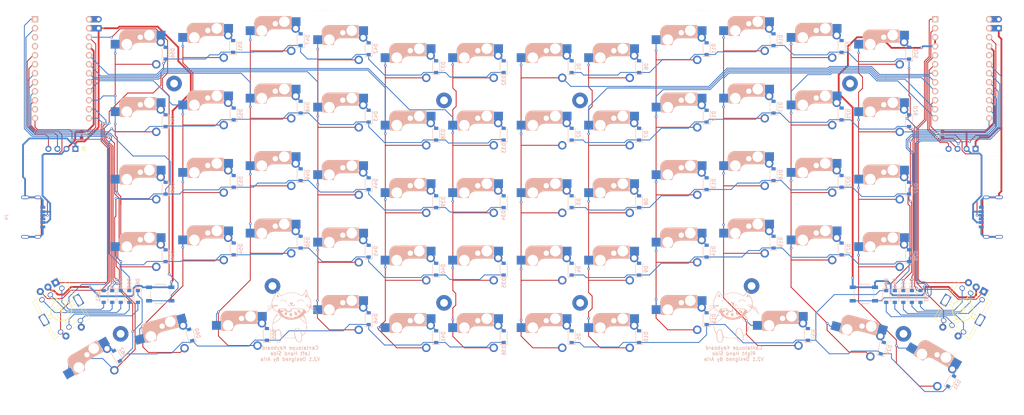
<source format=kicad_pcb>
(kicad_pcb (version 20171130) (host pcbnew "(5.1.6)-1")
  (layers (0 F.Cu signal) (31 B.Cu signal) (34 B.Paste user) (35 F.Paste user) (36 B.SilkS user) (37 F.SilkS user) (38 B.Mask user) (39 F.Mask user) (44 Edge.Cuts user))
  (net 0 "")
  (net 1 "Net-(D1-Pad2)")
  (net 2 "Net-(D2-Pad2)")
  (net 3 "Net-(D3-Pad2)")
  (net 4 "Net-(D4-Pad2)")
  (net 5 "Net-(D5-Pad2)")
  (net 6 "Net-(D6-Pad2)")
  (net 7 "Net-(D7-Pad2)")
  (net 8 "Net-(D8-Pad2)")
  (net 9 "Net-(D9-Pad2)")
  (net 10 "Net-(D10-Pad2)")
  (net 11 "Net-(D11-Pad2)")
  (net 12 "Net-(D12-Pad2)")
  (net 13 "Net-(D13-Pad2)")
  (net 14 "Net-(D14-Pad2)")
  (net 15 "Net-(D15-Pad2)")
  (net 16 "Net-(D16-Pad2)")
  (net 17 "Net-(D17-Pad2)")
  (net 18 "Net-(D18-Pad2)")
  (net 19 "Net-(D19-Pad2)")
  (net 20 "Net-(D20-Pad2)")
  (net 21 "Net-(D21-Pad2)")
  (net 22 "Net-(D22-Pad2)")
  (net 23 "Net-(D23-Pad2)")
  (net 24 "Net-(D24-Pad2)")
  (net 25 "Net-(D25-Pad2)")
  (net 26 "Net-(D26-Pad2)")
  (net 27 "Net-(D27-Pad2)")
  (net 28 "Net-(D28-Pad2)")
  (net 29 "Net-(D29-Pad2)")
  (net 30 "Net-(D30-Pad2)")
  (net 31 "Net-(D31-Pad2)")
  (net 32 ROW1)
  (net 33 ROW2)
  (net 34 ROW3)
  (net 35 ROW4)
  (net 36 ROW5)
  (net 37 COL6)
  (net 38 COL4)
  (net 39 COL5)
  (net 40 SDA)
  (net 41 SCL)
  (net 42 COL1)
  (net 43 COL2)
  (net 44 COL3)
  (net 45 COL7)
  (net 46 ROTB)
  (net 47 ROTA)
  (net 48 "Net-(D32-Pad2)")
  (net 49 ROW1_R)
  (net 50 "Net-(D33-Pad2)")
  (net 51 ROW2_R)
  (net 52 "Net-(D34-Pad2)")
  (net 53 ROW3_R)
  (net 54 "Net-(D35-Pad2)")
  (net 55 ROW4_R)
  (net 56 "Net-(D36-Pad2)")
  (net 57 ROW5_R)
  (net 58 "Net-(D37-Pad2)")
  (net 59 "Net-(D38-Pad2)")
  (net 60 "Net-(D39-Pad2)")
  (net 61 "Net-(D40-Pad2)")
  (net 62 "Net-(D41-Pad2)")
  (net 63 "Net-(D42-Pad2)")
  (net 64 "Net-(D43-Pad2)")
  (net 65 "Net-(D44-Pad2)")
  (net 66 "Net-(D45-Pad2)")
  (net 67 "Net-(D46-Pad2)")
  (net 68 "Net-(D47-Pad2)")
  (net 69 "Net-(D48-Pad2)")
  (net 70 "Net-(D49-Pad2)")
  (net 71 "Net-(D50-Pad2)")
  (net 72 "Net-(D51-Pad2)")
  (net 73 "Net-(D52-Pad2)")
  (net 74 "Net-(D53-Pad2)")
  (net 75 "Net-(D54-Pad2)")
  (net 76 "Net-(D55-Pad2)")
  (net 77 "Net-(D56-Pad2)")
  (net 78 "Net-(D57-Pad2)")
  (net 79 "Net-(D58-Pad2)")
  (net 80 "Net-(D59-Pad2)")
  (net 81 "Net-(D60-Pad2)")
  (net 82 "Net-(D61-Pad2)")
  (net 83 "Net-(D62-Pad2)")
  (net 84 DATA)
  (net 85 DATA_R)
  (net 86 RESET)
  (net 87 SDA_R)
  (net 88 SCL_R)
  (net 89 RESET_R)
  (net 90 COL1_R)
  (net 91 COL2_R)
  (net 92 COL3_R)
  (net 93 COL4_R)
  (net 94 COL5_R)
  (net 95 COL6_R)
  (net 96 COL7_R)
  (net 97 ROTB_R)
  (net 98 ROTA_R)
  (net 99 GND1)
  (net 100 VCC)
  (net 101 GND2)
  (net 102 VDD)
  (net 103 "Net-(J2-Pad2)")
  (net 104 "Net-(J5-Pad2)")
  (net 105 "Net-(D63-Pad2)")
  (net 106 "Net-(D64-Pad2)")
  (net 107 "Net-(D65-Pad2)")
  (net 108 "Net-(D66-Pad2)")
  (net 109 "Net-(D67-Pad2)")
  (net 110 "Net-(D68-Pad2)")
  (net 111 "Net-(D69-Pad2)")
  (net 112 "Net-(D70-Pad2)")
  (net 113 "Net-(U2-Pad11)")
  (net 114 "Net-(U1-Pad20)")
  (net 115 "Net-(U2-Pad3)")
  (net 116 "Net-(U2-Pad4)")
  (net 117 GND3)
  (module Cantaloupe:USB-C-PowerOnly (layer B.Cu) (at 348.8216 113.648451 90)
    (fp_text reference J1 hide)
    (fp_text value USB_C_Receptacle_PD)
    (pad S1 thru_hole oval (at 5.575 -2.8 90) (size 1 2.2) (drill oval 0.6 1.8) (layers *.Cu *.Mask) (net 99 GND1))
    (pad S1 thru_hole oval (at -5.575 -2.8 90) (size 1 2.2) (drill oval 0.6 1.8) (layers *.Cu *.Mask) (net 99 GND1))
    (pad S1 thru_hole oval (at 5.575 -6.4 90) (size 1 1.8) (drill oval 0.6 1.4) (layers *.Cu *.Mask) (net 99 GND1))
    (pad S1 thru_hole oval (at -5.575 -6.4 90) (size 1 1.8) (drill oval 0.6 1.4) (layers *.Cu *.Mask) (net 99 GND1))
    (pad A5 smd rect (at 0.5 -7.8 270) (size 0.8 1.4) (layers B.Cu B.Paste B.Mask) (net 84 DATA))
    (pad A4 smd rect (at 1.52 -7.8 270) (size 0.8 1.4) (layers B.Cu B.Paste B.Mask) (net 100 VCC))
    (pad A1 smd rect (at 2.75 -7.8 270) (size 0.8 1.4) (layers B.Cu B.Paste B.Mask) (net 99 GND1))
    (pad A12 smd rect (at -2.75 -7.8 90) (size 0.8 1.4) (layers B.Cu B.Paste B.Mask) (net 99 GND1))
    (pad A9 smd rect (at -1.52 -7.8 90) (size 0.8 1.4) (layers B.Cu B.Paste B.Mask) (net 100 VCC))
    (pad B5 smd rect (at -0.5 -7.8 90) (size 0.8 1.4) (layers B.Cu B.Paste B.Mask) (net 84 DATA))
  )
  (module Cantaloupe:ArduinoProMicro_Blank (layer F.Cu) (at 81.551395 71.783703 270)
    (fp_text reference U2 hide)
    (fp_text value ProMicro hide)
    (pad 1 thru_hole rect (at -13.97 7.62 270) (size 1.7526 1.7526) (drill 1.0922) (layers *.Cu *.SilkS *.Mask) (net 57 ROW5_R))
    (pad 2 thru_hole circle (at -11.43 7.62 270) (size 1.7526 1.7526) (drill 1.0922) (layers *.Cu *.SilkS *.Mask) (net 55 ROW4_R))
    (pad 3 thru_hole circle (at -8.89 7.62 270) (size 1.7526 1.7526) (drill 1.0922) (layers *.Cu *.SilkS *.Mask) (net 115 "Net-(U2-Pad3)"))
    (pad 4 thru_hole circle (at -6.35 7.62 270) (size 1.7526 1.7526) (drill 1.0922) (layers *.Cu *.SilkS *.Mask) (net 116 "Net-(U2-Pad4)"))
    (pad 5 thru_hole circle (at -3.81 7.62 270) (size 1.7526 1.7526) (drill 1.0922) (layers *.Cu *.SilkS *.Mask) (net 87 SDA_R))
    (pad 6 thru_hole circle (at -1.27 7.62 270) (size 1.7526 1.7526) (drill 1.0922) (layers *.Cu *.SilkS *.Mask) (net 88 SCL_R))
    (pad 7 thru_hole circle (at 1.27 7.62 270) (size 1.7526 1.7526) (drill 1.0922) (layers *.Cu *.SilkS *.Mask) (net 53 ROW3_R))
    (pad 8 thru_hole circle (at 3.81 7.62 270) (size 1.7526 1.7526) (drill 1.0922) (layers *.Cu *.SilkS *.Mask) (net 51 ROW2_R))
    (pad 9 thru_hole circle (at 6.35 7.62 270) (size 1.7526 1.7526) (drill 1.0922) (layers *.Cu *.SilkS *.Mask) (net 49 ROW1_R))
    (pad 10 thru_hole circle (at 8.89 7.62 270) (size 1.7526 1.7526) (drill 1.0922) (layers *.Cu *.SilkS *.Mask) (net 85 DATA_R))
    (pad 11 thru_hole circle (at 11.43 7.62 270) (size 1.7526 1.7526) (drill 1.0922) (layers *.Cu *.SilkS *.Mask) (net 113 "Net-(U2-Pad11)"))
    (pad 13 thru_hole circle (at 13.97 -7.62 270) (size 1.7526 1.7526) (drill 1.0922) (layers *.Cu *.SilkS *.Mask) (net 98 ROTA_R))
    (pad 14 thru_hole circle (at 11.43 -7.62 270) (size 1.7526 1.7526) (drill 1.0922) (layers *.Cu *.SilkS *.Mask) (net 97 ROTB_R))
    (pad 15 thru_hole circle (at 8.89 -7.62 270) (size 1.7526 1.7526) (drill 1.0922) (layers *.Cu *.SilkS *.Mask) (net 95 COL6_R))
    (pad 16 thru_hole circle (at 6.35 -7.62 270) (size 1.7526 1.7526) (drill 1.0922) (layers *.Cu *.SilkS *.Mask) (net 94 COL5_R))
    (pad 17 thru_hole circle (at 3.81 -7.62 270) (size 1.7526 1.7526) (drill 1.0922) (layers *.Cu *.SilkS *.Mask) (net 93 COL4_R))
    (pad 18 thru_hole circle (at 1.27 -7.62 270) (size 1.7526 1.7526) (drill 1.0922) (layers *.Cu *.SilkS *.Mask) (net 92 COL3_R))
    (pad 19 thru_hole circle (at -1.27 -7.62 270) (size 1.7526 1.7526) (drill 1.0922) (layers *.Cu *.SilkS *.Mask) (net 91 COL2_R))
    (pad 20 thru_hole circle (at -3.81 -7.62 270) (size 1.7526 1.7526) (drill 1.0922) (layers *.Cu *.SilkS *.Mask) (net 90 COL1_R))
    (pad 21 thru_hole circle (at -6.35 -7.62 270) (size 1.7526 1.7526) (drill 1.0922) (layers *.Cu *.SilkS *.Mask) (net 102 VDD))
    (pad 22 thru_hole circle (at -8.89 -7.62 270) (size 1.7526 1.7526) (drill 1.0922) (layers *.Cu *.SilkS *.Mask) (net 89 RESET_R))
    (pad 23 thru_hole circle (at -11.43 -7.62 270) (size 1.7526 1.7526) (drill 1.0922) (layers *.Cu *.SilkS *.Mask) (net 117 GND3))
    (pad 12 thru_hole circle (at 13.97 7.62 270) (size 1.7526 1.7526) (drill 1.0922) (layers *.Cu *.SilkS *.Mask) (net 96 COL7_R))
    (pad 24 thru_hole circle (at -13.97 -7.62 270) (size 1.7526 1.7526) (drill 1.0922) (layers *.Cu *.SilkS *.Mask) (net 104 "Net-(J5-Pad2)"))
  )
  (module Cantaloupe:ArduinoProMicro_Blank (layer F.Cu) (at 335.602598 71.783701 270)
    (fp_text reference U1 hide)
    (fp_text value ProMicro hide)
    (pad 1 thru_hole rect (at -13.97 7.62 270) (size 1.7526 1.7526) (drill 1.0922) (layers *.Cu *.SilkS *.Mask) (net 47 ROTA))
    (pad 2 thru_hole circle (at -11.43 7.62 270) (size 1.7526 1.7526) (drill 1.0922) (layers *.Cu *.SilkS *.Mask) (net 46 ROTB))
    (pad 3 thru_hole circle (at -8.89 7.62 270) (size 1.7526 1.7526) (drill 1.0922) (layers *.Cu *.SilkS *.Mask) (net 101 GND2))
    (pad 4 thru_hole circle (at -6.35 7.62 270) (size 1.7526 1.7526) (drill 1.0922) (layers *.Cu *.SilkS *.Mask) (net 101 GND2))
    (pad 5 thru_hole circle (at -3.81 7.62 270) (size 1.7526 1.7526) (drill 1.0922) (layers *.Cu *.SilkS *.Mask) (net 40 SDA))
    (pad 6 thru_hole circle (at -1.27 7.62 270) (size 1.7526 1.7526) (drill 1.0922) (layers *.Cu *.SilkS *.Mask) (net 41 SCL))
    (pad 7 thru_hole circle (at 1.27 7.62 270) (size 1.7526 1.7526) (drill 1.0922) (layers *.Cu *.SilkS *.Mask) (net 42 COL1))
    (pad 8 thru_hole circle (at 3.81 7.62 270) (size 1.7526 1.7526) (drill 1.0922) (layers *.Cu *.SilkS *.Mask) (net 43 COL2))
    (pad 9 thru_hole circle (at 6.35 7.62 270) (size 1.7526 1.7526) (drill 1.0922) (layers *.Cu *.SilkS *.Mask) (net 44 COL3))
    (pad 10 thru_hole circle (at 8.89 7.62 270) (size 1.7526 1.7526) (drill 1.0922) (layers *.Cu *.SilkS *.Mask) (net 84 DATA))
    (pad 11 thru_hole circle (at 11.43 7.62 270) (size 1.7526 1.7526) (drill 1.0922) (layers *.Cu *.SilkS *.Mask) (net 38 COL4))
    (pad 13 thru_hole circle (at 13.97 -7.62 270) (size 1.7526 1.7526) (drill 1.0922) (layers *.Cu *.SilkS *.Mask) (net 32 ROW1))
    (pad 14 thru_hole circle (at 11.43 -7.62 270) (size 1.7526 1.7526) (drill 1.0922) (layers *.Cu *.SilkS *.Mask) (net 33 ROW2))
    (pad 15 thru_hole circle (at 8.89 -7.62 270) (size 1.7526 1.7526) (drill 1.0922) (layers *.Cu *.SilkS *.Mask) (net 37 COL6))
    (pad 16 thru_hole circle (at 6.35 -7.62 270) (size 1.7526 1.7526) (drill 1.0922) (layers *.Cu *.SilkS *.Mask) (net 34 ROW3))
    (pad 17 thru_hole circle (at 3.81 -7.62 270) (size 1.7526 1.7526) (drill 1.0922) (layers *.Cu *.SilkS *.Mask) (net 35 ROW4))
    (pad 18 thru_hole circle (at 1.27 -7.62 270) (size 1.7526 1.7526) (drill 1.0922) (layers *.Cu *.SilkS *.Mask) (net 36 ROW5))
    (pad 19 thru_hole circle (at -1.27 -7.62 270) (size 1.7526 1.7526) (drill 1.0922) (layers *.Cu *.SilkS *.Mask) (net 45 COL7))
    (pad 20 thru_hole circle (at -3.81 -7.62 270) (size 1.7526 1.7526) (drill 1.0922) (layers *.Cu *.SilkS *.Mask) (net 114 "Net-(U1-Pad20)"))
    (pad 21 thru_hole circle (at -6.35 -7.62 270) (size 1.7526 1.7526) (drill 1.0922) (layers *.Cu *.SilkS *.Mask) (net 100 VCC))
    (pad 22 thru_hole circle (at -8.89 -7.62 270) (size 1.7526 1.7526) (drill 1.0922) (layers *.Cu *.SilkS *.Mask) (net 86 RESET))
    (pad 23 thru_hole circle (at -11.43 -7.62 270) (size 1.7526 1.7526) (drill 1.0922) (layers *.Cu *.SilkS *.Mask) (net 99 GND1))
    (pad 12 thru_hole circle (at 13.97 7.62 270) (size 1.7526 1.7526) (drill 1.0922) (layers *.Cu *.SilkS *.Mask) (net 39 COL5))
    (pad 24 thru_hole circle (at -13.97 -7.62 270) (size 1.7526 1.7526) (drill 1.0922) (layers *.Cu *.SilkS *.Mask) (net 103 "Net-(J2-Pad2)"))
  )
  (module Cantaloupe:CherryMX_Hotswap_SMK (layer F.Cu) (at 90.855308 156.40343 30)
    (fp_text reference SW65 hide)
    (fp_text value MX hide)
    (pad "" np_thru_hole circle (at 0 -4.5 300) (size 1.5 1.5) (drill 1.5) (layers *.Cu *.Mask))
    (pad 1 smd rect (at -7.085 -2.54 210) (size 2.55 2.5) (layers B.Cu B.Paste B.Mask) (net 95 COL6_R))
    (pad "" np_thru_hole circle (at 0 0 120) (size 4.1 4.1) (drill 4.1) (layers *.Cu *.Mask))
    (pad "" np_thru_hole circle (at 5.08 0 30) (size 1.9 1.9) (drill 1.9) (layers *.Cu *.Mask))
    (pad "" np_thru_hole circle (at -5.08 0 30) (size 1.9 1.9) (drill 1.9) (layers *.Cu *.Mask))
    (pad 2 smd rect (at 5.842 -5.08 210) (size 2.55 2.5) (layers B.Cu B.Paste B.Mask) (net 83 "Net-(D62-Pad2)"))
    (pad "" np_thru_hole circle (at -3.81 -2.54 30) (size 3 3) (drill 3) (layers *.Cu *.Mask))
    (pad "" np_thru_hole circle (at 2.54 -5.08 30) (size 3 3) (drill 3) (layers *.Cu *.Mask))
    (pad 2 thru_hole circle (at 5.75 -3.15 120) (size 2.4 2.4) (drill 1.5) (layers *.Cu *.Mask) (net 83 "Net-(D62-Pad2)"))
    (pad 1 thru_hole circle (at 4.5 3.15 120) (size 2.4 2.4) (drill 1.5) (layers *.Cu *.Mask) (net 95 COL6_R))
    (pad "" np_thru_hole circle (at 0 4.5 120) (size 1.5 1.5) (drill 1.5) (layers *.Cu *.Mask))
  )
  (module Cantaloupe:CherryMX_Hotswap_SMK (layer F.Cu) (at 110.972597 148.780504 15)
    (fp_text reference SW63 hide)
    (fp_text value MX hide)
    (pad "" np_thru_hole circle (at 0 -4.5 285) (size 1.5 1.5) (drill 1.5) (layers *.Cu *.Mask))
    (pad 1 smd rect (at -7.085 -2.54 195) (size 2.55 2.5) (layers B.Cu B.Paste B.Mask) (net 94 COL5_R))
    (pad "" np_thru_hole circle (at 0 0 105) (size 4.1 4.1) (drill 4.1) (layers *.Cu *.Mask))
    (pad "" np_thru_hole circle (at 5.08 0 15) (size 1.9 1.9) (drill 1.9) (layers *.Cu *.Mask))
    (pad "" np_thru_hole circle (at -5.08 0 15) (size 1.9 1.9) (drill 1.9) (layers *.Cu *.Mask))
    (pad 2 smd rect (at 5.842 -5.08 195) (size 2.55 2.5) (layers B.Cu B.Paste B.Mask) (net 81 "Net-(D60-Pad2)"))
    (pad "" np_thru_hole circle (at -3.81 -2.54 15) (size 3 3) (drill 3) (layers *.Cu *.Mask))
    (pad "" np_thru_hole circle (at 2.54 -5.08 15) (size 3 3) (drill 3) (layers *.Cu *.Mask))
    (pad 2 thru_hole circle (at 5.75 -3.15 105) (size 2.4 2.4) (drill 1.5) (layers *.Cu *.Mask) (net 81 "Net-(D60-Pad2)"))
    (pad 1 thru_hole circle (at 4.5 3.15 105) (size 2.4 2.4) (drill 1.5) (layers *.Cu *.Mask) (net 94 COL5_R))
    (pad "" np_thru_hole circle (at 0 4.5 105) (size 1.5 1.5) (drill 1.5) (layers *.Cu *.Mask))
  )
  (module Cantaloupe:CherryMX_Hotswap_SMK (layer F.Cu) (at 103.657395 124.536203)
    (fp_text reference SW62 hide)
    (fp_text value MX hide)
    (pad "" np_thru_hole circle (at 0 -4.5 270) (size 1.5 1.5) (drill 1.5) (layers *.Cu *.Mask))
    (pad 1 smd rect (at -7.085 -2.54 180) (size 2.55 2.5) (layers B.Cu B.Paste B.Mask) (net 95 COL6_R))
    (pad "" np_thru_hole circle (at 0 0 90) (size 4.1 4.1) (drill 4.1) (layers *.Cu *.Mask))
    (pad "" np_thru_hole circle (at 5.08 0) (size 1.9 1.9) (drill 1.9) (layers *.Cu *.Mask))
    (pad "" np_thru_hole circle (at -5.08 0) (size 1.9 1.9) (drill 1.9) (layers *.Cu *.Mask))
    (pad 2 smd rect (at 5.842 -5.08 180) (size 2.55 2.5) (layers B.Cu B.Paste B.Mask) (net 80 "Net-(D59-Pad2)"))
    (pad "" np_thru_hole circle (at -3.81 -2.54) (size 3 3) (drill 3) (layers *.Cu *.Mask))
    (pad "" np_thru_hole circle (at 2.54 -5.08) (size 3 3) (drill 3) (layers *.Cu *.Mask))
    (pad 2 thru_hole circle (at 5.75 -3.15 90) (size 2.4 2.4) (drill 1.5) (layers *.Cu *.Mask) (net 80 "Net-(D59-Pad2)"))
    (pad 1 thru_hole circle (at 4.5 3.15 90) (size 2.4 2.4) (drill 1.5) (layers *.Cu *.Mask) (net 95 COL6_R))
    (pad "" np_thru_hole circle (at 0 4.5 90) (size 1.5 1.5) (drill 1.5) (layers *.Cu *.Mask))
  )
  (module Cantaloupe:CherryMX_Hotswap_SMK (layer F.Cu) (at 103.657396 105.486202)
    (fp_text reference SW61 hide)
    (fp_text value MX hide)
    (pad "" np_thru_hole circle (at 0 -4.5 270) (size 1.5 1.5) (drill 1.5) (layers *.Cu *.Mask))
    (pad 1 smd rect (at -7.085 -2.54 180) (size 2.55 2.5) (layers B.Cu B.Paste B.Mask) (net 95 COL6_R))
    (pad "" np_thru_hole circle (at 0 0 90) (size 4.1 4.1) (drill 4.1) (layers *.Cu *.Mask))
    (pad "" np_thru_hole circle (at 5.08 0) (size 1.9 1.9) (drill 1.9) (layers *.Cu *.Mask))
    (pad "" np_thru_hole circle (at -5.08 0) (size 1.9 1.9) (drill 1.9) (layers *.Cu *.Mask))
    (pad 2 smd rect (at 5.842 -5.08 180) (size 2.55 2.5) (layers B.Cu B.Paste B.Mask) (net 79 "Net-(D58-Pad2)"))
    (pad "" np_thru_hole circle (at -3.81 -2.54) (size 3 3) (drill 3) (layers *.Cu *.Mask))
    (pad "" np_thru_hole circle (at 2.54 -5.08) (size 3 3) (drill 3) (layers *.Cu *.Mask))
    (pad 2 thru_hole circle (at 5.75 -3.15 90) (size 2.4 2.4) (drill 1.5) (layers *.Cu *.Mask) (net 79 "Net-(D58-Pad2)"))
    (pad 1 thru_hole circle (at 4.5 3.15 90) (size 2.4 2.4) (drill 1.5) (layers *.Cu *.Mask) (net 95 COL6_R))
    (pad "" np_thru_hole circle (at 0 4.5 90) (size 1.5 1.5) (drill 1.5) (layers *.Cu *.Mask))
  )
  (module Cantaloupe:CherryMX_Hotswap_SMK (layer F.Cu) (at 103.657398 86.436203)
    (fp_text reference SW60 hide)
    (fp_text value MX hide)
    (pad "" np_thru_hole circle (at 0 -4.5 270) (size 1.5 1.5) (drill 1.5) (layers *.Cu *.Mask))
    (pad 1 smd rect (at -7.085 -2.54 180) (size 2.55 2.5) (layers B.Cu B.Paste B.Mask) (net 95 COL6_R))
    (pad "" np_thru_hole circle (at 0 0 90) (size 4.1 4.1) (drill 4.1) (layers *.Cu *.Mask))
    (pad "" np_thru_hole circle (at 5.08 0) (size 1.9 1.9) (drill 1.9) (layers *.Cu *.Mask))
    (pad "" np_thru_hole circle (at -5.08 0) (size 1.9 1.9) (drill 1.9) (layers *.Cu *.Mask))
    (pad 2 smd rect (at 5.842 -5.08 180) (size 2.55 2.5) (layers B.Cu B.Paste B.Mask) (net 78 "Net-(D57-Pad2)"))
    (pad "" np_thru_hole circle (at -3.81 -2.54) (size 3 3) (drill 3) (layers *.Cu *.Mask))
    (pad "" np_thru_hole circle (at 2.54 -5.08) (size 3 3) (drill 3) (layers *.Cu *.Mask))
    (pad 2 thru_hole circle (at 5.75 -3.15 90) (size 2.4 2.4) (drill 1.5) (layers *.Cu *.Mask) (net 78 "Net-(D57-Pad2)"))
    (pad 1 thru_hole circle (at 4.5 3.15 90) (size 2.4 2.4) (drill 1.5) (layers *.Cu *.Mask) (net 95 COL6_R))
    (pad "" np_thru_hole circle (at 0 4.5 90) (size 1.5 1.5) (drill 1.5) (layers *.Cu *.Mask))
  )
  (module Cantaloupe:CherryMX_Hotswap_SMK (layer F.Cu) (at 103.657389 67.3862)
    (fp_text reference SW59 hide)
    (fp_text value MX hide)
    (pad "" np_thru_hole circle (at 0 -4.5 270) (size 1.5 1.5) (drill 1.5) (layers *.Cu *.Mask))
    (pad 1 smd rect (at -7.085 -2.54 180) (size 2.55 2.5) (layers B.Cu B.Paste B.Mask) (net 95 COL6_R))
    (pad "" np_thru_hole circle (at 0 0 90) (size 4.1 4.1) (drill 4.1) (layers *.Cu *.Mask))
    (pad "" np_thru_hole circle (at 5.08 0) (size 1.9 1.9) (drill 1.9) (layers *.Cu *.Mask))
    (pad "" np_thru_hole circle (at -5.08 0) (size 1.9 1.9) (drill 1.9) (layers *.Cu *.Mask))
    (pad 2 smd rect (at 5.842 -5.08 180) (size 2.55 2.5) (layers B.Cu B.Paste B.Mask) (net 77 "Net-(D56-Pad2)"))
    (pad "" np_thru_hole circle (at -3.81 -2.54) (size 3 3) (drill 3) (layers *.Cu *.Mask))
    (pad "" np_thru_hole circle (at 2.54 -5.08) (size 3 3) (drill 3) (layers *.Cu *.Mask))
    (pad 2 thru_hole circle (at 5.75 -3.15 90) (size 2.4 2.4) (drill 1.5) (layers *.Cu *.Mask) (net 77 "Net-(D56-Pad2)"))
    (pad 1 thru_hole circle (at 4.5 3.15 90) (size 2.4 2.4) (drill 1.5) (layers *.Cu *.Mask) (net 95 COL6_R))
    (pad "" np_thru_hole circle (at 0 4.5 90) (size 1.5 1.5) (drill 1.5) (layers *.Cu *.Mask))
  )
  (module Cantaloupe:CherryMX_Hotswap_SMK (layer F.Cu) (at 132.232393 146.761204)
    (fp_text reference SW58 hide)
    (fp_text value MX hide)
    (pad "" np_thru_hole circle (at 0 -4.5 270) (size 1.5 1.5) (drill 1.5) (layers *.Cu *.Mask))
    (pad 1 smd rect (at -7.085 -2.54 180) (size 2.55 2.5) (layers B.Cu B.Paste B.Mask) (net 93 COL4_R))
    (pad "" np_thru_hole circle (at 0 0 90) (size 4.1 4.1) (drill 4.1) (layers *.Cu *.Mask))
    (pad "" np_thru_hole circle (at 5.08 0) (size 1.9 1.9) (drill 1.9) (layers *.Cu *.Mask))
    (pad "" np_thru_hole circle (at -5.08 0) (size 1.9 1.9) (drill 1.9) (layers *.Cu *.Mask))
    (pad 2 smd rect (at 5.842 -5.08 180) (size 2.55 2.5) (layers B.Cu B.Paste B.Mask) (net 76 "Net-(D55-Pad2)"))
    (pad "" np_thru_hole circle (at -3.81 -2.54) (size 3 3) (drill 3) (layers *.Cu *.Mask))
    (pad "" np_thru_hole circle (at 2.54 -5.08) (size 3 3) (drill 3) (layers *.Cu *.Mask))
    (pad 2 thru_hole circle (at 5.75 -3.15 90) (size 2.4 2.4) (drill 1.5) (layers *.Cu *.Mask) (net 76 "Net-(D55-Pad2)"))
    (pad 1 thru_hole circle (at 4.5 3.15 90) (size 2.4 2.4) (drill 1.5) (layers *.Cu *.Mask) (net 93 COL4_R))
    (pad "" np_thru_hole circle (at 0 4.5 90) (size 1.5 1.5) (drill 1.5) (layers *.Cu *.Mask))
  )
  (module Cantaloupe:CherryMX_Hotswap_SMK (layer F.Cu) (at 122.707393 122.631203)
    (fp_text reference SW57 hide)
    (fp_text value MX hide)
    (pad "" np_thru_hole circle (at 0 -4.5 270) (size 1.5 1.5) (drill 1.5) (layers *.Cu *.Mask))
    (pad 1 smd rect (at -7.085 -2.54 180) (size 2.55 2.5) (layers B.Cu B.Paste B.Mask) (net 94 COL5_R))
    (pad "" np_thru_hole circle (at 0 0 90) (size 4.1 4.1) (drill 4.1) (layers *.Cu *.Mask))
    (pad "" np_thru_hole circle (at 5.08 0) (size 1.9 1.9) (drill 1.9) (layers *.Cu *.Mask))
    (pad "" np_thru_hole circle (at -5.08 0) (size 1.9 1.9) (drill 1.9) (layers *.Cu *.Mask))
    (pad 2 smd rect (at 5.842 -5.08 180) (size 2.55 2.5) (layers B.Cu B.Paste B.Mask) (net 75 "Net-(D54-Pad2)"))
    (pad "" np_thru_hole circle (at -3.81 -2.54) (size 3 3) (drill 3) (layers *.Cu *.Mask))
    (pad "" np_thru_hole circle (at 2.54 -5.08) (size 3 3) (drill 3) (layers *.Cu *.Mask))
    (pad 2 thru_hole circle (at 5.75 -3.15 90) (size 2.4 2.4) (drill 1.5) (layers *.Cu *.Mask) (net 75 "Net-(D54-Pad2)"))
    (pad 1 thru_hole circle (at 4.5 3.15 90) (size 2.4 2.4) (drill 1.5) (layers *.Cu *.Mask) (net 94 COL5_R))
    (pad "" np_thru_hole circle (at 0 4.5 90) (size 1.5 1.5) (drill 1.5) (layers *.Cu *.Mask))
  )
  (module Cantaloupe:CherryMX_Hotswap_SMK (layer F.Cu) (at 122.707396 103.581205)
    (fp_text reference SW56 hide)
    (fp_text value MX hide)
    (pad "" np_thru_hole circle (at 0 -4.5 270) (size 1.5 1.5) (drill 1.5) (layers *.Cu *.Mask))
    (pad 1 smd rect (at -7.085 -2.54 180) (size 2.55 2.5) (layers B.Cu B.Paste B.Mask) (net 94 COL5_R))
    (pad "" np_thru_hole circle (at 0 0 90) (size 4.1 4.1) (drill 4.1) (layers *.Cu *.Mask))
    (pad "" np_thru_hole circle (at 5.08 0) (size 1.9 1.9) (drill 1.9) (layers *.Cu *.Mask))
    (pad "" np_thru_hole circle (at -5.08 0) (size 1.9 1.9) (drill 1.9) (layers *.Cu *.Mask))
    (pad 2 smd rect (at 5.842 -5.08 180) (size 2.55 2.5) (layers B.Cu B.Paste B.Mask) (net 74 "Net-(D53-Pad2)"))
    (pad "" np_thru_hole circle (at -3.81 -2.54) (size 3 3) (drill 3) (layers *.Cu *.Mask))
    (pad "" np_thru_hole circle (at 2.54 -5.08) (size 3 3) (drill 3) (layers *.Cu *.Mask))
    (pad 2 thru_hole circle (at 5.75 -3.15 90) (size 2.4 2.4) (drill 1.5) (layers *.Cu *.Mask) (net 74 "Net-(D53-Pad2)"))
    (pad 1 thru_hole circle (at 4.5 3.15 90) (size 2.4 2.4) (drill 1.5) (layers *.Cu *.Mask) (net 94 COL5_R))
    (pad "" np_thru_hole circle (at 0 4.5 90) (size 1.5 1.5) (drill 1.5) (layers *.Cu *.Mask))
  )
  (module Cantaloupe:CherryMX_Hotswap_SMK (layer F.Cu) (at 122.707396 84.531205)
    (fp_text reference SW55 hide)
    (fp_text value MX hide)
    (pad "" np_thru_hole circle (at 0 -4.5 270) (size 1.5 1.5) (drill 1.5) (layers *.Cu *.Mask))
    (pad 1 smd rect (at -7.085 -2.54 180) (size 2.55 2.5) (layers B.Cu B.Paste B.Mask) (net 94 COL5_R))
    (pad "" np_thru_hole circle (at 0 0 90) (size 4.1 4.1) (drill 4.1) (layers *.Cu *.Mask))
    (pad "" np_thru_hole circle (at 5.08 0) (size 1.9 1.9) (drill 1.9) (layers *.Cu *.Mask))
    (pad "" np_thru_hole circle (at -5.08 0) (size 1.9 1.9) (drill 1.9) (layers *.Cu *.Mask))
    (pad 2 smd rect (at 5.842 -5.08 180) (size 2.55 2.5) (layers B.Cu B.Paste B.Mask) (net 73 "Net-(D52-Pad2)"))
    (pad "" np_thru_hole circle (at -3.81 -2.54) (size 3 3) (drill 3) (layers *.Cu *.Mask))
    (pad "" np_thru_hole circle (at 2.54 -5.08) (size 3 3) (drill 3) (layers *.Cu *.Mask))
    (pad 2 thru_hole circle (at 5.75 -3.15 90) (size 2.4 2.4) (drill 1.5) (layers *.Cu *.Mask) (net 73 "Net-(D52-Pad2)"))
    (pad 1 thru_hole circle (at 4.5 3.15 90) (size 2.4 2.4) (drill 1.5) (layers *.Cu *.Mask) (net 94 COL5_R))
    (pad "" np_thru_hole circle (at 0 4.5 90) (size 1.5 1.5) (drill 1.5) (layers *.Cu *.Mask))
  )
  (module Cantaloupe:CherryMX_Hotswap_SMK (layer F.Cu) (at 122.707395 65.481207)
    (fp_text reference SW54 hide)
    (fp_text value MX hide)
    (pad "" np_thru_hole circle (at 0 -4.5 270) (size 1.5 1.5) (drill 1.5) (layers *.Cu *.Mask))
    (pad 1 smd rect (at -7.085 -2.54 180) (size 2.55 2.5) (layers B.Cu B.Paste B.Mask) (net 94 COL5_R))
    (pad "" np_thru_hole circle (at 0 0 90) (size 4.1 4.1) (drill 4.1) (layers *.Cu *.Mask))
    (pad "" np_thru_hole circle (at 5.08 0) (size 1.9 1.9) (drill 1.9) (layers *.Cu *.Mask))
    (pad "" np_thru_hole circle (at -5.08 0) (size 1.9 1.9) (drill 1.9) (layers *.Cu *.Mask))
    (pad 2 smd rect (at 5.842 -5.08 180) (size 2.55 2.5) (layers B.Cu B.Paste B.Mask) (net 72 "Net-(D51-Pad2)"))
    (pad "" np_thru_hole circle (at -3.81 -2.54) (size 3 3) (drill 3) (layers *.Cu *.Mask))
    (pad "" np_thru_hole circle (at 2.54 -5.08) (size 3 3) (drill 3) (layers *.Cu *.Mask))
    (pad 2 thru_hole circle (at 5.75 -3.15 90) (size 2.4 2.4) (drill 1.5) (layers *.Cu *.Mask) (net 72 "Net-(D51-Pad2)"))
    (pad 1 thru_hole circle (at 4.5 3.15 90) (size 2.4 2.4) (drill 1.5) (layers *.Cu *.Mask) (net 94 COL5_R))
    (pad "" np_thru_hole circle (at 0 4.5 90) (size 1.5 1.5) (drill 1.5) (layers *.Cu *.Mask))
  )
  (module Cantaloupe:CherryMX_Hotswap_SMK (layer F.Cu) (at 141.757398 120.726204)
    (fp_text reference SW53 hide)
    (fp_text value MX hide)
    (pad "" np_thru_hole circle (at 0 -4.5 270) (size 1.5 1.5) (drill 1.5) (layers *.Cu *.Mask))
    (pad 1 smd rect (at -7.085 -2.54 180) (size 2.55 2.5) (layers B.Cu B.Paste B.Mask) (net 93 COL4_R))
    (pad "" np_thru_hole circle (at 0 0 90) (size 4.1 4.1) (drill 4.1) (layers *.Cu *.Mask))
    (pad "" np_thru_hole circle (at 5.08 0) (size 1.9 1.9) (drill 1.9) (layers *.Cu *.Mask))
    (pad "" np_thru_hole circle (at -5.08 0) (size 1.9 1.9) (drill 1.9) (layers *.Cu *.Mask))
    (pad 2 smd rect (at 5.842 -5.08 180) (size 2.55 2.5) (layers B.Cu B.Paste B.Mask) (net 71 "Net-(D50-Pad2)"))
    (pad "" np_thru_hole circle (at -3.81 -2.54) (size 3 3) (drill 3) (layers *.Cu *.Mask))
    (pad "" np_thru_hole circle (at 2.54 -5.08) (size 3 3) (drill 3) (layers *.Cu *.Mask))
    (pad 2 thru_hole circle (at 5.75 -3.15 90) (size 2.4 2.4) (drill 1.5) (layers *.Cu *.Mask) (net 71 "Net-(D50-Pad2)"))
    (pad 1 thru_hole circle (at 4.5 3.15 90) (size 2.4 2.4) (drill 1.5) (layers *.Cu *.Mask) (net 93 COL4_R))
    (pad "" np_thru_hole circle (at 0 4.5 90) (size 1.5 1.5) (drill 1.5) (layers *.Cu *.Mask))
  )
  (module Cantaloupe:CherryMX_Hotswap_SMK (layer F.Cu) (at 141.757395 101.676203)
    (fp_text reference SW52 hide)
    (fp_text value MX hide)
    (pad "" np_thru_hole circle (at 0 -4.5 270) (size 1.5 1.5) (drill 1.5) (layers *.Cu *.Mask))
    (pad 1 smd rect (at -7.085 -2.54 180) (size 2.55 2.5) (layers B.Cu B.Paste B.Mask) (net 93 COL4_R))
    (pad "" np_thru_hole circle (at 0 0 90) (size 4.1 4.1) (drill 4.1) (layers *.Cu *.Mask))
    (pad "" np_thru_hole circle (at 5.08 0) (size 1.9 1.9) (drill 1.9) (layers *.Cu *.Mask))
    (pad "" np_thru_hole circle (at -5.08 0) (size 1.9 1.9) (drill 1.9) (layers *.Cu *.Mask))
    (pad 2 smd rect (at 5.842 -5.08 180) (size 2.55 2.5) (layers B.Cu B.Paste B.Mask) (net 70 "Net-(D49-Pad2)"))
    (pad "" np_thru_hole circle (at -3.81 -2.54) (size 3 3) (drill 3) (layers *.Cu *.Mask))
    (pad "" np_thru_hole circle (at 2.54 -5.08) (size 3 3) (drill 3) (layers *.Cu *.Mask))
    (pad 2 thru_hole circle (at 5.75 -3.15 90) (size 2.4 2.4) (drill 1.5) (layers *.Cu *.Mask) (net 70 "Net-(D49-Pad2)"))
    (pad 1 thru_hole circle (at 4.5 3.15 90) (size 2.4 2.4) (drill 1.5) (layers *.Cu *.Mask) (net 93 COL4_R))
    (pad "" np_thru_hole circle (at 0 4.5 90) (size 1.5 1.5) (drill 1.5) (layers *.Cu *.Mask))
  )
  (module Cantaloupe:CherryMX_Hotswap_SMK (layer F.Cu) (at 141.757398 82.626206)
    (fp_text reference SW51 hide)
    (fp_text value MX hide)
    (pad "" np_thru_hole circle (at 0 -4.5 270) (size 1.5 1.5) (drill 1.5) (layers *.Cu *.Mask))
    (pad 1 smd rect (at -7.085 -2.54 180) (size 2.55 2.5) (layers B.Cu B.Paste B.Mask) (net 93 COL4_R))
    (pad "" np_thru_hole circle (at 0 0 90) (size 4.1 4.1) (drill 4.1) (layers *.Cu *.Mask))
    (pad "" np_thru_hole circle (at 5.08 0) (size 1.9 1.9) (drill 1.9) (layers *.Cu *.Mask))
    (pad "" np_thru_hole circle (at -5.08 0) (size 1.9 1.9) (drill 1.9) (layers *.Cu *.Mask))
    (pad 2 smd rect (at 5.842 -5.08 180) (size 2.55 2.5) (layers B.Cu B.Paste B.Mask) (net 69 "Net-(D48-Pad2)"))
    (pad "" np_thru_hole circle (at -3.81 -2.54) (size 3 3) (drill 3) (layers *.Cu *.Mask))
    (pad "" np_thru_hole circle (at 2.54 -5.08) (size 3 3) (drill 3) (layers *.Cu *.Mask))
    (pad 2 thru_hole circle (at 5.75 -3.15 90) (size 2.4 2.4) (drill 1.5) (layers *.Cu *.Mask) (net 69 "Net-(D48-Pad2)"))
    (pad 1 thru_hole circle (at 4.5 3.15 90) (size 2.4 2.4) (drill 1.5) (layers *.Cu *.Mask) (net 93 COL4_R))
    (pad "" np_thru_hole circle (at 0 4.5 90) (size 1.5 1.5) (drill 1.5) (layers *.Cu *.Mask))
  )
  (module Cantaloupe:CherryMX_Hotswap_SMK (layer F.Cu) (at 141.757393 63.576202)
    (fp_text reference SW50 hide)
    (fp_text value MX hide)
    (pad "" np_thru_hole circle (at 0 -4.5 270) (size 1.5 1.5) (drill 1.5) (layers *.Cu *.Mask))
    (pad 1 smd rect (at -7.085 -2.54 180) (size 2.55 2.5) (layers B.Cu B.Paste B.Mask) (net 93 COL4_R))
    (pad "" np_thru_hole circle (at 0 0 90) (size 4.1 4.1) (drill 4.1) (layers *.Cu *.Mask))
    (pad "" np_thru_hole circle (at 5.08 0) (size 1.9 1.9) (drill 1.9) (layers *.Cu *.Mask))
    (pad "" np_thru_hole circle (at -5.08 0) (size 1.9 1.9) (drill 1.9) (layers *.Cu *.Mask))
    (pad 2 smd rect (at 5.842 -5.08 180) (size 2.55 2.5) (layers B.Cu B.Paste B.Mask) (net 68 "Net-(D47-Pad2)"))
    (pad "" np_thru_hole circle (at -3.81 -2.54) (size 3 3) (drill 3) (layers *.Cu *.Mask))
    (pad "" np_thru_hole circle (at 2.54 -5.08) (size 3 3) (drill 3) (layers *.Cu *.Mask))
    (pad 2 thru_hole circle (at 5.75 -3.15 90) (size 2.4 2.4) (drill 1.5) (layers *.Cu *.Mask) (net 68 "Net-(D47-Pad2)"))
    (pad 1 thru_hole circle (at 4.5 3.15 90) (size 2.4 2.4) (drill 1.5) (layers *.Cu *.Mask) (net 93 COL4_R))
    (pad "" np_thru_hole circle (at 0 4.5 90) (size 1.5 1.5) (drill 1.5) (layers *.Cu *.Mask))
  )
  (module Cantaloupe:CherryMX_Hotswap_SMK (layer F.Cu) (at 160.807396 142.3162)
    (fp_text reference SW49 hide)
    (fp_text value MX hide)
    (pad "" np_thru_hole circle (at 0 -4.5 270) (size 1.5 1.5) (drill 1.5) (layers *.Cu *.Mask))
    (pad 1 smd rect (at -7.085 -2.54 180) (size 2.55 2.5) (layers B.Cu B.Paste B.Mask) (net 92 COL3_R))
    (pad "" np_thru_hole circle (at 0 0 90) (size 4.1 4.1) (drill 4.1) (layers *.Cu *.Mask))
    (pad "" np_thru_hole circle (at 5.08 0) (size 1.9 1.9) (drill 1.9) (layers *.Cu *.Mask))
    (pad "" np_thru_hole circle (at -5.08 0) (size 1.9 1.9) (drill 1.9) (layers *.Cu *.Mask))
    (pad 2 smd rect (at 5.842 -5.08 180) (size 2.55 2.5) (layers B.Cu B.Paste B.Mask) (net 67 "Net-(D46-Pad2)"))
    (pad "" np_thru_hole circle (at -3.81 -2.54) (size 3 3) (drill 3) (layers *.Cu *.Mask))
    (pad "" np_thru_hole circle (at 2.54 -5.08) (size 3 3) (drill 3) (layers *.Cu *.Mask))
    (pad 2 thru_hole circle (at 5.75 -3.15 90) (size 2.4 2.4) (drill 1.5) (layers *.Cu *.Mask) (net 67 "Net-(D46-Pad2)"))
    (pad 1 thru_hole circle (at 4.5 3.15 90) (size 2.4 2.4) (drill 1.5) (layers *.Cu *.Mask) (net 92 COL3_R))
    (pad "" np_thru_hole circle (at 0 4.5 90) (size 1.5 1.5) (drill 1.5) (layers *.Cu *.Mask))
  )
  (module Cantaloupe:CherryMX_Hotswap_SMK (layer F.Cu) (at 160.807397 123.266203)
    (fp_text reference SW48 hide)
    (fp_text value MX hide)
    (pad "" np_thru_hole circle (at 0 -4.5 270) (size 1.5 1.5) (drill 1.5) (layers *.Cu *.Mask))
    (pad 1 smd rect (at -7.085 -2.54 180) (size 2.55 2.5) (layers B.Cu B.Paste B.Mask) (net 92 COL3_R))
    (pad "" np_thru_hole circle (at 0 0 90) (size 4.1 4.1) (drill 4.1) (layers *.Cu *.Mask))
    (pad "" np_thru_hole circle (at 5.08 0) (size 1.9 1.9) (drill 1.9) (layers *.Cu *.Mask))
    (pad "" np_thru_hole circle (at -5.08 0) (size 1.9 1.9) (drill 1.9) (layers *.Cu *.Mask))
    (pad 2 smd rect (at 5.842 -5.08 180) (size 2.55 2.5) (layers B.Cu B.Paste B.Mask) (net 66 "Net-(D45-Pad2)"))
    (pad "" np_thru_hole circle (at -3.81 -2.54) (size 3 3) (drill 3) (layers *.Cu *.Mask))
    (pad "" np_thru_hole circle (at 2.54 -5.08) (size 3 3) (drill 3) (layers *.Cu *.Mask))
    (pad 2 thru_hole circle (at 5.75 -3.15 90) (size 2.4 2.4) (drill 1.5) (layers *.Cu *.Mask) (net 66 "Net-(D45-Pad2)"))
    (pad 1 thru_hole circle (at 4.5 3.15 90) (size 2.4 2.4) (drill 1.5) (layers *.Cu *.Mask) (net 92 COL3_R))
    (pad "" np_thru_hole circle (at 0 4.5 90) (size 1.5 1.5) (drill 1.5) (layers *.Cu *.Mask))
  )
  (module Cantaloupe:CherryMX_Hotswap_SMK (layer F.Cu) (at 160.807393 104.216203)
    (fp_text reference SW47 hide)
    (fp_text value MX hide)
    (pad "" np_thru_hole circle (at 0 -4.5 270) (size 1.5 1.5) (drill 1.5) (layers *.Cu *.Mask))
    (pad 1 smd rect (at -7.085 -2.54 180) (size 2.55 2.5) (layers B.Cu B.Paste B.Mask) (net 92 COL3_R))
    (pad "" np_thru_hole circle (at 0 0 90) (size 4.1 4.1) (drill 4.1) (layers *.Cu *.Mask))
    (pad "" np_thru_hole circle (at 5.08 0) (size 1.9 1.9) (drill 1.9) (layers *.Cu *.Mask))
    (pad "" np_thru_hole circle (at -5.08 0) (size 1.9 1.9) (drill 1.9) (layers *.Cu *.Mask))
    (pad 2 smd rect (at 5.842 -5.08 180) (size 2.55 2.5) (layers B.Cu B.Paste B.Mask) (net 65 "Net-(D44-Pad2)"))
    (pad "" np_thru_hole circle (at -3.81 -2.54) (size 3 3) (drill 3) (layers *.Cu *.Mask))
    (pad "" np_thru_hole circle (at 2.54 -5.08) (size 3 3) (drill 3) (layers *.Cu *.Mask))
    (pad 2 thru_hole circle (at 5.75 -3.15 90) (size 2.4 2.4) (drill 1.5) (layers *.Cu *.Mask) (net 65 "Net-(D44-Pad2)"))
    (pad 1 thru_hole circle (at 4.5 3.15 90) (size 2.4 2.4) (drill 1.5) (layers *.Cu *.Mask) (net 92 COL3_R))
    (pad "" np_thru_hole circle (at 0 4.5 90) (size 1.5 1.5) (drill 1.5) (layers *.Cu *.Mask))
  )
  (module Cantaloupe:CherryMX_Hotswap_SMK (layer F.Cu) (at 160.807396 85.166204)
    (fp_text reference SW46 hide)
    (fp_text value MX hide)
    (pad "" np_thru_hole circle (at 0 -4.5 270) (size 1.5 1.5) (drill 1.5) (layers *.Cu *.Mask))
    (pad 1 smd rect (at -7.085 -2.54 180) (size 2.55 2.5) (layers B.Cu B.Paste B.Mask) (net 92 COL3_R))
    (pad "" np_thru_hole circle (at 0 0 90) (size 4.1 4.1) (drill 4.1) (layers *.Cu *.Mask))
    (pad "" np_thru_hole circle (at 5.08 0) (size 1.9 1.9) (drill 1.9) (layers *.Cu *.Mask))
    (pad "" np_thru_hole circle (at -5.08 0) (size 1.9 1.9) (drill 1.9) (layers *.Cu *.Mask))
    (pad 2 smd rect (at 5.842 -5.08 180) (size 2.55 2.5) (layers B.Cu B.Paste B.Mask) (net 64 "Net-(D43-Pad2)"))
    (pad "" np_thru_hole circle (at -3.81 -2.54) (size 3 3) (drill 3) (layers *.Cu *.Mask))
    (pad "" np_thru_hole circle (at 2.54 -5.08) (size 3 3) (drill 3) (layers *.Cu *.Mask))
    (pad 2 thru_hole circle (at 5.75 -3.15 90) (size 2.4 2.4) (drill 1.5) (layers *.Cu *.Mask) (net 64 "Net-(D43-Pad2)"))
    (pad 1 thru_hole circle (at 4.5 3.15 90) (size 2.4 2.4) (drill 1.5) (layers *.Cu *.Mask) (net 92 COL3_R))
    (pad "" np_thru_hole circle (at 0 4.5 90) (size 1.5 1.5) (drill 1.5) (layers *.Cu *.Mask))
  )
  (module Cantaloupe:CherryMX_Hotswap_SMK (layer F.Cu) (at 160.807395 66.116203)
    (fp_text reference SW45 hide)
    (fp_text value MX hide)
    (pad "" np_thru_hole circle (at 0 -4.5 270) (size 1.5 1.5) (drill 1.5) (layers *.Cu *.Mask))
    (pad 1 smd rect (at -7.085 -2.54 180) (size 2.55 2.5) (layers B.Cu B.Paste B.Mask) (net 92 COL3_R))
    (pad "" np_thru_hole circle (at 0 0 90) (size 4.1 4.1) (drill 4.1) (layers *.Cu *.Mask))
    (pad "" np_thru_hole circle (at 5.08 0) (size 1.9 1.9) (drill 1.9) (layers *.Cu *.Mask))
    (pad "" np_thru_hole circle (at -5.08 0) (size 1.9 1.9) (drill 1.9) (layers *.Cu *.Mask))
    (pad 2 smd rect (at 5.842 -5.08 180) (size 2.55 2.5) (layers B.Cu B.Paste B.Mask) (net 63 "Net-(D42-Pad2)"))
    (pad "" np_thru_hole circle (at -3.81 -2.54) (size 3 3) (drill 3) (layers *.Cu *.Mask))
    (pad "" np_thru_hole circle (at 2.54 -5.08) (size 3 3) (drill 3) (layers *.Cu *.Mask))
    (pad 2 thru_hole circle (at 5.75 -3.15 90) (size 2.4 2.4) (drill 1.5) (layers *.Cu *.Mask) (net 63 "Net-(D42-Pad2)"))
    (pad 1 thru_hole circle (at 4.5 3.15 90) (size 2.4 2.4) (drill 1.5) (layers *.Cu *.Mask) (net 92 COL3_R))
    (pad "" np_thru_hole circle (at 0 4.5 90) (size 1.5 1.5) (drill 1.5) (layers *.Cu *.Mask))
  )
  (module Cantaloupe:CherryMX_Hotswap_SMK (layer F.Cu) (at 179.857396 147.396201)
    (fp_text reference SW44 hide)
    (fp_text value MX hide)
    (pad "" np_thru_hole circle (at 0 -4.5 270) (size 1.5 1.5) (drill 1.5) (layers *.Cu *.Mask))
    (pad 1 smd rect (at -7.085 -2.54 180) (size 2.55 2.5) (layers B.Cu B.Paste B.Mask) (net 91 COL2_R))
    (pad "" np_thru_hole circle (at 0 0 90) (size 4.1 4.1) (drill 4.1) (layers *.Cu *.Mask))
    (pad "" np_thru_hole circle (at 5.08 0) (size 1.9 1.9) (drill 1.9) (layers *.Cu *.Mask))
    (pad "" np_thru_hole circle (at -5.08 0) (size 1.9 1.9) (drill 1.9) (layers *.Cu *.Mask))
    (pad 2 smd rect (at 5.842 -5.08 180) (size 2.55 2.5) (layers B.Cu B.Paste B.Mask) (net 62 "Net-(D41-Pad2)"))
    (pad "" np_thru_hole circle (at -3.81 -2.54) (size 3 3) (drill 3) (layers *.Cu *.Mask))
    (pad "" np_thru_hole circle (at 2.54 -5.08) (size 3 3) (drill 3) (layers *.Cu *.Mask))
    (pad 2 thru_hole circle (at 5.75 -3.15 90) (size 2.4 2.4) (drill 1.5) (layers *.Cu *.Mask) (net 62 "Net-(D41-Pad2)"))
    (pad 1 thru_hole circle (at 4.5 3.15 90) (size 2.4 2.4) (drill 1.5) (layers *.Cu *.Mask) (net 91 COL2_R))
    (pad "" np_thru_hole circle (at 0 4.5 90) (size 1.5 1.5) (drill 1.5) (layers *.Cu *.Mask))
  )
  (module Cantaloupe:CherryMX_Hotswap_SMK (layer F.Cu) (at 179.857396 128.346202)
    (fp_text reference SW43 hide)
    (fp_text value MX hide)
    (pad "" np_thru_hole circle (at 0 -4.5 270) (size 1.5 1.5) (drill 1.5) (layers *.Cu *.Mask))
    (pad 1 smd rect (at -7.085 -2.54 180) (size 2.55 2.5) (layers B.Cu B.Paste B.Mask) (net 91 COL2_R))
    (pad "" np_thru_hole circle (at 0 0 90) (size 4.1 4.1) (drill 4.1) (layers *.Cu *.Mask))
    (pad "" np_thru_hole circle (at 5.08 0) (size 1.9 1.9) (drill 1.9) (layers *.Cu *.Mask))
    (pad "" np_thru_hole circle (at -5.08 0) (size 1.9 1.9) (drill 1.9) (layers *.Cu *.Mask))
    (pad 2 smd rect (at 5.842 -5.08 180) (size 2.55 2.5) (layers B.Cu B.Paste B.Mask) (net 61 "Net-(D40-Pad2)"))
    (pad "" np_thru_hole circle (at -3.81 -2.54) (size 3 3) (drill 3) (layers *.Cu *.Mask))
    (pad "" np_thru_hole circle (at 2.54 -5.08) (size 3 3) (drill 3) (layers *.Cu *.Mask))
    (pad 2 thru_hole circle (at 5.75 -3.15 90) (size 2.4 2.4) (drill 1.5) (layers *.Cu *.Mask) (net 61 "Net-(D40-Pad2)"))
    (pad 1 thru_hole circle (at 4.5 3.15 90) (size 2.4 2.4) (drill 1.5) (layers *.Cu *.Mask) (net 91 COL2_R))
    (pad "" np_thru_hole circle (at 0 4.5 90) (size 1.5 1.5) (drill 1.5) (layers *.Cu *.Mask))
  )
  (module Cantaloupe:CherryMX_Hotswap_SMK (layer F.Cu) (at 179.857396 109.296203)
    (fp_text reference SW42 hide)
    (fp_text value MX hide)
    (pad "" np_thru_hole circle (at 0 -4.5 270) (size 1.5 1.5) (drill 1.5) (layers *.Cu *.Mask))
    (pad 1 smd rect (at -7.085 -2.54 180) (size 2.55 2.5) (layers B.Cu B.Paste B.Mask) (net 91 COL2_R))
    (pad "" np_thru_hole circle (at 0 0 90) (size 4.1 4.1) (drill 4.1) (layers *.Cu *.Mask))
    (pad "" np_thru_hole circle (at 5.08 0) (size 1.9 1.9) (drill 1.9) (layers *.Cu *.Mask))
    (pad "" np_thru_hole circle (at -5.08 0) (size 1.9 1.9) (drill 1.9) (layers *.Cu *.Mask))
    (pad 2 smd rect (at 5.842 -5.08 180) (size 2.55 2.5) (layers B.Cu B.Paste B.Mask) (net 60 "Net-(D39-Pad2)"))
    (pad "" np_thru_hole circle (at -3.81 -2.54) (size 3 3) (drill 3) (layers *.Cu *.Mask))
    (pad "" np_thru_hole circle (at 2.54 -5.08) (size 3 3) (drill 3) (layers *.Cu *.Mask))
    (pad 2 thru_hole circle (at 5.75 -3.15 90) (size 2.4 2.4) (drill 1.5) (layers *.Cu *.Mask) (net 60 "Net-(D39-Pad2)"))
    (pad 1 thru_hole circle (at 4.5 3.15 90) (size 2.4 2.4) (drill 1.5) (layers *.Cu *.Mask) (net 91 COL2_R))
    (pad "" np_thru_hole circle (at 0 4.5 90) (size 1.5 1.5) (drill 1.5) (layers *.Cu *.Mask))
  )
  (module Cantaloupe:CherryMX_Hotswap_SMK (layer F.Cu) (at 179.857393 90.246204)
    (fp_text reference SW41 hide)
    (fp_text value MX hide)
    (pad "" np_thru_hole circle (at 0 -4.5 270) (size 1.5 1.5) (drill 1.5) (layers *.Cu *.Mask))
    (pad 1 smd rect (at -7.085 -2.54 180) (size 2.55 2.5) (layers B.Cu B.Paste B.Mask) (net 91 COL2_R))
    (pad "" np_thru_hole circle (at 0 0 90) (size 4.1 4.1) (drill 4.1) (layers *.Cu *.Mask))
    (pad "" np_thru_hole circle (at 5.08 0) (size 1.9 1.9) (drill 1.9) (layers *.Cu *.Mask))
    (pad "" np_thru_hole circle (at -5.08 0) (size 1.9 1.9) (drill 1.9) (layers *.Cu *.Mask))
    (pad 2 smd rect (at 5.842 -5.08 180) (size 2.55 2.5) (layers B.Cu B.Paste B.Mask) (net 59 "Net-(D38-Pad2)"))
    (pad "" np_thru_hole circle (at -3.81 -2.54) (size 3 3) (drill 3) (layers *.Cu *.Mask))
    (pad "" np_thru_hole circle (at 2.54 -5.08) (size 3 3) (drill 3) (layers *.Cu *.Mask))
    (pad 2 thru_hole circle (at 5.75 -3.15 90) (size 2.4 2.4) (drill 1.5) (layers *.Cu *.Mask) (net 59 "Net-(D38-Pad2)"))
    (pad 1 thru_hole circle (at 4.5 3.15 90) (size 2.4 2.4) (drill 1.5) (layers *.Cu *.Mask) (net 91 COL2_R))
    (pad "" np_thru_hole circle (at 0 4.5 90) (size 1.5 1.5) (drill 1.5) (layers *.Cu *.Mask))
  )
  (module Cantaloupe:CherryMX_Hotswap_SMK (layer F.Cu) (at 179.857395 71.196202)
    (fp_text reference SW40 hide)
    (fp_text value MX hide)
    (pad "" np_thru_hole circle (at 0 -4.5 270) (size 1.5 1.5) (drill 1.5) (layers *.Cu *.Mask))
    (pad 1 smd rect (at -7.085 -2.54 180) (size 2.55 2.5) (layers B.Cu B.Paste B.Mask) (net 91 COL2_R))
    (pad "" np_thru_hole circle (at 0 0 90) (size 4.1 4.1) (drill 4.1) (layers *.Cu *.Mask))
    (pad "" np_thru_hole circle (at 5.08 0) (size 1.9 1.9) (drill 1.9) (layers *.Cu *.Mask))
    (pad "" np_thru_hole circle (at -5.08 0) (size 1.9 1.9) (drill 1.9) (layers *.Cu *.Mask))
    (pad 2 smd rect (at 5.842 -5.08 180) (size 2.55 2.5) (layers B.Cu B.Paste B.Mask) (net 58 "Net-(D37-Pad2)"))
    (pad "" np_thru_hole circle (at -3.81 -2.54) (size 3 3) (drill 3) (layers *.Cu *.Mask))
    (pad "" np_thru_hole circle (at 2.54 -5.08) (size 3 3) (drill 3) (layers *.Cu *.Mask))
    (pad 2 thru_hole circle (at 5.75 -3.15 90) (size 2.4 2.4) (drill 1.5) (layers *.Cu *.Mask) (net 58 "Net-(D37-Pad2)"))
    (pad 1 thru_hole circle (at 4.5 3.15 90) (size 2.4 2.4) (drill 1.5) (layers *.Cu *.Mask) (net 91 COL2_R))
    (pad "" np_thru_hole circle (at 0 4.5 90) (size 1.5 1.5) (drill 1.5) (layers *.Cu *.Mask))
  )
  (module Cantaloupe:CherryMX_Hotswap_SMK (layer F.Cu) (at 198.907399 147.396203)
    (fp_text reference SW39 hide)
    (fp_text value MX hide)
    (pad "" np_thru_hole circle (at 0 -4.5 270) (size 1.5 1.5) (drill 1.5) (layers *.Cu *.Mask))
    (pad 1 smd rect (at -7.085 -2.54 180) (size 2.55 2.5) (layers B.Cu B.Paste B.Mask) (net 90 COL1_R))
    (pad "" np_thru_hole circle (at 0 0 90) (size 4.1 4.1) (drill 4.1) (layers *.Cu *.Mask))
    (pad "" np_thru_hole circle (at 5.08 0) (size 1.9 1.9) (drill 1.9) (layers *.Cu *.Mask))
    (pad "" np_thru_hole circle (at -5.08 0) (size 1.9 1.9) (drill 1.9) (layers *.Cu *.Mask))
    (pad 2 smd rect (at 5.842 -5.08 180) (size 2.55 2.5) (layers B.Cu B.Paste B.Mask) (net 56 "Net-(D36-Pad2)"))
    (pad "" np_thru_hole circle (at -3.81 -2.54) (size 3 3) (drill 3) (layers *.Cu *.Mask))
    (pad "" np_thru_hole circle (at 2.54 -5.08) (size 3 3) (drill 3) (layers *.Cu *.Mask))
    (pad 2 thru_hole circle (at 5.75 -3.15 90) (size 2.4 2.4) (drill 1.5) (layers *.Cu *.Mask) (net 56 "Net-(D36-Pad2)"))
    (pad 1 thru_hole circle (at 4.5 3.15 90) (size 2.4 2.4) (drill 1.5) (layers *.Cu *.Mask) (net 90 COL1_R))
    (pad "" np_thru_hole circle (at 0 4.5 90) (size 1.5 1.5) (drill 1.5) (layers *.Cu *.Mask))
  )
  (module Cantaloupe:CherryMX_Hotswap_SMK (layer F.Cu) (at 198.907396 128.346202)
    (fp_text reference SW38 hide)
    (fp_text value MX hide)
    (pad "" np_thru_hole circle (at 0 -4.5 270) (size 1.5 1.5) (drill 1.5) (layers *.Cu *.Mask))
    (pad 1 smd rect (at -7.085 -2.54 180) (size 2.55 2.5) (layers B.Cu B.Paste B.Mask) (net 90 COL1_R))
    (pad "" np_thru_hole circle (at 0 0 90) (size 4.1 4.1) (drill 4.1) (layers *.Cu *.Mask))
    (pad "" np_thru_hole circle (at 5.08 0) (size 1.9 1.9) (drill 1.9) (layers *.Cu *.Mask))
    (pad "" np_thru_hole circle (at -5.08 0) (size 1.9 1.9) (drill 1.9) (layers *.Cu *.Mask))
    (pad 2 smd rect (at 5.842 -5.08 180) (size 2.55 2.5) (layers B.Cu B.Paste B.Mask) (net 54 "Net-(D35-Pad2)"))
    (pad "" np_thru_hole circle (at -3.81 -2.54) (size 3 3) (drill 3) (layers *.Cu *.Mask))
    (pad "" np_thru_hole circle (at 2.54 -5.08) (size 3 3) (drill 3) (layers *.Cu *.Mask))
    (pad 2 thru_hole circle (at 5.75 -3.15 90) (size 2.4 2.4) (drill 1.5) (layers *.Cu *.Mask) (net 54 "Net-(D35-Pad2)"))
    (pad 1 thru_hole circle (at 4.5 3.15 90) (size 2.4 2.4) (drill 1.5) (layers *.Cu *.Mask) (net 90 COL1_R))
    (pad "" np_thru_hole circle (at 0 4.5 90) (size 1.5 1.5) (drill 1.5) (layers *.Cu *.Mask))
  )
  (module Cantaloupe:CherryMX_Hotswap_SMK (layer F.Cu) (at 198.907401 109.296201)
    (fp_text reference SW37 hide)
    (fp_text value MX hide)
    (pad "" np_thru_hole circle (at 0 -4.5 270) (size 1.5 1.5) (drill 1.5) (layers *.Cu *.Mask))
    (pad 1 smd rect (at -7.085 -2.54 180) (size 2.55 2.5) (layers B.Cu B.Paste B.Mask) (net 90 COL1_R))
    (pad "" np_thru_hole circle (at 0 0 90) (size 4.1 4.1) (drill 4.1) (layers *.Cu *.Mask))
    (pad "" np_thru_hole circle (at 5.08 0) (size 1.9 1.9) (drill 1.9) (layers *.Cu *.Mask))
    (pad "" np_thru_hole circle (at -5.08 0) (size 1.9 1.9) (drill 1.9) (layers *.Cu *.Mask))
    (pad 2 smd rect (at 5.842 -5.08 180) (size 2.55 2.5) (layers B.Cu B.Paste B.Mask) (net 52 "Net-(D34-Pad2)"))
    (pad "" np_thru_hole circle (at -3.81 -2.54) (size 3 3) (drill 3) (layers *.Cu *.Mask))
    (pad "" np_thru_hole circle (at 2.54 -5.08) (size 3 3) (drill 3) (layers *.Cu *.Mask))
    (pad 2 thru_hole circle (at 5.75 -3.15 90) (size 2.4 2.4) (drill 1.5) (layers *.Cu *.Mask) (net 52 "Net-(D34-Pad2)"))
    (pad 1 thru_hole circle (at 4.5 3.15 90) (size 2.4 2.4) (drill 1.5) (layers *.Cu *.Mask) (net 90 COL1_R))
    (pad "" np_thru_hole circle (at 0 4.5 90) (size 1.5 1.5) (drill 1.5) (layers *.Cu *.Mask))
  )
  (module Cantaloupe:CherryMX_Hotswap_SMK (layer F.Cu) (at 198.907392 90.246201)
    (fp_text reference SW36 hide)
    (fp_text value MX hide)
    (pad "" np_thru_hole circle (at 0 -4.5 270) (size 1.5 1.5) (drill 1.5) (layers *.Cu *.Mask))
    (pad 1 smd rect (at -7.085 -2.54 180) (size 2.55 2.5) (layers B.Cu B.Paste B.Mask) (net 90 COL1_R))
    (pad "" np_thru_hole circle (at 0 0 90) (size 4.1 4.1) (drill 4.1) (layers *.Cu *.Mask))
    (pad "" np_thru_hole circle (at 5.08 0) (size 1.9 1.9) (drill 1.9) (layers *.Cu *.Mask))
    (pad "" np_thru_hole circle (at -5.08 0) (size 1.9 1.9) (drill 1.9) (layers *.Cu *.Mask))
    (pad 2 smd rect (at 5.842 -5.08 180) (size 2.55 2.5) (layers B.Cu B.Paste B.Mask) (net 50 "Net-(D33-Pad2)"))
    (pad "" np_thru_hole circle (at -3.81 -2.54) (size 3 3) (drill 3) (layers *.Cu *.Mask))
    (pad "" np_thru_hole circle (at 2.54 -5.08) (size 3 3) (drill 3) (layers *.Cu *.Mask))
    (pad 2 thru_hole circle (at 5.75 -3.15 90) (size 2.4 2.4) (drill 1.5) (layers *.Cu *.Mask) (net 50 "Net-(D33-Pad2)"))
    (pad 1 thru_hole circle (at 4.5 3.15 90) (size 2.4 2.4) (drill 1.5) (layers *.Cu *.Mask) (net 90 COL1_R))
    (pad "" np_thru_hole circle (at 0 4.5 90) (size 1.5 1.5) (drill 1.5) (layers *.Cu *.Mask))
  )
  (module Cantaloupe:CherryMX_Hotswap_SMK (layer F.Cu) (at 198.907394 71.196207)
    (fp_text reference SW35 hide)
    (fp_text value MX hide)
    (pad "" np_thru_hole circle (at 0 -4.5 270) (size 1.5 1.5) (drill 1.5) (layers *.Cu *.Mask))
    (pad 1 smd rect (at -7.085 -2.54 180) (size 2.55 2.5) (layers B.Cu B.Paste B.Mask) (net 90 COL1_R))
    (pad "" np_thru_hole circle (at 0 0 90) (size 4.1 4.1) (drill 4.1) (layers *.Cu *.Mask))
    (pad "" np_thru_hole circle (at 5.08 0) (size 1.9 1.9) (drill 1.9) (layers *.Cu *.Mask))
    (pad "" np_thru_hole circle (at -5.08 0) (size 1.9 1.9) (drill 1.9) (layers *.Cu *.Mask))
    (pad 2 smd rect (at 5.842 -5.08 180) (size 2.55 2.5) (layers B.Cu B.Paste B.Mask) (net 48 "Net-(D32-Pad2)"))
    (pad "" np_thru_hole circle (at -3.81 -2.54) (size 3 3) (drill 3) (layers *.Cu *.Mask))
    (pad "" np_thru_hole circle (at 2.54 -5.08) (size 3 3) (drill 3) (layers *.Cu *.Mask))
    (pad 2 thru_hole circle (at 5.75 -3.15 90) (size 2.4 2.4) (drill 1.5) (layers *.Cu *.Mask) (net 48 "Net-(D32-Pad2)"))
    (pad 1 thru_hole circle (at 4.5 3.15 90) (size 2.4 2.4) (drill 1.5) (layers *.Cu *.Mask) (net 90 COL1_R))
    (pad "" np_thru_hole circle (at 0 4.5 90) (size 1.5 1.5) (drill 1.5) (layers *.Cu *.Mask))
  )
  (module Cantaloupe:5-way_Tactile_Switch (layer F.Cu) (at 81.330309 139.905643 120)
    (fp_text reference SW33 hide)
    (fp_text value 5_Way_Tactile_Switch_R)
    (fp_text user F5 (at 0 0 120) (layer F.SilkS))
    (fp_text user F4 (at 3.6 0 30 unlocked) (layer F.SilkS))
    (fp_text user F3 (at 0 3.6 300 unlocked) (layer F.SilkS))
    (fp_text user F2 (at -3.6 0 210 unlocked) (layer F.SilkS))
    (fp_text user F1 (at 0 -3.6 120 unlocked) (layer F.SilkS))
    (pad 4 thru_hole oval (at 5.25 -3.25 120) (size 1.35 1.55) (drill oval 0.95 1.15) (layers *.Cu *.Mask) (net 111 "Net-(D69-Pad2)"))
    (pad 1 thru_hole oval (at -5.25 -3.25 120) (size 1.35 1.55) (drill oval 0.95 1.15) (layers *.Cu *.Mask) (net 96 COL7_R))
    (pad 2 thru_hole oval (at -5.25 -0.5 120) (size 1.35 1.55) (drill oval 0.95 1.15) (layers *.Cu *.Mask) (net 110 "Net-(D68-Pad2)"))
    (pad 5 thru_hole oval (at 5.25 -0.5 120) (size 1.35 1.55) (drill oval 0.95 1.15) (layers *.Cu *.Mask) (net 112 "Net-(D70-Pad2)"))
    (pad 3 thru_hole oval (at -5.25 3.24 120) (size 1.35 1.55) (drill oval 0.95 1.15) (layers *.Cu *.Mask) (net 109 "Net-(D67-Pad2)"))
    (pad 6 thru_hole oval (at 5.25 3.24 120) (size 1.35 1.55) (drill oval 0.95 1.15) (layers *.Cu *.Mask) (net 82 "Net-(D61-Pad2)"))
  )
  (module Cantaloupe:5-way_Tactile_Switch (layer F.Cu) (at 335.82368 139.905641 60)
    (fp_text reference SW31 hide)
    (fp_text value 5_Way_Tactile_Switch)
    (fp_text user F5 (at 0 0 60) (layer F.SilkS))
    (fp_text user F4 (at 3.6 0 330 unlocked) (layer F.SilkS))
    (fp_text user F3 (at 0 3.6 240 unlocked) (layer F.SilkS))
    (fp_text user F2 (at -3.6 0 150 unlocked) (layer F.SilkS))
    (fp_text user F1 (at 0 -3.6 60 unlocked) (layer F.SilkS))
    (pad 4 thru_hole oval (at 5.25 -3.25 60) (size 1.35 1.55) (drill oval 0.95 1.15) (layers *.Cu *.Mask) (net 30 "Net-(D30-Pad2)"))
    (pad 1 thru_hole oval (at -5.25 -3.25 60) (size 1.35 1.55) (drill oval 0.95 1.15) (layers *.Cu *.Mask) (net 45 COL7))
    (pad 2 thru_hole oval (at -5.25 -0.5 60) (size 1.35 1.55) (drill oval 0.95 1.15) (layers *.Cu *.Mask) (net 106 "Net-(D64-Pad2)"))
    (pad 5 thru_hole oval (at 5.25 -0.5 60) (size 1.35 1.55) (drill oval 0.95 1.15) (layers *.Cu *.Mask) (net 107 "Net-(D65-Pad2)"))
    (pad 3 thru_hole oval (at -5.25 3.24 60) (size 1.35 1.55) (drill oval 0.95 1.15) (layers *.Cu *.Mask) (net 108 "Net-(D66-Pad2)"))
    (pad 6 thru_hole oval (at 5.25 3.24 60) (size 1.35 1.55) (drill oval 0.95 1.15) (layers *.Cu *.Mask) (net 105 "Net-(D63-Pad2)"))
  )
  (module Cantaloupe:CherryMX_Hotswap_SMK (layer F.Cu) (at 326.29868 156.40343 330)
    (fp_text reference SW30 hide)
    (fp_text value MX hide)
    (pad "" np_thru_hole circle (at 0 -4.5 240) (size 1.5 1.5) (drill 1.5) (layers *.Cu *.Mask))
    (pad 1 smd rect (at -7.085 -2.54 150) (size 2.55 2.5) (layers B.Cu B.Paste B.Mask) (net 37 COL6))
    (pad "" np_thru_hole circle (at 0 0 60) (size 4.1 4.1) (drill 4.1) (layers *.Cu *.Mask))
    (pad "" np_thru_hole circle (at 5.08 0 330) (size 1.9 1.9) (drill 1.9) (layers *.Cu *.Mask))
    (pad "" np_thru_hole circle (at -5.08 0 330) (size 1.9 1.9) (drill 1.9) (layers *.Cu *.Mask))
    (pad 2 smd rect (at 5.842 -5.08 150) (size 2.55 2.5) (layers B.Cu B.Paste B.Mask) (net 31 "Net-(D31-Pad2)"))
    (pad "" np_thru_hole circle (at -3.81 -2.54 330) (size 3 3) (drill 3) (layers *.Cu *.Mask))
    (pad "" np_thru_hole circle (at 2.54 -5.08 330) (size 3 3) (drill 3) (layers *.Cu *.Mask))
    (pad 2 thru_hole circle (at 5.75 -3.15 60) (size 2.4 2.4) (drill 1.5) (layers *.Cu *.Mask) (net 31 "Net-(D31-Pad2)"))
    (pad 1 thru_hole circle (at 4.5 3.15 60) (size 2.4 2.4) (drill 1.5) (layers *.Cu *.Mask) (net 37 COL6))
    (pad "" np_thru_hole circle (at 0 4.5 60) (size 1.5 1.5) (drill 1.5) (layers *.Cu *.Mask))
  )
  (module Cantaloupe:CherryMX_Hotswap_SMK (layer F.Cu) (at 306.181396 148.780508 345)
    (fp_text reference SW29 hide)
    (fp_text value MX hide)
    (pad "" np_thru_hole circle (at 0 -4.5 255) (size 1.5 1.5) (drill 1.5) (layers *.Cu *.Mask))
    (pad 1 smd rect (at -7.085 -2.54 165) (size 2.55 2.5) (layers B.Cu B.Paste B.Mask) (net 39 COL5))
    (pad "" np_thru_hole circle (at 0 0 75) (size 4.1 4.1) (drill 4.1) (layers *.Cu *.Mask))
    (pad "" np_thru_hole circle (at 5.08 0 345) (size 1.9 1.9) (drill 1.9) (layers *.Cu *.Mask))
    (pad "" np_thru_hole circle (at -5.08 0 345) (size 1.9 1.9) (drill 1.9) (layers *.Cu *.Mask))
    (pad 2 smd rect (at 5.842 -5.08 165) (size 2.55 2.5) (layers B.Cu B.Paste B.Mask) (net 29 "Net-(D29-Pad2)"))
    (pad "" np_thru_hole circle (at -3.81 -2.54 345) (size 3 3) (drill 3) (layers *.Cu *.Mask))
    (pad "" np_thru_hole circle (at 2.54 -5.08 345) (size 3 3) (drill 3) (layers *.Cu *.Mask))
    (pad 2 thru_hole circle (at 5.75 -3.15 75) (size 2.4 2.4) (drill 1.5) (layers *.Cu *.Mask) (net 29 "Net-(D29-Pad2)"))
    (pad 1 thru_hole circle (at 4.5 3.15 75) (size 2.4 2.4) (drill 1.5) (layers *.Cu *.Mask) (net 39 COL5))
    (pad "" np_thru_hole circle (at 0 4.5 75) (size 1.5 1.5) (drill 1.5) (layers *.Cu *.Mask))
  )
  (module Cantaloupe:CherryMX_Hotswap_SMK (layer F.Cu) (at 313.496595 124.536203)
    (fp_text reference SW28 hide)
    (fp_text value MX hide)
    (pad "" np_thru_hole circle (at 0 -4.5 270) (size 1.5 1.5) (drill 1.5) (layers *.Cu *.Mask))
    (pad 1 smd rect (at -7.085 -2.54 180) (size 2.55 2.5) (layers B.Cu B.Paste B.Mask) (net 37 COL6))
    (pad "" np_thru_hole circle (at 0 0 90) (size 4.1 4.1) (drill 4.1) (layers *.Cu *.Mask))
    (pad "" np_thru_hole circle (at 5.08 0) (size 1.9 1.9) (drill 1.9) (layers *.Cu *.Mask))
    (pad "" np_thru_hole circle (at -5.08 0) (size 1.9 1.9) (drill 1.9) (layers *.Cu *.Mask))
    (pad 2 smd rect (at 5.842 -5.08 180) (size 2.55 2.5) (layers B.Cu B.Paste B.Mask) (net 28 "Net-(D28-Pad2)"))
    (pad "" np_thru_hole circle (at -3.81 -2.54) (size 3 3) (drill 3) (layers *.Cu *.Mask))
    (pad "" np_thru_hole circle (at 2.54 -5.08) (size 3 3) (drill 3) (layers *.Cu *.Mask))
    (pad 2 thru_hole circle (at 5.75 -3.15 90) (size 2.4 2.4) (drill 1.5) (layers *.Cu *.Mask) (net 28 "Net-(D28-Pad2)"))
    (pad 1 thru_hole circle (at 4.5 3.15 90) (size 2.4 2.4) (drill 1.5) (layers *.Cu *.Mask) (net 37 COL6))
    (pad "" np_thru_hole circle (at 0 4.5 90) (size 1.5 1.5) (drill 1.5) (layers *.Cu *.Mask))
  )
  (module Cantaloupe:CherryMX_Hotswap_SMK (layer F.Cu) (at 313.496592 105.486204)
    (fp_text reference SW27 hide)
    (fp_text value MX hide)
    (pad "" np_thru_hole circle (at 0 -4.5 270) (size 1.5 1.5) (drill 1.5) (layers *.Cu *.Mask))
    (pad 1 smd rect (at -7.085 -2.54 180) (size 2.55 2.5) (layers B.Cu B.Paste B.Mask) (net 37 COL6))
    (pad "" np_thru_hole circle (at 0 0 90) (size 4.1 4.1) (drill 4.1) (layers *.Cu *.Mask))
    (pad "" np_thru_hole circle (at 5.08 0) (size 1.9 1.9) (drill 1.9) (layers *.Cu *.Mask))
    (pad "" np_thru_hole circle (at -5.08 0) (size 1.9 1.9) (drill 1.9) (layers *.Cu *.Mask))
    (pad 2 smd rect (at 5.842 -5.08 180) (size 2.55 2.5) (layers B.Cu B.Paste B.Mask) (net 27 "Net-(D27-Pad2)"))
    (pad "" np_thru_hole circle (at -3.81 -2.54) (size 3 3) (drill 3) (layers *.Cu *.Mask))
    (pad "" np_thru_hole circle (at 2.54 -5.08) (size 3 3) (drill 3) (layers *.Cu *.Mask))
    (pad 2 thru_hole circle (at 5.75 -3.15 90) (size 2.4 2.4) (drill 1.5) (layers *.Cu *.Mask) (net 27 "Net-(D27-Pad2)"))
    (pad 1 thru_hole circle (at 4.5 3.15 90) (size 2.4 2.4) (drill 1.5) (layers *.Cu *.Mask) (net 37 COL6))
    (pad "" np_thru_hole circle (at 0 4.5 90) (size 1.5 1.5) (drill 1.5) (layers *.Cu *.Mask))
  )
  (module Cantaloupe:CherryMX_Hotswap_SMK (layer F.Cu) (at 313.496593 86.436204)
    (fp_text reference SW26 hide)
    (fp_text value MX hide)
    (pad "" np_thru_hole circle (at 0 -4.5 270) (size 1.5 1.5) (drill 1.5) (layers *.Cu *.Mask))
    (pad 1 smd rect (at -7.085 -2.54 180) (size 2.55 2.5) (layers B.Cu B.Paste B.Mask) (net 37 COL6))
    (pad "" np_thru_hole circle (at 0 0 90) (size 4.1 4.1) (drill 4.1) (layers *.Cu *.Mask))
    (pad "" np_thru_hole circle (at 5.08 0) (size 1.9 1.9) (drill 1.9) (layers *.Cu *.Mask))
    (pad "" np_thru_hole circle (at -5.08 0) (size 1.9 1.9) (drill 1.9) (layers *.Cu *.Mask))
    (pad 2 smd rect (at 5.842 -5.08 180) (size 2.55 2.5) (layers B.Cu B.Paste B.Mask) (net 26 "Net-(D26-Pad2)"))
    (pad "" np_thru_hole circle (at -3.81 -2.54) (size 3 3) (drill 3) (layers *.Cu *.Mask))
    (pad "" np_thru_hole circle (at 2.54 -5.08) (size 3 3) (drill 3) (layers *.Cu *.Mask))
    (pad 2 thru_hole circle (at 5.75 -3.15 90) (size 2.4 2.4) (drill 1.5) (layers *.Cu *.Mask) (net 26 "Net-(D26-Pad2)"))
    (pad 1 thru_hole circle (at 4.5 3.15 90) (size 2.4 2.4) (drill 1.5) (layers *.Cu *.Mask) (net 37 COL6))
    (pad "" np_thru_hole circle (at 0 4.5 90) (size 1.5 1.5) (drill 1.5) (layers *.Cu *.Mask))
  )
  (module Cantaloupe:CherryMX_Hotswap_SMK (layer F.Cu) (at 313.496597 67.386202)
    (fp_text reference SW25 hide)
    (fp_text value MX hide)
    (pad "" np_thru_hole circle (at 0 -4.5 270) (size 1.5 1.5) (drill 1.5) (layers *.Cu *.Mask))
    (pad 1 smd rect (at -7.085 -2.54 180) (size 2.55 2.5) (layers B.Cu B.Paste B.Mask) (net 37 COL6))
    (pad "" np_thru_hole circle (at 0 0 90) (size 4.1 4.1) (drill 4.1) (layers *.Cu *.Mask))
    (pad "" np_thru_hole circle (at 5.08 0) (size 1.9 1.9) (drill 1.9) (layers *.Cu *.Mask))
    (pad "" np_thru_hole circle (at -5.08 0) (size 1.9 1.9) (drill 1.9) (layers *.Cu *.Mask))
    (pad 2 smd rect (at 5.842 -5.08 180) (size 2.55 2.5) (layers B.Cu B.Paste B.Mask) (net 25 "Net-(D25-Pad2)"))
    (pad "" np_thru_hole circle (at -3.81 -2.54) (size 3 3) (drill 3) (layers *.Cu *.Mask))
    (pad "" np_thru_hole circle (at 2.54 -5.08) (size 3 3) (drill 3) (layers *.Cu *.Mask))
    (pad 2 thru_hole circle (at 5.75 -3.15 90) (size 2.4 2.4) (drill 1.5) (layers *.Cu *.Mask) (net 25 "Net-(D25-Pad2)"))
    (pad 1 thru_hole circle (at 4.5 3.15 90) (size 2.4 2.4) (drill 1.5) (layers *.Cu *.Mask) (net 37 COL6))
    (pad "" np_thru_hole circle (at 0 4.5 90) (size 1.5 1.5) (drill 1.5) (layers *.Cu *.Mask))
  )
  (module Cantaloupe:CherryMX_Hotswap_SMK (layer F.Cu) (at 284.921595 146.761203)
    (fp_text reference SW24 hide)
    (fp_text value MX hide)
    (pad "" np_thru_hole circle (at 0 -4.5 270) (size 1.5 1.5) (drill 1.5) (layers *.Cu *.Mask))
    (pad 1 smd rect (at -7.085 -2.54 180) (size 2.55 2.5) (layers B.Cu B.Paste B.Mask) (net 38 COL4))
    (pad "" np_thru_hole circle (at 0 0 90) (size 4.1 4.1) (drill 4.1) (layers *.Cu *.Mask))
    (pad "" np_thru_hole circle (at 5.08 0) (size 1.9 1.9) (drill 1.9) (layers *.Cu *.Mask))
    (pad "" np_thru_hole circle (at -5.08 0) (size 1.9 1.9) (drill 1.9) (layers *.Cu *.Mask))
    (pad 2 smd rect (at 5.842 -5.08 180) (size 2.55 2.5) (layers B.Cu B.Paste B.Mask) (net 24 "Net-(D24-Pad2)"))
    (pad "" np_thru_hole circle (at -3.81 -2.54) (size 3 3) (drill 3) (layers *.Cu *.Mask))
    (pad "" np_thru_hole circle (at 2.54 -5.08) (size 3 3) (drill 3) (layers *.Cu *.Mask))
    (pad 2 thru_hole circle (at 5.75 -3.15 90) (size 2.4 2.4) (drill 1.5) (layers *.Cu *.Mask) (net 24 "Net-(D24-Pad2)"))
    (pad 1 thru_hole circle (at 4.5 3.15 90) (size 2.4 2.4) (drill 1.5) (layers *.Cu *.Mask) (net 38 COL4))
    (pad "" np_thru_hole circle (at 0 4.5 90) (size 1.5 1.5) (drill 1.5) (layers *.Cu *.Mask))
  )
  (module Cantaloupe:CherryMX_Hotswap_SMK (layer F.Cu) (at 294.446597 122.631208)
    (fp_text reference SW23 hide)
    (fp_text value MX hide)
    (pad "" np_thru_hole circle (at 0 -4.5 270) (size 1.5 1.5) (drill 1.5) (layers *.Cu *.Mask))
    (pad 1 smd rect (at -7.085 -2.54 180) (size 2.55 2.5) (layers B.Cu B.Paste B.Mask) (net 39 COL5))
    (pad "" np_thru_hole circle (at 0 0 90) (size 4.1 4.1) (drill 4.1) (layers *.Cu *.Mask))
    (pad "" np_thru_hole circle (at 5.08 0) (size 1.9 1.9) (drill 1.9) (layers *.Cu *.Mask))
    (pad "" np_thru_hole circle (at -5.08 0) (size 1.9 1.9) (drill 1.9) (layers *.Cu *.Mask))
    (pad 2 smd rect (at 5.842 -5.08 180) (size 2.55 2.5) (layers B.Cu B.Paste B.Mask) (net 23 "Net-(D23-Pad2)"))
    (pad "" np_thru_hole circle (at -3.81 -2.54) (size 3 3) (drill 3) (layers *.Cu *.Mask))
    (pad "" np_thru_hole circle (at 2.54 -5.08) (size 3 3) (drill 3) (layers *.Cu *.Mask))
    (pad 2 thru_hole circle (at 5.75 -3.15 90) (size 2.4 2.4) (drill 1.5) (layers *.Cu *.Mask) (net 23 "Net-(D23-Pad2)"))
    (pad 1 thru_hole circle (at 4.5 3.15 90) (size 2.4 2.4) (drill 1.5) (layers *.Cu *.Mask) (net 39 COL5))
    (pad "" np_thru_hole circle (at 0 4.5 90) (size 1.5 1.5) (drill 1.5) (layers *.Cu *.Mask))
  )
  (module Cantaloupe:CherryMX_Hotswap_SMK (layer F.Cu) (at 294.446596 103.581202)
    (fp_text reference SW22 hide)
    (fp_text value MX hide)
    (pad "" np_thru_hole circle (at 0 -4.5 270) (size 1.5 1.5) (drill 1.5) (layers *.Cu *.Mask))
    (pad 1 smd rect (at -7.085 -2.54 180) (size 2.55 2.5) (layers B.Cu B.Paste B.Mask) (net 39 COL5))
    (pad "" np_thru_hole circle (at 0 0 90) (size 4.1 4.1) (drill 4.1) (layers *.Cu *.Mask))
    (pad "" np_thru_hole circle (at 5.08 0) (size 1.9 1.9) (drill 1.9) (layers *.Cu *.Mask))
    (pad "" np_thru_hole circle (at -5.08 0) (size 1.9 1.9) (drill 1.9) (layers *.Cu *.Mask))
    (pad 2 smd rect (at 5.842 -5.08 180) (size 2.55 2.5) (layers B.Cu B.Paste B.Mask) (net 22 "Net-(D22-Pad2)"))
    (pad "" np_thru_hole circle (at -3.81 -2.54) (size 3 3) (drill 3) (layers *.Cu *.Mask))
    (pad "" np_thru_hole circle (at 2.54 -5.08) (size 3 3) (drill 3) (layers *.Cu *.Mask))
    (pad 2 thru_hole circle (at 5.75 -3.15 90) (size 2.4 2.4) (drill 1.5) (layers *.Cu *.Mask) (net 22 "Net-(D22-Pad2)"))
    (pad 1 thru_hole circle (at 4.5 3.15 90) (size 2.4 2.4) (drill 1.5) (layers *.Cu *.Mask) (net 39 COL5))
    (pad "" np_thru_hole circle (at 0 4.5 90) (size 1.5 1.5) (drill 1.5) (layers *.Cu *.Mask))
  )
  (module Cantaloupe:CherryMX_Hotswap_SMK (layer F.Cu) (at 294.446597 84.531205)
    (fp_text reference SW21 hide)
    (fp_text value MX hide)
    (pad "" np_thru_hole circle (at 0 -4.5 270) (size 1.5 1.5) (drill 1.5) (layers *.Cu *.Mask))
    (pad 1 smd rect (at -7.085 -2.54 180) (size 2.55 2.5) (layers B.Cu B.Paste B.Mask) (net 39 COL5))
    (pad "" np_thru_hole circle (at 0 0 90) (size 4.1 4.1) (drill 4.1) (layers *.Cu *.Mask))
    (pad "" np_thru_hole circle (at 5.08 0) (size 1.9 1.9) (drill 1.9) (layers *.Cu *.Mask))
    (pad "" np_thru_hole circle (at -5.08 0) (size 1.9 1.9) (drill 1.9) (layers *.Cu *.Mask))
    (pad 2 smd rect (at 5.842 -5.08 180) (size 2.55 2.5) (layers B.Cu B.Paste B.Mask) (net 21 "Net-(D21-Pad2)"))
    (pad "" np_thru_hole circle (at -3.81 -2.54) (size 3 3) (drill 3) (layers *.Cu *.Mask))
    (pad "" np_thru_hole circle (at 2.54 -5.08) (size 3 3) (drill 3) (layers *.Cu *.Mask))
    (pad 2 thru_hole circle (at 5.75 -3.15 90) (size 2.4 2.4) (drill 1.5) (layers *.Cu *.Mask) (net 21 "Net-(D21-Pad2)"))
    (pad 1 thru_hole circle (at 4.5 3.15 90) (size 2.4 2.4) (drill 1.5) (layers *.Cu *.Mask) (net 39 COL5))
    (pad "" np_thru_hole circle (at 0 4.5 90) (size 1.5 1.5) (drill 1.5) (layers *.Cu *.Mask))
  )
  (module Cantaloupe:CherryMX_Hotswap_SMK (layer F.Cu) (at 294.446596 65.481205)
    (fp_text reference SW20 hide)
    (fp_text value MX hide)
    (pad "" np_thru_hole circle (at 0 -4.5 270) (size 1.5 1.5) (drill 1.5) (layers *.Cu *.Mask))
    (pad 1 smd rect (at -7.085 -2.54 180) (size 2.55 2.5) (layers B.Cu B.Paste B.Mask) (net 39 COL5))
    (pad "" np_thru_hole circle (at 0 0 90) (size 4.1 4.1) (drill 4.1) (layers *.Cu *.Mask))
    (pad "" np_thru_hole circle (at 5.08 0) (size 1.9 1.9) (drill 1.9) (layers *.Cu *.Mask))
    (pad "" np_thru_hole circle (at -5.08 0) (size 1.9 1.9) (drill 1.9) (layers *.Cu *.Mask))
    (pad 2 smd rect (at 5.842 -5.08 180) (size 2.55 2.5) (layers B.Cu B.Paste B.Mask) (net 20 "Net-(D20-Pad2)"))
    (pad "" np_thru_hole circle (at -3.81 -2.54) (size 3 3) (drill 3) (layers *.Cu *.Mask))
    (pad "" np_thru_hole circle (at 2.54 -5.08) (size 3 3) (drill 3) (layers *.Cu *.Mask))
    (pad 2 thru_hole circle (at 5.75 -3.15 90) (size 2.4 2.4) (drill 1.5) (layers *.Cu *.Mask) (net 20 "Net-(D20-Pad2)"))
    (pad 1 thru_hole circle (at 4.5 3.15 90) (size 2.4 2.4) (drill 1.5) (layers *.Cu *.Mask) (net 39 COL5))
    (pad "" np_thru_hole circle (at 0 4.5 90) (size 1.5 1.5) (drill 1.5) (layers *.Cu *.Mask))
  )
  (module Cantaloupe:CherryMX_Hotswap_SMK (layer F.Cu) (at 275.396595 120.726201)
    (fp_text reference SW19 hide)
    (fp_text value MX hide)
    (pad "" np_thru_hole circle (at 0 -4.5 270) (size 1.5 1.5) (drill 1.5) (layers *.Cu *.Mask))
    (pad 1 smd rect (at -7.085 -2.54 180) (size 2.55 2.5) (layers B.Cu B.Paste B.Mask) (net 38 COL4))
    (pad "" np_thru_hole circle (at 0 0 90) (size 4.1 4.1) (drill 4.1) (layers *.Cu *.Mask))
    (pad "" np_thru_hole circle (at 5.08 0) (size 1.9 1.9) (drill 1.9) (layers *.Cu *.Mask))
    (pad "" np_thru_hole circle (at -5.08 0) (size 1.9 1.9) (drill 1.9) (layers *.Cu *.Mask))
    (pad 2 smd rect (at 5.842 -5.08 180) (size 2.55 2.5) (layers B.Cu B.Paste B.Mask) (net 19 "Net-(D19-Pad2)"))
    (pad "" np_thru_hole circle (at -3.81 -2.54) (size 3 3) (drill 3) (layers *.Cu *.Mask))
    (pad "" np_thru_hole circle (at 2.54 -5.08) (size 3 3) (drill 3) (layers *.Cu *.Mask))
    (pad 2 thru_hole circle (at 5.75 -3.15 90) (size 2.4 2.4) (drill 1.5) (layers *.Cu *.Mask) (net 19 "Net-(D19-Pad2)"))
    (pad 1 thru_hole circle (at 4.5 3.15 90) (size 2.4 2.4) (drill 1.5) (layers *.Cu *.Mask) (net 38 COL4))
    (pad "" np_thru_hole circle (at 0 4.5 90) (size 1.5 1.5) (drill 1.5) (layers *.Cu *.Mask))
  )
  (module Cantaloupe:CherryMX_Hotswap_SMK (layer F.Cu) (at 275.396595 101.676205)
    (fp_text reference SW18 hide)
    (fp_text value MX hide)
    (pad "" np_thru_hole circle (at 0 -4.5 270) (size 1.5 1.5) (drill 1.5) (layers *.Cu *.Mask))
    (pad 1 smd rect (at -7.085 -2.54 180) (size 2.55 2.5) (layers B.Cu B.Paste B.Mask) (net 38 COL4))
    (pad "" np_thru_hole circle (at 0 0 90) (size 4.1 4.1) (drill 4.1) (layers *.Cu *.Mask))
    (pad "" np_thru_hole circle (at 5.08 0) (size 1.9 1.9) (drill 1.9) (layers *.Cu *.Mask))
    (pad "" np_thru_hole circle (at -5.08 0) (size 1.9 1.9) (drill 1.9) (layers *.Cu *.Mask))
    (pad 2 smd rect (at 5.842 -5.08 180) (size 2.55 2.5) (layers B.Cu B.Paste B.Mask) (net 18 "Net-(D18-Pad2)"))
    (pad "" np_thru_hole circle (at -3.81 -2.54) (size 3 3) (drill 3) (layers *.Cu *.Mask))
    (pad "" np_thru_hole circle (at 2.54 -5.08) (size 3 3) (drill 3) (layers *.Cu *.Mask))
    (pad 2 thru_hole circle (at 5.75 -3.15 90) (size 2.4 2.4) (drill 1.5) (layers *.Cu *.Mask) (net 18 "Net-(D18-Pad2)"))
    (pad 1 thru_hole circle (at 4.5 3.15 90) (size 2.4 2.4) (drill 1.5) (layers *.Cu *.Mask) (net 38 COL4))
    (pad "" np_thru_hole circle (at 0 4.5 90) (size 1.5 1.5) (drill 1.5) (layers *.Cu *.Mask))
  )
  (module Cantaloupe:CherryMX_Hotswap_SMK (layer F.Cu) (at 275.396595 82.626204)
    (fp_text reference SW17 hide)
    (fp_text value MX hide)
    (pad "" np_thru_hole circle (at 0 -4.5 270) (size 1.5 1.5) (drill 1.5) (layers *.Cu *.Mask))
    (pad 1 smd rect (at -7.085 -2.54 180) (size 2.55 2.5) (layers B.Cu B.Paste B.Mask) (net 38 COL4))
    (pad "" np_thru_hole circle (at 0 0 90) (size 4.1 4.1) (drill 4.1) (layers *.Cu *.Mask))
    (pad "" np_thru_hole circle (at 5.08 0) (size 1.9 1.9) (drill 1.9) (layers *.Cu *.Mask))
    (pad "" np_thru_hole circle (at -5.08 0) (size 1.9 1.9) (drill 1.9) (layers *.Cu *.Mask))
    (pad 2 smd rect (at 5.842 -5.08 180) (size 2.55 2.5) (layers B.Cu B.Paste B.Mask) (net 17 "Net-(D17-Pad2)"))
    (pad "" np_thru_hole circle (at -3.81 -2.54) (size 3 3) (drill 3) (layers *.Cu *.Mask))
    (pad "" np_thru_hole circle (at 2.54 -5.08) (size 3 3) (drill 3) (layers *.Cu *.Mask))
    (pad 2 thru_hole circle (at 5.75 -3.15 90) (size 2.4 2.4) (drill 1.5) (layers *.Cu *.Mask) (net 17 "Net-(D17-Pad2)"))
    (pad 1 thru_hole circle (at 4.5 3.15 90) (size 2.4 2.4) (drill 1.5) (layers *.Cu *.Mask) (net 38 COL4))
    (pad "" np_thru_hole circle (at 0 4.5 90) (size 1.5 1.5) (drill 1.5) (layers *.Cu *.Mask))
  )
  (module Cantaloupe:CherryMX_Hotswap_SMK (layer F.Cu) (at 275.396597 63.576202)
    (fp_text reference SW16 hide)
    (fp_text value MX hide)
    (pad "" np_thru_hole circle (at 0 -4.5 270) (size 1.5 1.5) (drill 1.5) (layers *.Cu *.Mask))
    (pad 1 smd rect (at -7.085 -2.54 180) (size 2.55 2.5) (layers B.Cu B.Paste B.Mask) (net 38 COL4))
    (pad "" np_thru_hole circle (at 0 0 90) (size 4.1 4.1) (drill 4.1) (layers *.Cu *.Mask))
    (pad "" np_thru_hole circle (at 5.08 0) (size 1.9 1.9) (drill 1.9) (layers *.Cu *.Mask))
    (pad "" np_thru_hole circle (at -5.08 0) (size 1.9 1.9) (drill 1.9) (layers *.Cu *.Mask))
    (pad 2 smd rect (at 5.842 -5.08 180) (size 2.55 2.5) (layers B.Cu B.Paste B.Mask) (net 16 "Net-(D16-Pad2)"))
    (pad "" np_thru_hole circle (at -3.81 -2.54) (size 3 3) (drill 3) (layers *.Cu *.Mask))
    (pad "" np_thru_hole circle (at 2.54 -5.08) (size 3 3) (drill 3) (layers *.Cu *.Mask))
    (pad 2 thru_hole circle (at 5.75 -3.15 90) (size 2.4 2.4) (drill 1.5) (layers *.Cu *.Mask) (net 16 "Net-(D16-Pad2)"))
    (pad 1 thru_hole circle (at 4.5 3.15 90) (size 2.4 2.4) (drill 1.5) (layers *.Cu *.Mask) (net 38 COL4))
    (pad "" np_thru_hole circle (at 0 4.5 90) (size 1.5 1.5) (drill 1.5) (layers *.Cu *.Mask))
  )
  (module Cantaloupe:CherryMX_Hotswap_SMK (layer F.Cu) (at 256.346594 142.316203)
    (fp_text reference SW15 hide)
    (fp_text value MX hide)
    (pad "" np_thru_hole circle (at 0 -4.5 270) (size 1.5 1.5) (drill 1.5) (layers *.Cu *.Mask))
    (pad 1 smd rect (at -7.085 -2.54 180) (size 2.55 2.5) (layers B.Cu B.Paste B.Mask) (net 44 COL3))
    (pad "" np_thru_hole circle (at 0 0 90) (size 4.1 4.1) (drill 4.1) (layers *.Cu *.Mask))
    (pad "" np_thru_hole circle (at 5.08 0) (size 1.9 1.9) (drill 1.9) (layers *.Cu *.Mask))
    (pad "" np_thru_hole circle (at -5.08 0) (size 1.9 1.9) (drill 1.9) (layers *.Cu *.Mask))
    (pad 2 smd rect (at 5.842 -5.08 180) (size 2.55 2.5) (layers B.Cu B.Paste B.Mask) (net 15 "Net-(D15-Pad2)"))
    (pad "" np_thru_hole circle (at -3.81 -2.54) (size 3 3) (drill 3) (layers *.Cu *.Mask))
    (pad "" np_thru_hole circle (at 2.54 -5.08) (size 3 3) (drill 3) (layers *.Cu *.Mask))
    (pad 2 thru_hole circle (at 5.75 -3.15 90) (size 2.4 2.4) (drill 1.5) (layers *.Cu *.Mask) (net 15 "Net-(D15-Pad2)"))
    (pad 1 thru_hole circle (at 4.5 3.15 90) (size 2.4 2.4) (drill 1.5) (layers *.Cu *.Mask) (net 44 COL3))
    (pad "" np_thru_hole circle (at 0 4.5 90) (size 1.5 1.5) (drill 1.5) (layers *.Cu *.Mask))
  )
  (module Cantaloupe:CherryMX_Hotswap_SMK (layer F.Cu) (at 256.346594 123.2662)
    (fp_text reference SW14 hide)
    (fp_text value MX hide)
    (pad "" np_thru_hole circle (at 0 -4.5 270) (size 1.5 1.5) (drill 1.5) (layers *.Cu *.Mask))
    (pad 1 smd rect (at -7.085 -2.54 180) (size 2.55 2.5) (layers B.Cu B.Paste B.Mask) (net 44 COL3))
    (pad "" np_thru_hole circle (at 0 0 90) (size 4.1 4.1) (drill 4.1) (layers *.Cu *.Mask))
    (pad "" np_thru_hole circle (at 5.08 0) (size 1.9 1.9) (drill 1.9) (layers *.Cu *.Mask))
    (pad "" np_thru_hole circle (at -5.08 0) (size 1.9 1.9) (drill 1.9) (layers *.Cu *.Mask))
    (pad 2 smd rect (at 5.842 -5.08 180) (size 2.55 2.5) (layers B.Cu B.Paste B.Mask) (net 14 "Net-(D14-Pad2)"))
    (pad "" np_thru_hole circle (at -3.81 -2.54) (size 3 3) (drill 3) (layers *.Cu *.Mask))
    (pad "" np_thru_hole circle (at 2.54 -5.08) (size 3 3) (drill 3) (layers *.Cu *.Mask))
    (pad 2 thru_hole circle (at 5.75 -3.15 90) (size 2.4 2.4) (drill 1.5) (layers *.Cu *.Mask) (net 14 "Net-(D14-Pad2)"))
    (pad 1 thru_hole circle (at 4.5 3.15 90) (size 2.4 2.4) (drill 1.5) (layers *.Cu *.Mask) (net 44 COL3))
    (pad "" np_thru_hole circle (at 0 4.5 90) (size 1.5 1.5) (drill 1.5) (layers *.Cu *.Mask))
  )
  (module Cantaloupe:CherryMX_Hotswap_SMK (layer F.Cu) (at 256.346591 104.216206)
    (fp_text reference SW13 hide)
    (fp_text value MX hide)
    (pad "" np_thru_hole circle (at 0 -4.5 270) (size 1.5 1.5) (drill 1.5) (layers *.Cu *.Mask))
    (pad 1 smd rect (at -7.085 -2.54 180) (size 2.55 2.5) (layers B.Cu B.Paste B.Mask) (net 44 COL3))
    (pad "" np_thru_hole circle (at 0 0 90) (size 4.1 4.1) (drill 4.1) (layers *.Cu *.Mask))
    (pad "" np_thru_hole circle (at 5.08 0) (size 1.9 1.9) (drill 1.9) (layers *.Cu *.Mask))
    (pad "" np_thru_hole circle (at -5.08 0) (size 1.9 1.9) (drill 1.9) (layers *.Cu *.Mask))
    (pad 2 smd rect (at 5.842 -5.08 180) (size 2.55 2.5) (layers B.Cu B.Paste B.Mask) (net 13 "Net-(D13-Pad2)"))
    (pad "" np_thru_hole circle (at -3.81 -2.54) (size 3 3) (drill 3) (layers *.Cu *.Mask))
    (pad "" np_thru_hole circle (at 2.54 -5.08) (size 3 3) (drill 3) (layers *.Cu *.Mask))
    (pad 2 thru_hole circle (at 5.75 -3.15 90) (size 2.4 2.4) (drill 1.5) (layers *.Cu *.Mask) (net 13 "Net-(D13-Pad2)"))
    (pad 1 thru_hole circle (at 4.5 3.15 90) (size 2.4 2.4) (drill 1.5) (layers *.Cu *.Mask) (net 44 COL3))
    (pad "" np_thru_hole circle (at 0 4.5 90) (size 1.5 1.5) (drill 1.5) (layers *.Cu *.Mask))
  )
  (module Cantaloupe:CherryMX_Hotswap_SMK (layer F.Cu) (at 256.346594 85.166201)
    (fp_text reference SW12 hide)
    (fp_text value MX hide)
    (pad "" np_thru_hole circle (at 0 -4.5 270) (size 1.5 1.5) (drill 1.5) (layers *.Cu *.Mask))
    (pad 1 smd rect (at -7.085 -2.54 180) (size 2.55 2.5) (layers B.Cu B.Paste B.Mask) (net 44 COL3))
    (pad "" np_thru_hole circle (at 0 0 90) (size 4.1 4.1) (drill 4.1) (layers *.Cu *.Mask))
    (pad "" np_thru_hole circle (at 5.08 0) (size 1.9 1.9) (drill 1.9) (layers *.Cu *.Mask))
    (pad "" np_thru_hole circle (at -5.08 0) (size 1.9 1.9) (drill 1.9) (layers *.Cu *.Mask))
    (pad 2 smd rect (at 5.842 -5.08 180) (size 2.55 2.5) (layers B.Cu B.Paste B.Mask) (net 12 "Net-(D12-Pad2)"))
    (pad "" np_thru_hole circle (at -3.81 -2.54) (size 3 3) (drill 3) (layers *.Cu *.Mask))
    (pad "" np_thru_hole circle (at 2.54 -5.08) (size 3 3) (drill 3) (layers *.Cu *.Mask))
    (pad 2 thru_hole circle (at 5.75 -3.15 90) (size 2.4 2.4) (drill 1.5) (layers *.Cu *.Mask) (net 12 "Net-(D12-Pad2)"))
    (pad 1 thru_hole circle (at 4.5 3.15 90) (size 2.4 2.4) (drill 1.5) (layers *.Cu *.Mask) (net 44 COL3))
    (pad "" np_thru_hole circle (at 0 4.5 90) (size 1.5 1.5) (drill 1.5) (layers *.Cu *.Mask))
  )
  (module Cantaloupe:CherryMX_Hotswap_SMK (layer F.Cu) (at 256.346595 66.116206)
    (fp_text reference SW11 hide)
    (fp_text value MX hide)
    (pad "" np_thru_hole circle (at 0 -4.5 270) (size 1.5 1.5) (drill 1.5) (layers *.Cu *.Mask))
    (pad 1 smd rect (at -7.085 -2.54 180) (size 2.55 2.5) (layers B.Cu B.Paste B.Mask) (net 44 COL3))
    (pad "" np_thru_hole circle (at 0 0 90) (size 4.1 4.1) (drill 4.1) (layers *.Cu *.Mask))
    (pad "" np_thru_hole circle (at 5.08 0) (size 1.9 1.9) (drill 1.9) (layers *.Cu *.Mask))
    (pad "" np_thru_hole circle (at -5.08 0) (size 1.9 1.9) (drill 1.9) (layers *.Cu *.Mask))
    (pad 2 smd rect (at 5.842 -5.08 180) (size 2.55 2.5) (layers B.Cu B.Paste B.Mask) (net 11 "Net-(D11-Pad2)"))
    (pad "" np_thru_hole circle (at -3.81 -2.54) (size 3 3) (drill 3) (layers *.Cu *.Mask))
    (pad "" np_thru_hole circle (at 2.54 -5.08) (size 3 3) (drill 3) (layers *.Cu *.Mask))
    (pad 2 thru_hole circle (at 5.75 -3.15 90) (size 2.4 2.4) (drill 1.5) (layers *.Cu *.Mask) (net 11 "Net-(D11-Pad2)"))
    (pad 1 thru_hole circle (at 4.5 3.15 90) (size 2.4 2.4) (drill 1.5) (layers *.Cu *.Mask) (net 44 COL3))
    (pad "" np_thru_hole circle (at 0 4.5 90) (size 1.5 1.5) (drill 1.5) (layers *.Cu *.Mask))
  )
  (module Cantaloupe:CherryMX_Hotswap_SMK (layer F.Cu) (at 237.296594 147.396201)
    (fp_text reference SW10 hide)
    (fp_text value MX hide)
    (pad "" np_thru_hole circle (at 0 -4.5 270) (size 1.5 1.5) (drill 1.5) (layers *.Cu *.Mask))
    (pad 1 smd rect (at -7.085 -2.54 180) (size 2.55 2.5) (layers B.Cu B.Paste B.Mask) (net 43 COL2))
    (pad "" np_thru_hole circle (at 0 0 90) (size 4.1 4.1) (drill 4.1) (layers *.Cu *.Mask))
    (pad "" np_thru_hole circle (at 5.08 0) (size 1.9 1.9) (drill 1.9) (layers *.Cu *.Mask))
    (pad "" np_thru_hole circle (at -5.08 0) (size 1.9 1.9) (drill 1.9) (layers *.Cu *.Mask))
    (pad 2 smd rect (at 5.842 -5.08 180) (size 2.55 2.5) (layers B.Cu B.Paste B.Mask) (net 10 "Net-(D10-Pad2)"))
    (pad "" np_thru_hole circle (at -3.81 -2.54) (size 3 3) (drill 3) (layers *.Cu *.Mask))
    (pad "" np_thru_hole circle (at 2.54 -5.08) (size 3 3) (drill 3) (layers *.Cu *.Mask))
    (pad 2 thru_hole circle (at 5.75 -3.15 90) (size 2.4 2.4) (drill 1.5) (layers *.Cu *.Mask) (net 10 "Net-(D10-Pad2)"))
    (pad 1 thru_hole circle (at 4.5 3.15 90) (size 2.4 2.4) (drill 1.5) (layers *.Cu *.Mask) (net 43 COL2))
    (pad "" np_thru_hole circle (at 0 4.5 90) (size 1.5 1.5) (drill 1.5) (layers *.Cu *.Mask))
  )
  (module Cantaloupe:CherryMX_Hotswap_SMK (layer F.Cu) (at 237.296595 128.346201)
    (fp_text reference SW9 hide)
    (fp_text value MX hide)
    (pad "" np_thru_hole circle (at 0 -4.5 270) (size 1.5 1.5) (drill 1.5) (layers *.Cu *.Mask))
    (pad 1 smd rect (at -7.085 -2.54 180) (size 2.55 2.5) (layers B.Cu B.Paste B.Mask) (net 43 COL2))
    (pad "" np_thru_hole circle (at 0 0 90) (size 4.1 4.1) (drill 4.1) (layers *.Cu *.Mask))
    (pad "" np_thru_hole circle (at 5.08 0) (size 1.9 1.9) (drill 1.9) (layers *.Cu *.Mask))
    (pad "" np_thru_hole circle (at -5.08 0) (size 1.9 1.9) (drill 1.9) (layers *.Cu *.Mask))
    (pad 2 smd rect (at 5.842 -5.08 180) (size 2.55 2.5) (layers B.Cu B.Paste B.Mask) (net 9 "Net-(D9-Pad2)"))
    (pad "" np_thru_hole circle (at -3.81 -2.54) (size 3 3) (drill 3) (layers *.Cu *.Mask))
    (pad "" np_thru_hole circle (at 2.54 -5.08) (size 3 3) (drill 3) (layers *.Cu *.Mask))
    (pad 2 thru_hole circle (at 5.75 -3.15 90) (size 2.4 2.4) (drill 1.5) (layers *.Cu *.Mask) (net 9 "Net-(D9-Pad2)"))
    (pad 1 thru_hole circle (at 4.5 3.15 90) (size 2.4 2.4) (drill 1.5) (layers *.Cu *.Mask) (net 43 COL2))
    (pad "" np_thru_hole circle (at 0 4.5 90) (size 1.5 1.5) (drill 1.5) (layers *.Cu *.Mask))
  )
  (module Cantaloupe:CherryMX_Hotswap_SMK (layer F.Cu) (at 237.296593 109.296202)
    (fp_text reference SW8 hide)
    (fp_text value MX hide)
    (pad "" np_thru_hole circle (at 0 -4.5 270) (size 1.5 1.5) (drill 1.5) (layers *.Cu *.Mask))
    (pad 1 smd rect (at -7.085 -2.54 180) (size 2.55 2.5) (layers B.Cu B.Paste B.Mask) (net 43 COL2))
    (pad "" np_thru_hole circle (at 0 0 90) (size 4.1 4.1) (drill 4.1) (layers *.Cu *.Mask))
    (pad "" np_thru_hole circle (at 5.08 0) (size 1.9 1.9) (drill 1.9) (layers *.Cu *.Mask))
    (pad "" np_thru_hole circle (at -5.08 0) (size 1.9 1.9) (drill 1.9) (layers *.Cu *.Mask))
    (pad 2 smd rect (at 5.842 -5.08 180) (size 2.55 2.5) (layers B.Cu B.Paste B.Mask) (net 8 "Net-(D8-Pad2)"))
    (pad "" np_thru_hole circle (at -3.81 -2.54) (size 3 3) (drill 3) (layers *.Cu *.Mask))
    (pad "" np_thru_hole circle (at 2.54 -5.08) (size 3 3) (drill 3) (layers *.Cu *.Mask))
    (pad 2 thru_hole circle (at 5.75 -3.15 90) (size 2.4 2.4) (drill 1.5) (layers *.Cu *.Mask) (net 8 "Net-(D8-Pad2)"))
    (pad 1 thru_hole circle (at 4.5 3.15 90) (size 2.4 2.4) (drill 1.5) (layers *.Cu *.Mask) (net 43 COL2))
    (pad "" np_thru_hole circle (at 0 4.5 90) (size 1.5 1.5) (drill 1.5) (layers *.Cu *.Mask))
  )
  (module Cantaloupe:CherryMX_Hotswap_SMK (layer F.Cu) (at 237.296595 90.246205)
    (fp_text reference SW7 hide)
    (fp_text value MX hide)
    (pad "" np_thru_hole circle (at 0 -4.5 270) (size 1.5 1.5) (drill 1.5) (layers *.Cu *.Mask))
    (pad 1 smd rect (at -7.085 -2.54 180) (size 2.55 2.5) (layers B.Cu B.Paste B.Mask) (net 43 COL2))
    (pad "" np_thru_hole circle (at 0 0 90) (size 4.1 4.1) (drill 4.1) (layers *.Cu *.Mask))
    (pad "" np_thru_hole circle (at 5.08 0) (size 1.9 1.9) (drill 1.9) (layers *.Cu *.Mask))
    (pad "" np_thru_hole circle (at -5.08 0) (size 1.9 1.9) (drill 1.9) (layers *.Cu *.Mask))
    (pad 2 smd rect (at 5.842 -5.08 180) (size 2.55 2.5) (layers B.Cu B.Paste B.Mask) (net 7 "Net-(D7-Pad2)"))
    (pad "" np_thru_hole circle (at -3.81 -2.54) (size 3 3) (drill 3) (layers *.Cu *.Mask))
    (pad "" np_thru_hole circle (at 2.54 -5.08) (size 3 3) (drill 3) (layers *.Cu *.Mask))
    (pad 2 thru_hole circle (at 5.75 -3.15 90) (size 2.4 2.4) (drill 1.5) (layers *.Cu *.Mask) (net 7 "Net-(D7-Pad2)"))
    (pad 1 thru_hole circle (at 4.5 3.15 90) (size 2.4 2.4) (drill 1.5) (layers *.Cu *.Mask) (net 43 COL2))
    (pad "" np_thru_hole circle (at 0 4.5 90) (size 1.5 1.5) (drill 1.5) (layers *.Cu *.Mask))
  )
  (module Cantaloupe:CherryMX_Hotswap_SMK (layer F.Cu) (at 237.296592 71.1962)
    (fp_text reference SW6 hide)
    (fp_text value MX hide)
    (pad "" np_thru_hole circle (at 0 -4.5 270) (size 1.5 1.5) (drill 1.5) (layers *.Cu *.Mask))
    (pad 1 smd rect (at -7.085 -2.54 180) (size 2.55 2.5) (layers B.Cu B.Paste B.Mask) (net 43 COL2))
    (pad "" np_thru_hole circle (at 0 0 90) (size 4.1 4.1) (drill 4.1) (layers *.Cu *.Mask))
    (pad "" np_thru_hole circle (at 5.08 0) (size 1.9 1.9) (drill 1.9) (layers *.Cu *.Mask))
    (pad "" np_thru_hole circle (at -5.08 0) (size 1.9 1.9) (drill 1.9) (layers *.Cu *.Mask))
    (pad 2 smd rect (at 5.842 -5.08 180) (size 2.55 2.5) (layers B.Cu B.Paste B.Mask) (net 6 "Net-(D6-Pad2)"))
    (pad "" np_thru_hole circle (at -3.81 -2.54) (size 3 3) (drill 3) (layers *.Cu *.Mask))
    (pad "" np_thru_hole circle (at 2.54 -5.08) (size 3 3) (drill 3) (layers *.Cu *.Mask))
    (pad 2 thru_hole circle (at 5.75 -3.15 90) (size 2.4 2.4) (drill 1.5) (layers *.Cu *.Mask) (net 6 "Net-(D6-Pad2)"))
    (pad 1 thru_hole circle (at 4.5 3.15 90) (size 2.4 2.4) (drill 1.5) (layers *.Cu *.Mask) (net 43 COL2))
    (pad "" np_thru_hole circle (at 0 4.5 90) (size 1.5 1.5) (drill 1.5) (layers *.Cu *.Mask))
  )
  (module Cantaloupe:CherryMX_Hotswap_SMK (layer F.Cu) (at 218.246593 147.396205)
    (fp_text reference SW5 hide)
    (fp_text value MX hide)
    (pad "" np_thru_hole circle (at 0 -4.5 270) (size 1.5 1.5) (drill 1.5) (layers *.Cu *.Mask))
    (pad 1 smd rect (at -7.085 -2.54 180) (size 2.55 2.5) (layers B.Cu B.Paste B.Mask) (net 42 COL1))
    (pad "" np_thru_hole circle (at 0 0 90) (size 4.1 4.1) (drill 4.1) (layers *.Cu *.Mask))
    (pad "" np_thru_hole circle (at 5.08 0) (size 1.9 1.9) (drill 1.9) (layers *.Cu *.Mask))
    (pad "" np_thru_hole circle (at -5.08 0) (size 1.9 1.9) (drill 1.9) (layers *.Cu *.Mask))
    (pad 2 smd rect (at 5.842 -5.08 180) (size 2.55 2.5) (layers B.Cu B.Paste B.Mask) (net 5 "Net-(D5-Pad2)"))
    (pad "" np_thru_hole circle (at -3.81 -2.54) (size 3 3) (drill 3) (layers *.Cu *.Mask))
    (pad "" np_thru_hole circle (at 2.54 -5.08) (size 3 3) (drill 3) (layers *.Cu *.Mask))
    (pad 2 thru_hole circle (at 5.75 -3.15 90) (size 2.4 2.4) (drill 1.5) (layers *.Cu *.Mask) (net 5 "Net-(D5-Pad2)"))
    (pad 1 thru_hole circle (at 4.5 3.15 90) (size 2.4 2.4) (drill 1.5) (layers *.Cu *.Mask) (net 42 COL1))
    (pad "" np_thru_hole circle (at 0 4.5 90) (size 1.5 1.5) (drill 1.5) (layers *.Cu *.Mask))
  )
  (module Cantaloupe:CherryMX_Hotswap_SMK (layer F.Cu) (at 218.246594 128.346203)
    (fp_text reference SW4 hide)
    (fp_text value MX hide)
    (pad "" np_thru_hole circle (at 0 -4.5 270) (size 1.5 1.5) (drill 1.5) (layers *.Cu *.Mask))
    (pad 1 smd rect (at -7.085 -2.54 180) (size 2.55 2.5) (layers B.Cu B.Paste B.Mask) (net 42 COL1))
    (pad "" np_thru_hole circle (at 0 0 90) (size 4.1 4.1) (drill 4.1) (layers *.Cu *.Mask))
    (pad "" np_thru_hole circle (at 5.08 0) (size 1.9 1.9) (drill 1.9) (layers *.Cu *.Mask))
    (pad "" np_thru_hole circle (at -5.08 0) (size 1.9 1.9) (drill 1.9) (layers *.Cu *.Mask))
    (pad 2 smd rect (at 5.842 -5.08 180) (size 2.55 2.5) (layers B.Cu B.Paste B.Mask) (net 4 "Net-(D4-Pad2)"))
    (pad "" np_thru_hole circle (at -3.81 -2.54) (size 3 3) (drill 3) (layers *.Cu *.Mask))
    (pad "" np_thru_hole circle (at 2.54 -5.08) (size 3 3) (drill 3) (layers *.Cu *.Mask))
    (pad 2 thru_hole circle (at 5.75 -3.15 90) (size 2.4 2.4) (drill 1.5) (layers *.Cu *.Mask) (net 4 "Net-(D4-Pad2)"))
    (pad 1 thru_hole circle (at 4.5 3.15 90) (size 2.4 2.4) (drill 1.5) (layers *.Cu *.Mask) (net 42 COL1))
    (pad "" np_thru_hole circle (at 0 4.5 90) (size 1.5 1.5) (drill 1.5) (layers *.Cu *.Mask))
  )
  (module Cantaloupe:CherryMX_Hotswap_SMK (layer F.Cu) (at 218.246591 109.296201)
    (fp_text reference SW3 hide)
    (fp_text value MX hide)
    (pad "" np_thru_hole circle (at 0 -4.5 270) (size 1.5 1.5) (drill 1.5) (layers *.Cu *.Mask))
    (pad 1 smd rect (at -7.085 -2.54 180) (size 2.55 2.5) (layers B.Cu B.Paste B.Mask) (net 42 COL1))
    (pad "" np_thru_hole circle (at 0 0 90) (size 4.1 4.1) (drill 4.1) (layers *.Cu *.Mask))
    (pad "" np_thru_hole circle (at 5.08 0) (size 1.9 1.9) (drill 1.9) (layers *.Cu *.Mask))
    (pad "" np_thru_hole circle (at -5.08 0) (size 1.9 1.9) (drill 1.9) (layers *.Cu *.Mask))
    (pad 2 smd rect (at 5.842 -5.08 180) (size 2.55 2.5) (layers B.Cu B.Paste B.Mask) (net 3 "Net-(D3-Pad2)"))
    (pad "" np_thru_hole circle (at -3.81 -2.54) (size 3 3) (drill 3) (layers *.Cu *.Mask))
    (pad "" np_thru_hole circle (at 2.54 -5.08) (size 3 3) (drill 3) (layers *.Cu *.Mask))
    (pad 2 thru_hole circle (at 5.75 -3.15 90) (size 2.4 2.4) (drill 1.5) (layers *.Cu *.Mask) (net 3 "Net-(D3-Pad2)"))
    (pad 1 thru_hole circle (at 4.5 3.15 90) (size 2.4 2.4) (drill 1.5) (layers *.Cu *.Mask) (net 42 COL1))
    (pad "" np_thru_hole circle (at 0 4.5 90) (size 1.5 1.5) (drill 1.5) (layers *.Cu *.Mask))
  )
  (module Cantaloupe:CherryMX_Hotswap_SMK (layer F.Cu) (at 218.2466 90.2462)
    (fp_text reference SW2 hide)
    (fp_text value MX hide)
    (pad "" np_thru_hole circle (at 0 -4.5 270) (size 1.5 1.5) (drill 1.5) (layers *.Cu *.Mask))
    (pad 1 smd rect (at -7.085 -2.54 180) (size 2.55 2.5) (layers B.Cu B.Paste B.Mask) (net 42 COL1))
    (pad "" np_thru_hole circle (at 0 0 90) (size 4.1 4.1) (drill 4.1) (layers *.Cu *.Mask))
    (pad "" np_thru_hole circle (at 5.08 0) (size 1.9 1.9) (drill 1.9) (layers *.Cu *.Mask))
    (pad "" np_thru_hole circle (at -5.08 0) (size 1.9 1.9) (drill 1.9) (layers *.Cu *.Mask))
    (pad 2 smd rect (at 5.842 -5.08 180) (size 2.55 2.5) (layers B.Cu B.Paste B.Mask) (net 2 "Net-(D2-Pad2)"))
    (pad "" np_thru_hole circle (at -3.81 -2.54) (size 3 3) (drill 3) (layers *.Cu *.Mask))
    (pad "" np_thru_hole circle (at 2.54 -5.08) (size 3 3) (drill 3) (layers *.Cu *.Mask))
    (pad 2 thru_hole circle (at 5.75 -3.15 90) (size 2.4 2.4) (drill 1.5) (layers *.Cu *.Mask) (net 2 "Net-(D2-Pad2)"))
    (pad 1 thru_hole circle (at 4.5 3.15 90) (size 2.4 2.4) (drill 1.5) (layers *.Cu *.Mask) (net 42 COL1))
    (pad "" np_thru_hole circle (at 0 4.5 90) (size 1.5 1.5) (drill 1.5) (layers *.Cu *.Mask))
  )
  (module Cantaloupe:CherryMX_Hotswap_SMK (layer F.Cu) (at 218.246597 71.196205)
    (fp_text reference SW1 hide)
    (fp_text value MX hide)
    (pad "" np_thru_hole circle (at 0 -4.5 270) (size 1.5 1.5) (drill 1.5) (layers *.Cu *.Mask))
    (pad 1 smd rect (at -7.085 -2.54 180) (size 2.55 2.5) (layers B.Cu B.Paste B.Mask) (net 42 COL1))
    (pad "" np_thru_hole circle (at 0 0 90) (size 4.1 4.1) (drill 4.1) (layers *.Cu *.Mask))
    (pad "" np_thru_hole circle (at 5.08 0) (size 1.9 1.9) (drill 1.9) (layers *.Cu *.Mask))
    (pad "" np_thru_hole circle (at -5.08 0) (size 1.9 1.9) (drill 1.9) (layers *.Cu *.Mask))
    (pad 2 smd rect (at 5.842 -5.08 180) (size 2.55 2.5) (layers B.Cu B.Paste B.Mask) (net 1 "Net-(D1-Pad2)"))
    (pad "" np_thru_hole circle (at -3.81 -2.54) (size 3 3) (drill 3) (layers *.Cu *.Mask))
    (pad "" np_thru_hole circle (at 2.54 -5.08) (size 3 3) (drill 3) (layers *.Cu *.Mask))
    (pad 2 thru_hole circle (at 5.75 -3.15 90) (size 2.4 2.4) (drill 1.5) (layers *.Cu *.Mask) (net 1 "Net-(D1-Pad2)"))
    (pad 1 thru_hole circle (at 4.5 3.15 90) (size 2.4 2.4) (drill 1.5) (layers *.Cu *.Mask) (net 42 COL1))
    (pad "" np_thru_hole circle (at 0 4.5 90) (size 1.5 1.5) (drill 1.5) (layers *.Cu *.Mask))
  )
  (module Cantaloupe:PinHeader_1x04_P2.54mm_Vertical_No_Silk (layer F.Cu) (at 81.532395 94.4 270)
    (fp_text reference J6 (at 0 -6.14 90) (layer F.SilkS))
    (fp_text value OLED)
    (pad 4 thru_hole oval (at 0 3.81 270) (size 1.7 1.7) (drill 1) (layers *.Cu *.Mask) (net 87 SDA_R))
    (pad 3 thru_hole oval (at 0 1.27 270) (size 1.7 1.7) (drill 1) (layers *.Cu *.Mask) (net 88 SCL_R))
    (pad 2 thru_hole oval (at 0 -1.27 270) (size 1.7 1.7) (drill 1) (layers *.Cu *.Mask) (net 102 VDD))
    (pad 1 thru_hole rect (at 0 -3.81 270) (size 1.7 1.7) (drill 1) (layers *.Cu *.Mask) (net 117 GND3))
  )
  (module Cantaloupe:Battery_Solder_Points (layer F.Cu) (at 91.882395 60.351203 180)
    (fp_text reference J5 hide)
    (fp_text value Bat)
    (fp_text user - (at -1.143 0 270) (layer F.SilkS))
    (pad 2 thru_hole oval (at 0 2.54 180) (size 1.7 1.7) (drill 1) (layers *.Cu *.Mask) (net 104 "Net-(J5-Pad2)"))
    (pad 1 thru_hole rect (at 0 0 180) (size 1.7 1.7) (drill 1) (layers *.Cu *.Mask) (net 117 GND3))
  )
  (module Cantaloupe:USB-C-PowerOnly (layer B.Cu) (at 68.3276 113.648451 270)
    (fp_text reference J4 (at 0 2.5 90) (layer B.SilkS) (effects (justify mirror)))
    (fp_text value USB_C_Receptacle_PD)
    (pad S1 thru_hole oval (at 5.575 -2.8 270) (size 1 2.2) (drill oval 0.6 1.8) (layers *.Cu *.Mask) (net 117 GND3))
    (pad S1 thru_hole oval (at -5.575 -2.8 270) (size 1 2.2) (drill oval 0.6 1.8) (layers *.Cu *.Mask) (net 117 GND3))
    (pad S1 thru_hole oval (at 5.575 -6.4 270) (size 1 1.8) (drill oval 0.6 1.4) (layers *.Cu *.Mask) (net 117 GND3))
    (pad S1 thru_hole oval (at -5.575 -6.4 270) (size 1 1.8) (drill oval 0.6 1.4) (layers *.Cu *.Mask) (net 117 GND3))
    (pad A5 smd rect (at 0.5 -7.8 90) (size 0.8 1.4) (layers B.Cu B.Paste B.Mask) (net 85 DATA_R))
    (pad A4 smd rect (at 1.52 -7.8 90) (size 0.8 1.4) (layers B.Cu B.Paste B.Mask) (net 102 VDD))
    (pad A1 smd rect (at 2.75 -7.8 90) (size 0.8 1.4) (layers B.Cu B.Paste B.Mask) (net 117 GND3))
    (pad A12 smd rect (at -2.75 -7.8 270) (size 0.8 1.4) (layers B.Cu B.Paste B.Mask) (net 117 GND3))
    (pad A9 smd rect (at -1.52 -7.8 270) (size 0.8 1.4) (layers B.Cu B.Paste B.Mask) (net 102 VDD))
    (pad B5 smd rect (at -0.5 -7.8 270) (size 0.8 1.4) (layers B.Cu B.Paste B.Mask) (net 85 DATA_R))
  )
  (module Cantaloupe:PinHeader_1x04_P2.54mm_Vertical_No_Silk (layer F.Cu) (at 335.596395 94.4 270)
    (fp_text reference J3 hide)
    (fp_text value OLED)
    (pad 4 thru_hole oval (at 0 3.81 270) (size 1.7 1.7) (drill 1) (layers *.Cu *.Mask) (net 40 SDA))
    (pad 3 thru_hole oval (at 0 1.27 270) (size 1.7 1.7) (drill 1) (layers *.Cu *.Mask) (net 41 SCL))
    (pad 2 thru_hole oval (at 0 -1.27 270) (size 1.7 1.7) (drill 1) (layers *.Cu *.Mask) (net 100 VCC))
    (pad 1 thru_hole rect (at 0 -3.81 270) (size 1.7 1.7) (drill 1) (layers *.Cu *.Mask) (net 99 GND1))
  )
  (module Cantaloupe:Battery_Solder_Points (layer F.Cu) (at 345.952598 60.351203 180)
    (fp_text reference J2 hide)
    (fp_text value Bat)
    (fp_text user - (at -1.143 0 270) (layer F.SilkS))
    (pad 2 thru_hole oval (at 0 2.54 180) (size 1.7 1.7) (drill 1) (layers *.Cu *.Mask) (net 103 "Net-(J2-Pad2)"))
    (pad 1 thru_hole rect (at 0 0 180) (size 1.7 1.7) (drill 1) (layers *.Cu *.Mask) (net 99 GND1))
  )
  (module Cantaloupe:Breakaway_Tabs (layer F.Cu) (at 208.926994 68.351407 90)
    (fp_text reference H15)
    (fp_text value Breakaway)
    (pad "" np_thru_hole circle (at -1.1875 0 90) (size 0.3 0.3) (drill 0.3) (layers *.Cu *.Mask))
    (pad "" np_thru_hole circle (at -2.375 0 90) (size 0.3 0.3) (drill 0.3) (layers *.Cu *.Mask))
    (pad "" np_thru_hole circle (at -0.59375 0 90) (size 0.3 0.3) (drill 0.3) (layers *.Cu *.Mask))
    (pad "" np_thru_hole circle (at -1.78125 0 90) (size 0.3 0.3) (drill 0.3) (layers *.Cu *.Mask))
    (pad "" np_thru_hole circle (at 2.375 0 90) (size 0.3 0.3) (drill 0.3) (layers *.Cu *.Mask))
    (pad "" np_thru_hole circle (at 1.78125 0 90) (size 0.3 0.3) (drill 0.3) (layers *.Cu *.Mask))
    (pad "" np_thru_hole circle (at 1.1875 0 90) (size 0.3 0.3) (drill 0.3) (layers *.Cu *.Mask))
    (pad "" np_thru_hole circle (at 0.59375 0 90) (size 0.3 0.3) (drill 0.3) (layers *.Cu *.Mask))
    (pad "" np_thru_hole circle (at 0 0 90) (size 0.3 0.3) (drill 0.3) (layers *.Cu *.Mask))
  )
  (module Cantaloupe:Breakaway_Tabs (layer F.Cu) (at 208.226994 68.351407 90)
    (fp_text reference H15)
    (fp_text value Breakaway)
    (pad "" np_thru_hole circle (at -1.1875 0 90) (size 0.3 0.3) (drill 0.3) (layers *.Cu *.Mask))
    (pad "" np_thru_hole circle (at -2.375 0 90) (size 0.3 0.3) (drill 0.3) (layers *.Cu *.Mask))
    (pad "" np_thru_hole circle (at -0.59375 0 90) (size 0.3 0.3) (drill 0.3) (layers *.Cu *.Mask))
    (pad "" np_thru_hole circle (at -1.78125 0 90) (size 0.3 0.3) (drill 0.3) (layers *.Cu *.Mask))
    (pad "" np_thru_hole circle (at 2.375 0 90) (size 0.3 0.3) (drill 0.3) (layers *.Cu *.Mask))
    (pad "" np_thru_hole circle (at 1.78125 0 90) (size 0.3 0.3) (drill 0.3) (layers *.Cu *.Mask))
    (pad "" np_thru_hole circle (at 1.1875 0 90) (size 0.3 0.3) (drill 0.3) (layers *.Cu *.Mask))
    (pad "" np_thru_hole circle (at 0.59375 0 90) (size 0.3 0.3) (drill 0.3) (layers *.Cu *.Mask))
    (pad "" np_thru_hole circle (at 0 0 90) (size 0.3 0.3) (drill 0.3) (layers *.Cu *.Mask))
  )
  (module Cantaloupe:Breakaway_Tabs (layer F.Cu) (at 208.926994 90.144607 90)
    (fp_text reference H14)
    (fp_text value Breakaway)
    (pad "" np_thru_hole circle (at -1.1875 0 90) (size 0.3 0.3) (drill 0.3) (layers *.Cu *.Mask))
    (pad "" np_thru_hole circle (at -2.375 0 90) (size 0.3 0.3) (drill 0.3) (layers *.Cu *.Mask))
    (pad "" np_thru_hole circle (at -0.59375 0 90) (size 0.3 0.3) (drill 0.3) (layers *.Cu *.Mask))
    (pad "" np_thru_hole circle (at -1.78125 0 90) (size 0.3 0.3) (drill 0.3) (layers *.Cu *.Mask))
    (pad "" np_thru_hole circle (at 2.375 0 90) (size 0.3 0.3) (drill 0.3) (layers *.Cu *.Mask))
    (pad "" np_thru_hole circle (at 1.78125 0 90) (size 0.3 0.3) (drill 0.3) (layers *.Cu *.Mask))
    (pad "" np_thru_hole circle (at 1.1875 0 90) (size 0.3 0.3) (drill 0.3) (layers *.Cu *.Mask))
    (pad "" np_thru_hole circle (at 0.59375 0 90) (size 0.3 0.3) (drill 0.3) (layers *.Cu *.Mask))
    (pad "" np_thru_hole circle (at 0 0 90) (size 0.3 0.3) (drill 0.3) (layers *.Cu *.Mask))
  )
  (module Cantaloupe:Breakaway_Tabs (layer F.Cu) (at 208.226994 90.144607 90)
    (fp_text reference H14)
    (fp_text value Breakaway)
    (pad "" np_thru_hole circle (at -1.1875 0 90) (size 0.3 0.3) (drill 0.3) (layers *.Cu *.Mask))
    (pad "" np_thru_hole circle (at -2.375 0 90) (size 0.3 0.3) (drill 0.3) (layers *.Cu *.Mask))
    (pad "" np_thru_hole circle (at -0.59375 0 90) (size 0.3 0.3) (drill 0.3) (layers *.Cu *.Mask))
    (pad "" np_thru_hole circle (at -1.78125 0 90) (size 0.3 0.3) (drill 0.3) (layers *.Cu *.Mask))
    (pad "" np_thru_hole circle (at 2.375 0 90) (size 0.3 0.3) (drill 0.3) (layers *.Cu *.Mask))
    (pad "" np_thru_hole circle (at 1.78125 0 90) (size 0.3 0.3) (drill 0.3) (layers *.Cu *.Mask))
    (pad "" np_thru_hole circle (at 1.1875 0 90) (size 0.3 0.3) (drill 0.3) (layers *.Cu *.Mask))
    (pad "" np_thru_hole circle (at 0.59375 0 90) (size 0.3 0.3) (drill 0.3) (layers *.Cu *.Mask))
    (pad "" np_thru_hole circle (at 0 0 90) (size 0.3 0.3) (drill 0.3) (layers *.Cu *.Mask))
  )
  (module Cantaloupe:Breakaway_Tabs (layer F.Cu) (at 208.926994 109.220007 90)
    (fp_text reference H13)
    (fp_text value Breakaway)
    (pad "" np_thru_hole circle (at -1.1875 0 90) (size 0.3 0.3) (drill 0.3) (layers *.Cu *.Mask))
    (pad "" np_thru_hole circle (at -2.375 0 90) (size 0.3 0.3) (drill 0.3) (layers *.Cu *.Mask))
    (pad "" np_thru_hole circle (at -0.59375 0 90) (size 0.3 0.3) (drill 0.3) (layers *.Cu *.Mask))
    (pad "" np_thru_hole circle (at -1.78125 0 90) (size 0.3 0.3) (drill 0.3) (layers *.Cu *.Mask))
    (pad "" np_thru_hole circle (at 2.375 0 90) (size 0.3 0.3) (drill 0.3) (layers *.Cu *.Mask))
    (pad "" np_thru_hole circle (at 1.78125 0 90) (size 0.3 0.3) (drill 0.3) (layers *.Cu *.Mask))
    (pad "" np_thru_hole circle (at 1.1875 0 90) (size 0.3 0.3) (drill 0.3) (layers *.Cu *.Mask))
    (pad "" np_thru_hole circle (at 0.59375 0 90) (size 0.3 0.3) (drill 0.3) (layers *.Cu *.Mask))
    (pad "" np_thru_hole circle (at 0 0 90) (size 0.3 0.3) (drill 0.3) (layers *.Cu *.Mask))
  )
  (module Cantaloupe:Breakaway_Tabs (layer F.Cu) (at 208.226994 109.220007 90)
    (fp_text reference H13)
    (fp_text value Breakaway)
    (pad "" np_thru_hole circle (at -1.1875 0 90) (size 0.3 0.3) (drill 0.3) (layers *.Cu *.Mask))
    (pad "" np_thru_hole circle (at -2.375 0 90) (size 0.3 0.3) (drill 0.3) (layers *.Cu *.Mask))
    (pad "" np_thru_hole circle (at -0.59375 0 90) (size 0.3 0.3) (drill 0.3) (layers *.Cu *.Mask))
    (pad "" np_thru_hole circle (at -1.78125 0 90) (size 0.3 0.3) (drill 0.3) (layers *.Cu *.Mask))
    (pad "" np_thru_hole circle (at 2.375 0 90) (size 0.3 0.3) (drill 0.3) (layers *.Cu *.Mask))
    (pad "" np_thru_hole circle (at 1.78125 0 90) (size 0.3 0.3) (drill 0.3) (layers *.Cu *.Mask))
    (pad "" np_thru_hole circle (at 1.1875 0 90) (size 0.3 0.3) (drill 0.3) (layers *.Cu *.Mask))
    (pad "" np_thru_hole circle (at 0.59375 0 90) (size 0.3 0.3) (drill 0.3) (layers *.Cu *.Mask))
    (pad "" np_thru_hole circle (at 0 0 90) (size 0.3 0.3) (drill 0.3) (layers *.Cu *.Mask))
  )
  (module Cantaloupe:Breakaway_Tabs (layer F.Cu) (at 208.926994 128.219207 90)
    (fp_text reference H12)
    (fp_text value Breakaway)
    (pad "" np_thru_hole circle (at -1.1875 0 90) (size 0.3 0.3) (drill 0.3) (layers *.Cu *.Mask))
    (pad "" np_thru_hole circle (at -2.375 0 90) (size 0.3 0.3) (drill 0.3) (layers *.Cu *.Mask))
    (pad "" np_thru_hole circle (at -0.59375 0 90) (size 0.3 0.3) (drill 0.3) (layers *.Cu *.Mask))
    (pad "" np_thru_hole circle (at -1.78125 0 90) (size 0.3 0.3) (drill 0.3) (layers *.Cu *.Mask))
    (pad "" np_thru_hole circle (at 2.375 0 90) (size 0.3 0.3) (drill 0.3) (layers *.Cu *.Mask))
    (pad "" np_thru_hole circle (at 1.78125 0 90) (size 0.3 0.3) (drill 0.3) (layers *.Cu *.Mask))
    (pad "" np_thru_hole circle (at 1.1875 0 90) (size 0.3 0.3) (drill 0.3) (layers *.Cu *.Mask))
    (pad "" np_thru_hole circle (at 0.59375 0 90) (size 0.3 0.3) (drill 0.3) (layers *.Cu *.Mask))
    (pad "" np_thru_hole circle (at 0 0 90) (size 0.3 0.3) (drill 0.3) (layers *.Cu *.Mask))
  )
  (module Cantaloupe:Breakaway_Tabs (layer F.Cu) (at 208.226994 128.219207 90)
    (fp_text reference H12)
    (fp_text value Breakaway)
    (pad "" np_thru_hole circle (at -1.1875 0 90) (size 0.3 0.3) (drill 0.3) (layers *.Cu *.Mask))
    (pad "" np_thru_hole circle (at -2.375 0 90) (size 0.3 0.3) (drill 0.3) (layers *.Cu *.Mask))
    (pad "" np_thru_hole circle (at -0.59375 0 90) (size 0.3 0.3) (drill 0.3) (layers *.Cu *.Mask))
    (pad "" np_thru_hole circle (at -1.78125 0 90) (size 0.3 0.3) (drill 0.3) (layers *.Cu *.Mask))
    (pad "" np_thru_hole circle (at 2.375 0 90) (size 0.3 0.3) (drill 0.3) (layers *.Cu *.Mask))
    (pad "" np_thru_hole circle (at 1.78125 0 90) (size 0.3 0.3) (drill 0.3) (layers *.Cu *.Mask))
    (pad "" np_thru_hole circle (at 1.1875 0 90) (size 0.3 0.3) (drill 0.3) (layers *.Cu *.Mask))
    (pad "" np_thru_hole circle (at 0.59375 0 90) (size 0.3 0.3) (drill 0.3) (layers *.Cu *.Mask))
    (pad "" np_thru_hole circle (at 0 0 90) (size 0.3 0.3) (drill 0.3) (layers *.Cu *.Mask))
  )
  (module Cantaloupe:Breakaway_Tabs (layer F.Cu) (at 208.926994 151.431557 90)
    (fp_text reference H11)
    (fp_text value Breakaway)
    (pad "" np_thru_hole circle (at -1.1875 0 90) (size 0.3 0.3) (drill 0.3) (layers *.Cu *.Mask))
    (pad "" np_thru_hole circle (at -2.375 0 90) (size 0.3 0.3) (drill 0.3) (layers *.Cu *.Mask))
    (pad "" np_thru_hole circle (at -0.59375 0 90) (size 0.3 0.3) (drill 0.3) (layers *.Cu *.Mask))
    (pad "" np_thru_hole circle (at -1.78125 0 90) (size 0.3 0.3) (drill 0.3) (layers *.Cu *.Mask))
    (pad "" np_thru_hole circle (at 2.375 0 90) (size 0.3 0.3) (drill 0.3) (layers *.Cu *.Mask))
    (pad "" np_thru_hole circle (at 1.78125 0 90) (size 0.3 0.3) (drill 0.3) (layers *.Cu *.Mask))
    (pad "" np_thru_hole circle (at 1.1875 0 90) (size 0.3 0.3) (drill 0.3) (layers *.Cu *.Mask))
    (pad "" np_thru_hole circle (at 0.59375 0 90) (size 0.3 0.3) (drill 0.3) (layers *.Cu *.Mask))
    (pad "" np_thru_hole circle (at 0 0 90) (size 0.3 0.3) (drill 0.3) (layers *.Cu *.Mask))
  )
  (module Cantaloupe:Breakaway_Tabs (layer F.Cu) (at 208.226994 151.431557 90)
    (fp_text reference H11)
    (fp_text value Breakaway)
    (pad "" np_thru_hole circle (at -1.1875 0 90) (size 0.3 0.3) (drill 0.3) (layers *.Cu *.Mask))
    (pad "" np_thru_hole circle (at -2.375 0 90) (size 0.3 0.3) (drill 0.3) (layers *.Cu *.Mask))
    (pad "" np_thru_hole circle (at -0.59375 0 90) (size 0.3 0.3) (drill 0.3) (layers *.Cu *.Mask))
    (pad "" np_thru_hole circle (at -1.78125 0 90) (size 0.3 0.3) (drill 0.3) (layers *.Cu *.Mask))
    (pad "" np_thru_hole circle (at 2.375 0 90) (size 0.3 0.3) (drill 0.3) (layers *.Cu *.Mask))
    (pad "" np_thru_hole circle (at 1.78125 0 90) (size 0.3 0.3) (drill 0.3) (layers *.Cu *.Mask))
    (pad "" np_thru_hole circle (at 1.1875 0 90) (size 0.3 0.3) (drill 0.3) (layers *.Cu *.Mask))
    (pad "" np_thru_hole circle (at 0.59375 0 90) (size 0.3 0.3) (drill 0.3) (layers *.Cu *.Mask))
    (pad "" np_thru_hole circle (at 0 0 90) (size 0.3 0.3) (drill 0.3) (layers *.Cu *.Mask))
  )
  (module Cantaloupe:Catmelon (layer B.Cu) (at 145.464394 139.395209 180)
    (fp_text reference G2 hide)
    (fp_text value Art hide)
  )
  (module Cantaloupe:Catmelon (layer B.Cu) (at 270.078098 139.395207 180)
    (fp_text reference G1 hide)
    (fp_text value Art hide)
  )
  (module MountingHole:MountingHole_2.2mm_M2 (layer F.Cu) (at 343.596395 94.9)
    (fp_text reference REF** hide)
    (fp_text value MountingHole_2.2mm_M2)
    (pad 1 np_thru_hole circle (at 0 0) (size 2.2 2.2) (drill 2.2) (layers *.Cu *.Mask))
  )
  (module MountingHole:MountingHole_2.2mm_M2 (layer F.Cu) (at 327.596395 94.9)
    (fp_text reference REF** hide)
    (fp_text value MountingHole_2.2mm_M2)
    (pad 1 np_thru_hole circle (at 0 0) (size 2.2 2.2) (drill 2.2) (layers *.Cu *.Mask))
  )
  (module MountingHole:MountingHole_2.2mm_M2 (layer F.Cu) (at 89.532395 94.9)
    (fp_text reference REF** hide)
    (fp_text value MountingHole_2.2mm_M2)
    (pad 1 np_thru_hole circle (at 0 0) (size 2.2 2.2) (drill 2.2) (layers *.Cu *.Mask))
  )
  (module MountingHole:MountingHole_2.2mm_M2 (layer F.Cu) (at 73.532395 94.9)
    (fp_text reference REF** hide)
    (fp_text value MountingHole_2.2mm_M2)
    (pad 1 np_thru_hole circle (at 0 0) (size 2.2 2.2) (drill 2.2) (layers *.Cu *.Mask))
  )
  (module Button_Switch_SMD:SW_SPST_TL3342 (layer B.Cu) (at 109.28 135.37)
    (fp_text reference SW67 hide)
    (fp_text value Reset)
    (pad 2 smd rect (at 3.15 -1.9) (size 1.7 1) (layers B.Cu B.Paste B.Mask) (net 117 GND3))
    (pad 2 smd rect (at -3.15 -1.9) (size 1.7 1) (layers B.Cu B.Paste B.Mask) (net 117 GND3))
    (pad 1 smd rect (at 3.15 1.9) (size 1.7 1) (layers B.Cu B.Paste B.Mask) (net 89 RESET_R))
    (pad 1 smd rect (at -3.15 1.9) (size 1.7 1) (layers B.Cu B.Paste B.Mask) (net 89 RESET_R))
  )
  (module Button_Switch_SMD:SW_SPST_TL3342 (layer B.Cu) (at 307.874 135.37)
    (fp_text reference SW34 hide)
    (fp_text value Reset)
    (pad 2 smd rect (at 3.15 -1.9) (size 1.7 1) (layers B.Cu B.Paste B.Mask) (net 101 GND2))
    (pad 2 smd rect (at -3.15 -1.9) (size 1.7 1) (layers B.Cu B.Paste B.Mask) (net 101 GND2))
    (pad 1 smd rect (at 3.15 1.9) (size 1.7 1) (layers B.Cu B.Paste B.Mask) (net 86 RESET))
    (pad 1 smd rect (at -3.15 1.9) (size 1.7 1) (layers B.Cu B.Paste B.Mask) (net 86 RESET))
  )
  (module Rotary_Encoder:RotaryEncoder_Alps_EC11E-Switch_Vertical_H20mm (layer F.Cu) (at 335.82368 139.905641 240)
    (fp_text reference SW32 hide)
    (fp_text value Rotary_Encoder_Switch)
    (pad MP thru_hole rect (at 0 5.6 240) (size 3.2 2) (drill oval 2.8 1.5) (layers *.Cu *.Mask))
    (pad MP thru_hole rect (at 0 -5.6 240) (size 3.2 2) (drill oval 2.8 1.5) (layers *.Cu *.Mask))
    (pad S1 thru_hole circle (at 7 2.5 240) (size 2 2) (drill 1) (layers *.Cu *.Mask) (net 45 COL7))
    (pad B thru_hole circle (at -7.5 2.5 240) (size 2 2) (drill 1) (layers *.Cu *.Mask) (net 46 ROTB))
    (pad C thru_hole circle (at -7.5 0 240) (size 2 2) (drill 1) (layers *.Cu *.Mask) (net 101 GND2))
    (pad A thru_hole rect (at -7.5 -2.5 240) (size 2 2) (drill 1) (layers *.Cu *.Mask) (net 47 ROTA))
    (pad S2 thru_hole circle (at 7 -2.5 240) (size 2 2) (drill 1) (layers *.Cu *.Mask) (net 108 "Net-(D66-Pad2)"))
  )
  (module Rotary_Encoder:RotaryEncoder_Alps_EC11E-Switch_Vertical_H20mm (layer F.Cu) (at 81.330309 139.905643 300)
    (fp_text reference SW66 hide)
    (fp_text value Rotary_Encoder_Switch)
    (pad MP thru_hole rect (at 0 5.6 300) (size 3.2 2) (drill oval 2.8 1.5) (layers *.Cu *.Mask))
    (pad MP thru_hole rect (at 0 -5.6 300) (size 3.2 2) (drill oval 2.8 1.5) (layers *.Cu *.Mask))
    (pad S1 thru_hole circle (at 7 2.5 300) (size 2 2) (drill 1) (layers *.Cu *.Mask) (net 96 COL7_R))
    (pad B thru_hole circle (at -7.5 2.5 300) (size 2 2) (drill 1) (layers *.Cu *.Mask) (net 97 ROTB_R))
    (pad C thru_hole circle (at -7.5 0 300) (size 2 2) (drill 1) (layers *.Cu *.Mask) (net 117 GND3))
    (pad A thru_hole rect (at -7.5 -2.5 300) (size 2 2) (drill 1) (layers *.Cu *.Mask) (net 98 ROTA_R))
    (pad S2 thru_hole circle (at 7 -2.5 300) (size 2 2) (drill 1) (layers *.Cu *.Mask) (net 109 "Net-(D67-Pad2)"))
  )
  (module Diode_SMD:D_SOD-123 (layer B.Cu) (at 100.545395 136.061206 270)
    (fp_text reference D68 (at -3.683 0 270) (layer B.SilkS) (effects (justify mirror)))
    (fp_text value D)
    (pad 2 smd rect (at 1.65 0 270) (size 0.9 1.2) (layers B.Cu B.Paste B.Mask) (net 110 "Net-(D68-Pad2)"))
    (pad 1 smd rect (at -1.65 0 270) (size 0.9 1.2) (layers B.Cu B.Paste B.Mask) (net 55 ROW4_R))
  )
  (module Diode_SMD:D_SOD-123 (layer B.Cu) (at 93.306401 136.061202 270)
    (fp_text reference D61 (at 0.012249 1.623804 90) (layer B.SilkS) (effects (justify mirror)))
    (fp_text value D)
    (pad 2 smd rect (at 1.65 0 270) (size 0.9 1.2) (layers B.Cu B.Paste B.Mask) (net 82 "Net-(D61-Pad2)"))
    (pad 1 smd rect (at -1.65 0 270) (size 0.9 1.2) (layers B.Cu B.Paste B.Mask) (net 49 ROW1_R))
  )
  (module Diode_SMD:D_SOD-123 (layer B.Cu) (at 98.132395 136.061203 270)
    (fp_text reference D69 (at -3.683 0 270) (layer B.SilkS) (effects (justify mirror)))
    (fp_text value D)
    (pad 2 smd rect (at 1.65 0 270) (size 0.9 1.2) (layers B.Cu B.Paste B.Mask) (net 111 "Net-(D69-Pad2)"))
    (pad 1 smd rect (at -1.65 0 270) (size 0.9 1.2) (layers B.Cu B.Paste B.Mask) (net 53 ROW3_R))
  )
  (module Diode_SMD:D_SOD-123 (layer B.Cu) (at 95.719395 136.061204 270)
    (fp_text reference D70 (at -3.683001 0 270) (layer B.SilkS) (effects (justify mirror)))
    (fp_text value D)
    (pad 2 smd rect (at 1.65 0 270) (size 0.9 1.2) (layers B.Cu B.Paste B.Mask) (net 112 "Net-(D70-Pad2)"))
    (pad 1 smd rect (at -1.65 0 270) (size 0.9 1.2) (layers B.Cu B.Paste B.Mask) (net 51 ROW2_R))
  )
  (module Diode_SMD:D_SOD-123 (layer B.Cu) (at 102.958394 136.061203 270)
    (fp_text reference D67 (at -3.683 0 270) (layer B.SilkS) (effects (justify mirror)))
    (fp_text value D)
    (pad 2 smd rect (at 1.65 0 270) (size 0.9 1.2) (layers B.Cu B.Paste B.Mask) (net 109 "Net-(D67-Pad2)"))
    (pad 1 smd rect (at -1.65 0 270) (size 0.9 1.2) (layers B.Cu B.Paste B.Mask) (net 57 ROW5_R))
  )
  (module Diode_SMD:D_SOD-123 (layer B.Cu) (at 323.847592 136.061203 270)
    (fp_text reference D30 (at -0.012752 -1.754005 270) (layer B.SilkS) (effects (justify mirror)))
    (fp_text value D)
    (pad 2 smd rect (at 1.65 0 270) (size 0.9 1.2) (layers B.Cu B.Paste B.Mask) (net 30 "Net-(D30-Pad2)"))
    (pad 1 smd rect (at -1.65 0 270) (size 0.9 1.2) (layers B.Cu B.Paste B.Mask) (net 32 ROW1))
  )
  (module Diode_SMD:D_SOD-123 (layer B.Cu) (at 314.195598 136.061203 270)
    (fp_text reference D64 (at -3.691414 0.012702 270) (layer B.SilkS) (effects (justify mirror)))
    (fp_text value D)
    (pad 2 smd rect (at 1.65 0 270) (size 0.9 1.2) (layers B.Cu B.Paste B.Mask) (net 106 "Net-(D64-Pad2)"))
    (pad 1 smd rect (at -1.65 0 270) (size 0.9 1.2) (layers B.Cu B.Paste B.Mask) (net 36 ROW5))
  )
  (module Diode_SMD:D_SOD-123 (layer B.Cu) (at 321.434594 136.061204 270)
    (fp_text reference D65 (at -3.691414 0.012702 270) (layer B.SilkS) (effects (justify mirror)))
    (fp_text value D)
    (pad 2 smd rect (at 1.65 0 270) (size 0.9 1.2) (layers B.Cu B.Paste B.Mask) (net 107 "Net-(D65-Pad2)"))
    (pad 1 smd rect (at -1.65 0 270) (size 0.9 1.2) (layers B.Cu B.Paste B.Mask) (net 33 ROW2))
  )
  (module Diode_SMD:D_SOD-123 (layer B.Cu) (at 316.608596 136.061202 270)
    (fp_text reference D66 (at -3.691414 0.012702 270) (layer B.SilkS) (effects (justify mirror)))
    (fp_text value D)
    (pad 2 smd rect (at 1.65 0 270) (size 0.9 1.2) (layers B.Cu B.Paste B.Mask) (net 108 "Net-(D66-Pad2)"))
    (pad 1 smd rect (at -1.65 0 270) (size 0.9 1.2) (layers B.Cu B.Paste B.Mask) (net 35 ROW4))
  )
  (module Diode_SMD:D_SOD-123 (layer B.Cu) (at 319.021595 136.061203 270)
    (fp_text reference D63 (at -3.691414 0.012702 270) (layer B.SilkS) (effects (justify mirror)))
    (fp_text value D)
    (pad 2 smd rect (at 1.65 0 270) (size 0.9 1.2) (layers B.Cu B.Paste B.Mask) (net 105 "Net-(D63-Pad2)"))
    (pad 1 smd rect (at -1.65 0 270) (size 0.9 1.2) (layers B.Cu B.Paste B.Mask) (net 34 ROW3))
  )
  (module Diode_SMD:D_SOD-123 (layer B.Cu) (at 320.640346 86.436206 90)
    (fp_text reference D26 (at 2.794006 1.873246 90) (layer B.SilkS) (effects (justify mirror)))
    (fp_text value D)
    (pad 2 smd rect (at 1.65 0 90) (size 0.9 1.2) (layers B.Cu B.Paste B.Mask) (net 26 "Net-(D26-Pad2)"))
    (pad 1 smd rect (at -1.65 0 90) (size 0.9 1.2) (layers B.Cu B.Paste B.Mask) (net 33 ROW2))
  )
  (module Diode_SMD:D_SOD-123 (layer B.Cu) (at 320.640347 67.386203 90)
    (fp_text reference D25 (at 0 2 90) (layer B.SilkS) (effects (justify mirror)))
    (fp_text value D)
    (pad 2 smd rect (at 1.65 0 90) (size 0.9 1.2) (layers B.Cu B.Paste B.Mask) (net 25 "Net-(D25-Pad2)"))
    (pad 1 smd rect (at -1.65 0 90) (size 0.9 1.2) (layers B.Cu B.Paste B.Mask) (net 32 ROW1))
  )
  (module Diode_SMD:D_SOD-123 (layer B.Cu) (at 332.485345 159.975301 60)
    (fp_text reference D31 (at 0 2 60) (layer B.SilkS) (effects (justify mirror)))
    (fp_text value D)
    (pad 2 smd rect (at 1.65 0 60) (size 0.9 1.2) (layers B.Cu B.Paste B.Mask) (net 31 "Net-(D31-Pad2)"))
    (pad 1 smd rect (at -1.65 0 60) (size 0.9 1.2) (layers B.Cu B.Paste B.Mask) (net 36 ROW5))
  )
  (module Diode_SMD:D_SOD-123 (layer B.Cu) (at 244.440345 128.346204 90)
    (fp_text reference D9 (at 0 2 90) (layer B.SilkS) (effects (justify mirror)))
    (fp_text value D)
    (pad 2 smd rect (at 1.65 0 90) (size 0.9 1.2) (layers B.Cu B.Paste B.Mask) (net 9 "Net-(D9-Pad2)"))
    (pad 1 smd rect (at -1.65 0 90) (size 0.9 1.2) (layers B.Cu B.Paste B.Mask) (net 35 ROW4))
  )
  (module Diode_SMD:D_SOD-123 (layer B.Cu) (at 263.490345 104.216206 90)
    (fp_text reference D13 (at 0 2 90) (layer B.SilkS) (effects (justify mirror)))
    (fp_text value D)
    (pad 2 smd rect (at 1.65 0 90) (size 0.9 1.2) (layers B.Cu B.Paste B.Mask) (net 13 "Net-(D13-Pad2)"))
    (pad 1 smd rect (at -1.65 0 90) (size 0.9 1.2) (layers B.Cu B.Paste B.Mask) (net 34 ROW3))
  )
  (module Diode_SMD:D_SOD-123 (layer B.Cu) (at 301.590347 122.631206 90)
    (fp_text reference D23 (at 0 2 90) (layer B.SilkS) (effects (justify mirror)))
    (fp_text value D)
    (pad 2 smd rect (at 1.65 0 90) (size 0.9 1.2) (layers B.Cu B.Paste B.Mask) (net 23 "Net-(D23-Pad2)"))
    (pad 1 smd rect (at -1.65 0 90) (size 0.9 1.2) (layers B.Cu B.Paste B.Mask) (net 35 ROW4))
  )
  (module Diode_SMD:D_SOD-123 (layer B.Cu) (at 225.390344 109.296203 90)
    (fp_text reference D3 (at 0 2 90) (layer B.SilkS) (effects (justify mirror)))
    (fp_text value D)
    (pad 2 smd rect (at 1.65 0 90) (size 0.9 1.2) (layers B.Cu B.Paste B.Mask) (net 3 "Net-(D3-Pad2)"))
    (pad 1 smd rect (at -1.65 0 90) (size 0.9 1.2) (layers B.Cu B.Paste B.Mask) (net 34 ROW3))
  )
  (module Diode_SMD:D_SOD-123 (layer B.Cu) (at 282.381593 120.726202 90)
    (fp_text reference D19 (at 0 2 90) (layer B.SilkS) (effects (justify mirror)))
    (fp_text value D)
    (pad 2 smd rect (at 1.65 0 90) (size 0.9 1.2) (layers B.Cu B.Paste B.Mask) (net 19 "Net-(D19-Pad2)"))
    (pad 1 smd rect (at -1.65 0 90) (size 0.9 1.2) (layers B.Cu B.Paste B.Mask) (net 35 ROW4))
  )
  (module Diode_SMD:D_SOD-123 (layer B.Cu) (at 225.390345 128.346204 90)
    (fp_text reference D4 (at 0 2 90) (layer B.SilkS) (effects (justify mirror)))
    (fp_text value D)
    (pad 2 smd rect (at 1.65 0 90) (size 0.9 1.2) (layers B.Cu B.Paste B.Mask) (net 4 "Net-(D4-Pad2)"))
    (pad 1 smd rect (at -1.65 0 90) (size 0.9 1.2) (layers B.Cu B.Paste B.Mask) (net 35 ROW4))
  )
  (module Diode_SMD:D_SOD-123 (layer B.Cu) (at 225.390344 90.246205 90)
    (fp_text reference D2 (at 0 2 90) (layer B.SilkS) (effects (justify mirror)))
    (fp_text value D)
    (pad 2 smd rect (at 1.65 0 90) (size 0.9 1.2) (layers B.Cu B.Paste B.Mask) (net 2 "Net-(D2-Pad2)"))
    (pad 1 smd rect (at -1.65 0 90) (size 0.9 1.2) (layers B.Cu B.Paste B.Mask) (net 33 ROW2))
  )
  (module Diode_SMD:D_SOD-123 (layer B.Cu) (at 244.440345 71.196204 90)
    (fp_text reference D6 (at 0 2 90) (layer B.SilkS) (effects (justify mirror)))
    (fp_text value D)
    (pad 2 smd rect (at 1.65 0 90) (size 0.9 1.2) (layers B.Cu B.Paste B.Mask) (net 6 "Net-(D6-Pad2)"))
    (pad 1 smd rect (at -1.65 0 90) (size 0.9 1.2) (layers B.Cu B.Paste B.Mask) (net 32 ROW1))
  )
  (module Diode_SMD:D_SOD-123 (layer B.Cu) (at 301.590348 103.581208 90)
    (fp_text reference D22 (at 0 2 90) (layer B.SilkS) (effects (justify mirror)))
    (fp_text value D)
    (pad 2 smd rect (at 1.65 0 90) (size 0.9 1.2) (layers B.Cu B.Paste B.Mask) (net 22 "Net-(D22-Pad2)"))
    (pad 1 smd rect (at -1.65 0 90) (size 0.9 1.2) (layers B.Cu B.Paste B.Mask) (net 34 ROW3))
  )
  (module Diode_SMD:D_SOD-123 (layer B.Cu) (at 282.381595 82.626206 90)
    (fp_text reference D17 (at 0 2 90) (layer B.SilkS) (effects (justify mirror)))
    (fp_text value D)
    (pad 2 smd rect (at 1.65 0 90) (size 0.9 1.2) (layers B.Cu B.Paste B.Mask) (net 17 "Net-(D17-Pad2)"))
    (pad 1 smd rect (at -1.65 0 90) (size 0.9 1.2) (layers B.Cu B.Paste B.Mask) (net 33 ROW2))
  )
  (module Diode_SMD:D_SOD-123 (layer B.Cu) (at 244.440345 90.246201 90)
    (fp_text reference D7 (at 0 2 90) (layer B.SilkS) (effects (justify mirror)))
    (fp_text value D)
    (pad 2 smd rect (at 1.65 0 90) (size 0.9 1.2) (layers B.Cu B.Paste B.Mask) (net 7 "Net-(D7-Pad2)"))
    (pad 1 smd rect (at -1.65 0 90) (size 0.9 1.2) (layers B.Cu B.Paste B.Mask) (net 33 ROW2))
  )
  (module Diode_SMD:D_SOD-123 (layer B.Cu) (at 313.081729 150.629447 75)
    (fp_text reference D29 (at 0 2 75) (layer B.SilkS) (effects (justify mirror)))
    (fp_text value D)
    (pad 2 smd rect (at 1.65 0 75) (size 0.9 1.2) (layers B.Cu B.Paste B.Mask) (net 29 "Net-(D29-Pad2)"))
    (pad 1 smd rect (at -1.65 0 75) (size 0.9 1.2) (layers B.Cu B.Paste B.Mask) (net 36 ROW5))
  )
  (module Diode_SMD:D_SOD-123 (layer B.Cu) (at 168.109895 85.166206 90)
    (fp_text reference D43 (at 0 2 90) (layer B.SilkS) (effects (justify mirror)))
    (fp_text value D)
    (pad 2 smd rect (at 1.65 0 90) (size 0.9 1.2) (layers B.Cu B.Paste B.Mask) (net 64 "Net-(D43-Pad2)"))
    (pad 1 smd rect (at -1.65 0 90) (size 0.9 1.2) (layers B.Cu B.Paste B.Mask) (net 51 ROW2_R))
  )
  (module Diode_SMD:D_SOD-123 (layer B.Cu) (at 206.209894 90.246202 90)
    (fp_text reference D33 (at -3.873501 0.063501 90) (layer B.SilkS) (effects (justify mirror)))
    (fp_text value D)
    (pad 2 smd rect (at 1.65 0 90) (size 0.9 1.2) (layers B.Cu B.Paste B.Mask) (net 50 "Net-(D33-Pad2)"))
    (pad 1 smd rect (at -1.65 0 90) (size 0.9 1.2) (layers B.Cu B.Paste B.Mask) (net 51 ROW2_R))
  )
  (module Diode_SMD:D_SOD-123 (layer B.Cu) (at 187.159897 109.296205 90)
    (fp_text reference D39 (at 0 2 90) (layer B.SilkS) (effects (justify mirror)))
    (fp_text value D)
    (pad 2 smd rect (at 1.65 0 90) (size 0.9 1.2) (layers B.Cu B.Paste B.Mask) (net 60 "Net-(D39-Pad2)"))
    (pad 1 smd rect (at -1.65 0 90) (size 0.9 1.2) (layers B.Cu B.Paste B.Mask) (net 53 ROW3_R))
  )
  (module Diode_SMD:D_SOD-123 (layer B.Cu) (at 244.440345 109.296204 90)
    (fp_text reference D8 (at 0 2 90) (layer B.SilkS) (effects (justify mirror)))
    (fp_text value D)
    (pad 2 smd rect (at 1.65 0 90) (size 0.9 1.2) (layers B.Cu B.Paste B.Mask) (net 8 "Net-(D8-Pad2)"))
    (pad 1 smd rect (at -1.65 0 90) (size 0.9 1.2) (layers B.Cu B.Paste B.Mask) (net 34 ROW3))
  )
  (module Diode_SMD:D_SOD-123 (layer B.Cu) (at 282.381593 101.676202 90)
    (fp_text reference D18 (at 0 2 90) (layer B.SilkS) (effects (justify mirror)))
    (fp_text value D)
    (pad 2 smd rect (at 1.65 0 90) (size 0.9 1.2) (layers B.Cu B.Paste B.Mask) (net 18 "Net-(D18-Pad2)"))
    (pad 1 smd rect (at -1.65 0 90) (size 0.9 1.2) (layers B.Cu B.Paste B.Mask) (net 34 ROW3))
  )
  (module Diode_SMD:D_SOD-123 (layer B.Cu) (at 168.109891 66.116205 90)
    (fp_text reference D42 (at 0 2 90) (layer B.SilkS) (effects (justify mirror)))
    (fp_text value D)
    (pad 2 smd rect (at 1.65 0 90) (size 0.9 1.2) (layers B.Cu B.Paste B.Mask) (net 63 "Net-(D42-Pad2)"))
    (pad 1 smd rect (at -1.65 0 90) (size 0.9 1.2) (layers B.Cu B.Paste B.Mask) (net 49 ROW1_R))
  )
  (module Diode_SMD:D_SOD-123 (layer B.Cu) (at 206.209895 71.196206 90)
    (fp_text reference D32 (at -3.873497 0.0635 90) (layer B.SilkS) (effects (justify mirror)))
    (fp_text value D)
    (pad 2 smd rect (at 1.65 0 90) (size 0.9 1.2) (layers B.Cu B.Paste B.Mask) (net 48 "Net-(D32-Pad2)"))
    (pad 1 smd rect (at -1.65 0 90) (size 0.9 1.2) (layers B.Cu B.Paste B.Mask) (net 49 ROW1_R))
  )
  (module Diode_SMD:D_SOD-123 (layer B.Cu) (at 206.209895 147.396205 90)
    (fp_text reference D36 (at -3.873498 0.0635 90) (layer B.SilkS) (effects (justify mirror)))
    (fp_text value D)
    (pad 2 smd rect (at 1.65 0 90) (size 0.9 1.2) (layers B.Cu B.Paste B.Mask) (net 56 "Net-(D36-Pad2)"))
    (pad 1 smd rect (at -1.65 0 90) (size 0.9 1.2) (layers B.Cu B.Paste B.Mask) (net 57 ROW5_R))
  )
  (module Diode_SMD:D_SOD-123 (layer B.Cu) (at 263.490345 123.266206 90)
    (fp_text reference D14 (at 0 2 90) (layer B.SilkS) (effects (justify mirror)))
    (fp_text value D)
    (pad 2 smd rect (at 1.65 0 90) (size 0.9 1.2) (layers B.Cu B.Paste B.Mask) (net 14 "Net-(D14-Pad2)"))
    (pad 1 smd rect (at -1.65 0 90) (size 0.9 1.2) (layers B.Cu B.Paste B.Mask) (net 35 ROW4))
  )
  (module Diode_SMD:D_SOD-123 (layer B.Cu) (at 301.590346 84.531203 90)
    (fp_text reference D21 (at 0 2 90) (layer B.SilkS) (effects (justify mirror)))
    (fp_text value D)
    (pad 2 smd rect (at 1.65 0 90) (size 0.9 1.2) (layers B.Cu B.Paste B.Mask) (net 21 "Net-(D21-Pad2)"))
    (pad 1 smd rect (at -1.65 0 90) (size 0.9 1.2) (layers B.Cu B.Paste B.Mask) (net 33 ROW2))
  )
  (module Diode_SMD:D_SOD-123 (layer B.Cu) (at 301.590348 65.481205 90)
    (fp_text reference D20 (at 0 2 90) (layer B.SilkS) (effects (justify mirror)))
    (fp_text value D)
    (pad 2 smd rect (at 1.65 0 90) (size 0.9 1.2) (layers B.Cu B.Paste B.Mask) (net 20 "Net-(D20-Pad2)"))
    (pad 1 smd rect (at -1.65 0 90) (size 0.9 1.2) (layers B.Cu B.Paste B.Mask) (net 32 ROW1))
  )
  (module Diode_SMD:D_SOD-123 (layer B.Cu) (at 244.440345 147.396204 90)
    (fp_text reference D10 (at 0 2 90) (layer B.SilkS) (effects (justify mirror)))
    (fp_text value D)
    (pad 2 smd rect (at 1.65 0 90) (size 0.9 1.2) (layers B.Cu B.Paste B.Mask) (net 10 "Net-(D10-Pad2)"))
    (pad 1 smd rect (at -1.65 0 90) (size 0.9 1.2) (layers B.Cu B.Paste B.Mask) (net 36 ROW5))
  )
  (module Diode_SMD:D_SOD-123 (layer B.Cu) (at 263.490344 142.316206 90)
    (fp_text reference D15 (at 0 2 90) (layer B.SilkS) (effects (justify mirror)))
    (fp_text value D)
    (pad 2 smd rect (at 1.65 0 90) (size 0.9 1.2) (layers B.Cu B.Paste B.Mask) (net 15 "Net-(D15-Pad2)"))
    (pad 1 smd rect (at -1.65 0 90) (size 0.9 1.2) (layers B.Cu B.Paste B.Mask) (net 36 ROW5))
  )
  (module Diode_SMD:D_SOD-123 (layer B.Cu) (at 187.159895 71.196204 90)
    (fp_text reference D37 (at 0 2 90) (layer B.SilkS) (effects (justify mirror)))
    (fp_text value D)
    (pad 2 smd rect (at 1.65 0 90) (size 0.9 1.2) (layers B.Cu B.Paste B.Mask) (net 58 "Net-(D37-Pad2)"))
    (pad 1 smd rect (at -1.65 0 90) (size 0.9 1.2) (layers B.Cu B.Paste B.Mask) (net 49 ROW1_R))
  )
  (module Diode_SMD:D_SOD-123 (layer B.Cu) (at 282.381593 63.576202 90)
    (fp_text reference D16 (at 0 2 90) (layer B.SilkS) (effects (justify mirror)))
    (fp_text value D)
    (pad 2 smd rect (at 1.65 0 90) (size 0.9 1.2) (layers B.Cu B.Paste B.Mask) (net 16 "Net-(D16-Pad2)"))
    (pad 1 smd rect (at -1.65 0 90) (size 0.9 1.2) (layers B.Cu B.Paste B.Mask) (net 32 ROW1))
  )
  (module Diode_SMD:D_SOD-123 (layer B.Cu) (at 263.490344 66.116204 90)
    (fp_text reference D11 (at 0 2 90) (layer B.SilkS) (effects (justify mirror)))
    (fp_text value D)
    (pad 2 smd rect (at 1.65 0 90) (size 0.9 1.2) (layers B.Cu B.Paste B.Mask) (net 11 "Net-(D11-Pad2)"))
    (pad 1 smd rect (at -1.65 0 90) (size 0.9 1.2) (layers B.Cu B.Paste B.Mask) (net 32 ROW1))
  )
  (module Diode_SMD:D_SOD-123 (layer B.Cu) (at 187.159896 90.246203 90)
    (fp_text reference D38 (at 0 2 90) (layer B.SilkS) (effects (justify mirror)))
    (fp_text value D)
    (pad 2 smd rect (at 1.65 0 90) (size 0.9 1.2) (layers B.Cu B.Paste B.Mask) (net 59 "Net-(D38-Pad2)"))
    (pad 1 smd rect (at -1.65 0 90) (size 0.9 1.2) (layers B.Cu B.Paste B.Mask) (net 51 ROW2_R))
  )
  (module Diode_SMD:D_SOD-123 (layer B.Cu) (at 263.490341 85.166207 90)
    (fp_text reference D12 (at 0 2 90) (layer B.SilkS) (effects (justify mirror)))
    (fp_text value D)
    (pad 2 smd rect (at 1.65 0 90) (size 0.9 1.2) (layers B.Cu B.Paste B.Mask) (net 12 "Net-(D12-Pad2)"))
    (pad 1 smd rect (at -1.65 0 90) (size 0.9 1.2) (layers B.Cu B.Paste B.Mask) (net 33 ROW2))
  )
  (module Diode_SMD:D_SOD-123 (layer B.Cu) (at 206.209892 109.296204 90)
    (fp_text reference D34 (at -3.873499 -0.063497 90) (layer B.SilkS) (effects (justify mirror)))
    (fp_text value D)
    (pad 2 smd rect (at 1.65 0 90) (size 0.9 1.2) (layers B.Cu B.Paste B.Mask) (net 52 "Net-(D34-Pad2)"))
    (pad 1 smd rect (at -1.65 0 90) (size 0.9 1.2) (layers B.Cu B.Paste B.Mask) (net 53 ROW3_R))
  )
  (module Diode_SMD:D_SOD-123 (layer B.Cu) (at 187.159895 128.346204 90)
    (fp_text reference D40 (at 0 2 90) (layer B.SilkS) (effects (justify mirror)))
    (fp_text value D)
    (pad 2 smd rect (at 1.65 0 90) (size 0.9 1.2) (layers B.Cu B.Paste B.Mask) (net 61 "Net-(D40-Pad2)"))
    (pad 1 smd rect (at -1.65 0 90) (size 0.9 1.2) (layers B.Cu B.Paste B.Mask) (net 55 ROW4_R))
  )
  (module Diode_SMD:D_SOD-123 (layer B.Cu) (at 187.159895 147.396204 90)
    (fp_text reference D41 (at 0 2 90) (layer B.SilkS) (effects (justify mirror)))
    (fp_text value D)
    (pad 2 smd rect (at 1.65 0 90) (size 0.9 1.2) (layers B.Cu B.Paste B.Mask) (net 62 "Net-(D41-Pad2)"))
    (pad 1 smd rect (at -1.65 0 90) (size 0.9 1.2) (layers B.Cu B.Paste B.Mask) (net 57 ROW5_R))
  )
  (module Diode_SMD:D_SOD-123 (layer B.Cu) (at 320.640346 124.536205 90)
    (fp_text reference D28 (at 0 2 90) (layer B.SilkS) (effects (justify mirror)))
    (fp_text value D)
    (pad 2 smd rect (at 1.65 0 90) (size 0.9 1.2) (layers B.Cu B.Paste B.Mask) (net 28 "Net-(D28-Pad2)"))
    (pad 1 smd rect (at -1.65 0 90) (size 0.9 1.2) (layers B.Cu B.Paste B.Mask) (net 35 ROW4))
  )
  (module Diode_SMD:D_SOD-123 (layer B.Cu) (at 320.640345 105.486205 90)
    (fp_text reference D27 (at 0 2 90) (layer B.SilkS) (effects (justify mirror)))
    (fp_text value D)
    (pad 2 smd rect (at 1.65 0 90) (size 0.9 1.2) (layers B.Cu B.Paste B.Mask) (net 27 "Net-(D27-Pad2)"))
    (pad 1 smd rect (at -1.65 0 90) (size 0.9 1.2) (layers B.Cu B.Paste B.Mask) (net 34 ROW3))
  )
  (module Diode_SMD:D_SOD-123 (layer B.Cu) (at 148.901143 120.726202 90)
    (fp_text reference D50 (at 0 2 90) (layer B.SilkS) (effects (justify mirror)))
    (fp_text value D)
    (pad 2 smd rect (at 1.65 0 90) (size 0.9 1.2) (layers B.Cu B.Paste B.Mask) (net 71 "Net-(D50-Pad2)"))
    (pad 1 smd rect (at -1.65 0 90) (size 0.9 1.2) (layers B.Cu B.Paste B.Mask) (net 55 ROW4_R))
  )
  (module Diode_SMD:D_SOD-123 (layer B.Cu) (at 148.901143 63.576202 90)
    (fp_text reference D47 (at 0 2 90) (layer B.SilkS) (effects (justify mirror)))
    (fp_text value D)
    (pad 2 smd rect (at 1.65 0 90) (size 0.9 1.2) (layers B.Cu B.Paste B.Mask) (net 68 "Net-(D47-Pad2)"))
    (pad 1 smd rect (at -1.65 0 90) (size 0.9 1.2) (layers B.Cu B.Paste B.Mask) (net 49 ROW1_R))
  )
  (module Diode_SMD:D_SOD-123 (layer B.Cu) (at 110.801145 124.536199 90)
    (fp_text reference D59 (at 0 2 90) (layer B.SilkS) (effects (justify mirror)))
    (fp_text value D)
    (pad 2 smd rect (at 1.65 0 90) (size 0.9 1.2) (layers B.Cu B.Paste B.Mask) (net 80 "Net-(D59-Pad2)"))
    (pad 1 smd rect (at -1.65 0 90) (size 0.9 1.2) (layers B.Cu B.Paste B.Mask) (net 55 ROW4_R))
  )
  (module Diode_SMD:D_SOD-123 (layer B.Cu) (at 117.872929 146.931565 105)
    (fp_text reference D60 (at 0 2 105) (layer B.SilkS) (effects (justify mirror)))
    (fp_text value D)
    (pad 2 smd rect (at 1.65 0 105) (size 0.9 1.2) (layers B.Cu B.Paste B.Mask) (net 81 "Net-(D60-Pad2)"))
    (pad 1 smd rect (at -1.65 0 105) (size 0.9 1.2) (layers B.Cu B.Paste B.Mask) (net 57 ROW5_R))
  )
  (module Diode_SMD:D_SOD-123 (layer B.Cu) (at 97.041977 152.831554 120)
    (fp_text reference D62 (at 0 2 120) (layer B.SilkS) (effects (justify mirror)))
    (fp_text value D)
    (pad 2 smd rect (at 1.65 0 120) (size 0.9 1.2) (layers B.Cu B.Paste B.Mask) (net 83 "Net-(D62-Pad2)"))
    (pad 1 smd rect (at -1.65 0 120) (size 0.9 1.2) (layers B.Cu B.Paste B.Mask) (net 57 ROW5_R))
  )
  (module Diode_SMD:D_SOD-123 (layer B.Cu) (at 148.901143 82.626202 90)
    (fp_text reference D48 (at 0 2 90) (layer B.SilkS) (effects (justify mirror)))
    (fp_text value D)
    (pad 2 smd rect (at 1.65 0 90) (size 0.9 1.2) (layers B.Cu B.Paste B.Mask) (net 69 "Net-(D48-Pad2)"))
    (pad 1 smd rect (at -1.65 0 90) (size 0.9 1.2) (layers B.Cu B.Paste B.Mask) (net 51 ROW2_R))
  )
  (module Diode_SMD:D_SOD-123 (layer B.Cu) (at 139.376143 146.761201 90)
    (fp_text reference D55 (at 0 2 90) (layer B.SilkS) (effects (justify mirror)))
    (fp_text value D)
    (pad 2 smd rect (at 1.65 0 90) (size 0.9 1.2) (layers B.Cu B.Paste B.Mask) (net 76 "Net-(D55-Pad2)"))
    (pad 1 smd rect (at -1.65 0 90) (size 0.9 1.2) (layers B.Cu B.Paste B.Mask) (net 57 ROW5_R))
  )
  (module Diode_SMD:D_SOD-123 (layer B.Cu) (at 110.801144 86.436202 90)
    (fp_text reference D57 (at 0 2 90) (layer B.SilkS) (effects (justify mirror)))
    (fp_text value D)
    (pad 2 smd rect (at 1.65 0 90) (size 0.9 1.2) (layers B.Cu B.Paste B.Mask) (net 78 "Net-(D57-Pad2)"))
    (pad 1 smd rect (at -1.65 0 90) (size 0.9 1.2) (layers B.Cu B.Paste B.Mask) (net 51 ROW2_R))
  )
  (module Diode_SMD:D_SOD-123 (layer B.Cu) (at 168.109895 142.316206 90)
    (fp_text reference D46 (at 0 2 90) (layer B.SilkS) (effects (justify mirror)))
    (fp_text value D)
    (pad 2 smd rect (at 1.65 0 90) (size 0.9 1.2) (layers B.Cu B.Paste B.Mask) (net 67 "Net-(D46-Pad2)"))
    (pad 1 smd rect (at -1.65 0 90) (size 0.9 1.2) (layers B.Cu B.Paste B.Mask) (net 57 ROW5_R))
  )
  (module Diode_SMD:D_SOD-123 (layer B.Cu) (at 129.851143 65.481206 90)
    (fp_text reference D51 (at 0 2 90) (layer B.SilkS) (effects (justify mirror)))
    (fp_text value D)
    (pad 2 smd rect (at 1.65 0 90) (size 0.9 1.2) (layers B.Cu B.Paste B.Mask) (net 72 "Net-(D51-Pad2)"))
    (pad 1 smd rect (at -1.65 0 90) (size 0.9 1.2) (layers B.Cu B.Paste B.Mask) (net 49 ROW1_R))
  )
  (module Diode_SMD:D_SOD-123 (layer B.Cu) (at 110.801144 105.486203 90)
    (fp_text reference D58 (at 0 2 90) (layer B.SilkS) (effects (justify mirror)))
    (fp_text value D)
    (pad 2 smd rect (at 1.65 0 90) (size 0.9 1.2) (layers B.Cu B.Paste B.Mask) (net 79 "Net-(D58-Pad2)"))
    (pad 1 smd rect (at -1.65 0 90) (size 0.9 1.2) (layers B.Cu B.Paste B.Mask) (net 53 ROW3_R))
  )
  (module Diode_SMD:D_SOD-123 (layer B.Cu) (at 130.009897 103.581206 90)
    (fp_text reference D53 (at 0 2 90) (layer B.SilkS) (effects (justify mirror)))
    (fp_text value D)
    (pad 2 smd rect (at 1.65 0 90) (size 0.9 1.2) (layers B.Cu B.Paste B.Mask) (net 74 "Net-(D53-Pad2)"))
    (pad 1 smd rect (at -1.65 0 90) (size 0.9 1.2) (layers B.Cu B.Paste B.Mask) (net 53 ROW3_R))
  )
  (module Resistor_SMD:R_0603_1608Metric_Pad1.05x0.95mm_HandSolder (layer F.Cu) (at 87.051395 90.433703 270)
    (fp_text reference R4 (at 0 -1.27 90) (layer F.SilkS))
    (fp_text value 4.7k)
    (pad 2 smd roundrect (at 0.875 0 270) (size 1.05 0.95) (layers F.Cu F.Paste F.Mask) (net 89 RESET_R))
    (pad 1 smd roundrect (at -0.875 0 270) (size 1.05 0.95) (layers F.Cu F.Paste F.Mask) (net 102 VDD))
  )
  (module Diode_SMD:D_SOD-123 (layer B.Cu) (at 130.009896 122.631204 90)
    (fp_text reference D54 (at 0 2 90) (layer B.SilkS) (effects (justify mirror)))
    (fp_text value D)
    (pad 2 smd rect (at 1.65 0 90) (size 0.9 1.2) (layers B.Cu B.Paste B.Mask) (net 75 "Net-(D54-Pad2)"))
    (pad 1 smd rect (at -1.65 0 90) (size 0.9 1.2) (layers B.Cu B.Paste B.Mask) (net 55 ROW4_R))
  )
  (module Diode_SMD:D_SOD-123 (layer B.Cu) (at 168.109895 104.216206 90)
    (fp_text reference D44 (at 0 2 90) (layer B.SilkS) (effects (justify mirror)))
    (fp_text value D)
    (pad 2 smd rect (at 1.65 0 90) (size 0.9 1.2) (layers B.Cu B.Paste B.Mask) (net 65 "Net-(D44-Pad2)"))
    (pad 1 smd rect (at -1.65 0 90) (size 0.9 1.2) (layers B.Cu B.Paste B.Mask) (net 53 ROW3_R))
  )
  (module Diode_SMD:D_SOD-123 (layer B.Cu) (at 168.109894 123.266206 90)
    (fp_text reference D45 (at 0 2 90) (layer B.SilkS) (effects (justify mirror)))
    (fp_text value D)
    (pad 2 smd rect (at 1.65 0 90) (size 0.9 1.2) (layers B.Cu B.Paste B.Mask) (net 66 "Net-(D45-Pad2)"))
    (pad 1 smd rect (at -1.65 0 90) (size 0.9 1.2) (layers B.Cu B.Paste B.Mask) (net 55 ROW4_R))
  )
  (module Diode_SMD:D_SOD-123 (layer B.Cu) (at 130.009897 84.531206 90)
    (fp_text reference D52 (at 0 2 90) (layer B.SilkS) (effects (justify mirror)))
    (fp_text value D)
    (pad 2 smd rect (at 1.65 0 90) (size 0.9 1.2) (layers B.Cu B.Paste B.Mask) (net 73 "Net-(D52-Pad2)"))
    (pad 1 smd rect (at -1.65 0 90) (size 0.9 1.2) (layers B.Cu B.Paste B.Mask) (net 51 ROW2_R))
  )
  (module Diode_SMD:D_SOD-123 (layer B.Cu) (at 110.801144 67.386203 90)
    (fp_text reference D56 (at 0 2 90) (layer B.SilkS) (effects (justify mirror)))
    (fp_text value D)
    (pad 2 smd rect (at 1.65 0 90) (size 0.9 1.2) (layers B.Cu B.Paste B.Mask) (net 77 "Net-(D56-Pad2)"))
    (pad 1 smd rect (at -1.65 0 90) (size 0.9 1.2) (layers B.Cu B.Paste B.Mask) (net 49 ROW1_R))
  )
  (module Diode_SMD:D_SOD-123 (layer B.Cu) (at 206.209895 128.346204 90)
    (fp_text reference D35 (at -3.873499 0.0635 90) (layer B.SilkS) (effects (justify mirror)))
    (fp_text value D)
    (pad 2 smd rect (at 1.65 0 90) (size 0.9 1.2) (layers B.Cu B.Paste B.Mask) (net 54 "Net-(D35-Pad2)"))
    (pad 1 smd rect (at -1.65 0 90) (size 0.9 1.2) (layers B.Cu B.Paste B.Mask) (net 55 ROW4_R))
  )
  (module Diode_SMD:D_SOD-123 (layer B.Cu) (at 148.901144 101.676205 90)
    (fp_text reference D49 (at 0 2 90) (layer B.SilkS) (effects (justify mirror)))
    (fp_text value D)
    (pad 2 smd rect (at 1.65 0 90) (size 0.9 1.2) (layers B.Cu B.Paste B.Mask) (net 70 "Net-(D49-Pad2)"))
    (pad 1 smd rect (at -1.65 0 90) (size 0.9 1.2) (layers B.Cu B.Paste B.Mask) (net 53 ROW3_R))
  )
  (module Diode_SMD:D_SOD-123 (layer B.Cu) (at 292.065344 146.761204 90)
    (fp_text reference D24 (at 0 2 90) (layer B.SilkS) (effects (justify mirror)))
    (fp_text value D)
    (pad 2 smd rect (at 1.65 0 90) (size 0.9 1.2) (layers B.Cu B.Paste B.Mask) (net 24 "Net-(D24-Pad2)"))
    (pad 1 smd rect (at -1.65 0 90) (size 0.9 1.2) (layers B.Cu B.Paste B.Mask) (net 36 ROW5))
  )
  (module MountingHole:MountingHole_2.2mm_M2_Pad (layer F.Cu) (at 113.1824 75.9587)
    (fp_text reference H7 hide)
    (fp_text value MountingHole)
    (pad 1 thru_hole circle (at 0 0) (size 4.4 4.4) (drill 2.2) (layers *.Cu *.Mask))
  )
  (module MountingHole:MountingHole_2.2mm_M2_Pad (layer F.Cu) (at 189.3824 137.8712)
    (fp_text reference H8 hide)
    (fp_text value MountingHole)
    (pad 1 thru_hole circle (at 0 0) (size 4.4 4.4) (drill 2.2) (layers *.Cu *.Mask))
  )
  (module MountingHole:MountingHole_2.2mm_M2_Pad (layer F.Cu) (at 319.052858 146.60245)
    (fp_text reference H5 hide)
    (fp_text value MountingHole)
    (pad 1 thru_hole circle (at 0 0) (size 4.4 4.4) (drill 2.2) (layers *.Cu *.Mask))
  )
  (module MountingHole:MountingHole_2.2mm_M2_Pad (layer F.Cu) (at 189.3824 80.7212)
    (fp_text reference H6 hide)
    (fp_text value MountingHole)
    (pad 1 thru_hole circle (at 0 0) (size 4.4 4.4) (drill 2.2) (layers *.Cu *.Mask))
  )
  (module MountingHole:MountingHole_2.2mm_M2_Pad (layer F.Cu) (at 303.9716 75.9587)
    (fp_text reference H2 hide)
    (fp_text value MountingHole)
    (pad 1 thru_hole circle (at 0 0) (size 4.4 4.4) (drill 2.2) (layers *.Cu *.Mask))
  )
  (module MountingHole:MountingHole_2.2mm_M2_Pad (layer F.Cu) (at 227.797008 137.8712)
    (fp_text reference H3 hide)
    (fp_text value MountingHole)
    (pad 1 thru_hole circle (at 0 0) (size 4.4 4.4) (drill 2.2) (layers *.Cu *.Mask))
  )
  (module MountingHole:MountingHole_2.2mm_M2_Pad (layer F.Cu) (at 276.190358 133.1087)
    (fp_text reference H4 hide)
    (fp_text value MountingHole)
    (pad 1 thru_hole circle (at 0 0) (size 4.4 4.4) (drill 2.2) (layers *.Cu *.Mask))
  )
  (module Diode_SMD:D_SOD-123 (layer B.Cu) (at 225.390345 147.396204 90)
    (fp_text reference D5 (at 0 2 90) (layer B.SilkS) (effects (justify mirror)))
    (fp_text value D)
    (pad 2 smd rect (at 1.65 0 90) (size 0.9 1.2) (layers B.Cu B.Paste B.Mask) (net 5 "Net-(D5-Pad2)"))
    (pad 1 smd rect (at -1.65 0 90) (size 0.9 1.2) (layers B.Cu B.Paste B.Mask) (net 36 ROW5))
  )
  (module Diode_SMD:D_SOD-123 (layer B.Cu) (at 225.390346 71.1962 90)
    (fp_text reference D1 (at 0 2 90) (layer B.SilkS) (effects (justify mirror)))
    (fp_text value D)
    (pad 2 smd rect (at 1.65 0 90) (size 0.9 1.2) (layers B.Cu B.Paste B.Mask) (net 1 "Net-(D1-Pad2)"))
    (pad 1 smd rect (at -1.65 0 90) (size 0.9 1.2) (layers B.Cu B.Paste B.Mask) (net 32 ROW1))
  )
  (module MountingHole:MountingHole_2.2mm_M2_Pad (layer F.Cu) (at 227.7716 80.7212)
    (fp_text reference H1 hide)
    (fp_text value MountingHole)
    (pad 1 thru_hole circle (at 0 0) (size 4.4 4.4) (drill 2.2) (layers *.Cu *.Mask))
  )
  (module MountingHole:MountingHole_2.2mm_M2_Pad (layer F.Cu) (at 140.96365 133.1087)
    (fp_text reference H9 hide)
    (fp_text value MountingHole)
    (pad 1 thru_hole circle (at 0 0) (size 4.4 4.4) (drill 2.2) (layers *.Cu *.Mask))
  )
  (module Resistor_SMD:R_0603_1608Metric_Pad1.05x0.95mm_HandSolder (layer F.Cu) (at 330.102598 90.433701 270)
    (fp_text reference R1 (at -0.000005 1.346197 90) (layer F.SilkS))
    (fp_text value 4.7k)
    (pad 2 smd roundrect (at 0.875 0 270) (size 1.05 0.95) (layers F.Cu F.Paste F.Mask) (net 86 RESET))
    (pad 1 smd roundrect (at -0.875 0 270) (size 1.05 0.95) (layers F.Cu F.Paste F.Mask) (net 100 VCC))
  )
  (module MountingHole:MountingHole_2.2mm_M2_Pad (layer F.Cu) (at 98.10115 146.60245)
    (fp_text reference H10 hide)
    (fp_text value MountingHole)
    (pad 1 thru_hole circle (at 0 0) (size 4.4 4.4) (drill 2.2) (layers *.Cu *.Mask))
  )
  (gr_line (start 328.198845 168.098519) (end 308.973876 156.855044) (layer Edge.Cuts) (width 0.01))
  (gr_arc (start 328.698845 167.232494) (end 328.198845 168.098519) (angle -90) (layer Edge.Cuts) (width 0.01))
  (gr_arc (start 307.08957 160.118757) (end 308.973876 156.855044) (angle -29.67931978) (layer Edge.Cuts) (width 0.01))
  (gr_line (start 307.110662 156.350204) (end 210.077097 156.350205) (layer Edge.Cuts) (width 0.01))
  (gr_line (start 346.650072 138.263595) (end 329.563051 167.735631) (layer Edge.Cuts) (width 0.01))
  (gr_line (start 347.151597 118.548451) (end 347.151597 136.398451) (layer Edge.Cuts) (width 0.01))
  (gr_arc (start 343.408125 136.391856) (end 346.650072 138.263595) (angle -29.89905627) (layer Edge.Cuts) (width 0.01))
  (gr_line (start 347.151597 108.748451) (end 347.151597 56.258105) (layer Edge.Cuts) (width 0.01))
  (gr_line (start 253.962845 55.258079) (end 327.873596 55.264909) (layer Edge.Cuts) (width 0.01))
  (gr_line (start 210.077597 63.335305) (end 243.918464 63.335305) (layer Edge.Cuts) (width 0.01))
  (gr_line (start 245.624125 62.626755) (end 252.257184 55.966538) (layer Edge.Cuts) (width 0.01))
  (gr_arc (start 243.918464 60.928049) (end 243.918464 63.335305) (angle -45.11705306) (layer Edge.Cuts) (width 0.01))
  (gr_arc (start 253.962624 57.665024) (end 253.962845 55.258079) (angle -45.12230283) (layer Edge.Cuts) (width 0.01))
  (gr_line (start 93.5774 131.073447) (end 93.577402 96.448447) (layer Edge.Cuts) (width 0.01))
  (gr_line (start 75.502398 97.448448) (end 75.5024 96.448447) (layer Edge.Cuts) (width 0.01))
  (gr_line (start 209.077194 92.862407) (end 208.076794 92.862407) (layer Edge.Cuts) (width 0.01))
  (gr_line (start 71.002399 97.448445) (end 75.502398 97.448448) (layer Edge.Cuts) (width 0.01))
  (gr_line (start 71.002398 96.448447) (end 75.5024 96.448447) (layer Edge.Cuts) (width 0.01))
  (gr_arc (start 77.502445 106.448405) (end 77.50249 107.448448) (angle 90) (layer Edge.Cuts) (width 0.01))
  (gr_arc (start 77.502442 120.848492) (end 76.502399 120.848537) (angle 90) (layer Edge.Cuts) (width 0.01))
  (gr_line (start 71.0024 131.073446) (end 71.0024 130.073445) (layer Edge.Cuts) (width 0.01))
  (gr_line (start 70.0024 118.548447) (end 70.0024 136.398447) (layer Edge.Cuts) (width 0.01))
  (gr_line (start 70.0024 108.748447) (end 70.002402 56.258099) (layer Edge.Cuts) (width 0.01))
  (gr_line (start 93.5774 96.448447) (end 76.501597 96.448443) (layer Edge.Cuts) (width 0.01))
  (gr_line (start 75.352401 118.548446) (end 75.3524 108.748447) (layer Edge.Cuts) (width 0.01))
  (gr_line (start 75.3524 108.748447) (end 70.0024 108.748447) (layer Edge.Cuts) (width 0.01))
  (gr_line (start 77.50249 107.448448) (end 77.927401 107.448446) (layer Edge.Cuts) (width 0.01))
  (gr_line (start 71.002398 96.448447) (end 71.002399 97.448445) (layer Edge.Cuts) (width 0.01))
  (gr_line (start 70.0024 118.548447) (end 75.352401 118.548446) (layer Edge.Cuts) (width 0.01))
  (gr_line (start 208.27997 65.506608) (end 208.873981 65.506608) (layer Edge.Cuts) (width 0.01))
  (gr_arc (start 208.279972 65.303413) (end 208.27997 65.506608) (angle 89.99915408) (layer Edge.Cuts) (width 0.01))
  (gr_line (start 208.280013 154.178) (end 208.874017 154.178001) (layer Edge.Cuts) (width 0.01))
  (gr_arc (start 208.873976 65.303412) (end 208.873981 65.506608) (angle -89.99915408) (layer Edge.Cuts) (width 0.01))
  (gr_line (start 78.927402 108.448446) (end 78.927399 118.848447) (layer Edge.Cuts) (width 0.01))
  (gr_arc (start 208.874015 154.381196) (end 208.874017 154.178001) (angle 89.99915408) (layer Edge.Cuts) (width 0.01))
  (gr_line (start 77.502397 119.848449) (end 77.9274 119.848447) (layer Edge.Cuts) (width 0.01))
  (gr_line (start 93.578203 131.073451) (end 76.502399 131.073447) (layer Edge.Cuts) (width 0.01))
  (gr_arc (start 77.927444 108.448493) (end 77.9274 107.448447) (angle 90) (layer Edge.Cuts) (width 0.01))
  (gr_line (start 75.502399 130.073449) (end 75.502402 131.073447) (layer Edge.Cuts) (width 0.01))
  (gr_arc (start 208.280015 154.381195) (end 208.280013 154.178) (angle -89.99915408) (layer Edge.Cuts) (width 0.01))
  (gr_line (start 209.077194 71.043807) (end 208.076794 71.043807) (layer Edge.Cuts) (width 0.01))
  (gr_line (start 76.502402 106.44845) (end 76.501597 96.448443) (layer Edge.Cuts) (width 0.01))
  (gr_arc (start 77.927354 118.848491) (end 78.927399 118.848447) (angle 90) (layer Edge.Cuts) (width 0.01))
  (gr_line (start 209.077194 87.426807) (end 208.076794 87.426807) (layer Edge.Cuts) (width 0.01))
  (gr_line (start 76.5024 120.848447) (end 76.502399 131.073447) (layer Edge.Cuts) (width 0.01))
  (gr_line (start 71.0024 130.073445) (end 75.502399 130.073449) (layer Edge.Cuts) (width 0.01))
  (gr_line (start 71.0024 131.073446) (end 75.502402 131.073447) (layer Edge.Cuts) (width 0.01))
  (gr_arc (start 210.077347 155.350455) (end 209.077596 155.350205) (angle -90) (layer Edge.Cuts) (width 0.01))
  (gr_arc (start 210.077597 64.335305) (end 210.077597 63.335305) (angle -90) (layer Edge.Cuts) (width 0.01))
  (gr_line (start 74.8224 88.6672) (end 88.280399 88.667199) (layer Edge.Cuts) (width 0.01))
  (gr_line (start 88.955152 168.098514) (end 108.180119 156.855039) (layer Edge.Cuts) (width 0.01))
  (gr_line (start 209.077194 111.912407) (end 208.076794 111.912407) (layer Edge.Cuts) (width 0.01))
  (gr_line (start 209.077194 71.043807) (end 209.077194 87.426807) (layer Edge.Cuts) (width 0.01))
  (gr_line (start 209.077173 65.303414) (end 209.0776 64.3353) (layer Edge.Cuts) (width 0.01))
  (gr_line (start 208.076794 111.912407) (end 208.076794 125.526807) (layer Edge.Cuts) (width 0.01))
  (gr_line (start 209.0772 130.9116) (end 209.077194 148.666207) (layer Edge.Cuts) (width 0.01))
  (gr_arc (start 71.002399 56.258101) (end 70.0024 56.2581) (angle 90) (layer Edge.Cuts) (width 0.01))
  (gr_line (start 171.529873 62.626752) (end 164.896813 55.966534) (layer Edge.Cuts) (width 0.01))
  (gr_line (start 209.077194 148.666207) (end 208.076794 148.666207) (layer Edge.Cuts) (width 0.01))
  (gr_arc (start 88.455152 167.23249) (end 88.955152 168.098514) (angle 90) (layer Edge.Cuts) (width 0.01))
  (gr_line (start 209.077194 125.526807) (end 209.077194 111.912407) (layer Edge.Cuts) (width 0.01))
  (gr_line (start 88.2804 56.264995) (end 88.280399 88.667199) (layer Edge.Cuts) (width 0.01))
  (gr_arc (start 163.191374 57.66502) (end 163.191152 55.258074) (angle 45.12230283) (layer Edge.Cuts) (width 0.01))
  (gr_line (start 70.503926 138.263591) (end 87.590946 167.735626) (layer Edge.Cuts) (width 0.01))
  (gr_arc (start 207.076401 64.335302) (end 207.076399 63.335302) (angle 90) (layer Edge.Cuts) (width 0.01))
  (gr_line (start 110.043335 156.350199) (end 207.076897 156.350201) (layer Edge.Cuts) (width 0.01))
  (gr_line (start 209.07721 154.381195) (end 209.077599 155.3502) (layer Edge.Cuts) (width 0.01))
  (gr_arc (start 207.076652 155.350449) (end 208.076401 155.3502) (angle 90) (layer Edge.Cuts) (width 0.01))
  (gr_line (start 208.076794 130.911607) (end 209.0772 130.9116) (layer Edge.Cuts) (width 0.01))
  (gr_arc (start 173.235532 60.928044) (end 173.235531 63.335302) (angle 45.11705306) (layer Edge.Cuts) (width 0.01))
  (gr_line (start 73.822399 55.258097) (end 71.0024 55.258099) (layer Edge.Cuts) (width 0.01))
  (gr_line (start 208.076794 87.426807) (end 208.076794 71.043807) (layer Edge.Cuts) (width 0.01))
  (gr_line (start 208.076399 64.3353) (end 208.076777 65.303414) (layer Edge.Cuts) (width 0.01))
  (gr_line (start 208.07682 154.381195) (end 208.076401 155.3502) (layer Edge.Cuts) (width 0.01))
  (gr_arc (start 89.280444 56.264952) (end 88.2804 56.264995) (angle 90) (layer Edge.Cuts) (width 0.01))
  (gr_line (start 208.076794 106.527607) (end 208.076794 92.862407) (layer Edge.Cuts) (width 0.01))
  (gr_line (start 209.077194 125.526807) (end 208.076794 125.526807) (layer Edge.Cuts) (width 0.01))
  (gr_line (start 207.076399 63.335302) (end 173.235531 63.335302) (layer Edge.Cuts) (width 0.01))
  (gr_line (start 208.076794 148.666207) (end 208.076794 130.911607) (layer Edge.Cuts) (width 0.01))
  (gr_line (start 209.077194 106.527607) (end 208.076794 106.527607) (layer Edge.Cuts) (width 0.01))
  (gr_arc (start 73.745874 136.391851) (end 70.503926 138.263591) (angle 29.89905627) (layer Edge.Cuts) (width 0.01))
  (gr_line (start 74.8224 88.6672) (end 74.8224 56.2581) (layer Edge.Cuts) (width 0.01))
  (gr_arc (start 110.064425 160.118752) (end 108.180119 156.855039) (angle 29.67931978) (layer Edge.Cuts) (width 0.01))
  (gr_line (start 163.191152 55.258074) (end 89.280401 55.264908) (layer Edge.Cuts) (width 0.01))
  (gr_line (start 209.0772 92.8624) (end 209.077194 106.527607) (layer Edge.Cuts) (width 0.01))
  (gr_arc (start 73.822398 56.258099) (end 73.822399 55.258097) (angle 90) (layer Edge.Cuts) (width 0.01))
  (gr_line (start 339.652311 107.448448) (end 339.227398 107.448446) (layer Edge.Cuts) (width 0.01))
  (gr_line (start 340.652397 106.448449) (end 340.653201 96.448441) (layer Edge.Cuts) (width 0.01))
  (gr_arc (start 339.652357 120.848492) (end 340.6524 120.848538) (angle -90) (layer Edge.Cuts) (width 0.01))
  (gr_line (start 340.652399 120.848445) (end 340.6524 131.073447) (layer Edge.Cuts) (width 0.01))
  (gr_arc (start 339.652354 106.448407) (end 339.652311 107.448448) (angle -90) (layer Edge.Cuts) (width 0.01))
  (gr_line (start 339.652402 119.848449) (end 339.227398 119.848447) (layer Edge.Cuts) (width 0.01))
  (gr_line (start 346.1524 130.073447) (end 341.6524 130.073447) (layer Edge.Cuts) (width 0.01))
  (gr_line (start 346.1524 131.073447) (end 346.1524 130.073447) (layer Edge.Cuts) (width 0.01))
  (gr_line (start 341.6524 130.073447) (end 341.6524 131.073447) (layer Edge.Cuts) (width 0.01))
  (gr_line (start 346.1524 131.073447) (end 341.6524 131.073447) (layer Edge.Cuts) (width 0.01))
  (gr_line (start 346.1524 96.448447) (end 341.6524 96.448447) (layer Edge.Cuts) (width 0.01))
  (gr_line (start 341.6524 97.448447) (end 341.6524 96.448447) (layer Edge.Cuts) (width 0.01))
  (gr_line (start 346.1524 96.448447) (end 346.1524 97.448447) (layer Edge.Cuts) (width 0.01))
  (gr_line (start 346.1524 97.448447) (end 341.6524 97.448447) (layer Edge.Cuts) (width 0.01))
  (gr_line (start 338.226597 108.448451) (end 338.226597 118.848451) (layer Edge.Cuts) (width 0.01))
  (gr_arc (start 339.226643 118.848495) (end 338.226597 118.848451) (angle -90) (layer Edge.Cuts) (width 0.01))
  (gr_arc (start 339.226553 108.448497) (end 339.226597 107.448451) (angle -90) (layer Edge.Cuts) (width 0.01))
  (gr_line (start 323.576597 96.448451) (end 340.6524 96.448447) (layer Edge.Cuts) (width 0.01))
  (gr_line (start 323.576597 131.073451) (end 323.576597 96.448451) (layer Edge.Cuts) (width 0.01))
  (gr_line (start 323.576597 131.073451) (end 340.6524 131.073447) (layer Edge.Cuts) (width 0.01))
  (gr_line (start 341.801597 108.748451) (end 347.151597 108.748451) (layer Edge.Cuts) (width 0.01))
  (gr_line (start 341.801597 118.548451) (end 341.801597 108.748451) (layer Edge.Cuts) (width 0.01))
  (gr_line (start 347.151597 118.548451) (end 341.801597 118.548451) (layer Edge.Cuts) (width 0.01))
  (gr_text JLCJLCJLC (at 319.046395 136) (layer B.SilkS) (effects (font (size 0.5 0.5) (thickness 0.1)) (justify mirror)))
  (gr_line (start 342.331597 88.667205) (end 328.873597 88.667205) (layer Edge.Cuts) (width 0.01))
  (gr_line (start 343.331597 55.258105) (end 346.151597 55.258105) (layer Edge.Cuts) (width 0.01))
  (gr_arc (start 346.151597 56.258105) (end 347.151597 56.258105) (angle -90) (layer Edge.Cuts) (width 0.01))
  (gr_line (start 342.331597 88.667205) (end 342.331597 56.258105) (layer Edge.Cuts) (width 0.01))
  (gr_line (start 328.873597 56.265) (end 328.873597 88.667205) (layer Edge.Cuts) (width 0.01))
  (gr_arc (start 343.331597 56.258105) (end 343.331597 55.258105) (angle -90) (layer Edge.Cuts) (width 0.01))
  (gr_arc (start 327.873551 56.264955) (end 328.873597 56.265) (angle -90) (layer Edge.Cuts) (width 0.01))
  (gr_text "Cantaloupe Keyboard\nLeft Hand Side\nV2.1 Designed By Aria" (at 145.972394 152.158702) (layer B.SilkS) (effects (font (size 1 1)) (justify mirror)))
  (gr_text "Cantaloupe Keyboard\nRight Hand Side\nV2.1 Designed By Aria" (at 271.180098 152.158702) (layer B.SilkS) (effects (font (size 1 1)) (justify mirror)))
  (segment (start 224.088597 66.116205) (end 224.088597 67.992454) (width 0.25) (layer B.Cu) (net 1))
  (segment (start 224.088597 67.992454) (end 225.390346 69.294203) (width 0.25) (layer B.Cu) (net 1))
  (segment (start 224.0886 87.169461) (end 225.390344 88.471205) (width 0.25) (layer B.Cu) (net 2))
  (segment (start 224.0886 85.1662) (end 224.0886 87.169461) (width 0.25) (layer B.Cu) (net 2))
  (segment (start 224.088591 104.216201) (end 224.088591 106.21945) (width 0.25) (layer B.Cu) (net 3))
  (segment (start 224.088591 106.21945) (end 225.390344 107.521203) (width 0.25) (layer B.Cu) (net 3))
  (segment (start 224.088594 123.266203) (end 224.088594 125.269453) (width 0.25) (layer B.Cu) (net 4))
  (segment (start 224.088594 125.269453) (end 225.390345 126.571204) (width 0.25) (layer B.Cu) (net 4))
  (segment (start 224.088593 142.316205) (end 224.088593 144.319452) (width 0.25) (layer B.Cu) (net 5))
  (segment (start 224.088593 144.319452) (end 225.390345 145.621204) (width 0.25) (layer B.Cu) (net 5))
  (segment (start 243.138592 66.1162) (end 243.138592 68.119451) (width 0.25) (layer B.Cu) (net 6))
  (segment (start 243.138592 68.119451) (end 244.440345 69.421204) (width 0.25) (layer B.Cu) (net 6))
  (segment (start 243.138595 87.169451) (end 244.440345 88.471201) (width 0.25) (layer B.Cu) (net 7))
  (segment (start 243.138595 85.166205) (end 243.138595 87.169451) (width 0.25) (layer B.Cu) (net 7))
  (segment (start 243.138593 104.216202) (end 243.138593 106.219452) (width 0.25) (layer B.Cu) (net 8))
  (segment (start 243.138593 106.219452) (end 244.440345 107.521204) (width 0.25) (layer B.Cu) (net 8))
  (segment (start 243.138595 123.266201) (end 243.138595 125.269454) (width 0.25) (layer B.Cu) (net 9))
  (segment (start 243.138595 125.269454) (end 244.440345 126.571204) (width 0.25) (layer B.Cu) (net 9))
  (segment (start 243.138594 142.316201) (end 243.138594 144.319453) (width 0.25) (layer B.Cu) (net 10))
  (segment (start 243.138594 144.319453) (end 244.440345 145.621204) (width 0.25) (layer B.Cu) (net 10))
  (segment (start 262.188595 63.039455) (end 263.490344 64.341204) (width 0.25) (layer B.Cu) (net 11))
  (segment (start 261.594595 61.036206) (end 261.594595 63.039455) (width 0.25) (layer B.Cu) (net 11))
  (segment (start 262.188594 82.08946) (end 263.490341 83.391207) (width 0.25) (layer B.Cu) (net 12))
  (segment (start 262.188594 80.086201) (end 262.188594 82.08946) (width 0.25) (layer B.Cu) (net 12))
  (segment (start 262.188591 101.139452) (end 263.490345 102.441206) (width 0.25) (layer B.Cu) (net 13))
  (segment (start 262.188591 99.136206) (end 262.188591 101.139452) (width 0.25) (layer B.Cu) (net 13))
  (segment (start 262.188594 118.1862) (end 262.188594 120.189455) (width 0.25) (layer B.Cu) (net 14))
  (segment (start 262.188594 120.189455) (end 263.490345 121.491206) (width 0.25) (layer B.Cu) (net 14))
  (segment (start 262.188594 139.239456) (end 263.490344 140.541206) (width 0.25) (layer B.Cu) (net 15))
  (segment (start 262.188594 137.236203) (end 262.188594 139.239456) (width 0.25) (layer B.Cu) (net 15))
  (segment (start 280.644597 58.496202) (end 280.644597 60.658206) (width 0.25) (layer B.Cu) (net 16))
  (segment (start 280.644597 60.658206) (end 281.787593 61.801202) (width 0.25) (layer B.Cu) (net 16))
  (segment (start 281.238595 77.546204) (end 281.238595 79.708206) (width 0.25) (layer B.Cu) (net 17))
  (segment (start 281.238595 79.708206) (end 282.381595 80.851206) (width 0.25) (layer B.Cu) (net 17))
  (segment (start 281.238595 98.758204) (end 282.381593 99.901202) (width 0.25) (layer B.Cu) (net 18))
  (segment (start 281.238595 96.596205) (end 281.238595 98.758204) (width 0.25) (layer B.Cu) (net 18))
  (segment (start 281.238595 117.808204) (end 282.381593 118.951202) (width 0.25) (layer B.Cu) (net 19))
  (segment (start 281.238595 115.646201) (end 281.238595 117.808204) (width 0.25) (layer B.Cu) (net 19))
  (segment (start 299.694596 60.401205) (end 299.694596 62.404453) (width 0.25) (layer B.Cu) (net 20))
  (segment (start 300.288596 62.404453) (end 301.590348 63.706205) (width 0.25) (layer B.Cu) (net 20))
  (segment (start 300.288597 79.451205) (end 300.288597 81.454454) (width 0.25) (layer B.Cu) (net 21))
  (segment (start 300.288597 81.454454) (end 301.590346 82.756203) (width 0.25) (layer B.Cu) (net 21))
  (segment (start 300.288596 98.501202) (end 300.288596 100.504456) (width 0.25) (layer B.Cu) (net 22))
  (segment (start 300.288596 100.504456) (end 301.590348 101.806208) (width 0.25) (layer B.Cu) (net 22))
  (segment (start 300.288597 117.551208) (end 300.288597 119.554456) (width 0.25) (layer B.Cu) (net 23))
  (segment (start 300.288597 119.554456) (end 301.590347 120.856206) (width 0.25) (layer B.Cu) (net 23))
  (segment (start 290.763595 143.809455) (end 292.065344 145.111204) (width 0.25) (layer B.Cu) (net 24))
  (segment (start 290.763595 141.681203) (end 290.763595 143.809455) (width 0.25) (layer B.Cu) (net 24))
  (segment (start 319.338597 62.306202) (end 319.338597 64.309453) (width 0.25) (layer B.Cu) (net 25))
  (segment (start 319.338597 64.309453) (end 320.640347 65.611203) (width 0.25) (layer B.Cu) (net 25))
  (segment (start 319.338593 81.356204) (end 319.338593 83.359453) (width 0.25) (layer B.Cu) (net 26))
  (segment (start 319.338593 83.359453) (end 320.640346 84.661206) (width 0.25) (layer B.Cu) (net 26))
  (segment (start 319.338592 102.409452) (end 320.640345 103.711205) (width 0.25) (layer B.Cu) (net 27))
  (segment (start 319.338592 100.406204) (end 319.338592 102.409452) (width 0.25) (layer B.Cu) (net 27))
  (segment (start 319.338595 119.456203) (end 319.338595 121.459454) (width 0.25) (layer B.Cu) (net 28))
  (segment (start 319.338595 121.459454) (end 320.640346 122.761205) (width 0.25) (layer B.Cu) (net 28))
  (segment (start 312.550749 148.077638) (end 313.50878 149.035669) (width 0.25) (layer B.Cu) (net 29))
  (segment (start 312.550749 147.226051) (end 312.550749 148.077638) (width 0.25) (layer B.Cu) (net 29))
  (segment (start 312.550749 145.974012) (end 313.139135 145.385626) (width 0.25) (layer B.Cu) (net 29))
  (segment (start 312.550749 147.226051) (end 312.550749 145.974012) (width 0.25) (layer B.Cu) (net 29))
  (segment (start 335.634097 133.734008) (end 335.634097 137.703461) (width 0.25) (layer B.Cu) (net 30))
  (segment (start 335.634097 137.703461) (end 333.376395 139.961163) (width 0.25) (layer B.Cu) (net 30))
  (segment (start 333.376395 139.961163) (end 324.876355 139.961163) (width 0.25) (layer B.Cu) (net 30))
  (segment (start 323.847592 138.9324) (end 323.847592 137.711203) (width 0.25) (layer B.Cu) (net 30))
  (segment (start 324.876355 139.961163) (end 323.847592 138.9324) (width 0.25) (layer B.Cu) (net 30))
  (segment (start 333.372846 155.450175) (end 333.898 154.925021) (width 0.25) (layer B.Cu) (net 31))
  (segment (start 333.372846 158.438109) (end 333.372846 155.450175) (width 0.25) (layer B.Cu) (net 31))
  (segment (start 332.853326 155.969695) (end 333.898 154.925021) (width 0.25) (layer B.Cu) (net 31))
  (segment (start 332.853326 156.55045) (end 332.853326 155.969695) (width 0.25) (layer B.Cu) (net 31))
  (segment (start 282.381593 65.226202) (end 285.428602 65.226202) (width 0.25) (layer B.Cu) (net 32))
  (segment (start 301.590348 67.131205) (end 303.411599 67.131205) (width 0.25) (layer B.Cu) (net 32))
  (segment (start 303.411599 67.131205) (end 306.041597 69.761203) (width 0.25) (layer B.Cu) (net 32))
  (segment (start 301.565347 67.106204) (end 301.590348 67.131205) (width 0.25) (layer B.Cu) (net 32))
  (segment (start 297.464593 67.856206) (end 298.214595 67.106204) (width 0.25) (layer B.Cu) (net 32))
  (segment (start 298.214595 67.106204) (end 301.565347 67.106204) (width 0.25) (layer B.Cu) (net 32))
  (segment (start 288.058606 67.856206) (end 297.464593 67.856206) (width 0.25) (layer B.Cu) (net 32))
  (segment (start 285.428602 65.226202) (end 288.058606 67.856206) (width 0.25) (layer B.Cu) (net 32))
  (segment (start 320.615345 69.011201) (end 320.640347 69.036203) (width 0.25) (layer B.Cu) (net 32))
  (segment (start 317.264596 69.011201) (end 320.615345 69.011201) (width 0.25) (layer B.Cu) (net 32))
  (segment (start 306.041597 69.761203) (end 316.514594 69.761203) (width 0.25) (layer B.Cu) (net 32))
  (segment (start 316.514594 69.761203) (end 317.264596 69.011201) (width 0.25) (layer B.Cu) (net 32))
  (segment (start 265.872598 67.766204) (end 263.490344 67.766204) (width 0.25) (layer B.Cu) (net 32))
  (segment (start 238.436593 73.571201) (end 228.751603 73.571201) (width 0.25) (layer B.Cu) (net 32))
  (segment (start 228.751603 73.571201) (end 228.026602 72.8462) (width 0.25) (layer B.Cu) (net 32))
  (segment (start 239.186595 72.821199) (end 238.436593 73.571201) (width 0.25) (layer B.Cu) (net 32))
  (segment (start 244.41534 72.821199) (end 239.186595 72.821199) (width 0.25) (layer B.Cu) (net 32))
  (segment (start 244.440345 72.846204) (end 244.41534 72.821199) (width 0.25) (layer B.Cu) (net 32))
  (segment (start 228.026602 72.8462) (end 225.390346 72.8462) (width 0.25) (layer B.Cu) (net 32))
  (segment (start 282.356592 65.201201) (end 282.381593 65.226202) (width 0.25) (layer B.Cu) (net 32))
  (segment (start 279.164596 65.201201) (end 282.356592 65.201201) (width 0.25) (layer B.Cu) (net 32))
  (segment (start 277.364596 67.001201) (end 279.164596 65.201201) (width 0.25) (layer B.Cu) (net 32))
  (segment (start 266.637601 67.001201) (end 277.364596 67.001201) (width 0.25) (layer B.Cu) (net 32))
  (segment (start 265.872598 67.766204) (end 266.637601 67.001201) (width 0.25) (layer B.Cu) (net 32))
  (segment (start 323.847592 134.411203) (end 322.876395 134.411203) (width 0.25) (layer B.Cu) (net 32))
  (segment (start 322.876395 134.411203) (end 322.726395 134.261203) (width 0.25) (layer B.Cu) (net 32))
  (via (at 320.056581 85.821205) (size 0.7) (drill 0.35) (layers F.Cu B.Cu) (net 32))
  (segment (start 320.981581 79.719889) (end 320.981581 84.896205) (width 0.25) (layer F.Cu) (net 32))
  (segment (start 320.981581 84.896205) (end 320.056581 85.821205) (width 0.25) (layer F.Cu) (net 32))
  (segment (start 322.726395 134.261203) (end 322.726395 133.448249) (width 0.25) (layer B.Cu) (net 32))
  (via (at 322.726395 133.698249) (size 0.7) (drill 0.35) (layers F.Cu B.Cu) (net 32))
  (segment (start 322.726395 134.261203) (end 322.726395 133.698249) (width 0.25) (layer B.Cu) (net 32))
  (segment (start 320.640347 69.036203) (end 320.640347 71.709701) (width 0.25) (layer B.Cu) (net 32))
  (via (at 320.640347 71.709701) (size 0.7) (drill 0.35) (layers F.Cu B.Cu) (net 32))
  (segment (start 320.640347 79.378655) (end 320.981581 79.719889) (width 0.25) (layer F.Cu) (net 32))
  (segment (start 320.640347 71.709701) (end 320.640347 79.378655) (width 0.25) (layer F.Cu) (net 32))
  (segment (start 322.726395 133.698249) (end 322.219568 133.191422) (width 0.25) (layer F.Cu) (net 32))
  (segment (start 322.219568 87.984192) (end 320.056581 85.821205) (width 0.25) (layer F.Cu) (net 32))
  (segment (start 322.219568 133.191422) (end 322.219568 87.984192) (width 0.25) (layer F.Cu) (net 32))
  (segment (start 247.378844 72.846204) (end 244.440345 72.846204) (width 0.25) (layer B.Cu) (net 32))
  (segment (start 247.378844 72.846204) (end 251.051597 69.173451) (width 0.25) (layer B.Cu) (net 32))
  (segment (start 263.465345 67.741205) (end 263.490344 67.766204) (width 0.25) (layer B.Cu) (net 32))
  (segment (start 260.114594 67.741205) (end 263.465345 67.741205) (width 0.25) (layer B.Cu) (net 32))
  (segment (start 258.682348 69.173451) (end 260.114594 67.741205) (width 0.25) (layer B.Cu) (net 32))
  (segment (start 251.051597 69.173451) (end 258.682348 69.173451) (width 0.25) (layer B.Cu) (net 32))
  (segment (start 320.056581 85.821205) (end 323.232591 88.997215) (width 0.25) (layer B.Cu) (net 32))
  (segment (start 343.222598 88.242908) (end 343.222598 85.753701) (width 0.25) (layer B.Cu) (net 32))
  (segment (start 323.232591 88.997215) (end 342.468291 88.997215) (width 0.25) (layer B.Cu) (net 32))
  (segment (start 342.468291 88.997215) (end 343.222598 88.242908) (width 0.25) (layer B.Cu) (net 32))
  (segment (start 301.565347 86.156204) (end 301.590346 86.181203) (width 0.25) (layer B.Cu) (net 33))
  (segment (start 298.214596 86.156204) (end 301.565347 86.156204) (width 0.25) (layer B.Cu) (net 33))
  (segment (start 297.464594 86.906206) (end 298.214596 86.156204) (width 0.25) (layer B.Cu) (net 33))
  (segment (start 279.164594 84.251203) (end 282.356592 84.251203) (width 0.25) (layer B.Cu) (net 33))
  (segment (start 277.364594 86.051203) (end 279.164594 84.251203) (width 0.25) (layer B.Cu) (net 33))
  (segment (start 264.255345 86.051203) (end 277.364594 86.051203) (width 0.25) (layer B.Cu) (net 33))
  (segment (start 282.356592 84.251203) (end 282.381595 84.276206) (width 0.25) (layer B.Cu) (net 33))
  (segment (start 263.490341 86.816207) (end 264.255345 86.051203) (width 0.25) (layer B.Cu) (net 33))
  (segment (start 244.415348 91.871204) (end 244.440345 91.896201) (width 0.25) (layer B.Cu) (net 33))
  (segment (start 241.064594 91.871204) (end 244.415348 91.871204) (width 0.25) (layer B.Cu) (net 33))
  (segment (start 240.314592 92.621206) (end 241.064594 91.871204) (width 0.25) (layer B.Cu) (net 33))
  (segment (start 228.608595 91.896205) (end 229.333596 92.621206) (width 0.25) (layer B.Cu) (net 33))
  (segment (start 225.390344 91.896205) (end 228.608595 91.896205) (width 0.25) (layer B.Cu) (net 33))
  (segment (start 229.333596 92.621206) (end 240.314592 92.621206) (width 0.25) (layer B.Cu) (net 33))
  (segment (start 284.234596 84.276206) (end 286.864596 86.906206) (width 0.25) (layer B.Cu) (net 33))
  (segment (start 282.381595 84.276206) (end 284.234596 84.276206) (width 0.25) (layer B.Cu) (net 33))
  (segment (start 286.864596 86.906206) (end 297.464594 86.906206) (width 0.25) (layer B.Cu) (net 33))
  (segment (start 320.615343 88.061203) (end 320.640346 88.086206) (width 0.25) (layer B.Cu) (net 33))
  (segment (start 317.313845 88.061203) (end 320.615343 88.061203) (width 0.25) (layer B.Cu) (net 33))
  (segment (start 316.563843 88.811205) (end 317.313845 88.061203) (width 0.25) (layer B.Cu) (net 33))
  (segment (start 306.727597 88.811205) (end 316.563843 88.811205) (width 0.25) (layer B.Cu) (net 33))
  (segment (start 304.097595 86.181203) (end 306.727597 88.811205) (width 0.25) (layer B.Cu) (net 33))
  (segment (start 301.590346 86.181203) (end 304.097595 86.181203) (width 0.25) (layer B.Cu) (net 33))
  (segment (start 263.465334 86.7912) (end 263.490341 86.816207) (width 0.25) (layer B.Cu) (net 33))
  (segment (start 260.114593 86.7912) (end 263.465334 86.7912) (width 0.25) (layer B.Cu) (net 33))
  (segment (start 258.314593 88.5912) (end 260.114593 86.7912) (width 0.25) (layer B.Cu) (net 33))
  (segment (start 250.683845 88.5912) (end 258.314593 88.5912) (width 0.25) (layer B.Cu) (net 33))
  (segment (start 247.378844 91.896201) (end 250.683845 88.5912) (width 0.25) (layer B.Cu) (net 33))
  (segment (start 244.440345 91.896201) (end 247.378844 91.896201) (width 0.25) (layer B.Cu) (net 33))
  (segment (start 344.423898 87.678018) (end 342.654691 89.447225) (width 0.25) (layer B.Cu) (net 33))
  (segment (start 343.222598 83.213701) (end 344.423898 84.415001) (width 0.25) (layer B.Cu) (net 33))
  (segment (start 344.423898 84.415001) (end 344.423898 87.678018) (width 0.25) (layer B.Cu) (net 33))
  (via (at 321.544568 88.923451) (size 0.7) (drill 0.35) (layers F.Cu B.Cu) (net 33))
  (segment (start 320.640346 88.086206) (end 320.640346 88.6622) (width 0.25) (layer B.Cu) (net 33))
  (segment (start 320.901597 88.923451) (end 321.544568 88.923451) (width 0.25) (layer B.Cu) (net 33))
  (segment (start 320.640346 88.6622) (end 320.901597 88.923451) (width 0.25) (layer B.Cu) (net 33))
  (segment (start 321.769558 90.191412) (end 321.769558 130.01804) (width 0.25) (layer F.Cu) (net 33))
  (segment (start 321.426395 131.311203) (end 321.426395 130.361203) (width 0.25) (layer F.Cu) (net 33))
  (segment (start 321.426395 130.361203) (end 321.769558 130.01804) (width 0.25) (layer F.Cu) (net 33))
  (segment (start 321.426395 131.311203) (end 321.426395 134.403005) (width 0.25) (layer B.Cu) (net 33))
  (segment (start 321.426395 134.403005) (end 321.434594 134.411204) (width 0.25) (layer B.Cu) (net 33))
  (via (at 321.426395 131.311203) (size 0.7) (drill 0.35) (layers F.Cu B.Cu) (net 33))
  (segment (start 321.769558 90.191412) (end 321.769558 89.641412) (width 0.25) (layer F.Cu) (net 33))
  (segment (start 321.544568 89.416422) (end 321.544568 88.923451) (width 0.25) (layer F.Cu) (net 33))
  (segment (start 321.769558 89.641412) (end 321.544568 89.416422) (width 0.25) (layer F.Cu) (net 33))
  (segment (start 322.068342 89.447225) (end 321.544568 88.923451) (width 0.25) (layer B.Cu) (net 33))
  (segment (start 327.625371 89.447225) (end 322.068342 89.447225) (width 0.25) (layer B.Cu) (net 33))
  (segment (start 342.654691 89.447225) (end 327.625371 89.447225) (width 0.25) (layer B.Cu) (net 33))
  (segment (start 247.378844 110.946204) (end 244.440345 110.946204) (width 0.25) (layer B.Cu) (net 34))
  (segment (start 320.615343 107.111203) (end 320.640345 107.136205) (width 0.25) (layer B.Cu) (net 34))
  (segment (start 316.514589 107.861205) (end 317.264591 107.111203) (width 0.25) (layer B.Cu) (net 34))
  (segment (start 317.264591 107.111203) (end 320.615343 107.111203) (width 0.25) (layer B.Cu) (net 34))
  (segment (start 304.6816 105.231208) (end 307.311597 107.861205) (width 0.25) (layer B.Cu) (net 34))
  (segment (start 301.590348 105.231208) (end 304.6816 105.231208) (width 0.25) (layer B.Cu) (net 34))
  (segment (start 307.311597 107.861205) (end 316.514589 107.861205) (width 0.25) (layer B.Cu) (net 34))
  (segment (start 263.490345 105.866206) (end 270.444596 105.866206) (width 0.25) (layer B.Cu) (net 34))
  (segment (start 279.164594 103.301204) (end 282.356595 103.301204) (width 0.25) (layer B.Cu) (net 34))
  (segment (start 282.356595 103.301204) (end 282.381593 103.326202) (width 0.25) (layer B.Cu) (net 34))
  (segment (start 278.414592 104.051206) (end 279.164594 103.301204) (width 0.25) (layer B.Cu) (net 34))
  (segment (start 272.259596 104.051206) (end 278.414592 104.051206) (width 0.25) (layer B.Cu) (net 34))
  (segment (start 270.444596 105.866206) (end 272.259596 104.051206) (width 0.25) (layer B.Cu) (net 34))
  (segment (start 301.565341 105.206201) (end 301.590348 105.231208) (width 0.25) (layer B.Cu) (net 34))
  (segment (start 298.214595 105.206201) (end 301.565341 105.206201) (width 0.25) (layer B.Cu) (net 34))
  (segment (start 297.464593 105.956203) (end 298.214595 105.206201) (width 0.25) (layer B.Cu) (net 34))
  (segment (start 284.539594 103.326202) (end 287.169595 105.956203) (width 0.25) (layer B.Cu) (net 34))
  (segment (start 282.381593 103.326202) (end 284.539594 103.326202) (width 0.25) (layer B.Cu) (net 34))
  (segment (start 287.169595 105.956203) (end 297.464593 105.956203) (width 0.25) (layer B.Cu) (net 34))
  (segment (start 244.415342 110.921201) (end 244.440345 110.946204) (width 0.25) (layer B.Cu) (net 34))
  (segment (start 230.019605 111.671203) (end 240.31459 111.671203) (width 0.25) (layer B.Cu) (net 34))
  (segment (start 229.294605 110.946203) (end 230.019605 111.671203) (width 0.25) (layer B.Cu) (net 34))
  (segment (start 241.064592 110.921201) (end 244.415342 110.921201) (width 0.25) (layer B.Cu) (net 34))
  (segment (start 240.31459 111.671203) (end 241.064592 110.921201) (width 0.25) (layer B.Cu) (net 34))
  (segment (start 225.390344 110.946203) (end 229.294605 110.946203) (width 0.25) (layer B.Cu) (net 34))
  (segment (start 319.021595 134.411203) (end 319.021595 131.552327) (width 0.25) (layer B.Cu) (net 34))
  (segment (start 263.465344 105.841205) (end 263.490345 105.866206) (width 0.25) (layer B.Cu) (net 34))
  (segment (start 250.683842 107.641205) (end 258.31459 107.641205) (width 0.25) (layer B.Cu) (net 34))
  (segment (start 249.209594 109.115453) (end 250.683842 107.641205) (width 0.25) (layer B.Cu) (net 34))
  (segment (start 258.31459 107.641205) (end 260.11459 105.841205) (width 0.25) (layer B.Cu) (net 34))
  (segment (start 247.378844 110.946204) (end 249.209594 109.115453) (width 0.25) (layer B.Cu) (net 34))
  (segment (start 260.11459 105.841205) (end 263.465344 105.841205) (width 0.25) (layer B.Cu) (net 34))
  (segment (start 321.565346 95.885994) (end 319.845395 94.166043) (width 0.25) (layer B.Cu) (net 34))
  (segment (start 345.323918 80.235021) (end 343.222598 78.133701) (width 0.25) (layer B.Cu) (net 34))
  (segment (start 319.845396 91.783702) (end 321.281853 90.347245) (width 0.25) (layer B.Cu) (net 34))
  (segment (start 343.027491 90.347245) (end 345.323918 88.050818) (width 0.25) (layer B.Cu) (net 34))
  (segment (start 345.323918 88.050818) (end 345.323918 80.235021) (width 0.25) (layer B.Cu) (net 34))
  (segment (start 319.845395 94.166043) (end 319.845396 91.783702) (width 0.25) (layer B.Cu) (net 34))
  (segment (start 321.565346 104.656454) (end 321.565346 95.885994) (width 0.25) (layer B.Cu) (net 34))
  (segment (start 320.640345 107.136205) (end 320.640345 105.581455) (width 0.25) (layer B.Cu) (net 34))
  (segment (start 320.640345 105.581455) (end 321.565346 104.656454) (width 0.25) (layer B.Cu) (net 34))
  (segment (start 321.281853 90.347245) (end 343.027491 90.347245) (width 0.25) (layer B.Cu) (net 34))
  (via (at 320.996395 109.15) (size 0.7) (drill 0.35) (layers F.Cu B.Cu) (net 34))
  (segment (start 320.640345 108.79395) (end 320.996395 109.15) (width 0.25) (layer B.Cu) (net 34))
  (segment (start 320.640345 107.136205) (end 320.640345 108.79395) (width 0.25) (layer B.Cu) (net 34))
  (segment (start 319.021595 131.552327) (end 319.021595 131.552327) (width 0.25) (layer B.Cu) (net 34))
  (via (at 319.021595 131.552327) (size 0.7) (drill 0.35) (layers F.Cu B.Cu) (net 34))
  (segment (start 321.319548 129.254374) (end 319.021595 131.552327) (width 0.25) (layer F.Cu) (net 34))
  (segment (start 320.996395 109.15) (end 321.319548 109.473153) (width 0.25) (layer F.Cu) (net 34))
  (segment (start 321.319548 109.473153) (end 321.319548 129.254374) (width 0.25) (layer F.Cu) (net 34))
  (segment (start 247.378844 129.996204) (end 244.440345 129.996204) (width 0.25) (layer B.Cu) (net 35))
  (segment (start 282.381593 122.376202) (end 284.793594 122.376202) (width 0.25) (layer B.Cu) (net 35))
  (segment (start 301.565348 124.256207) (end 301.590347 124.281206) (width 0.25) (layer B.Cu) (net 35))
  (segment (start 298.214596 124.256207) (end 301.565348 124.256207) (width 0.25) (layer B.Cu) (net 35))
  (segment (start 287.423601 125.006209) (end 297.464594 125.006209) (width 0.25) (layer B.Cu) (net 35))
  (segment (start 297.464594 125.006209) (end 298.214596 124.256207) (width 0.25) (layer B.Cu) (net 35))
  (segment (start 284.793594 122.376202) (end 287.423601 125.006209) (width 0.25) (layer B.Cu) (net 35))
  (segment (start 317.264594 126.161202) (end 320.615343 126.161202) (width 0.25) (layer B.Cu) (net 35))
  (segment (start 320.615343 126.161202) (end 320.640346 126.186205) (width 0.25) (layer B.Cu) (net 35))
  (segment (start 316.514592 126.911204) (end 317.264594 126.161202) (width 0.25) (layer B.Cu) (net 35))
  (segment (start 303.716598 124.281206) (end 306.346596 126.911204) (width 0.25) (layer B.Cu) (net 35))
  (segment (start 301.590347 124.281206) (end 303.716598 124.281206) (width 0.25) (layer B.Cu) (net 35))
  (segment (start 306.346596 126.911204) (end 316.514592 126.911204) (width 0.25) (layer B.Cu) (net 35))
  (segment (start 263.490345 124.916206) (end 273.492596 124.916206) (width 0.25) (layer B.Cu) (net 35))
  (segment (start 282.356591 122.3512) (end 282.381593 122.376202) (width 0.25) (layer B.Cu) (net 35))
  (segment (start 278.414592 123.101202) (end 279.164594 122.3512) (width 0.25) (layer B.Cu) (net 35))
  (segment (start 275.3076 123.101202) (end 278.414592 123.101202) (width 0.25) (layer B.Cu) (net 35))
  (segment (start 279.164594 122.3512) (end 282.356591 122.3512) (width 0.25) (layer B.Cu) (net 35))
  (segment (start 273.492596 124.916206) (end 275.3076 123.101202) (width 0.25) (layer B.Cu) (net 35))
  (segment (start 225.390345 129.996204) (end 228.786596 129.996204) (width 0.25) (layer B.Cu) (net 35))
  (segment (start 240.314592 130.721202) (end 241.064594 129.9712) (width 0.25) (layer B.Cu) (net 35))
  (segment (start 244.415341 129.9712) (end 244.440345 129.996204) (width 0.25) (layer B.Cu) (net 35))
  (segment (start 229.511594 130.721202) (end 240.314592 130.721202) (width 0.25) (layer B.Cu) (net 35))
  (segment (start 241.064594 129.9712) (end 244.415341 129.9712) (width 0.25) (layer B.Cu) (net 35))
  (segment (start 228.786596 129.996204) (end 229.511594 130.721202) (width 0.25) (layer B.Cu) (net 35))
  (segment (start 316.608596 134.411202) (end 316.608596 132.829002) (width 0.25) (layer B.Cu) (net 35))
  (segment (start 320.640346 128.797252) (end 320.640346 126.186205) (width 0.25) (layer B.Cu) (net 35))
  (segment (start 316.608596 132.829002) (end 320.640346 128.797252) (width 0.25) (layer B.Cu) (net 35))
  (segment (start 260.114593 124.891199) (end 263.465338 124.891199) (width 0.25) (layer B.Cu) (net 35))
  (segment (start 258.314593 126.691199) (end 260.114593 124.891199) (width 0.25) (layer B.Cu) (net 35))
  (segment (start 263.465338 124.891199) (end 263.490345 124.916206) (width 0.25) (layer B.Cu) (net 35))
  (segment (start 250.683848 126.691199) (end 258.314593 126.691199) (width 0.25) (layer B.Cu) (net 35))
  (segment (start 247.378844 129.996204) (end 250.059594 127.315453) (width 0.25) (layer B.Cu) (net 35))
  (segment (start 250.059594 127.315453) (end 250.683848 126.691199) (width 0.25) (layer B.Cu) (net 35))
  (segment (start 322.015356 123.713644) (end 322.015356 95.699594) (width 0.25) (layer B.Cu) (net 35))
  (segment (start 322.015356 95.699594) (end 320.295405 93.979643) (width 0.25) (layer B.Cu) (net 35))
  (segment (start 320.295405 93.979643) (end 320.295405 91.970103) (width 0.25) (layer B.Cu) (net 35))
  (segment (start 345.773927 78.14503) (end 343.222598 75.593701) (width 0.25) (layer B.Cu) (net 35))
  (segment (start 343.213891 90.797255) (end 345.773927 88.237219) (width 0.25) (layer B.Cu) (net 35))
  (segment (start 320.295405 91.970103) (end 321.468253 90.797255) (width 0.25) (layer B.Cu) (net 35))
  (segment (start 345.773927 88.237219) (end 345.773927 78.14503) (width 0.25) (layer B.Cu) (net 35))
  (segment (start 320.640346 125.088654) (end 322.015356 123.713644) (width 0.25) (layer B.Cu) (net 35))
  (segment (start 320.640346 126.186205) (end 320.640346 125.088654) (width 0.25) (layer B.Cu) (net 35))
  (segment (start 321.468253 90.797255) (end 343.213891 90.797255) (width 0.25) (layer B.Cu) (net 35))
  (segment (start 315.656625 152.223225) (end 312.654678 152.223225) (width 0.25) (layer B.Cu) (net 36))
  (segment (start 298.130625 152.223225) (end 294.318604 148.411204) (width 0.25) (layer B.Cu) (net 36))
  (segment (start 294.318604 148.411204) (end 292.065344 148.411204) (width 0.25) (layer B.Cu) (net 36))
  (segment (start 227.643592 149.0462) (end 228.914592 150.3172) (width 0.25) (layer B.Cu) (net 36))
  (segment (start 225.390354 149.0462) (end 227.643592 149.0462) (width 0.25) (layer B.Cu) (net 36))
  (segment (start 238.693602 150.3172) (end 239.989602 149.0212) (width 0.25) (layer B.Cu) (net 36))
  (segment (start 228.914592 150.3172) (end 238.693602 150.3172) (width 0.25) (layer B.Cu) (net 36))
  (segment (start 244.415341 149.0212) (end 244.440345 149.046204) (width 0.25) (layer B.Cu) (net 36))
  (segment (start 239.989602 149.0212) (end 244.415341 149.0212) (width 0.25) (layer B.Cu) (net 36))
  (segment (start 244.440345 149.046204) (end 261.300598 149.046204) (width 0.25) (layer B.Cu) (net 36))
  (segment (start 263.490344 146.856458) (end 263.490344 143.966206) (width 0.25) (layer B.Cu) (net 36))
  (segment (start 261.300598 149.046204) (end 263.490344 146.856458) (width 0.25) (layer B.Cu) (net 36))
  (segment (start 330.158177 162.906411) (end 325.063545 162.906411) (width 0.25) (layer B.Cu) (net 36))
  (segment (start 315.656625 153.499491) (end 315.656625 152.223225) (width 0.25) (layer B.Cu) (net 36))
  (segment (start 325.063545 162.906411) (end 315.656625 153.499491) (width 0.25) (layer B.Cu) (net 36))
  (segment (start 331.660345 161.404243) (end 330.158177 162.906411) (width 0.25) (layer B.Cu) (net 36))
  (segment (start 304.351983 151.462859) (end 303.591617 152.223225) (width 0.25) (layer B.Cu) (net 36))
  (segment (start 311.894312 151.462859) (end 304.351983 151.462859) (width 0.25) (layer B.Cu) (net 36))
  (segment (start 312.654678 152.223225) (end 311.894312 151.462859) (width 0.25) (layer B.Cu) (net 36))
  (segment (start 303.591617 152.223225) (end 298.130625 152.223225) (width 0.25) (layer B.Cu) (net 36))
  (segment (start 292.040342 148.386202) (end 292.065344 148.411204) (width 0.25) (layer B.Cu) (net 36))
  (segment (start 288.689594 148.386202) (end 292.040342 148.386202) (width 0.25) (layer B.Cu) (net 36))
  (segment (start 287.939592 149.136204) (end 288.689594 148.386202) (width 0.25) (layer B.Cu) (net 36))
  (segment (start 273.834604 149.136204) (end 287.939592 149.136204) (width 0.25) (layer B.Cu) (net 36))
  (segment (start 268.664606 143.966206) (end 273.834604 149.136204) (width 0.25) (layer B.Cu) (net 36))
  (segment (start 263.490344 143.966206) (end 268.664606 143.966206) (width 0.25) (layer B.Cu) (net 36))
  (segment (start 314.176395 134.392) (end 314.195598 134.411203) (width 0.25) (layer B.Cu) (net 36))
  (segment (start 314.176395 132.511203) (end 314.176395 134.392) (width 0.25) (layer B.Cu) (net 36))
  (via (at 321.003403 92.216701) (size 0.7) (drill 0.35) (layers F.Cu B.Cu) (net 36))
  (via (at 314.176395 132.511203) (size 0.7) (drill 0.35) (layers F.Cu B.Cu) (net 36))
  (segment (start 312.363845 134.411203) (end 314.195598 134.411203) (width 0.25) (layer B.Cu) (net 36))
  (segment (start 294.318604 140.756444) (end 299.551597 135.523451) (width 0.25) (layer B.Cu) (net 36))
  (segment (start 311.251597 135.523451) (end 312.363845 134.411203) (width 0.25) (layer B.Cu) (net 36))
  (segment (start 294.318604 148.411204) (end 294.318604 140.756444) (width 0.25) (layer B.Cu) (net 36))
  (segment (start 299.551597 135.523451) (end 311.251597 135.523451) (width 0.25) (layer B.Cu) (net 36))
  (segment (start 346.223936 88.42362) (end 343.400291 91.247265) (width 0.25) (layer B.Cu) (net 36))
  (segment (start 346.223936 76.055039) (end 346.223936 88.42362) (width 0.25) (layer B.Cu) (net 36))
  (segment (start 343.222598 73.053701) (end 346.223936 76.055039) (width 0.25) (layer B.Cu) (net 36))
  (segment (start 321.972839 91.247265) (end 321.003403 92.216701) (width 0.25) (layer B.Cu) (net 36))
  (segment (start 343.400291 91.247265) (end 321.972839 91.247265) (width 0.25) (layer B.Cu) (net 36))
  (segment (start 321.003403 107.267395) (end 321.003403 92.216701) (width 0.25) (layer F.Cu) (net 36))
  (segment (start 320.321394 107.949405) (end 321.003403 107.267395) (width 0.25) (layer F.Cu) (net 36))
  (segment (start 314.176395 132.511203) (end 315.428597 132.511203) (width 0.25) (layer F.Cu) (net 36))
  (segment (start 320.869538 127.070262) (end 320.869538 110.529557) (width 0.25) (layer F.Cu) (net 36))
  (segment (start 315.428597 132.511203) (end 320.869538 127.070262) (width 0.25) (layer F.Cu) (net 36))
  (segment (start 320.869538 110.529557) (end 320.321394 109.981413) (width 0.25) (layer F.Cu) (net 36))
  (segment (start 320.321394 109.981413) (end 320.321394 107.949405) (width 0.25) (layer F.Cu) (net 36))
  (via (at 306.384594 67.297305) (size 0.7) (drill 0.35) (layers F.Cu B.Cu) (net 37))
  (via (at 306.384594 86.220305) (size 0.7) (drill 0.35) (layers F.Cu B.Cu) (net 37))
  (via (at 306.384594 105.397305) (size 0.7) (drill 0.35) (layers F.Cu B.Cu) (net 37))
  (via (at 306.384594 124.447305) (size 0.7) (drill 0.35) (layers F.Cu B.Cu) (net 37))
  (segment (start 306.411595 121.996203) (end 306.411595 124.420304) (width 0.25) (layer B.Cu) (net 37))
  (segment (start 306.384594 72.999594) (end 307.5022 74.1172) (width 0.25) (layer F.Cu) (net 37))
  (segment (start 307.5022 74.1172) (end 307.5022 77.292188) (width 0.25) (layer F.Cu) (net 37))
  (segment (start 306.384594 64.873205) (end 306.411597 64.846202) (width 0.25) (layer B.Cu) (net 37))
  (segment (start 306.411593 86.193306) (end 306.384594 86.220305) (width 0.25) (layer B.Cu) (net 37))
  (segment (start 306.411592 102.946204) (end 306.411592 105.370307) (width 0.25) (layer B.Cu) (net 37))
  (segment (start 307.5022 77.292188) (end 306.384594 78.409794) (width 0.25) (layer F.Cu) (net 37))
  (segment (start 306.411592 105.370307) (end 306.384594 105.397305) (width 0.25) (layer B.Cu) (net 37))
  (segment (start 306.384594 67.297305) (end 306.384594 64.873205) (width 0.25) (layer B.Cu) (net 37))
  (segment (start 306.384594 78.409794) (end 306.384594 86.220305) (width 0.25) (layer F.Cu) (net 37))
  (segment (start 306.411595 124.420304) (end 306.384594 124.447305) (width 0.25) (layer B.Cu) (net 37))
  (segment (start 306.411593 83.896204) (end 306.411593 86.193306) (width 0.25) (layer B.Cu) (net 37))
  (via (at 317.052595 149.936205) (size 0.7) (drill 0.35) (layers F.Cu B.Cu) (net 37))
  (segment (start 317.777615 150.661225) (end 321.43289 150.661225) (width 0.25) (layer B.Cu) (net 37))
  (segment (start 317.052595 149.936205) (end 317.777615 150.661225) (width 0.25) (layer B.Cu) (net 37))
  (segment (start 306.384594 105.397305) (end 306.384594 89.551705) (width 0.25) (layer F.Cu) (net 37))
  (segment (start 306.409592 108.636204) (end 306.384594 108.661202) (width 0.25) (layer F.Cu) (net 37))
  (segment (start 317.996592 108.636204) (end 306.409592 108.636204) (width 0.25) (layer F.Cu) (net 37))
  (segment (start 306.384594 124.447305) (end 306.384594 108.661202) (width 0.25) (layer F.Cu) (net 37))
  (segment (start 306.384594 108.661202) (end 306.384594 105.397305) (width 0.25) (layer F.Cu) (net 37))
  (segment (start 317.996597 70.536202) (end 318.2206 70.536202) (width 0.25) (layer F.Cu) (net 37))
  (segment (start 306.486594 70.536202) (end 306.384594 70.434202) (width 0.25) (layer F.Cu) (net 37))
  (segment (start 317.996597 70.536202) (end 306.486594 70.536202) (width 0.25) (layer F.Cu) (net 37))
  (segment (start 306.384594 67.297305) (end 306.384594 70.434202) (width 0.25) (layer F.Cu) (net 37))
  (segment (start 306.384594 70.434202) (end 306.384594 72.999594) (width 0.25) (layer F.Cu) (net 37))
  (segment (start 317.052595 148.339189) (end 306.384594 137.671188) (width 0.25) (layer F.Cu) (net 37))
  (segment (start 317.052595 149.936205) (end 317.052595 148.339189) (width 0.25) (layer F.Cu) (net 37))
  (segment (start 306.419093 89.586204) (end 306.384594 89.551705) (width 0.25) (layer F.Cu) (net 37))
  (segment (start 317.996593 89.586204) (end 306.419093 89.586204) (width 0.25) (layer F.Cu) (net 37))
  (segment (start 306.384594 89.551705) (end 306.384594 86.220305) (width 0.25) (layer F.Cu) (net 37))
  (segment (start 306.389996 127.686203) (end 306.384594 127.680801) (width 0.25) (layer F.Cu) (net 37))
  (segment (start 317.996595 127.686203) (end 306.389996 127.686203) (width 0.25) (layer F.Cu) (net 37))
  (segment (start 306.384594 124.447305) (end 306.384594 127.680801) (width 0.25) (layer F.Cu) (net 37))
  (segment (start 306.384594 127.680801) (end 306.384594 137.671188) (width 0.25) (layer F.Cu) (net 37))
  (segment (start 317.052595 154.895461) (end 317.052595 149.936205) (width 0.25) (layer F.Cu) (net 37))
  (segment (start 323.538544 161.38141) (end 317.052595 154.895461) (width 0.25) (layer F.Cu) (net 37))
  (segment (start 328.620794 161.38141) (end 323.538544 161.38141) (width 0.25) (layer F.Cu) (net 37))
  (segment (start 343.222598 80.673701) (end 344.873908 82.325011) (width 0.25) (layer B.Cu) (net 37))
  (segment (start 344.873908 82.325011) (end 344.873908 87.864418) (width 0.25) (layer B.Cu) (net 37))
  (segment (start 343.222598 80.673701) (end 344.873909 82.325012) (width 0.25) (layer B.Cu) (net 37))
  (segment (start 344.873909 82.325012) (end 344.873908 87.864418) (width 0.25) (layer B.Cu) (net 37))
  (segment (start 344.873907 87.864419) (end 342.841091 89.897235) (width 0.25) (layer B.Cu) (net 37))
  (segment (start 344.873908 82.325011) (end 344.873907 87.864419) (width 0.25) (layer B.Cu) (net 37))
  (segment (start 318.008841 89.598452) (end 317.996593 89.586204) (width 0.25) (layer B.Cu) (net 37))
  (segment (start 321.881941 89.897234) (end 321.583159 89.598452) (width 0.25) (layer B.Cu) (net 37))
  (segment (start 321.583159 89.598452) (end 318.008841 89.598452) (width 0.25) (layer B.Cu) (net 37))
  (segment (start 342.841091 89.897235) (end 321.881941 89.897234) (width 0.25) (layer B.Cu) (net 37))
  (via (at 268.284594 62.979305) (size 0.7) (drill 0.35) (layers F.Cu B.Cu) (net 38))
  (via (at 268.284594 115.811305) (size 0.7) (drill 0.35) (layers F.Cu B.Cu) (net 38))
  (via (at 268.284594 101.333305) (size 0.7) (drill 0.35) (layers F.Cu B.Cu) (net 38))
  (via (at 268.284594 82.537305) (size 0.7) (drill 0.35) (layers F.Cu B.Cu) (net 38))
  (segment (start 268.311595 118.186201) (end 268.311595 115.838306) (width 0.25) (layer B.Cu) (net 38))
  (segment (start 268.284594 62.979305) (end 268.284594 61.063205) (width 0.25) (layer B.Cu) (net 38))
  (segment (start 268.311595 80.086204) (end 268.311595 82.510304) (width 0.25) (layer B.Cu) (net 38))
  (segment (start 268.311595 82.510304) (end 268.284594 82.537305) (width 0.25) (layer B.Cu) (net 38))
  (segment (start 267.690594 61.063205) (end 267.717597 61.036202) (width 0.25) (layer B.Cu) (net 38))
  (segment (start 268.311595 115.838306) (end 268.284594 115.811305) (width 0.25) (layer B.Cu) (net 38))
  (segment (start 268.311595 99.136205) (end 268.311595 101.306304) (width 0.25) (layer B.Cu) (net 38))
  (segment (start 268.311595 101.306304) (end 268.284594 101.333305) (width 0.25) (layer B.Cu) (net 38))
  (segment (start 268.284594 82.537305) (end 268.284594 66.624208) (width 0.25) (layer F.Cu) (net 38))
  (segment (start 268.284594 101.333305) (end 268.284594 85.815697) (width 0.25) (layer F.Cu) (net 38))
  (segment (start 268.284594 115.811305) (end 268.284594 104.851202) (width 0.25) (layer F.Cu) (net 38))
  (segment (start 268.309591 104.826205) (end 268.284594 104.851202) (width 0.25) (layer F.Cu) (net 38))
  (segment (start 279.896595 104.826205) (end 268.309591 104.826205) (width 0.25) (layer F.Cu) (net 38))
  (segment (start 268.284594 104.851202) (end 268.284594 101.333305) (width 0.25) (layer F.Cu) (net 38))
  (segment (start 268.386588 66.726202) (end 268.284594 66.624208) (width 0.25) (layer F.Cu) (net 38))
  (segment (start 279.896597 66.726202) (end 268.386588 66.726202) (width 0.25) (layer F.Cu) (net 38))
  (segment (start 268.284594 66.624208) (end 268.284594 62.979305) (width 0.25) (layer F.Cu) (net 38))
  (segment (start 268.309595 123.876201) (end 268.284594 123.901202) (width 0.25) (layer F.Cu) (net 38))
  (segment (start 268.284594 115.811305) (end 268.284594 123.901202) (width 0.25) (layer F.Cu) (net 38))
  (segment (start 279.896595 123.876201) (end 268.309595 123.876201) (width 0.25) (layer F.Cu) (net 38))
  (segment (start 268.324087 85.776204) (end 268.284594 85.815697) (width 0.25) (layer F.Cu) (net 38))
  (segment (start 279.896595 85.776204) (end 268.324087 85.776204) (width 0.25) (layer F.Cu) (net 38))
  (segment (start 268.284594 85.815697) (end 268.284594 82.537305) (width 0.25) (layer F.Cu) (net 38))
  (segment (start 276.031593 144.221203) (end 277.836595 144.221203) (width 0.25) (layer B.Cu) (net 38))
  (segment (start 274.761595 142.951205) (end 276.031593 144.221203) (width 0.25) (layer B.Cu) (net 38))
  (via (at 274.761595 142.951205) (size 0.7) (drill 0.35) (layers F.Cu B.Cu) (net 38))
  (segment (start 268.284594 123.901202) (end 268.284594 136.474204) (width 0.25) (layer F.Cu) (net 38))
  (segment (start 268.284594 136.474204) (end 274.761595 142.951205) (width 0.25) (layer F.Cu) (net 38))
  (segment (start 289.421595 149.911203) (end 277.889349 149.911203) (width 0.25) (layer F.Cu) (net 38))
  (segment (start 274.761595 146.783449) (end 274.761595 142.951205) (width 0.25) (layer F.Cu) (net 38))
  (segment (start 277.889349 149.911203) (end 274.761595 146.783449) (width 0.25) (layer F.Cu) (net 38))
  (segment (start 268.311595 74.471207) (end 268.311595 80.086204) (width 0.25) (layer B.Cu) (net 38))
  (segment (start 311.737108 74.752197) (end 309.481145 72.496234) (width 0.25) (layer B.Cu) (net 38))
  (segment (start 309.481145 72.496234) (end 298.724455 72.496234) (width 0.25) (layer B.Cu) (net 38))
  (segment (start 298.724455 72.496234) (end 298.237 72.983689) (width 0.25) (layer B.Cu) (net 38))
  (segment (start 314.146341 74.7522) (end 311.737108 74.752197) (width 0.25) (layer B.Cu) (net 38))
  (segment (start 298.237 72.983689) (end 269.799113 72.983689) (width 0.25) (layer B.Cu) (net 38))
  (segment (start 269.799113 72.983689) (end 268.311595 74.471207) (width 0.25) (layer B.Cu) (net 38))
  (segment (start 319.521097 74.7522) (end 316.198647 74.7522) (width 0.25) (layer B.Cu) (net 38))
  (segment (start 327.982598 83.213701) (end 319.521097 74.7522) (width 0.25) (layer B.Cu) (net 38))
  (segment (start 316.198647 74.7522) (end 314.146341 74.7522) (width 0.25) (layer B.Cu) (net 38))
  (via (at 287.334594 103.365305) (size 0.7) (drill 0.35) (layers F.Cu B.Cu) (net 39))
  (via (at 287.334594 122.415305) (size 0.7) (drill 0.35) (layers F.Cu B.Cu) (net 39))
  (via (at 287.334594 64.884305) (size 0.7) (drill 0.35) (layers F.Cu B.Cu) (net 39))
  (via (at 287.334594 84.315305) (size 0.7) (drill 0.35) (layers F.Cu B.Cu) (net 39))
  (segment (start 287.334594 64.884305) (end 287.334594 62.968207) (width 0.25) (layer B.Cu) (net 39))
  (segment (start 287.361596 103.338303) (end 287.334594 103.365305) (width 0.25) (layer B.Cu) (net 39))
  (segment (start 287.361596 101.041202) (end 287.361596 103.338303) (width 0.25) (layer B.Cu) (net 39))
  (segment (start 287.361597 120.091208) (end 287.361597 122.388302) (width 0.25) (layer B.Cu) (net 39))
  (segment (start 287.361597 122.388302) (end 287.334594 122.415305) (width 0.25) (layer B.Cu) (net 39))
  (segment (start 287.361597 81.991205) (end 287.361597 84.288302) (width 0.25) (layer B.Cu) (net 39))
  (segment (start 286.740594 62.968207) (end 286.767596 62.941205) (width 0.25) (layer B.Cu) (net 39))
  (segment (start 287.361597 84.288302) (end 287.334594 84.315305) (width 0.25) (layer B.Cu) (net 39))
  (via (at 297.494595 143.586205) (size 0.7) (drill 0.35) (layers F.Cu B.Cu) (net 39))
  (segment (start 287.334594 133.426204) (end 297.494595 143.586205) (width 0.25) (layer F.Cu) (net 39))
  (segment (start 298.401713 144.493323) (end 299.995212 144.493323) (width 0.25) (layer B.Cu) (net 39))
  (segment (start 297.494595 143.586205) (end 298.401713 144.493323) (width 0.25) (layer B.Cu) (net 39))
  (segment (start 287.334594 68.529208) (end 287.334594 64.884305) (width 0.25) (layer F.Cu) (net 39))
  (segment (start 287.334594 103.365305) (end 287.334594 87.615697) (width 0.25) (layer F.Cu) (net 39))
  (segment (start 287.334594 122.415305) (end 287.334594 106.756208) (width 0.25) (layer F.Cu) (net 39))
  (segment (start 287.3596 106.731202) (end 287.334594 106.756208) (width 0.25) (layer F.Cu) (net 39))
  (segment (start 298.946596 106.731202) (end 287.3596 106.731202) (width 0.25) (layer F.Cu) (net 39))
  (segment (start 287.334594 106.756208) (end 287.334594 103.365305) (width 0.25) (layer F.Cu) (net 39))
  (segment (start 287.436591 68.631205) (end 287.334594 68.529208) (width 0.25) (layer F.Cu) (net 39))
  (segment (start 298.946596 68.631205) (end 287.436591 68.631205) (width 0.25) (layer F.Cu) (net 39))
  (segment (start 287.334594 64.884305) (end 287.334594 84.315305) (width 0.25) (layer F.Cu) (net 39))
  (segment (start 298.946597 125.781208) (end 287.4366 125.781208) (width 0.25) (layer F.Cu) (net 39))
  (segment (start 287.334594 122.415305) (end 287.334594 125.679202) (width 0.25) (layer F.Cu) (net 39))
  (segment (start 287.4366 125.781208) (end 287.334594 125.679202) (width 0.25) (layer F.Cu) (net 39))
  (segment (start 287.334594 125.679202) (end 287.334594 133.426204) (width 0.25) (layer F.Cu) (net 39))
  (segment (start 297.494595 145.572811) (end 297.494595 143.586205) (width 0.25) (layer F.Cu) (net 39))
  (segment (start 308.512783 151.787861) (end 303.709645 151.787861) (width 0.25) (layer F.Cu) (net 39))
  (segment (start 303.709645 151.787861) (end 297.494595 145.572811) (width 0.25) (layer F.Cu) (net 39))
  (segment (start 309.712782 152.98786) (end 308.512783 151.787861) (width 0.25) (layer F.Cu) (net 39))
  (segment (start 298.946597 87.681205) (end 287.400102 87.681205) (width 0.25) (layer F.Cu) (net 39))
  (segment (start 287.400102 87.681205) (end 287.334594 87.615697) (width 0.25) (layer F.Cu) (net 39))
  (segment (start 287.334594 87.615697) (end 287.334594 84.315305) (width 0.25) (layer F.Cu) (net 39))
  (segment (start 287.361597 81.991205) (end 287.361597 78.154203) (width 0.25) (layer B.Cu) (net 39))
  (segment (start 309.294745 72.946244) (end 311.559704 75.211203) (width 0.25) (layer B.Cu) (net 39))
  (segment (start 287.361597 78.154203) (end 292.082101 73.433699) (width 0.25) (layer B.Cu) (net 39))
  (segment (start 292.082101 73.433699) (end 298.423401 73.433698) (width 0.25) (layer B.Cu) (net 39))
  (segment (start 298.910855 72.946244) (end 309.294745 72.946244) (width 0.25) (layer B.Cu) (net 39))
  (segment (start 298.423401 73.433698) (end 298.910855 72.946244) (width 0.25) (layer B.Cu) (net 39))
  (segment (start 317.4401 75.211203) (end 314.675156 75.211203) (width 0.25) (layer B.Cu) (net 39))
  (segment (start 327.982598 85.753701) (end 317.4401 75.211203) (width 0.25) (layer B.Cu) (net 39))
  (segment (start 311.559704 75.211203) (end 314.675156 75.211203) (width 0.25) (layer B.Cu) (net 39))
  (segment (start 331.786395 92.99) (end 331.786395 94.4) (width 0.25) (layer F.Cu) (net 40))
  (segment (start 331.405116 92.608721) (end 331.786395 92.99) (width 0.25) (layer F.Cu) (net 40))
  (segment (start 327.982598 67.973701) (end 325.881277 70.075022) (width 0.25) (layer F.Cu) (net 40))
  (segment (start 325.881278 89.044301) (end 329.445698 92.608721) (width 0.25) (layer F.Cu) (net 40))
  (segment (start 325.881277 70.075022) (end 325.881278 89.044301) (width 0.25) (layer F.Cu) (net 40))
  (segment (start 329.445698 92.608721) (end 331.405116 92.608721) (width 0.25) (layer F.Cu) (net 40))
  (segment (start 329.632098 92.158711) (end 330.573098 92.158711) (width 0.25) (layer F.Cu) (net 41))
  (segment (start 332.085106 92.158711) (end 334.326395 94.4) (width 0.25) (layer F.Cu) (net 41))
  (segment (start 329.632098 92.158711) (end 332.085106 92.158711) (width 0.25) (layer F.Cu) (net 41))
  (segment (start 326.331287 72.165012) (end 327.982598 70.513701) (width 0.25) (layer F.Cu) (net 41))
  (segment (start 326.331287 88.8579) (end 329.632098 92.158711) (width 0.25) (layer F.Cu) (net 41))
  (segment (start 326.331287 87.184892) (end 326.331287 88.8579) (width 0.25) (layer F.Cu) (net 41))
  (segment (start 326.331287 87.184892) (end 326.331287 72.165012) (width 0.25) (layer F.Cu) (net 41))
  (via (at 211.134594 142.735305) (size 0.7) (drill 0.35) (layers F.Cu B.Cu) (net 42))
  (via (at 211.134594 90.157305) (size 0.7) (drill 0.35) (layers F.Cu B.Cu) (net 42))
  (via (at 211.134594 70.726305) (size 0.7) (drill 0.35) (layers F.Cu B.Cu) (net 42))
  (via (at 211.134594 128.257305) (size 0.7) (drill 0.35) (layers F.Cu B.Cu) (net 42))
  (via (at 211.134594 109.461305) (size 0.7) (drill 0.35) (layers F.Cu B.Cu) (net 42))
  (segment (start 211.161591 106.756201) (end 211.161591 109.434308) (width 0.25) (layer B.Cu) (net 42))
  (segment (start 211.134594 70.726305) (end 211.134594 68.683208) (width 0.25) (layer B.Cu) (net 42))
  (segment (start 211.1616 90.130299) (end 211.134594 90.157305) (width 0.25) (layer B.Cu) (net 42))
  (segment (start 211.161593 142.762304) (end 211.134594 142.735305) (width 0.25) (layer B.Cu) (net 42))
  (segment (start 211.1616 87.7062) (end 211.1616 90.130299) (width 0.25) (layer B.Cu) (net 42))
  (segment (start 211.161593 144.856205) (end 211.161593 142.762304) (width 0.25) (layer B.Cu) (net 42))
  (segment (start 211.161594 125.806203) (end 211.161594 128.230305) (width 0.25) (layer B.Cu) (net 42))
  (segment (start 211.161591 109.434308) (end 211.134594 109.461305) (width 0.25) (layer B.Cu) (net 42))
  (segment (start 211.134594 68.683208) (end 211.161597 68.656205) (width 0.25) (layer B.Cu) (net 42))
  (segment (start 211.161594 128.230305) (end 211.134594 128.257305) (width 0.25) (layer B.Cu) (net 42))
  (segment (start 225.171593 76.771201) (end 222.746597 74.346205) (width 0.25) (layer B.Cu) (net 42))
  (segment (start 211.159595 112.446201) (end 211.134594 112.471202) (width 0.25) (layer F.Cu) (net 42))
  (segment (start 222.746591 112.446201) (end 211.159595 112.446201) (width 0.25) (layer F.Cu) (net 42))
  (segment (start 211.134594 128.257305) (end 211.134594 112.471202) (width 0.25) (layer F.Cu) (net 42))
  (segment (start 211.134594 112.471202) (end 211.134594 109.461305) (width 0.25) (layer F.Cu) (net 42))
  (segment (start 211.286593 131.496203) (end 211.134594 131.648202) (width 0.25) (layer F.Cu) (net 42))
  (segment (start 222.746594 131.496203) (end 211.286593 131.496203) (width 0.25) (layer F.Cu) (net 42))
  (segment (start 211.134594 142.735305) (end 211.134594 131.648202) (width 0.25) (layer F.Cu) (net 42))
  (segment (start 211.134594 131.648202) (end 211.134594 128.257305) (width 0.25) (layer F.Cu) (net 42))
  (segment (start 211.134594 147.251208) (end 211.134594 142.735305) (width 0.25) (layer F.Cu) (net 42))
  (segment (start 214.429591 150.546205) (end 211.134594 147.251208) (width 0.25) (layer F.Cu) (net 42))
  (segment (start 222.746593 150.546205) (end 214.429591 150.546205) (width 0.25) (layer F.Cu) (net 42))
  (segment (start 211.159596 93.3962) (end 211.134594 93.421202) (width 0.25) (layer F.Cu) (net 42))
  (segment (start 211.134594 109.461305) (end 211.134594 93.421202) (width 0.25) (layer F.Cu) (net 42))
  (segment (start 222.7466 93.3962) (end 211.159596 93.3962) (width 0.25) (layer F.Cu) (net 42))
  (segment (start 211.134594 93.421202) (end 211.134594 90.157305) (width 0.25) (layer F.Cu) (net 42))
  (segment (start 222.746597 74.346205) (end 211.286591 74.346205) (width 0.25) (layer F.Cu) (net 42))
  (segment (start 211.134594 90.157305) (end 211.134594 74.498202) (width 0.25) (layer F.Cu) (net 42))
  (segment (start 211.286591 74.346205) (end 211.134594 74.498202) (width 0.25) (layer F.Cu) (net 42))
  (segment (start 211.134594 74.498202) (end 211.134594 70.726305) (width 0.25) (layer F.Cu) (net 42))
  (segment (start 240.115342 76.771201) (end 244.090257 76.771201) (width 0.25) (layer B.Cu) (net 42))
  (segment (start 240.115342 76.771201) (end 225.171593 76.771201) (width 0.25) (layer B.Cu) (net 42))
  (segment (start 241.665348 76.771201) (end 240.115342 76.771201) (width 0.25) (layer B.Cu) (net 42))
  (segment (start 241.665348 76.771201) (end 247.715348 76.771201) (width 0.25) (layer B.Cu) (net 42))
  (segment (start 264.102371 76.771201) (end 269.239913 71.633659) (width 0.25) (layer B.Cu) (net 42))
  (segment (start 269.239913 71.633659) (end 297.6778 71.633659) (width 0.25) (layer B.Cu) (net 42))
  (segment (start 241.665348 76.771201) (end 264.102371 76.771201) (width 0.25) (layer B.Cu) (net 42))
  (segment (start 297.6778 71.633659) (end 298.165255 71.146204) (width 0.25) (layer B.Cu) (net 42))
  (segment (start 310.040345 71.146204) (end 312.296311 73.40217) (width 0.25) (layer B.Cu) (net 42))
  (segment (start 298.165255 71.146204) (end 310.040345 71.146204) (width 0.25) (layer B.Cu) (net 42))
  (segment (start 312.296311 73.40217) (end 314.056123 73.40217) (width 0.25) (layer B.Cu) (net 42))
  (segment (start 326.507146 73.053701) (end 326.158677 73.40217) (width 0.25) (layer B.Cu) (net 42))
  (segment (start 327.982598 73.053701) (end 326.507146 73.053701) (width 0.25) (layer B.Cu) (net 42))
  (segment (start 314.056123 73.40217) (end 326.158677 73.40217) (width 0.25) (layer B.Cu) (net 42))
  (via (at 230.184594 142.227305) (size 0.7) (drill 0.35) (layers F.Cu B.Cu) (net 43))
  (via (at 230.184594 90.157305) (size 0.7) (drill 0.35) (layers F.Cu B.Cu) (net 43))
  (via (at 230.184594 70.726305) (size 0.7) (drill 0.35) (layers F.Cu B.Cu) (net 43))
  (via (at 230.184594 109.207305) (size 0.7) (drill 0.35) (layers F.Cu B.Cu) (net 43))
  (via (at 230.184594 128.257305) (size 0.7) (drill 0.35) (layers F.Cu B.Cu) (net 43))
  (segment (start 230.184594 68.683198) (end 230.211592 68.6562) (width 0.25) (layer B.Cu) (net 43))
  (segment (start 230.211593 109.180306) (end 230.184594 109.207305) (width 0.25) (layer B.Cu) (net 43))
  (segment (start 230.211595 87.706205) (end 230.211595 90.130304) (width 0.25) (layer B.Cu) (net 43))
  (segment (start 230.184594 70.726305) (end 230.184594 68.683198) (width 0.25) (layer B.Cu) (net 43))
  (segment (start 230.184594 142.227305) (end 230.184594 144.829201) (width 0.25) (layer B.Cu) (net 43))
  (segment (start 231.200594 77.927207) (end 231.200594 82.372207) (width 0.25) (layer F.Cu) (net 43))
  (segment (start 230.184594 144.829201) (end 230.211594 144.856201) (width 0.25) (layer B.Cu) (net 43))
  (segment (start 230.184594 83.388207) (end 230.184594 90.157305) (width 0.25) (layer F.Cu) (net 43))
  (segment (start 231.198054 139.385047) (end 230.184594 140.398507) (width 0.25) (layer F.Cu) (net 43))
  (segment (start 230.211593 106.756202) (end 230.211593 109.180306) (width 0.25) (layer B.Cu) (net 43))
  (segment (start 230.211595 125.806201) (end 230.211595 128.230304) (width 0.25) (layer B.Cu) (net 43))
  (segment (start 231.200594 82.372207) (end 230.184594 83.388207) (width 0.25) (layer F.Cu) (net 43))
  (segment (start 230.184594 140.398507) (end 230.184594 142.227305) (width 0.25) (layer F.Cu) (net 43))
  (segment (start 230.211595 128.230304) (end 230.184594 128.257305) (width 0.25) (layer B.Cu) (net 43))
  (segment (start 230.184594 134.942587) (end 231.198054 135.956047) (width 0.25) (layer F.Cu) (net 43))
  (segment (start 230.211595 90.130304) (end 230.184594 90.157305) (width 0.25) (layer B.Cu) (net 43))
  (segment (start 230.184594 76.911207) (end 231.200594 77.927207) (width 0.25) (layer F.Cu) (net 43))
  (segment (start 231.198054 135.956047) (end 231.198054 139.385047) (width 0.25) (layer F.Cu) (net 43))
  (segment (start 230.184594 74.371208) (end 230.184594 76.911207) (width 0.25) (layer F.Cu) (net 43))
  (segment (start 230.184594 109.207305) (end 230.184594 93.401705) (width 0.25) (layer F.Cu) (net 43))
  (segment (start 230.184594 112.471208) (end 230.184594 128.257305) (width 0.25) (layer F.Cu) (net 43))
  (segment (start 230.2096 112.446202) (end 230.184594 112.471208) (width 0.25) (layer F.Cu) (net 43))
  (segment (start 241.796593 112.446202) (end 230.2096 112.446202) (width 0.25) (layer F.Cu) (net 43))
  (segment (start 230.184594 109.207305) (end 230.184594 112.471208) (width 0.25) (layer F.Cu) (net 43))
  (segment (start 241.796592 74.3462) (end 230.209602 74.3462) (width 0.25) (layer F.Cu) (net 43))
  (segment (start 230.184594 70.726305) (end 230.184594 74.371208) (width 0.25) (layer F.Cu) (net 43))
  (segment (start 230.209602 74.3462) (end 230.184594 74.371208) (width 0.25) (layer F.Cu) (net 43))
  (segment (start 241.796595 131.496201) (end 230.209601 131.496201) (width 0.25) (layer F.Cu) (net 43))
  (segment (start 230.209601 131.496201) (end 230.184594 131.521208) (width 0.25) (layer F.Cu) (net 43))
  (segment (start 230.184594 128.257305) (end 230.184594 131.521208) (width 0.25) (layer F.Cu) (net 43))
  (segment (start 230.184594 131.521208) (end 230.184594 134.942587) (width 0.25) (layer F.Cu) (net 43))
  (segment (start 230.184594 147.251203) (end 230.184594 142.227305) (width 0.25) (layer F.Cu) (net 43))
  (segment (start 233.479592 150.546201) (end 230.184594 147.251203) (width 0.25) (layer F.Cu) (net 43))
  (segment (start 241.796594 150.546201) (end 233.479592 150.546201) (width 0.25) (layer F.Cu) (net 43))
  (segment (start 230.190094 93.396205) (end 230.184594 93.401705) (width 0.25) (layer F.Cu) (net 43))
  (segment (start 241.796595 93.396205) (end 230.190094 93.396205) (width 0.25) (layer F.Cu) (net 43))
  (segment (start 230.184594 93.401705) (end 230.184594 90.157305) (width 0.25) (layer F.Cu) (net 43))
  (segment (start 326.241077 73.85218) (end 323.285419 73.85218) (width 0.25) (layer B.Cu) (net 43))
  (segment (start 327.982598 75.593701) (end 326.241077 73.85218) (width 0.25) (layer B.Cu) (net 43))
  (segment (start 309.853945 71.596214) (end 312.10991 73.852179) (width 0.25) (layer B.Cu) (net 43))
  (segment (start 264.286787 77.223195) (end 269.426313 72.083669) (width 0.25) (layer B.Cu) (net 43))
  (segment (start 230.211595 82.472205) (end 235.460605 77.223195) (width 0.25) (layer B.Cu) (net 43))
  (segment (start 230.211595 87.706205) (end 230.211595 82.472205) (width 0.25) (layer B.Cu) (net 43))
  (segment (start 297.8642 72.083669) (end 298.351655 71.596214) (width 0.25) (layer B.Cu) (net 43))
  (segment (start 298.351655 71.596214) (end 309.853945 71.596214) (width 0.25) (layer B.Cu) (net 43))
  (segment (start 312.10991 73.852179) (end 323.285419 73.852179) (width 0.25) (layer B.Cu) (net 43))
  (segment (start 235.460605 77.223195) (end 264.286787 77.223195) (width 0.25) (layer B.Cu) (net 43))
  (segment (start 269.426313 72.083669) (end 297.8642 72.083669) (width 0.25) (layer B.Cu) (net 43))
  (via (at 249.234594 103.746305) (size 0.7) (drill 0.35) (layers F.Cu B.Cu) (net 44))
  (via (at 249.234594 123.177305) (size 0.7) (drill 0.35) (layers F.Cu B.Cu) (net 44))
  (via (at 249.234594 85.331305) (size 0.7) (drill 0.35) (layers F.Cu B.Cu) (net 44))
  (via (at 249.234594 66.662305) (size 0.7) (drill 0.35) (layers F.Cu B.Cu) (net 44))
  (via (at 249.234594 136.893305) (size 0.7) (drill 0.35) (layers F.Cu B.Cu) (net 44))
  (segment (start 249.261594 136.920305) (end 249.234594 136.893305) (width 0.25) (layer B.Cu) (net 44))
  (segment (start 249.234594 66.662305) (end 249.234594 63.603207) (width 0.25) (layer B.Cu) (net 44))
  (segment (start 249.261594 139.776203) (end 249.261594 136.920305) (width 0.25) (layer B.Cu) (net 44))
  (segment (start 249.261594 120.7262) (end 249.261594 123.150305) (width 0.25) (layer B.Cu) (net 44))
  (segment (start 249.234594 63.603207) (end 249.261595 63.576206) (width 0.25) (layer B.Cu) (net 44))
  (segment (start 249.261594 85.304305) (end 249.234594 85.331305) (width 0.25) (layer B.Cu) (net 44))
  (segment (start 249.261594 82.626201) (end 249.261594 85.304305) (width 0.25) (layer B.Cu) (net 44))
  (segment (start 249.261591 101.676206) (end 249.261591 103.719308) (width 0.25) (layer B.Cu) (net 44))
  (segment (start 249.261594 123.150305) (end 249.234594 123.177305) (width 0.25) (layer B.Cu) (net 44))
  (segment (start 249.261591 103.719308) (end 249.234594 103.746305) (width 0.25) (layer B.Cu) (net 44))
  (segment (start 249.234594 85.331305) (end 249.234594 69.291208) (width 0.25) (layer F.Cu) (net 44))
  (segment (start 249.234594 103.746305) (end 249.234594 88.315697) (width 0.25) (layer F.Cu) (net 44))
  (segment (start 249.234594 123.177305) (end 249.234594 107.264208) (width 0.25) (layer F.Cu) (net 44))
  (segment (start 249.336592 107.366206) (end 249.234594 107.264208) (width 0.25) (layer F.Cu) (net 44))
  (segment (start 260.846591 107.366206) (end 249.336592 107.366206) (width 0.25) (layer F.Cu) (net 44))
  (segment (start 249.234594 107.264208) (end 249.234594 103.746305) (width 0.25) (layer F.Cu) (net 44))
  (segment (start 249.259596 69.266206) (end 249.234594 69.291208) (width 0.25) (layer F.Cu) (net 44))
  (segment (start 260.846595 69.266206) (end 249.259596 69.266206) (width 0.25) (layer F.Cu) (net 44))
  (segment (start 249.234594 69.291208) (end 249.234594 66.662305) (width 0.25) (layer F.Cu) (net 44))
  (segment (start 249.259602 126.4162) (end 249.234594 126.441208) (width 0.25) (layer F.Cu) (net 44))
  (segment (start 260.846594 126.4162) (end 249.259602 126.4162) (width 0.25) (layer F.Cu) (net 44))
  (segment (start 249.234594 136.893305) (end 249.234594 126.441208) (width 0.25) (layer F.Cu) (net 44))
  (segment (start 249.234594 126.441208) (end 249.234594 123.177305) (width 0.25) (layer F.Cu) (net 44))
  (segment (start 249.234594 142.171205) (end 249.234594 136.893305) (width 0.25) (layer F.Cu) (net 44))
  (segment (start 252.529592 145.466203) (end 249.234594 142.171205) (width 0.25) (layer F.Cu) (net 44))
  (segment (start 260.846594 145.466203) (end 252.529592 145.466203) (width 0.25) (layer F.Cu) (net 44))
  (segment (start 249.235098 88.316201) (end 249.234594 88.315697) (width 0.25) (layer F.Cu) (net 44))
  (segment (start 260.846594 88.316201) (end 249.235098 88.316201) (width 0.25) (layer F.Cu) (net 44))
  (segment (start 249.234594 88.315697) (end 249.234594 85.331305) (width 0.25) (layer F.Cu) (net 44))
  (segment (start 249.261594 79.605202) (end 249.261594 82.626201) (width 0.25) (layer B.Cu) (net 44))
  (segment (start 311.923509 74.302188) (end 309.667545 72.046224) (width 0.25) (layer B.Cu) (net 44))
  (segment (start 251.193591 77.673205) (end 249.261594 79.605202) (width 0.25) (layer B.Cu) (net 44))
  (segment (start 309.667545 72.046224) (end 298.538055 72.046224) (width 0.25) (layer B.Cu) (net 44))
  (segment (start 298.538055 72.046224) (end 298.0506 72.533679) (width 0.25) (layer B.Cu) (net 44))
  (segment (start 298.0506 72.533679) (end 269.612713 72.533679) (width 0.25) (layer B.Cu) (net 44))
  (segment (start 269.612713 72.533679) (end 264.473187 77.673205) (width 0.25) (layer B.Cu) (net 44))
  (segment (start 264.473187 77.673205) (end 251.193591 77.673205) (width 0.25) (layer B.Cu) (net 44))
  (segment (start 313.976143 74.30219) (end 324.151087 74.30219) (width 0.25) (layer B.Cu) (net 44))
  (segment (start 313.976141 74.302188) (end 313.976143 74.30219) (width 0.25) (layer B.Cu) (net 44))
  (segment (start 324.151087 74.30219) (end 327.982598 78.133701) (width 0.25) (layer B.Cu) (net 44))
  (segment (start 311.923509 74.302188) (end 313.976141 74.302188) (width 0.25) (layer B.Cu) (net 44))
  (segment (start 330.158616 143.052755) (end 330.384097 142.827274) (width 0.25) (layer F.Cu) (net 45))
  (segment (start 330.158616 144.717819) (end 330.158616 143.052755) (width 0.25) (layer F.Cu) (net 45))
  (segment (start 330.384097 142.827274) (end 330.384097 140.030951) (width 0.25) (layer F.Cu) (net 45))
  (segment (start 330.384097 140.030951) (end 325.851597 135.498451) (width 0.25) (layer F.Cu) (net 45))
  (via (at 325.851597 135.498451) (size 0.7) (drill 0.35) (layers F.Cu B.Cu) (net 45))
  (segment (start 325.851597 133.349449) (end 325.851597 135.498451) (width 0.25) (layer B.Cu) (net 45))
  (segment (start 342.596395 91.7) (end 342.59367 91.697275) (width 0.25) (layer B.Cu) (net 45))
  (segment (start 346.673945 88.610021) (end 343.583966 91.7) (width 0.25) (layer B.Cu) (net 45))
  (segment (start 343.583966 91.7) (end 342.596395 91.7) (width 0.25) (layer B.Cu) (net 45))
  (segment (start 343.222598 70.513701) (end 346.673945 73.965048) (width 0.25) (layer B.Cu) (net 45))
  (segment (start 342.59367 91.697275) (end 323.649726 91.697275) (width 0.25) (layer B.Cu) (net 45))
  (segment (start 323.649726 91.697275) (end 322.465365 92.881636) (width 0.25) (layer B.Cu) (net 45))
  (segment (start 346.673945 73.965048) (end 346.673945 88.610021) (width 0.25) (layer B.Cu) (net 45))
  (segment (start 322.465365 92.881636) (end 322.465365 131.512219) (width 0.25) (layer B.Cu) (net 45))
  (segment (start 324.900599 132.398451) (end 325.851597 133.349449) (width 0.25) (layer B.Cu) (net 45))
  (segment (start 322.465365 131.512219) (end 323.351597 132.398451) (width 0.25) (layer B.Cu) (net 45))
  (segment (start 323.351597 132.398451) (end 324.900599 132.398451) (width 0.25) (layer B.Cu) (net 45))
  (segment (start 323.246587 131.210145) (end 324.196892 132.16045) (width 0.25) (layer F.Cu) (net 46))
  (segment (start 323.246587 88.502634) (end 323.246587 131.210145) (width 0.25) (layer F.Cu) (net 46))
  (segment (start 327.982598 60.353701) (end 326.781297 61.555002) (width 0.25) (layer F.Cu) (net 46))
  (segment (start 325.431269 69.88862) (end 325.431269 86.317952) (width 0.25) (layer F.Cu) (net 46))
  (segment (start 324.196892 132.16045) (end 337.408616 132.16045) (width 0.25) (layer F.Cu) (net 46))
  (segment (start 326.781297 61.555002) (end 326.781297 68.538592) (width 0.25) (layer F.Cu) (net 46))
  (segment (start 326.781297 68.538592) (end 325.431269 69.88862) (width 0.25) (layer F.Cu) (net 46))
  (segment (start 325.431269 86.317952) (end 323.246587 88.502634) (width 0.25) (layer F.Cu) (net 46))
  (segment (start 326.647146 57.813701) (end 327.982598 57.813701) (width 0.25) (layer F.Cu) (net 47))
  (segment (start 334.502829 136.859028) (end 331.692253 134.048452) (width 0.25) (layer F.Cu) (net 47))
  (segment (start 331.692253 134.048452) (end 324.552596 134.048452) (width 0.25) (layer F.Cu) (net 47))
  (segment (start 339.540166 136.859028) (end 334.502829 136.859028) (width 0.25) (layer F.Cu) (net 47))
  (segment (start 324.552596 134.048452) (end 322.796577 132.292433) (width 0.25) (layer F.Cu) (net 47))
  (segment (start 341.738744 134.66045) (end 339.540166 136.859028) (width 0.25) (layer F.Cu) (net 47))
  (segment (start 322.796577 132.292433) (end 322.796578 88.316233) (width 0.25) (layer F.Cu) (net 47))
  (segment (start 322.796578 88.316233) (end 324.981259 86.131552) (width 0.25) (layer F.Cu) (net 47))
  (segment (start 324.98126 69.702219) (end 326.331287 68.352192) (width 0.25) (layer F.Cu) (net 47))
  (segment (start 324.981259 86.131552) (end 324.98126 69.702219) (width 0.25) (layer F.Cu) (net 47))
  (segment (start 326.331287 68.352192) (end 326.331287 58.12956) (width 0.25) (layer F.Cu) (net 47))
  (segment (start 326.331287 58.12956) (end 326.647146 57.813701) (width 0.25) (layer F.Cu) (net 47))
  (segment (start 204.749394 67.960705) (end 206.209895 69.421206) (width 0.25) (layer B.Cu) (net 48))
  (segment (start 204.749394 66.116207) (end 204.749394 67.960705) (width 0.25) (layer B.Cu) (net 48))
  (segment (start 202.675393 72.821206) (end 206.184895 72.821206) (width 0.25) (layer B.Cu) (net 49))
  (segment (start 206.184895 72.821206) (end 206.209895 72.846206) (width 0.25) (layer B.Cu) (net 49))
  (segment (start 201.379399 74.1172) (end 202.675393 72.821206) (width 0.25) (layer B.Cu) (net 49))
  (segment (start 191.0334 74.1172) (end 201.379399 74.1172) (width 0.25) (layer B.Cu) (net 49))
  (segment (start 189.762404 72.846204) (end 191.0334 74.1172) (width 0.25) (layer B.Cu) (net 49))
  (segment (start 187.159895 72.846204) (end 189.762404 72.846204) (width 0.25) (layer B.Cu) (net 49))
  (segment (start 168.109891 67.766205) (end 168.109891 69.100691) (width 0.25) (layer B.Cu) (net 49))
  (segment (start 187.134892 72.821201) (end 187.159895 72.846204) (width 0.25) (layer B.Cu) (net 49))
  (segment (start 168.109891 69.100691) (end 172.580403 73.571203) (width 0.25) (layer B.Cu) (net 49))
  (segment (start 172.580403 73.571203) (end 182.875392 73.571203) (width 0.25) (layer B.Cu) (net 49))
  (segment (start 183.625394 72.821201) (end 187.134892 72.821201) (width 0.25) (layer B.Cu) (net 49))
  (segment (start 182.875392 73.571203) (end 183.625394 72.821201) (width 0.25) (layer B.Cu) (net 49))
  (segment (start 168.084888 67.741202) (end 168.109891 67.766205) (width 0.25) (layer B.Cu) (net 49))
  (segment (start 164.575394 67.741202) (end 168.084888 67.741202) (width 0.25) (layer B.Cu) (net 49))
  (segment (start 163.279396 69.0372) (end 164.575394 67.741202) (width 0.25) (layer B.Cu) (net 49))
  (segment (start 148.901143 67.087751) (end 150.850592 69.0372) (width 0.25) (layer B.Cu) (net 49))
  (segment (start 150.850592 69.0372) (end 163.279396 69.0372) (width 0.25) (layer B.Cu) (net 49))
  (segment (start 148.901143 65.226202) (end 148.901143 67.087751) (width 0.25) (layer B.Cu) (net 49))
  (segment (start 126.475394 67.106206) (end 129.826143 67.106206) (width 0.25) (layer B.Cu) (net 49))
  (segment (start 123.241392 67.856208) (end 125.725392 67.856208) (width 0.25) (layer B.Cu) (net 49))
  (segment (start 129.826143 67.106206) (end 129.851143 67.131206) (width 0.25) (layer B.Cu) (net 49))
  (segment (start 122.061397 69.036203) (end 123.241392 67.856208) (width 0.25) (layer B.Cu) (net 49))
  (segment (start 125.725392 67.856208) (end 126.475394 67.106206) (width 0.25) (layer B.Cu) (net 49))
  (segment (start 110.801144 69.036203) (end 122.061397 69.036203) (width 0.25) (layer B.Cu) (net 49))
  (via (at 110.210597 70.307205) (size 0.7) (drill 0.35) (layers F.Cu B.Cu) (net 49))
  (segment (start 110.801144 69.036203) (end 110.801144 69.716658) (width 0.25) (layer B.Cu) (net 49))
  (segment (start 110.801144 69.716658) (end 110.210597 70.307205) (width 0.25) (layer B.Cu) (net 49))
  (segment (start 148.876142 65.201201) (end 148.901143 65.226202) (width 0.25) (layer B.Cu) (net 49))
  (segment (start 143.725392 67.001201) (end 145.525392 65.201201) (width 0.25) (layer B.Cu) (net 49))
  (segment (start 135.612603 67.001201) (end 143.725392 67.001201) (width 0.25) (layer B.Cu) (net 49))
  (segment (start 135.482598 67.131206) (end 135.612603 67.001201) (width 0.25) (layer B.Cu) (net 49))
  (segment (start 145.525392 65.201201) (end 148.876142 65.201201) (width 0.25) (layer B.Cu) (net 49))
  (segment (start 135.482598 67.131206) (end 129.851143 67.131206) (width 0.25) (layer B.Cu) (net 49))
  (segment (start 94.182396 134.411202) (end 93.306401 134.411202) (width 0.25) (layer B.Cu) (net 49))
  (segment (start 94.532395 134.061203) (end 94.182396 134.411202) (width 0.25) (layer B.Cu) (net 49))
  (via (at 95.824592 132.169006) (size 0.7) (drill 0.35) (layers F.Cu B.Cu) (net 49))
  (segment (start 94.532395 133.461203) (end 94.532395 134.061203) (width 0.25) (layer B.Cu) (net 49))
  (segment (start 95.824592 132.169006) (end 94.532395 133.461203) (width 0.25) (layer B.Cu) (net 49))
  (segment (start 110.210597 70.307205) (end 110.210597 72.083001) (width 0.25) (layer F.Cu) (net 49))
  (segment (start 95.496581 131.840995) (end 95.824592 132.169006) (width 0.25) (layer F.Cu) (net 49))
  (segment (start 95.496579 97.325387) (end 95.496581 97.325389) (width 0.25) (layer F.Cu) (net 49))
  (segment (start 95.496579 93.888979) (end 95.496579 97.325387) (width 0.25) (layer F.Cu) (net 49))
  (segment (start 95.496581 97.325389) (end 95.496581 131.840995) (width 0.25) (layer F.Cu) (net 49))
  (via (at 94.882395 87.161203) (size 0.7) (drill 0.35) (layers F.Cu B.Cu) (net 49))
  (segment (start 93.521358 91.913758) (end 95.496579 93.888979) (width 0.25) (layer F.Cu) (net 49))
  (segment (start 93.521358 88.52224) (end 94.882395 87.161203) (width 0.25) (layer F.Cu) (net 49))
  (segment (start 93.521358 91.913758) (end 93.521358 88.52224) (width 0.25) (layer F.Cu) (net 49))
  (segment (start 72.730094 79.335004) (end 73.931395 78.133703) (width 0.25) (layer B.Cu) (net 49))
  (segment (start 72.730094 87.937284) (end 72.730094 79.335004) (width 0.25) (layer B.Cu) (net 49))
  (segment (start 73.865009 89.072199) (end 72.730094 87.937284) (width 0.25) (layer B.Cu) (net 49))
  (segment (start 94.882395 87.161203) (end 92.971399 89.072199) (width 0.25) (layer B.Cu) (net 49))
  (segment (start 92.971399 89.072199) (end 73.865009 89.072199) (width 0.25) (layer B.Cu) (net 49))
  (segment (start 94.882395 87.161203) (end 94.882395 83.848653) (width 0.25) (layer F.Cu) (net 49))
  (segment (start 94.882395 83.848653) (end 100.107597 78.623451) (width 0.25) (layer F.Cu) (net 49))
  (segment (start 109.482587 72.811011) (end 110.210597 72.083001) (width 0.25) (layer F.Cu) (net 49))
  (segment (start 109.482587 76.448461) (end 109.482587 72.811011) (width 0.25) (layer F.Cu) (net 49))
  (segment (start 107.307597 78.623451) (end 109.482587 76.448461) (width 0.25) (layer F.Cu) (net 49))
  (segment (start 100.107597 78.623451) (end 107.307597 78.623451) (width 0.25) (layer F.Cu) (net 49))
  (segment (start 204.749392 85.166201) (end 204.749392 87.0107) (width 0.25) (layer B.Cu) (net 50))
  (segment (start 204.749392 87.0107) (end 206.209894 88.471202) (width 0.25) (layer B.Cu) (net 50))
  (segment (start 168.109899 86.816205) (end 165.761403 86.816205) (width 0.25) (layer B.Cu) (net 51))
  (segment (start 189.762412 91.896204) (end 187.159903 91.896204) (width 0.25) (layer B.Cu) (net 51))
  (segment (start 168.109899 88.150691) (end 168.109899 86.816205) (width 0.25) (layer B.Cu) (net 51))
  (segment (start 151.15441 84.276202) (end 148.901151 84.276202) (width 0.25) (layer B.Cu) (net 51))
  (segment (start 206.083897 91.770205) (end 206.209894 91.896202) (width 0.25) (layer B.Cu) (net 51))
  (segment (start 202.776386 91.770205) (end 206.083897 91.770205) (width 0.25) (layer B.Cu) (net 51))
  (segment (start 201.785794 92.760797) (end 202.776386 91.770205) (width 0.25) (layer B.Cu) (net 51))
  (segment (start 190.627005 92.760797) (end 201.785794 92.760797) (width 0.25) (layer B.Cu) (net 51))
  (segment (start 190.627005 92.760797) (end 189.762412 91.896204) (width 0.25) (layer B.Cu) (net 51))
  (segment (start 187.134896 91.871203) (end 187.159896 91.896203) (width 0.25) (layer B.Cu) (net 51))
  (segment (start 183.625392 91.871203) (end 187.134896 91.871203) (width 0.25) (layer B.Cu) (net 51))
  (segment (start 182.87539 92.621205) (end 183.625392 91.871203) (width 0.25) (layer B.Cu) (net 51))
  (segment (start 172.580413 92.621205) (end 182.87539 92.621205) (width 0.25) (layer B.Cu) (net 51))
  (segment (start 168.109899 88.150691) (end 172.580413 92.621205) (width 0.25) (layer B.Cu) (net 51))
  (segment (start 168.084892 86.791203) (end 168.109895 86.816206) (width 0.25) (layer B.Cu) (net 51))
  (segment (start 164.575395 86.791203) (end 168.084892 86.791203) (width 0.25) (layer B.Cu) (net 51))
  (segment (start 163.825393 87.541205) (end 164.575395 86.791203) (width 0.25) (layer B.Cu) (net 51))
  (segment (start 154.419413 87.541205) (end 163.825393 87.541205) (width 0.25) (layer B.Cu) (net 51))
  (segment (start 151.15441 84.276202) (end 154.419413 87.541205) (width 0.25) (layer B.Cu) (net 51))
  (segment (start 148.876146 84.251205) (end 148.901143 84.276202) (width 0.25) (layer B.Cu) (net 51))
  (segment (start 145.525397 84.251205) (end 148.876146 84.251205) (width 0.25) (layer B.Cu) (net 51))
  (segment (start 143.725397 86.051205) (end 145.525397 84.251205) (width 0.25) (layer B.Cu) (net 51))
  (segment (start 130.139898 86.051205) (end 143.725397 86.051205) (width 0.25) (layer B.Cu) (net 51))
  (segment (start 130.009897 86.181206) (end 130.139898 86.051205) (width 0.25) (layer B.Cu) (net 51))
  (segment (start 129.984895 86.156204) (end 130.009897 86.181206) (width 0.25) (layer B.Cu) (net 51))
  (segment (start 126.475395 86.156204) (end 129.984895 86.156204) (width 0.25) (layer B.Cu) (net 51))
  (segment (start 110.931142 87.956204) (end 124.675395 87.956204) (width 0.25) (layer B.Cu) (net 51))
  (segment (start 124.675395 87.956204) (end 126.475395 86.156204) (width 0.25) (layer B.Cu) (net 51))
  (segment (start 110.801144 88.086202) (end 110.931142 87.956204) (width 0.25) (layer B.Cu) (net 51))
  (segment (start 96.532395 132.461203) (end 97.071385 132.461203) (width 0.25) (layer B.Cu) (net 51))
  (segment (start 95.719395 133.274203) (end 96.532395 132.461203) (width 0.25) (layer B.Cu) (net 51))
  (segment (start 97.071385 132.461203) (end 95.952365 131.342183) (width 0.25) (layer F.Cu) (net 51))
  (segment (start 95.952365 115.181173) (end 95.952365 131.342183) (width 0.25) (layer F.Cu) (net 51))
  (segment (start 95.946591 115.175399) (end 95.952365 115.181173) (width 0.25) (layer F.Cu) (net 51))
  (via (at 97.071385 132.461203) (size 0.7) (drill 0.35) (layers F.Cu B.Cu) (net 51))
  (segment (start 95.719395 134.411204) (end 95.719395 133.274203) (width 0.25) (layer B.Cu) (net 51))
  (segment (start 106.332396 88.061202) (end 110.776144 88.061202) (width 0.25) (layer B.Cu) (net 51))
  (segment (start 110.776144 88.061202) (end 110.801144 88.086202) (width 0.25) (layer B.Cu) (net 51))
  (segment (start 104.871389 89.522209) (end 106.332396 88.061202) (width 0.25) (layer B.Cu) (net 51))
  (segment (start 96.393401 89.522209) (end 104.871389 89.522209) (width 0.25) (layer B.Cu) (net 51))
  (segment (start 95.946589 97.138987) (end 95.946588 93.702578) (width 0.25) (layer F.Cu) (net 51))
  (segment (start 95.946591 97.138989) (end 95.946589 97.138987) (width 0.25) (layer F.Cu) (net 51))
  (segment (start 95.946591 115.175399) (end 95.946591 97.138989) (width 0.25) (layer F.Cu) (net 51))
  (segment (start 95.582395 88.711203) (end 96.393401 89.522209) (width 0.25) (layer B.Cu) (net 51))
  (via (at 95.582395 88.711203) (size 0.7) (drill 0.35) (layers F.Cu B.Cu) (net 51))
  (segment (start 93.971368 90.32223) (end 95.582395 88.711203) (width 0.25) (layer F.Cu) (net 51))
  (segment (start 93.971368 91.727358) (end 93.971368 90.32223) (width 0.25) (layer F.Cu) (net 51))
  (segment (start 95.946588 93.702578) (end 93.971368 91.727358) (width 0.25) (layer F.Cu) (net 51))
  (segment (start 94.771389 89.522209) (end 95.582395 88.711203) (width 0.25) (layer B.Cu) (net 51))
  (segment (start 73.931395 75.593703) (end 72.280084 77.245014) (width 0.25) (layer B.Cu) (net 51))
  (segment (start 73.678609 89.522209) (end 72.280084 88.123684) (width 0.25) (layer B.Cu) (net 51))
  (segment (start 94.771389 89.522209) (end 73.678609 89.522209) (width 0.25) (layer B.Cu) (net 51))
  (segment (start 72.280084 77.245014) (end 72.280084 88.123684) (width 0.25) (layer B.Cu) (net 51))
  (segment (start 204.749401 106.060713) (end 206.209892 107.521204) (width 0.25) (layer B.Cu) (net 52))
  (segment (start 204.749401 104.216201) (end 204.749401 106.060713) (width 0.25) (layer B.Cu) (net 52))
  (segment (start 191.033408 112.2172) (end 189.762412 110.946204) (width 0.25) (layer B.Cu) (net 53))
  (segment (start 151.15441 103.326202) (end 148.901151 103.326202) (width 0.25) (layer B.Cu) (net 53))
  (segment (start 189.762412 110.946204) (end 187.159903 110.946204) (width 0.25) (layer B.Cu) (net 53))
  (segment (start 168.109899 107.200691) (end 168.109899 105.866205) (width 0.25) (layer B.Cu) (net 53))
  (via (at 96.748592 108.4072) (size 0.7) (drill 0.35) (layers F.Cu B.Cu) (net 53))
  (segment (start 164.575392 105.841202) (end 168.084891 105.841202) (width 0.25) (layer B.Cu) (net 53))
  (segment (start 154.419412 106.591204) (end 163.82539 106.591204) (width 0.25) (layer B.Cu) (net 53))
  (segment (start 151.15441 103.326202) (end 154.419412 106.591204) (width 0.25) (layer B.Cu) (net 53))
  (segment (start 168.084891 105.841202) (end 168.109895 105.866206) (width 0.25) (layer B.Cu) (net 53))
  (segment (start 163.82539 106.591204) (end 164.575392 105.841202) (width 0.25) (layer B.Cu) (net 53))
  (segment (start 130.009897 105.231206) (end 135.611596 105.231206) (width 0.25) (layer B.Cu) (net 53))
  (segment (start 148.876141 103.301202) (end 148.901144 103.326205) (width 0.25) (layer B.Cu) (net 53))
  (segment (start 136.791598 104.051204) (end 144.775392 104.051204) (width 0.25) (layer B.Cu) (net 53))
  (segment (start 145.525394 103.301202) (end 148.876141 103.301202) (width 0.25) (layer B.Cu) (net 53))
  (segment (start 144.775392 104.051204) (end 145.525394 103.301202) (width 0.25) (layer B.Cu) (net 53))
  (segment (start 135.611596 105.231206) (end 136.791598 104.051204) (width 0.25) (layer B.Cu) (net 53))
  (segment (start 114.783599 107.136203) (end 110.801152 107.136203) (width 0.25) (layer B.Cu) (net 53))
  (segment (start 129.984895 105.206204) (end 130.009897 105.231206) (width 0.25) (layer B.Cu) (net 53))
  (segment (start 126.475395 105.206204) (end 129.984895 105.206204) (width 0.25) (layer B.Cu) (net 53))
  (segment (start 125.725393 105.956206) (end 126.475395 105.206204) (width 0.25) (layer B.Cu) (net 53))
  (segment (start 115.963596 105.956206) (end 125.725393 105.956206) (width 0.25) (layer B.Cu) (net 53))
  (segment (start 114.783599 107.136203) (end 115.963596 105.956206) (width 0.25) (layer B.Cu) (net 53))
  (segment (start 96.748592 108.4072) (end 106.146602 108.4072) (width 0.25) (layer B.Cu) (net 53))
  (segment (start 107.425395 107.111201) (end 110.776142 107.111201) (width 0.25) (layer B.Cu) (net 53))
  (segment (start 110.776142 107.111201) (end 110.801144 107.136203) (width 0.25) (layer B.Cu) (net 53))
  (segment (start 106.146602 108.389994) (end 107.425395 107.111201) (width 0.25) (layer B.Cu) (net 53))
  (segment (start 106.146602 108.4072) (end 106.146602 108.389994) (width 0.25) (layer B.Cu) (net 53))
  (segment (start 187.134894 110.921202) (end 187.159897 110.946205) (width 0.25) (layer B.Cu) (net 53))
  (segment (start 183.625395 110.921202) (end 187.134894 110.921202) (width 0.25) (layer B.Cu) (net 53))
  (segment (start 172.580412 111.671204) (end 182.875393 111.671204) (width 0.25) (layer B.Cu) (net 53))
  (segment (start 182.875393 111.671204) (end 183.625395 110.921202) (width 0.25) (layer B.Cu) (net 53))
  (segment (start 168.109899 107.200691) (end 172.580412 111.671204) (width 0.25) (layer B.Cu) (net 53))
  (segment (start 206.184888 110.9212) (end 206.209892 110.946204) (width 0.25) (layer B.Cu) (net 53))
  (segment (start 202.6754 110.9212) (end 206.184888 110.9212) (width 0.25) (layer B.Cu) (net 53))
  (segment (start 201.3794 112.2172) (end 202.6754 110.9212) (width 0.25) (layer B.Cu) (net 53))
  (segment (start 191.033408 112.2172) (end 201.3794 112.2172) (width 0.25) (layer B.Cu) (net 53))
  (segment (start 110.801144 107.136203) (end 110.801144 105.708457) (width 0.25) (layer B.Cu) (net 53))
  (segment (start 110.801144 105.708457) (end 112.140996 104.368604) (width 0.25) (layer B.Cu) (net 53))
  (segment (start 110.576799 96.416799) (end 101.601351 96.416799) (width 0.25) (layer B.Cu) (net 53))
  (segment (start 101.601351 96.416799) (end 95.156771 89.972219) (width 0.25) (layer B.Cu) (net 53))
  (segment (start 112.140996 97.980996) (end 110.576799 96.416799) (width 0.25) (layer B.Cu) (net 53))
  (segment (start 112.140996 104.368604) (end 112.140996 97.980996) (width 0.25) (layer B.Cu) (net 53))
  (segment (start 73.492209 89.972219) (end 95.156771 89.972219) (width 0.25) (layer B.Cu) (net 53))
  (segment (start 71.830075 88.310085) (end 73.492209 89.972219) (width 0.25) (layer B.Cu) (net 53))
  (segment (start 73.931395 73.053703) (end 71.830074 75.155024) (width 0.25) (layer B.Cu) (net 53))
  (segment (start 71.830074 75.155024) (end 71.830075 88.310085) (width 0.25) (layer B.Cu) (net 53))
  (via (at 97.071385 131.348451) (size 0.7) (drill 0.35) (layers F.Cu B.Cu) (net 53))
  (segment (start 98.132395 134.411203) (end 98.132395 132.409461) (width 0.25) (layer B.Cu) (net 53))
  (segment (start 98.132395 132.409461) (end 97.071385 131.348451) (width 0.25) (layer B.Cu) (net 53))
  (segment (start 97.071385 131.348451) (end 96.402375 130.679441) (width 0.25) (layer F.Cu) (net 53))
  (segment (start 96.748592 113.397012) (end 96.748592 108.4072) (width 0.25) (layer F.Cu) (net 53))
  (segment (start 96.402375 113.743229) (end 96.748592 113.397012) (width 0.25) (layer F.Cu) (net 53))
  (segment (start 96.402375 130.679441) (end 96.402375 113.743229) (width 0.25) (layer F.Cu) (net 53))
  (segment (start 204.749396 123.266202) (end 204.749396 125.110705) (width 0.25) (layer B.Cu) (net 54))
  (segment (start 204.749396 125.110705) (end 206.209895 126.571204) (width 0.25) (layer B.Cu) (net 54))
  (segment (start 191.033408 131.2672) (end 189.762412 129.996204) (width 0.25) (layer B.Cu) (net 55))
  (segment (start 154.965408 126.1872) (end 151.15441 122.376202) (width 0.25) (layer B.Cu) (net 55))
  (segment (start 168.109899 126.250691) (end 168.109899 124.916205) (width 0.25) (layer B.Cu) (net 55))
  (segment (start 189.762412 129.996204) (end 187.159903 129.996204) (width 0.25) (layer B.Cu) (net 55))
  (segment (start 151.15441 122.376202) (end 148.901151 122.376202) (width 0.25) (layer B.Cu) (net 55))
  (segment (start 129.984894 124.256202) (end 130.009896 124.281204) (width 0.25) (layer B.Cu) (net 55))
  (segment (start 126.475392 124.256202) (end 129.984894 124.256202) (width 0.25) (layer B.Cu) (net 55))
  (segment (start 124.675392 126.056202) (end 126.475392 124.256202) (width 0.25) (layer B.Cu) (net 55))
  (segment (start 115.1676 126.056202) (end 124.675392 126.056202) (width 0.25) (layer B.Cu) (net 55))
  (segment (start 115.037599 126.186203) (end 115.1676 126.056202) (width 0.25) (layer B.Cu) (net 55))
  (segment (start 115.037599 126.186203) (end 110.801152 126.186203) (width 0.25) (layer B.Cu) (net 55))
  (segment (start 143.725397 124.151203) (end 145.525397 122.351203) (width 0.25) (layer B.Cu) (net 55))
  (segment (start 134.722596 124.281206) (end 134.852599 124.151203) (width 0.25) (layer B.Cu) (net 55))
  (segment (start 148.876144 122.351203) (end 148.901143 122.376202) (width 0.25) (layer B.Cu) (net 55))
  (segment (start 145.525397 122.351203) (end 148.876144 122.351203) (width 0.25) (layer B.Cu) (net 55))
  (segment (start 134.852599 124.151203) (end 143.725397 124.151203) (width 0.25) (layer B.Cu) (net 55))
  (segment (start 134.722596 124.281206) (end 129.851151 124.281206) (width 0.25) (layer B.Cu) (net 55))
  (segment (start 168.08489 124.891202) (end 168.109894 124.916206) (width 0.25) (layer B.Cu) (net 55))
  (segment (start 164.575396 124.891202) (end 168.08489 124.891202) (width 0.25) (layer B.Cu) (net 55))
  (segment (start 163.279398 126.1872) (end 164.575396 124.891202) (width 0.25) (layer B.Cu) (net 55))
  (segment (start 154.965408 126.1872) (end 163.279398 126.1872) (width 0.25) (layer B.Cu) (net 55))
  (segment (start 187.134892 129.971201) (end 187.159895 129.996204) (width 0.25) (layer B.Cu) (net 55))
  (segment (start 183.625395 129.971201) (end 187.134892 129.971201) (width 0.25) (layer B.Cu) (net 55))
  (segment (start 182.875393 130.721203) (end 183.625395 129.971201) (width 0.25) (layer B.Cu) (net 55))
  (segment (start 172.580411 130.721203) (end 182.875393 130.721203) (width 0.25) (layer B.Cu) (net 55))
  (segment (start 168.109899 126.250691) (end 172.580411 130.721203) (width 0.25) (layer B.Cu) (net 55))
  (segment (start 206.184892 129.971201) (end 206.209895 129.996204) (width 0.25) (layer B.Cu) (net 55))
  (segment (start 200.797399 129.971201) (end 206.184892 129.971201) (width 0.25) (layer B.Cu) (net 55))
  (segment (start 191.033408 131.2672) (end 199.5014 131.2672) (width 0.25) (layer B.Cu) (net 55))
  (segment (start 199.5014 131.2672) (end 200.797399 129.971201) (width 0.25) (layer B.Cu) (net 55))
  (segment (start 100.545395 130.576147) (end 97.93045 127.961202) (width 0.25) (layer B.Cu) (net 55))
  (segment (start 100.545395 134.411206) (end 100.545395 130.576147) (width 0.25) (layer B.Cu) (net 55))
  (segment (start 97.93045 127.961202) (end 97.93045 127.100422) (width 0.25) (layer B.Cu) (net 55))
  (segment (start 104.608178 127.100422) (end 97.93045 127.100422) (width 0.25) (layer B.Cu) (net 55))
  (segment (start 108.889396 126.161202) (end 105.547398 126.161202) (width 0.25) (layer B.Cu) (net 55))
  (segment (start 105.547398 126.161202) (end 104.608178 127.100422) (width 0.25) (layer B.Cu) (net 55))
  (segment (start 108.914393 126.186199) (end 108.889396 126.161202) (width 0.25) (layer B.Cu) (net 55))
  (segment (start 110.801145 126.186199) (end 108.914393 126.186199) (width 0.25) (layer B.Cu) (net 55))
  (segment (start 73.305808 90.422228) (end 71.380066 88.496486) (width 0.25) (layer B.Cu) (net 55))
  (segment (start 71.380066 88.496486) (end 71.380066 62.905032) (width 0.25) (layer B.Cu) (net 55))
  (segment (start 94.970371 90.422229) (end 73.305808 90.422228) (width 0.25) (layer B.Cu) (net 55))
  (segment (start 97.93045 127.100422) (end 94.812815 123.982786) (width 0.25) (layer B.Cu) (net 55))
  (segment (start 94.812815 123.982786) (end 94.812815 92.442829) (width 0.25) (layer B.Cu) (net 55))
  (segment (start 94.812815 92.442829) (end 95.532395 91.723249) (width 0.25) (layer B.Cu) (net 55))
  (segment (start 71.380066 62.905032) (end 73.931395 60.353703) (width 0.25) (layer B.Cu) (net 55))
  (segment (start 95.532395 91.723249) (end 95.532395 90.984253) (width 0.25) (layer B.Cu) (net 55))
  (segment (start 95.532395 90.984253) (end 94.970371 90.422229) (width 0.25) (layer B.Cu) (net 55))
  (segment (start 204.749399 142.316203) (end 204.749399 144.160709) (width 0.25) (layer B.Cu) (net 56))
  (segment (start 204.749399 144.160709) (end 206.209895 145.621205) (width 0.25) (layer B.Cu) (net 56))
  (segment (start 99.861163 152.26631) (end 97.866977 154.260496) (width 0.25) (layer B.Cu) (net 57))
  (segment (start 168.109899 145.300691) (end 168.109899 143.966205) (width 0.25) (layer B.Cu) (net 57))
  (segment (start 191.033408 150.3172) (end 189.762412 149.046204) (width 0.25) (layer B.Cu) (net 57))
  (segment (start 189.762412 149.046204) (end 187.159903 149.046204) (width 0.25) (layer B.Cu) (net 57))
  (segment (start 202.675398 149.021202) (end 206.184892 149.021202) (width 0.25) (layer B.Cu) (net 57))
  (segment (start 206.184892 149.021202) (end 206.209895 149.046205) (width 0.25) (layer B.Cu) (net 57))
  (segment (start 191.033408 150.3172) (end 201.3794 150.3172) (width 0.25) (layer B.Cu) (net 57))
  (segment (start 201.3794 150.3172) (end 202.675398 149.021202) (width 0.25) (layer B.Cu) (net 57))
  (segment (start 187.134891 149.0212) (end 187.159895 149.046204) (width 0.25) (layer B.Cu) (net 57))
  (segment (start 182.875393 149.771202) (end 183.625395 149.0212) (width 0.25) (layer B.Cu) (net 57))
  (segment (start 172.58041 149.771202) (end 182.875393 149.771202) (width 0.25) (layer B.Cu) (net 57))
  (segment (start 183.625395 149.0212) (end 187.134891 149.0212) (width 0.25) (layer B.Cu) (net 57))
  (segment (start 168.109899 145.300691) (end 172.58041 149.771202) (width 0.25) (layer B.Cu) (net 57))
  (segment (start 166.039397 143.941199) (end 162.697399 143.941199) (width 0.25) (layer B.Cu) (net 57))
  (segment (start 160.897399 145.741199) (end 145.647603 145.741199) (width 0.25) (layer B.Cu) (net 57))
  (segment (start 162.697399 143.941199) (end 160.897399 145.741199) (width 0.25) (layer B.Cu) (net 57))
  (segment (start 168.109895 143.966206) (end 166.064404 143.966206) (width 0.25) (layer B.Cu) (net 57))
  (segment (start 166.064404 143.966206) (end 166.039397 143.941199) (width 0.25) (layer B.Cu) (net 57))
  (segment (start 142.977601 148.411201) (end 139.376143 148.411201) (width 0.25) (layer B.Cu) (net 57))
  (segment (start 145.647603 145.741199) (end 142.977601 148.411201) (width 0.25) (layer B.Cu) (net 57))
  (segment (start 136.000392 148.386203) (end 139.351145 148.386203) (width 0.25) (layer B.Cu) (net 57))
  (segment (start 134.323395 150.0632) (end 136.000392 148.386203) (width 0.25) (layer B.Cu) (net 57))
  (segment (start 119.837837 150.0632) (end 134.323395 150.0632) (width 0.25) (layer B.Cu) (net 57))
  (segment (start 139.351145 148.386203) (end 139.376143 148.411201) (width 0.25) (layer B.Cu) (net 57))
  (segment (start 118.29998 148.525343) (end 119.837837 150.0632) (width 0.25) (layer B.Cu) (net 57))
  (segment (start 117.810083 149.01524) (end 118.29998 148.525343) (width 0.25) (layer B.Cu) (net 57))
  (segment (start 115.520786 149.01524) (end 117.810083 149.01524) (width 0.25) (layer B.Cu) (net 57))
  (segment (start 112.483857 152.052169) (end 115.520786 149.01524) (width 0.25) (layer B.Cu) (net 57))
  (segment (start 108.602633 152.052169) (end 112.483857 152.052169) (width 0.25) (layer B.Cu) (net 57))
  (segment (start 108.388492 152.26631) (end 108.602633 152.052169) (width 0.25) (layer B.Cu) (net 57))
  (segment (start 108.388492 152.26631) (end 99.861163 152.26631) (width 0.25) (layer B.Cu) (net 57))
  (via (at 94.646369 91.097229) (size 0.7) (drill 0.35) (layers F.Cu B.Cu) (net 57))
  (segment (start 93.701571 91.097229) (end 94.646369 91.097229) (width 0.25) (layer B.Cu) (net 57))
  (segment (start 73.931395 57.813703) (end 72.729895 57.813703) (width 0.25) (layer B.Cu) (net 57))
  (segment (start 72.729895 57.813703) (end 70.930056 59.613542) (width 0.25) (layer B.Cu) (net 57))
  (segment (start 73.119409 90.872237) (end 93.476579 90.872237) (width 0.25) (layer B.Cu) (net 57))
  (segment (start 70.930056 59.613542) (end 70.930057 88.682887) (width 0.25) (layer B.Cu) (net 57))
  (segment (start 93.476579 90.872237) (end 93.701571 91.097229) (width 0.25) (layer B.Cu) (net 57))
  (segment (start 70.930057 88.682887) (end 73.119409 90.872237) (width 0.25) (layer B.Cu) (net 57))
  (segment (start 101.507597 150.619876) (end 99.861163 152.26631) (width 0.25) (layer B.Cu) (net 57))
  (segment (start 102.958394 134.411203) (end 102.958394 135.699248) (width 0.25) (layer B.Cu) (net 57))
  (segment (start 102.958394 135.699248) (end 104.182597 136.923451) (width 0.25) (layer B.Cu) (net 57))
  (segment (start 104.182597 136.923451) (end 104.182597 143.323451) (width 0.25) (layer B.Cu) (net 57))
  (segment (start 104.182597 143.323451) (end 101.507597 145.998451) (width 0.25) (layer B.Cu) (net 57))
  (segment (start 101.507597 145.998451) (end 101.507597 150.619876) (width 0.25) (layer B.Cu) (net 57))
  (via (at 101.507597 145.998451) (size 0.7) (drill 0.35) (layers F.Cu B.Cu) (net 57))
  (segment (start 96.396601 92.847461) (end 94.646369 91.097229) (width 0.25) (layer F.Cu) (net 57))
  (segment (start 97.682885 108.342491) (end 96.396601 107.056207) (width 0.25) (layer F.Cu) (net 57))
  (segment (start 96.396601 107.056207) (end 96.396601 92.847461) (width 0.25) (layer F.Cu) (net 57))
  (segment (start 97.682885 121.047803) (end 97.682885 108.342491) (width 0.25) (layer F.Cu) (net 57))
  (segment (start 96.852385 121.878303) (end 97.682885 121.047803) (width 0.25) (layer F.Cu) (net 57))
  (segment (start 97.746385 128.475193) (end 96.852384 127.581192) (width 0.25) (layer F.Cu) (net 57))
  (segment (start 101.507597 145.998451) (end 101.507597 138.082265) (width 0.25) (layer F.Cu) (net 57))
  (segment (start 101.507597 138.082265) (end 97.746385 134.321053) (width 0.25) (layer F.Cu) (net 57))
  (segment (start 97.746385 134.321053) (end 97.746385 128.475193) (width 0.25) (layer F.Cu) (net 57))
  (segment (start 96.852384 127.581192) (end 96.852385 121.878303) (width 0.25) (layer F.Cu) (net 57))
  (segment (start 185.699395 67.960704) (end 187.159895 69.421204) (width 0.25) (layer B.Cu) (net 58))
  (segment (start 185.699395 66.116202) (end 185.699395 67.960704) (width 0.25) (layer B.Cu) (net 58))
  (segment (start 185.699393 87.0107) (end 187.159896 88.471203) (width 0.25) (layer B.Cu) (net 59))
  (segment (start 185.699393 85.166204) (end 185.699393 87.0107) (width 0.25) (layer B.Cu) (net 59))
  (segment (start 185.699396 106.060704) (end 187.159897 107.521205) (width 0.25) (layer B.Cu) (net 60))
  (segment (start 185.699396 104.216203) (end 185.699396 106.060704) (width 0.25) (layer B.Cu) (net 60))
  (segment (start 185.699396 123.266202) (end 185.699396 125.110705) (width 0.25) (layer B.Cu) (net 61))
  (segment (start 185.699396 125.110705) (end 187.159895 126.571204) (width 0.25) (layer B.Cu) (net 61))
  (segment (start 185.699396 142.316201) (end 185.699396 144.160705) (width 0.25) (layer B.Cu) (net 62))
  (segment (start 185.699396 144.160705) (end 187.159895 145.621204) (width 0.25) (layer B.Cu) (net 62))
  (segment (start 166.649395 62.880709) (end 168.109891 64.341205) (width 0.25) (layer B.Cu) (net 63))
  (segment (start 166.649395 61.036203) (end 166.649395 62.880709) (width 0.25) (layer B.Cu) (net 63))
  (segment (start 166.649396 81.930707) (end 168.109895 83.391206) (width 0.25) (layer B.Cu) (net 64))
  (segment (start 166.649396 80.086204) (end 166.649396 81.930707) (width 0.25) (layer B.Cu) (net 64))
  (segment (start 166.649393 99.136203) (end 166.649393 100.980704) (width 0.25) (layer B.Cu) (net 65))
  (segment (start 166.649393 100.980704) (end 168.109895 102.441206) (width 0.25) (layer B.Cu) (net 65))
  (segment (start 166.649397 118.186203) (end 166.649397 120.030709) (width 0.25) (layer B.Cu) (net 66))
  (segment (start 166.649397 120.030709) (end 168.109894 121.491206) (width 0.25) (layer B.Cu) (net 66))
  (segment (start 166.649396 137.2362) (end 166.649396 139.080707) (width 0.25) (layer B.Cu) (net 67))
  (segment (start 166.649396 139.080707) (end 168.109895 140.541206) (width 0.25) (layer B.Cu) (net 67))
  (segment (start 147.599393 58.496202) (end 147.599393 60.499452) (width 0.25) (layer B.Cu) (net 68))
  (segment (start 147.599393 60.499452) (end 148.901143 61.801202) (width 0.25) (layer B.Cu) (net 68))
  (segment (start 147.599398 79.549457) (end 148.901143 80.851202) (width 0.25) (layer B.Cu) (net 69))
  (segment (start 147.599398 77.546206) (end 147.599398 79.549457) (width 0.25) (layer B.Cu) (net 69))
  (segment (start 147.599395 96.596203) (end 147.599395 98.599456) (width 0.25) (layer B.Cu) (net 70))
  (segment (start 147.599395 98.599456) (end 148.901144 99.901205) (width 0.25) (layer B.Cu) (net 70))
  (segment (start 147.599398 117.649457) (end 148.901143 118.951202) (width 0.25) (layer B.Cu) (net 71))
  (segment (start 147.599398 115.646204) (end 147.599398 117.649457) (width 0.25) (layer B.Cu) (net 71))
  (segment (start 128.549395 62.404458) (end 129.851143 63.706206) (width 0.25) (layer B.Cu) (net 72))
  (segment (start 128.549395 60.401207) (end 128.549395 62.404458) (width 0.25) (layer B.Cu) (net 72))
  (segment (start 128.549396 81.295705) (end 130.009897 82.756206) (width 0.25) (layer B.Cu) (net 73))
  (segment (start 128.549396 79.451205) (end 128.549396 81.295705) (width 0.25) (layer B.Cu) (net 73))
  (segment (start 128.549396 100.345705) (end 130.009897 101.806206) (width 0.25) (layer B.Cu) (net 74))
  (segment (start 128.549396 98.501205) (end 128.549396 100.345705) (width 0.25) (layer B.Cu) (net 74))
  (segment (start 128.549393 119.395701) (end 130.009896 120.856204) (width 0.25) (layer B.Cu) (net 75))
  (segment (start 128.549393 117.551203) (end 128.549393 119.395701) (width 0.25) (layer B.Cu) (net 75))
  (segment (start 138.074393 143.684451) (end 139.376143 144.986201) (width 0.25) (layer B.Cu) (net 76))
  (segment (start 138.074393 141.681204) (end 138.074393 143.684451) (width 0.25) (layer B.Cu) (net 76))
  (segment (start 109.499389 62.3062) (end 109.499389 64.309448) (width 0.25) (layer B.Cu) (net 77))
  (segment (start 109.499389 64.309448) (end 110.801144 65.611203) (width 0.25) (layer B.Cu) (net 77))
  (segment (start 109.499398 83.359456) (end 110.801144 84.661202) (width 0.25) (layer B.Cu) (net 78))
  (segment (start 109.499398 81.356203) (end 109.499398 83.359456) (width 0.25) (layer B.Cu) (net 78))
  (segment (start 109.499396 100.406202) (end 109.499396 102.409455) (width 0.25) (layer B.Cu) (net 79))
  (segment (start 109.499396 102.409455) (end 110.801144 103.711203) (width 0.25) (layer B.Cu) (net 79))
  (segment (start 109.499395 119.456203) (end 109.499395 121.459449) (width 0.25) (layer B.Cu) (net 80))
  (segment (start 109.499395 121.459449) (end 110.801145 122.761199) (width 0.25) (layer B.Cu) (net 80))
  (segment (start 116.79955 145.337787) (end 115.711391 144.249628) (width 0.25) (layer B.Cu) (net 81))
  (segment (start 117.445878 145.337787) (end 116.79955 145.337787) (width 0.25) (layer B.Cu) (net 81))
  (segment (start 115.711391 142.772236) (end 115.300735 142.36158) (width 0.25) (layer B.Cu) (net 81))
  (segment (start 115.711391 144.249628) (end 115.711391 142.772236) (width 0.25) (layer B.Cu) (net 81))
  (segment (start 81.511231 133.73901) (end 81.957782 133.73901) (width 0.25) (layer F.Cu) (net 82))
  (segment (start 93.306401 139.097255) (end 93.306401 137.711202) (width 0.25) (layer B.Cu) (net 82))
  (segment (start 92.705205 139.698451) (end 93.306401 139.097255) (width 0.25) (layer B.Cu) (net 82))
  (segment (start 81.511231 137.727085) (end 83.482597 139.698451) (width 0.25) (layer B.Cu) (net 82))
  (segment (start 83.482597 139.698451) (end 92.705205 139.698451) (width 0.25) (layer B.Cu) (net 82))
  (segment (start 81.511231 133.73901) (end 81.511231 137.727085) (width 0.25) (layer B.Cu) (net 82))
  (segment (start 93.374628 149.083021) (end 95.585967 151.29436) (width 0.25) (layer B.Cu) (net 83))
  (segment (start 95.585967 151.29436) (end 96.154479 151.294359) (width 0.25) (layer B.Cu) (net 83))
  (segment (start 95.614815 150.80045) (end 96.216977 151.402612) (width 0.25) (layer B.Cu) (net 83))
  (segment (start 94.259954 150.80045) (end 95.614815 150.80045) (width 0.25) (layer B.Cu) (net 83))
  (segment (start 94.259954 149.968347) (end 93.374628 149.083021) (width 0.25) (layer B.Cu) (net 83))
  (segment (start 94.259954 150.80045) (end 94.259954 149.968347) (width 0.25) (layer B.Cu) (net 83))
  (segment (start 341.0216 114.148451) (end 341.0216 113.148451) (width 0.25) (layer B.Cu) (net 84))
  (via (at 339.826597 113.148451) (size 0.7) (drill 0.35) (layers F.Cu B.Cu) (net 84))
  (segment (start 341.0216 113.148451) (end 339.826597 113.148451) (width 0.25) (layer B.Cu) (net 84))
  (segment (start 340.5274 95.798447) (end 336.52584 95.798447) (width 0.25) (layer F.Cu) (net 84))
  (segment (start 341.001586 107.565963) (end 341.001586 96.272633) (width 0.25) (layer F.Cu) (net 84))
  (segment (start 339.826597 108.740952) (end 341.001586 107.565963) (width 0.25) (layer F.Cu) (net 84))
  (segment (start 339.826597 113.148451) (end 339.826597 108.740952) (width 0.25) (layer F.Cu) (net 84))
  (segment (start 326.781297 81.875002) (end 327.982598 80.673701) (width 0.25) (layer F.Cu) (net 84))
  (segment (start 341.001586 96.272633) (end 340.5274 95.798447) (width 0.25) (layer F.Cu) (net 84))
  (segment (start 336.52584 95.798447) (end 335.601597 94.874204) (width 0.25) (layer F.Cu) (net 84))
  (segment (start 335.601597 94.874204) (end 335.601597 92.405202) (width 0.25) (layer F.Cu) (net 84))
  (segment (start 335.601597 92.405202) (end 333.605106 90.408711) (width 0.25) (layer F.Cu) (net 84))
  (segment (start 326.781297 88.05791) (end 326.781297 81.875002) (width 0.25) (layer F.Cu) (net 84))
  (segment (start 329.132098 90.408711) (end 326.781297 88.05791) (width 0.25) (layer F.Cu) (net 84))
  (segment (start 333.605106 90.408711) (end 329.132098 90.408711) (width 0.25) (layer F.Cu) (net 84))
  (segment (start 76.1276 114.148451) (end 76.1276 113.148451) (width 0.25) (layer B.Cu) (net 85))
  (via (at 77.426597 113.148451) (size 0.7) (drill 0.35) (layers F.Cu B.Cu) (net 85))
  (segment (start 76.1276 113.148451) (end 77.426597 113.148451) (width 0.25) (layer B.Cu) (net 85))
  (segment (start 74.499303 89.447218) (end 80.591171 89.447218) (width 0.25) (layer F.Cu) (net 85))
  (segment (start 73.931395 80.673703) (end 72.730094 81.875004) (width 0.25) (layer F.Cu) (net 85))
  (segment (start 72.730094 81.875004) (end 72.730094 87.678008) (width 0.25) (layer F.Cu) (net 85))
  (segment (start 76.15241 107.565958) (end 77.426597 108.840145) (width 0.25) (layer F.Cu) (net 85))
  (segment (start 80.591171 89.447218) (end 81.532597 90.388644) (width 0.25) (layer F.Cu) (net 85))
  (segment (start 72.730094 87.678008) (end 74.499303 89.447218) (width 0.25) (layer F.Cu) (net 85))
  (segment (start 81.532597 94.8688) (end 80.62795 95.773447) (width 0.25) (layer F.Cu) (net 85))
  (segment (start 80.62795 95.773447) (end 76.3774 95.773447) (width 0.25) (layer F.Cu) (net 85))
  (segment (start 81.532597 90.388644) (end 81.532597 94.8688) (width 0.25) (layer F.Cu) (net 85))
  (segment (start 77.426597 108.840145) (end 77.426597 113.148451) (width 0.25) (layer F.Cu) (net 85))
  (segment (start 76.3774 95.773447) (end 76.15241 95.998437) (width 0.25) (layer F.Cu) (net 85))
  (segment (start 76.15241 95.998437) (end 76.15241 107.565958) (width 0.25) (layer F.Cu) (net 85))
  (segment (start 304.724 137.27) (end 311.024 137.27) (width 0.25) (layer B.Cu) (net 86))
  (segment (start 343.222598 62.893701) (end 345.123909 64.795012) (width 0.25) (layer F.Cu) (net 86))
  (via (at 334.5124 92.918447) (size 0.7) (drill 0.35) (layers F.Cu B.Cu) (net 86))
  (segment (start 335.058572 92.372275) (end 334.5124 92.918447) (width 0.25) (layer B.Cu) (net 86))
  (segment (start 345.123909 88.339325) (end 342.829523 90.633711) (width 0.25) (layer F.Cu) (net 86))
  (segment (start 345.123909 87.369956) (end 345.123909 88.339325) (width 0.25) (layer F.Cu) (net 86))
  (segment (start 345.123909 64.795012) (end 345.123909 87.369956) (width 0.25) (layer F.Cu) (net 86))
  (via (at 337.726228 92.372275) (size 0.7) (drill 0.35) (layers F.Cu B.Cu) (net 86))
  (segment (start 342.829523 90.633711) (end 339.464792 90.633711) (width 0.25) (layer F.Cu) (net 86))
  (segment (start 339.464792 90.633711) (end 337.726228 92.372275) (width 0.25) (layer F.Cu) (net 86))
  (segment (start 337.726228 92.372275) (end 335.058572 92.372275) (width 0.25) (layer B.Cu) (net 86))
  (segment (start 333.002654 91.408701) (end 330.102598 91.408701) (width 0.25) (layer F.Cu) (net 86))
  (segment (start 334.5124 92.918447) (end 333.002654 91.408701) (width 0.25) (layer F.Cu) (net 86))
  (segment (start 313.626994 136.420007) (end 312.777001 137.27) (width 0.25) (layer B.Cu) (net 86))
  (segment (start 325.929043 136.420007) (end 313.626994 136.420007) (width 0.25) (layer B.Cu) (net 86))
  (segment (start 323.84911 92.147285) (end 322.915375 93.08102) (width 0.25) (layer B.Cu) (net 86))
  (segment (start 312.777001 137.27) (end 311.024 137.27) (width 0.25) (layer B.Cu) (net 86))
  (segment (start 333.446395 92.15) (end 333.44368 92.147285) (width 0.25) (layer B.Cu) (net 86))
  (segment (start 333.743953 92.15) (end 333.446395 92.15) (width 0.25) (layer B.Cu) (net 86))
  (segment (start 333.44368 92.147285) (end 323.84911 92.147285) (width 0.25) (layer B.Cu) (net 86))
  (segment (start 323.537997 131.948441) (end 325.087 131.948442) (width 0.25) (layer B.Cu) (net 86))
  (segment (start 334.5124 92.918447) (end 333.743953 92.15) (width 0.25) (layer B.Cu) (net 86))
  (segment (start 322.915375 93.08102) (end 322.915375 131.325819) (width 0.25) (layer B.Cu) (net 86))
  (segment (start 325.087 131.948442) (end 326.876994 133.738436) (width 0.25) (layer B.Cu) (net 86))
  (segment (start 326.876994 133.738436) (end 326.876994 135.472056) (width 0.25) (layer B.Cu) (net 86))
  (segment (start 322.915375 131.325819) (end 323.537997 131.948441) (width 0.25) (layer B.Cu) (net 86))
  (segment (start 326.876994 135.472056) (end 325.929043 136.420007) (width 0.25) (layer B.Cu) (net 86))
  (segment (start 77.722395 91.148442) (end 77.722395 94.4) (width 0.25) (layer F.Cu) (net 87))
  (segment (start 71.757385 87.978119) (end 74.126505 90.347238) (width 0.25) (layer F.Cu) (net 87))
  (segment (start 74.126505 90.347238) (end 76.921191 90.347238) (width 0.25) (layer F.Cu) (net 87))
  (segment (start 71.757384 69.647714) (end 71.757385 87.978119) (width 0.25) (layer F.Cu) (net 87))
  (segment (start 76.921191 90.347238) (end 77.722395 91.148442) (width 0.25) (layer F.Cu) (net 87))
  (segment (start 73.431395 67.973703) (end 71.757384 69.647714) (width 0.25) (layer F.Cu) (net 87))
  (segment (start 80.262395 94.4) (end 80.262395 90.717223) (width 0.25) (layer F.Cu) (net 88))
  (segment (start 74.312905 89.897228) (end 72.207394 87.791718) (width 0.25) (layer F.Cu) (net 88))
  (segment (start 80.262395 90.717223) (end 79.4424 89.897228) (width 0.25) (layer F.Cu) (net 88))
  (segment (start 72.207394 71.737704) (end 73.431395 70.513703) (width 0.25) (layer F.Cu) (net 88))
  (segment (start 72.207394 87.791718) (end 72.207394 71.737704) (width 0.25) (layer F.Cu) (net 88))
  (segment (start 79.4424 89.897228) (end 74.312905 89.897228) (width 0.25) (layer F.Cu) (net 88))
  (via (at 111.782597 129.748451) (size 0.7) (drill 0.35) (layers F.Cu B.Cu) (net 89))
  (segment (start 111.782597 129.748451) (end 114.307597 132.273451) (width 0.25) (layer B.Cu) (net 89))
  (segment (start 114.307597 132.273451) (end 114.307597 133.748451) (width 0.25) (layer B.Cu) (net 89))
  (segment (start 112.43 135.626048) (end 112.43 137.27) (width 0.25) (layer B.Cu) (net 89))
  (segment (start 114.307597 133.748451) (end 112.43 135.626048) (width 0.25) (layer B.Cu) (net 89))
  (segment (start 106.13 137.27) (end 112.43 137.27) (width 0.25) (layer B.Cu) (net 89))
  (segment (start 111.782597 129.748451) (end 111.782597 79.398451) (width 0.25) (layer F.Cu) (net 89))
  (segment (start 111.782597 79.398451) (end 109.932597 77.548451) (width 0.25) (layer F.Cu) (net 89))
  (segment (start 109.932597 74.423451) (end 111.357597 72.998451) (width 0.25) (layer F.Cu) (net 89))
  (segment (start 109.932597 77.548451) (end 109.932597 74.423451) (width 0.25) (layer F.Cu) (net 89))
  (via (at 95.562345 62.893703) (size 0.7) (drill 0.35) (layers F.Cu B.Cu) (net 89))
  (segment (start 89.171395 62.893703) (end 95.562345 62.893703) (width 0.25) (layer B.Cu) (net 89))
  (segment (start 91.072706 64.795014) (end 89.171395 62.893703) (width 0.25) (layer F.Cu) (net 89))
  (segment (start 87.051395 91.308703) (end 87.051395 90.553713) (width 0.25) (layer F.Cu) (net 89))
  (segment (start 88.990304 90.408713) (end 91.072706 88.326311) (width 0.25) (layer F.Cu) (net 89))
  (segment (start 87.051395 90.553713) (end 87.196395 90.408713) (width 0.25) (layer F.Cu) (net 89))
  (segment (start 87.196395 90.408713) (end 88.990304 90.408713) (width 0.25) (layer F.Cu) (net 89))
  (segment (start 91.072706 88.326311) (end 91.072706 64.795014) (width 0.25) (layer F.Cu) (net 89))
  (segment (start 108.049998 60.481199) (end 111.357597 63.788798) (width 0.25) (layer F.Cu) (net 89))
  (segment (start 97.974849 60.481199) (end 108.049998 60.481199) (width 0.25) (layer F.Cu) (net 89))
  (segment (start 95.562345 62.893703) (end 97.974849 60.481199) (width 0.25) (layer F.Cu) (net 89))
  (segment (start 111.357597 72.998451) (end 111.357597 63.788798) (width 0.25) (layer F.Cu) (net 89))
  (via (at 191.858895 89.865203) (size 0.7) (drill 0.35) (layers F.Cu B.Cu) (net 90))
  (via (at 191.858895 128.028703) (size 0.7) (drill 0.35) (layers F.Cu B.Cu) (net 90))
  (via (at 191.858895 109.232703) (size 0.7) (drill 0.35) (layers F.Cu B.Cu) (net 90))
  (via (at 191.858895 142.633703) (size 0.7) (drill 0.35) (layers F.Cu B.Cu) (net 90))
  (via (at 191.858895 70.624703) (size 0.7) (drill 0.35) (layers F.Cu B.Cu) (net 90))
  (segment (start 191.822401 109.196209) (end 191.858895 109.232703) (width 0.25) (layer B.Cu) (net 90))
  (segment (start 191.822392 87.706201) (end 191.822392 89.8287) (width 0.25) (layer B.Cu) (net 90))
  (segment (start 191.858895 142.633703) (end 191.858895 144.819707) (width 0.25) (layer B.Cu) (net 90))
  (segment (start 192.811394 78.181205) (end 191.858895 77.228706) (width 0.25) (layer F.Cu) (net 90))
  (segment (start 191.858895 144.819707) (end 191.822399 144.856203) (width 0.25) (layer B.Cu) (net 90))
  (segment (start 191.822392 89.8287) (end 191.858895 89.865203) (width 0.25) (layer B.Cu) (net 90))
  (segment (start 191.858895 139.331706) (end 192.684394 138.506207) (width 0.25) (layer F.Cu) (net 90))
  (segment (start 191.858895 142.633703) (end 191.858895 139.331706) (width 0.25) (layer F.Cu) (net 90))
  (segment (start 191.822394 68.656207) (end 191.822394 70.588202) (width 0.25) (layer B.Cu) (net 90))
  (segment (start 192.684394 138.506207) (end 192.684394 135.204205) (width 0.25) (layer F.Cu) (net 90))
  (segment (start 191.858895 89.865203) (end 191.858895 83.324706) (width 0.25) (layer F.Cu) (net 90))
  (segment (start 191.822396 125.806202) (end 191.822396 127.992204) (width 0.25) (layer B.Cu) (net 90))
  (segment (start 191.822394 70.588202) (end 191.858895 70.624703) (width 0.25) (layer B.Cu) (net 90))
  (segment (start 192.811394 82.372207) (end 192.811394 78.181205) (width 0.25) (layer F.Cu) (net 90))
  (segment (start 191.858895 83.324706) (end 192.811394 82.372207) (width 0.25) (layer F.Cu) (net 90))
  (segment (start 191.822401 106.756201) (end 191.822401 109.196209) (width 0.25) (layer B.Cu) (net 90))
  (segment (start 191.822396 127.992204) (end 191.858895 128.028703) (width 0.25) (layer B.Cu) (net 90))
  (segment (start 192.684394 135.204205) (end 191.858895 134.378706) (width 0.25) (layer F.Cu) (net 90))
  (segment (start 191.858895 147.314701) (end 191.858895 142.633703) (width 0.25) (layer F.Cu) (net 90))
  (segment (start 195.090397 150.546203) (end 191.858895 147.314701) (width 0.25) (layer F.Cu) (net 90))
  (segment (start 203.407399 150.546203) (end 195.090397 150.546203) (width 0.25) (layer F.Cu) (net 90))
  (segment (start 191.896595 74.346207) (end 191.858895 74.383907) (width 0.25) (layer F.Cu) (net 90))
  (segment (start 203.407394 74.346207) (end 191.896595 74.346207) (width 0.25) (layer F.Cu) (net 90))
  (segment (start 191.858895 77.228706) (end 191.858895 74.383907) (width 0.25) (layer F.Cu) (net 90))
  (segment (start 191.858895 74.383907) (end 191.858895 70.624703) (width 0.25) (layer F.Cu) (net 90))
  (segment (start 191.896601 93.396201) (end 191.858895 93.433907) (width 0.25) (layer F.Cu) (net 90))
  (segment (start 203.407392 93.396201) (end 191.896601 93.396201) (width 0.25) (layer F.Cu) (net 90))
  (segment (start 191.858895 89.865203) (end 191.858895 93.433907) (width 0.25) (layer F.Cu) (net 90))
  (segment (start 191.858895 93.433907) (end 191.858895 109.232703) (width 0.25) (layer F.Cu) (net 90))
  (segment (start 203.407401 112.446201) (end 191.948189 112.446201) (width 0.25) (layer F.Cu) (net 90))
  (segment (start 191.948189 112.446201) (end 191.858895 112.356907) (width 0.25) (layer F.Cu) (net 90))
  (segment (start 191.858895 109.232703) (end 191.858895 112.356907) (width 0.25) (layer F.Cu) (net 90))
  (segment (start 191.858895 112.356907) (end 191.858895 128.028703) (width 0.25) (layer F.Cu) (net 90))
  (segment (start 191.8966 131.496202) (end 191.858895 131.533907) (width 0.25) (layer F.Cu) (net 90))
  (segment (start 203.407396 131.496202) (end 191.8966 131.496202) (width 0.25) (layer F.Cu) (net 90))
  (segment (start 191.858895 134.378706) (end 191.858895 131.533907) (width 0.25) (layer F.Cu) (net 90))
  (segment (start 191.858895 131.533907) (end 191.858895 128.028703) (width 0.25) (layer F.Cu) (net 90))
  (segment (start 191.822392 85.497992) (end 191.822392 87.706201) (width 0.25) (layer B.Cu) (net 90))
  (segment (start 179.634005 83.341203) (end 189.665603 83.341203) (width 0.25) (layer B.Cu) (net 90))
  (segment (start 94.565067 73.367375) (end 108.276223 73.367375) (width 0.25) (layer B.Cu) (net 90))
  (segment (start 108.276223 73.367375) (end 109.932395 71.711203) (width 0.25) (layer B.Cu) (net 90))
  (segment (start 189.665603 83.341203) (end 191.822392 85.497992) (width 0.25) (layer B.Cu) (net 90))
  (segment (start 109.932395 71.711203) (end 168.004005 71.711203) (width 0.25) (layer B.Cu) (net 90))
  (segment (start 89.171395 67.973703) (end 94.565067 73.367375) (width 0.25) (layer B.Cu) (net 90))
  (segment (start 168.004005 71.711203) (end 179.634005 83.341203) (width 0.25) (layer B.Cu) (net 90))
  (via (at 172.808895 90.119203) (size 0.7) (drill 0.35) (layers F.Cu B.Cu) (net 91))
  (via (at 172.808895 108.724703) (size 0.7) (drill 0.35) (layers F.Cu B.Cu) (net 91))
  (via (at 170.840394 144.856207) (size 0.7) (drill 0.35) (layers F.Cu B.Cu) (net 91))
  (via (at 172.808895 70.878703) (size 0.7) (drill 0.35) (layers F.Cu B.Cu) (net 91))
  (via (at 172.808895 127.774703) (size 0.7) (drill 0.35) (layers F.Cu B.Cu) (net 91))
  (segment (start 170.840394 144.856207) (end 172.808895 142.887706) (width 0.25) (layer F.Cu) (net 91))
  (segment (start 170.8404 144.856201) (end 170.840394 144.856207) (width 0.25) (layer B.Cu) (net 91))
  (segment (start 172.808895 144.819702) (end 172.772396 144.856201) (width 0.25) (layer B.Cu) (net 91))
  (segment (start 172.772395 68.656202) (end 172.772395 70.842203) (width 0.25) (layer B.Cu) (net 91))
  (segment (start 172.772396 106.756203) (end 172.772396 108.688204) (width 0.25) (layer B.Cu) (net 91))
  (segment (start 172.772396 125.806202) (end 172.772396 127.738204) (width 0.25) (layer B.Cu) (net 91))
  (segment (start 172.772396 144.856201) (end 170.8404 144.856201) (width 0.25) (layer B.Cu) (net 91))
  (segment (start 172.772395 70.842203) (end 172.808895 70.878703) (width 0.25) (layer B.Cu) (net 91))
  (segment (start 172.772396 127.738204) (end 172.808895 127.774703) (width 0.25) (layer B.Cu) (net 91))
  (segment (start 172.772396 108.688204) (end 172.808895 108.724703) (width 0.25) (layer B.Cu) (net 91))
  (segment (start 172.772393 90.082701) (end 172.808895 90.119203) (width 0.25) (layer B.Cu) (net 91))
  (segment (start 172.772393 87.706204) (end 172.772393 90.082701) (width 0.25) (layer B.Cu) (net 91))
  (segment (start 170.840394 145.346201) (end 170.840394 144.856207) (width 0.25) (layer F.Cu) (net 91))
  (segment (start 176.040394 150.546201) (end 170.840394 145.346201) (width 0.25) (layer F.Cu) (net 91))
  (segment (start 184.357396 150.546201) (end 176.040394 150.546201) (width 0.25) (layer F.Cu) (net 91))
  (segment (start 172.89819 74.346202) (end 172.808895 74.256907) (width 0.25) (layer F.Cu) (net 91))
  (segment (start 184.357395 74.346202) (end 172.89819 74.346202) (width 0.25) (layer F.Cu) (net 91))
  (segment (start 172.808895 70.878703) (end 172.808895 74.256907) (width 0.25) (layer F.Cu) (net 91))
  (segment (start 172.808895 74.256907) (end 172.808895 90.119203) (width 0.25) (layer F.Cu) (net 91))
  (segment (start 172.948194 93.396204) (end 172.808895 93.535503) (width 0.25) (layer F.Cu) (net 91))
  (segment (start 184.357393 93.396204) (end 172.948194 93.396204) (width 0.25) (layer F.Cu) (net 91))
  (segment (start 172.808895 90.119203) (end 172.808895 93.535503) (width 0.25) (layer F.Cu) (net 91))
  (segment (start 172.808895 93.535503) (end 172.808895 108.724703) (width 0.25) (layer F.Cu) (net 91))
  (segment (start 172.898191 112.446203) (end 172.808895 112.356907) (width 0.25) (layer F.Cu) (net 91))
  (segment (start 184.357396 112.446203) (end 172.898191 112.446203) (width 0.25) (layer F.Cu) (net 91))
  (segment (start 172.808895 108.724703) (end 172.808895 112.356907) (width 0.25) (layer F.Cu) (net 91))
  (segment (start 172.808895 112.356907) (end 172.808895 127.774703) (width 0.25) (layer F.Cu) (net 91))
  (segment (start 172.821196 131.496202) (end 172.808895 131.508503) (width 0.25) (layer F.Cu) (net 91))
  (segment (start 184.357396 131.496202) (end 172.821196 131.496202) (width 0.25) (layer F.Cu) (net 91))
  (segment (start 172.808895 142.887706) (end 172.808895 131.508503) (width 0.25) (layer F.Cu) (net 91))
  (segment (start 172.808895 131.508503) (end 172.808895 127.774703) (width 0.25) (layer F.Cu) (net 91))
  (segment (start 167.817595 72.161203) (end 110.118805 72.161203) (width 0.25) (layer B.Cu) (net 91))
  (segment (start 172.772393 77.116001) (end 167.817595 72.161203) (width 0.25) (layer B.Cu) (net 91))
  (segment (start 172.772393 87.706204) (end 172.772393 77.116001) (width 0.25) (layer B.Cu) (net 91))
  (segment (start 89.171395 70.513703) (end 92.475075 73.817383) (width 0.25) (layer B.Cu) (net 91))
  (segment (start 108.462623 73.817385) (end 110.118805 72.161203) (width 0.25) (layer B.Cu) (net 91))
  (segment (start 99.837387 73.817385) (end 108.462623 73.817385) (width 0.25) (layer B.Cu) (net 91))
  (segment (start 99.837385 73.817383) (end 99.837387 73.817385) (width 0.25) (layer B.Cu) (net 91))
  (segment (start 92.475075 73.817383) (end 99.837385 73.817383) (width 0.25) (layer B.Cu) (net 91))
  (via (at 153.758895 85.166203) (size 0.7) (drill 0.35) (layers F.Cu B.Cu) (net 92))
  (via (at 153.631895 137.236203) (size 0.7) (drill 0.35) (layers F.Cu B.Cu) (net 92))
  (via (at 153.758895 104.406703) (size 0.7) (drill 0.35) (layers F.Cu B.Cu) (net 92))
  (via (at 153.758895 122.948703) (size 0.7) (drill 0.35) (layers F.Cu B.Cu) (net 92))
  (via (at 153.758895 66.243203) (size 0.7) (drill 0.35) (layers F.Cu B.Cu) (net 92))
  (segment (start 153.631895 137.236203) (end 153.631895 139.685699) (width 0.25) (layer B.Cu) (net 92))
  (segment (start 153.722397 120.726203) (end 153.722397 122.912205) (width 0.25) (layer B.Cu) (net 92))
  (segment (start 153.722393 104.370201) (end 153.758895 104.406703) (width 0.25) (layer B.Cu) (net 92))
  (segment (start 153.758895 137.109203) (end 153.631895 137.236203) (width 0.25) (layer F.Cu) (net 92))
  (segment (start 153.631895 139.685699) (end 153.722396 139.7762) (width 0.25) (layer B.Cu) (net 92))
  (segment (start 153.722393 101.676203) (end 153.722393 104.370201) (width 0.25) (layer B.Cu) (net 92))
  (segment (start 153.722395 63.576203) (end 153.722395 66.206703) (width 0.25) (layer B.Cu) (net 92))
  (segment (start 153.722397 122.912205) (end 153.758895 122.948703) (width 0.25) (layer B.Cu) (net 92))
  (segment (start 153.722396 85.129704) (end 153.758895 85.166203) (width 0.25) (layer B.Cu) (net 92))
  (segment (start 153.722396 82.626204) (end 153.722396 85.129704) (width 0.25) (layer B.Cu) (net 92))
  (segment (start 153.722395 66.206703) (end 153.758895 66.243203) (width 0.25) (layer B.Cu) (net 92))
  (segment (start 165.307395 69.266203) (end 153.771195 69.266203) (width 0.25) (layer F.Cu) (net 92))
  (segment (start 153.771195 69.266203) (end 153.758895 69.278503) (width 0.25) (layer F.Cu) (net 92))
  (segment (start 153.758895 66.243203) (end 153.758895 69.278503) (width 0.25) (layer F.Cu) (net 92))
  (segment (start 153.758895 69.278503) (end 153.758895 85.166203) (width 0.25) (layer F.Cu) (net 92))
  (segment (start 165.307396 88.316204) (end 153.848192 88.316204) (width 0.25) (layer F.Cu) (net 92))
  (segment (start 153.848192 88.316204) (end 153.758895 88.226907) (width 0.25) (layer F.Cu) (net 92))
  (segment (start 153.758895 85.166203) (end 153.758895 88.226907) (width 0.25) (layer F.Cu) (net 92))
  (segment (start 153.758895 88.226907) (end 153.758895 104.406703) (width 0.25) (layer F.Cu) (net 92))
  (segment (start 153.771195 107.366203) (end 153.758895 107.378503) (width 0.25) (layer F.Cu) (net 92))
  (segment (start 165.307393 107.366203) (end 153.771195 107.366203) (width 0.25) (layer F.Cu) (net 92))
  (segment (start 153.758895 104.406703) (end 153.758895 107.378503) (width 0.25) (layer F.Cu) (net 92))
  (segment (start 153.758895 107.378503) (end 153.758895 122.948703) (width 0.25) (layer F.Cu) (net 92))
  (segment (start 165.307397 126.416203) (end 153.848191 126.416203) (width 0.25) (layer F.Cu) (net 92))
  (segment (start 153.848191 126.416203) (end 153.758895 126.326907) (width 0.25) (layer F.Cu) (net 92))
  (segment (start 153.758895 122.948703) (end 153.758895 126.326907) (width 0.25) (layer F.Cu) (net 92))
  (segment (start 153.758895 126.326907) (end 153.758895 137.109203) (width 0.25) (layer F.Cu) (net 92))
  (segment (start 153.631895 142.107701) (end 153.631895 137.236203) (width 0.25) (layer F.Cu) (net 92))
  (segment (start 156.990394 145.4662) (end 153.631895 142.107701) (width 0.25) (layer F.Cu) (net 92))
  (segment (start 165.307396 145.4662) (end 156.990394 145.4662) (width 0.25) (layer F.Cu) (net 92))
  (segment (start 153.722396 75.501204) (end 153.722396 82.626204) (width 0.25) (layer B.Cu) (net 92))
  (segment (start 150.832405 72.611213) (end 153.722396 75.501204) (width 0.25) (layer B.Cu) (net 92))
  (segment (start 110.305205 72.611213) (end 150.832405 72.611213) (width 0.25) (layer B.Cu) (net 92))
  (segment (start 108.649025 74.267393) (end 110.305205 72.611213) (width 0.25) (layer B.Cu) (net 92))
  (segment (start 90.385085 74.267393) (end 108.649025 74.267393) (width 0.25) (layer B.Cu) (net 92))
  (segment (start 89.171395 73.053703) (end 90.385085 74.267393) (width 0.25) (layer B.Cu) (net 92))
  (via (at 134.708895 63.639703) (size 0.7) (drill 0.35) (layers F.Cu B.Cu) (net 93))
  (via (at 134.708895 82.499203) (size 0.7) (drill 0.35) (layers F.Cu B.Cu) (net 93))
  (via (at 134.708895 101.549203) (size 0.7) (drill 0.35) (layers F.Cu B.Cu) (net 93))
  (via (at 134.708895 115.519203) (size 0.7) (drill 0.35) (layers F.Cu B.Cu) (net 93))
  (segment (start 134.672398 80.086206) (end 134.672398 82.462706) (width 0.25) (layer B.Cu) (net 93))
  (segment (start 134.672393 63.603201) (end 134.708895 63.639703) (width 0.25) (layer B.Cu) (net 93))
  (segment (start 134.708895 118.149707) (end 134.672398 118.186204) (width 0.25) (layer B.Cu) (net 93))
  (segment (start 134.672393 61.036202) (end 134.672393 63.603201) (width 0.25) (layer B.Cu) (net 93))
  (segment (start 134.672398 82.462706) (end 134.708895 82.499203) (width 0.25) (layer B.Cu) (net 93))
  (segment (start 134.672395 99.136203) (end 134.672395 101.512703) (width 0.25) (layer B.Cu) (net 93))
  (segment (start 134.708895 115.519203) (end 134.708895 118.149707) (width 0.25) (layer B.Cu) (net 93))
  (segment (start 134.672395 101.512703) (end 134.708895 101.549203) (width 0.25) (layer B.Cu) (net 93))
  (via (at 125.704595 140.411205) (size 0.7) (drill 0.35) (layers F.Cu B.Cu) (net 93))
  (segment (start 125.147393 144.221204) (end 125.147393 140.968407) (width 0.25) (layer B.Cu) (net 93))
  (segment (start 125.147393 140.968407) (end 125.704595 140.411205) (width 0.25) (layer B.Cu) (net 93))
  (segment (start 125.704595 140.411205) (end 134.708895 131.406905) (width 0.25) (layer F.Cu) (net 93))
  (segment (start 134.848196 66.726202) (end 134.708895 66.865503) (width 0.25) (layer F.Cu) (net 93))
  (segment (start 134.708895 63.639703) (end 134.708895 66.865503) (width 0.25) (layer F.Cu) (net 93))
  (segment (start 146.257393 66.726202) (end 134.848196 66.726202) (width 0.25) (layer F.Cu) (net 93))
  (segment (start 146.257398 85.776206) (end 146.257398 85.822404) (width 0.25) (layer F.Cu) (net 93))
  (segment (start 134.721192 85.776206) (end 134.708895 85.788503) (width 0.25) (layer F.Cu) (net 93))
  (segment (start 146.257398 85.776206) (end 134.721192 85.776206) (width 0.25) (layer F.Cu) (net 93))
  (segment (start 134.708895 82.499203) (end 134.708895 85.788503) (width 0.25) (layer F.Cu) (net 93))
  (segment (start 134.708895 85.788503) (end 134.708895 101.549203) (width 0.25) (layer F.Cu) (net 93))
  (segment (start 134.721195 104.826203) (end 134.708895 104.838503) (width 0.25) (layer F.Cu) (net 93))
  (segment (start 146.257395 104.826203) (end 134.721195 104.826203) (width 0.25) (layer F.Cu) (net 93))
  (segment (start 134.708895 101.549203) (end 134.708895 104.838503) (width 0.25) (layer F.Cu) (net 93))
  (segment (start 134.708895 104.838503) (end 134.708895 115.519203) (width 0.25) (layer F.Cu) (net 93))
  (segment (start 146.257398 123.876204) (end 134.823596 123.876204) (width 0.25) (layer F.Cu) (net 93))
  (segment (start 134.708895 131.406905) (end 134.708895 123.761503) (width 0.25) (layer F.Cu) (net 93))
  (segment (start 134.823596 123.876204) (end 134.708895 123.761503) (width 0.25) (layer F.Cu) (net 93))
  (segment (start 134.708895 123.761503) (end 134.708895 115.519203) (width 0.25) (layer F.Cu) (net 93))
  (segment (start 125.704595 147.200408) (end 125.704595 140.411205) (width 0.25) (layer F.Cu) (net 93))
  (segment (start 128.415391 149.911204) (end 125.704595 147.200408) (width 0.25) (layer F.Cu) (net 93))
  (segment (start 136.732393 149.911204) (end 128.415391 149.911204) (width 0.25) (layer F.Cu) (net 93))
  (segment (start 134.708895 66.865503) (end 134.708895 82.499203) (width 0.25) (layer F.Cu) (net 93))
  (segment (start 134.672398 80.086206) (end 134.672398 75.601206) (width 0.25) (layer B.Cu) (net 93))
  (segment (start 132.132413 73.061221) (end 110.491607 73.061221) (width 0.25) (layer B.Cu) (net 93))
  (segment (start 134.672398 75.601206) (end 132.132413 73.061221) (width 0.25) (layer B.Cu) (net 93))
  (segment (start 108.835425 74.717403) (end 110.491607 73.061221) (width 0.25) (layer B.Cu) (net 93))
  (segment (start 90.047695 74.717403) (end 108.835425 74.717403) (width 0.25) (layer B.Cu) (net 93))
  (segment (start 89.171395 75.593703) (end 90.047695 74.717403) (width 0.25) (layer B.Cu) (net 93))
  (via (at 115.658895 65.417703) (size 0.7) (drill 0.35) (layers F.Cu B.Cu) (net 94))
  (via (at 115.658895 122.186703) (size 0.7) (drill 0.35) (layers F.Cu B.Cu) (net 94))
  (via (at 115.658895 84.594703) (size 0.7) (drill 0.35) (layers F.Cu B.Cu) (net 94))
  (via (at 115.658895 103.708203) (size 0.7) (drill 0.35) (layers F.Cu B.Cu) (net 94))
  (segment (start 115.622396 81.991205) (end 115.622396 84.558204) (width 0.25) (layer B.Cu) (net 94))
  (segment (start 115.622393 120.091203) (end 115.622393 122.150201) (width 0.25) (layer B.Cu) (net 94))
  (segment (start 115.622396 84.558204) (end 115.658895 84.594703) (width 0.25) (layer B.Cu) (net 94))
  (segment (start 115.622396 103.671704) (end 115.658895 103.708203) (width 0.25) (layer B.Cu) (net 94))
  (segment (start 115.622396 101.041205) (end 115.622396 103.671704) (width 0.25) (layer B.Cu) (net 94))
  (segment (start 115.622395 62.941207) (end 115.622395 65.381203) (width 0.25) (layer B.Cu) (net 94))
  (segment (start 115.622395 65.381203) (end 115.658895 65.417703) (width 0.25) (layer B.Cu) (net 94))
  (segment (start 115.622393 122.150201) (end 115.658895 122.186703) (width 0.25) (layer B.Cu) (net 94))
  (via (at 104.368595 144.348205) (size 0.7) (drill 0.35) (layers F.Cu B.Cu) (net 94))
  (segment (start 115.658895 133.057905) (end 104.368595 144.348205) (width 0.25) (layer F.Cu) (net 94))
  (segment (start 103.471612 145.245188) (end 103.471612 148.160785) (width 0.25) (layer B.Cu) (net 94))
  (segment (start 104.368595 144.348205) (end 103.471612 145.245188) (width 0.25) (layer B.Cu) (net 94))
  (segment (start 115.748195 68.631207) (end 115.658895 68.541907) (width 0.25) (layer F.Cu) (net 94))
  (segment (start 115.658895 65.417703) (end 115.658895 68.541907) (width 0.25) (layer F.Cu) (net 94))
  (segment (start 127.207395 68.631207) (end 115.748195 68.631207) (width 0.25) (layer F.Cu) (net 94))
  (segment (start 127.207396 87.681205) (end 115.748193 87.681205) (width 0.25) (layer F.Cu) (net 94))
  (segment (start 115.658895 84.594703) (end 115.658895 87.591907) (width 0.25) (layer F.Cu) (net 94))
  (segment (start 115.748193 87.681205) (end 115.658895 87.591907) (width 0.25) (layer F.Cu) (net 94))
  (segment (start 115.658895 87.591907) (end 115.658895 103.708203) (width 0.25) (layer F.Cu) (net 94))
  (segment (start 127.207396 106.731205) (end 115.696597 106.731205) (width 0.25) (layer F.Cu) (net 94))
  (segment (start 115.696597 106.731205) (end 115.658895 106.768907) (width 0.25) (layer F.Cu) (net 94))
  (segment (start 115.658895 103.708203) (end 115.658895 106.768907) (width 0.25) (layer F.Cu) (net 94))
  (segment (start 115.658895 106.768907) (end 115.658895 122.186703) (width 0.25) (layer F.Cu) (net 94))
  (segment (start 127.207393 125.781203) (end 115.696599 125.781203) (width 0.25) (layer F.Cu) (net 94))
  (segment (start 115.696599 125.781203) (end 115.658895 125.818907) (width 0.25) (layer F.Cu) (net 94))
  (segment (start 115.658895 122.186703) (end 115.658895 125.818907) (width 0.25) (layer F.Cu) (net 94))
  (segment (start 115.658895 125.818907) (end 115.658895 133.057905) (width 0.25) (layer F.Cu) (net 94))
  (segment (start 105.941871 151.858484) (end 104.368595 150.285208) (width 0.25) (layer F.Cu) (net 94))
  (segment (start 114.934544 151.858484) (end 105.941871 151.858484) (width 0.25) (layer F.Cu) (net 94))
  (segment (start 104.368595 150.285208) (end 104.368595 144.348205) (width 0.25) (layer F.Cu) (net 94))
  (segment (start 116.134543 150.658485) (end 114.934544 151.858484) (width 0.25) (layer F.Cu) (net 94))
  (segment (start 115.622396 81.991205) (end 115.622396 80.78825) (width 0.25) (layer B.Cu) (net 94))
  (segment (start 92.137685 75.167413) (end 89.171395 78.133703) (width 0.25) (layer B.Cu) (net 94))
  (segment (start 112.750351 81.991205) (end 111.832597 81.073451) (width 0.25) (layer B.Cu) (net 94))
  (segment (start 111.832597 81.073451) (end 111.832597 79.648451) (width 0.25) (layer B.Cu) (net 94))
  (segment (start 115.622396 81.991205) (end 112.750351 81.991205) (width 0.25) (layer B.Cu) (net 94))
  (segment (start 111.832597 79.648451) (end 107.351559 75.167413) (width 0.25) (layer B.Cu) (net 94))
  (segment (start 107.351559 75.167413) (end 92.137685 75.167413) (width 0.25) (layer B.Cu) (net 94))
  (segment (start 115.658895 84.594703) (end 115.658895 81.588106) (width 0.25) (layer F.Cu) (net 94))
  (segment (start 115.658895 81.588106) (end 118.476994 78.770007) (width 0.25) (layer F.Cu) (net 94))
  (segment (start 118.476994 72.920007) (end 115.658895 70.101908) (width 0.25) (layer F.Cu) (net 94))
  (segment (start 118.476994 78.770007) (end 118.476994 72.920007) (width 0.25) (layer F.Cu) (net 94))
  (segment (start 115.658895 68.541907) (end 115.658895 70.101908) (width 0.25) (layer F.Cu) (net 94))
  (via (at 98.196395 126.187203) (size 0.7) (drill 0.35) (layers F.Cu B.Cu) (net 95))
  (segment (start 96.572395 121.996203) (end 96.572395 124.563203) (width 0.25) (layer B.Cu) (net 95))
  (segment (start 98.132895 121.234203) (end 97.302394 122.064704) (width 0.25) (layer F.Cu) (net 95))
  (segment (start 97.302394 125.293202) (end 98.196395 126.187203) (width 0.25) (layer F.Cu) (net 95))
  (segment (start 96.572395 124.563203) (end 98.196395 126.187203) (width 0.25) (layer B.Cu) (net 95))
  (segment (start 97.302394 122.064704) (end 97.302394 125.293202) (width 0.25) (layer F.Cu) (net 95))
  (segment (start 96.572389 64.8462) (end 96.572389 67.435403) (width 0.25) (layer B.Cu) (net 95))
  (via (at 96.572389 67.435403) (size 0.7) (drill 0.35) (layers F.Cu B.Cu) (net 95))
  (segment (start 96.572398 67.435412) (end 96.572389 67.435403) (width 0.25) (layer F.Cu) (net 95))
  (segment (start 96.625194 70.5362) (end 96.572398 70.483404) (width 0.25) (layer F.Cu) (net 95))
  (segment (start 108.157389 70.5362) (end 96.625194 70.5362) (width 0.25) (layer F.Cu) (net 95))
  (segment (start 96.572398 70.483404) (end 96.572398 67.435412) (width 0.25) (layer F.Cu) (net 95))
  (segment (start 98.22219 108.636202) (end 98.132895 108.546907) (width 0.25) (layer F.Cu) (net 95))
  (segment (start 108.157396 108.636202) (end 98.22219 108.636202) (width 0.25) (layer F.Cu) (net 95))
  (segment (start 98.247595 127.686203) (end 98.196395 127.635003) (width 0.25) (layer F.Cu) (net 95))
  (segment (start 108.157395 127.686203) (end 98.247595 127.686203) (width 0.25) (layer F.Cu) (net 95))
  (segment (start 98.196395 127.635003) (end 98.196395 126.187203) (width 0.25) (layer F.Cu) (net 95))
  (segment (start 96.327422 156.88141) (end 93.027329 153.581317) (width 0.25) (layer B.Cu) (net 95))
  (segment (start 96.572398 87.403006) (end 96.572398 83.896203) (width 0.25) (layer B.Cu) (net 95))
  (via (at 96.572398 87.403006) (size 0.7) (drill 0.35) (layers F.Cu B.Cu) (net 95))
  (via (at 97.138897 106.843907) (size 0.7) (drill 0.35) (layers F.Cu B.Cu) (net 95))
  (segment (start 98.132895 107.837905) (end 97.138897 106.843907) (width 0.25) (layer F.Cu) (net 95))
  (segment (start 98.132895 110.011703) (end 98.132895 121.234203) (width 0.25) (layer F.Cu) (net 95))
  (segment (start 98.132895 110.011703) (end 98.132895 107.837905) (width 0.25) (layer F.Cu) (net 95))
  (segment (start 98.132895 108.546907) (end 98.132895 110.011703) (width 0.25) (layer F.Cu) (net 95))
  (segment (start 96.572396 106.277406) (end 97.138897 106.843907) (width 0.25) (layer B.Cu) (net 95))
  (segment (start 96.572396 102.946202) (end 96.572396 106.277406) (width 0.25) (layer B.Cu) (net 95))
  (segment (start 97.138897 106.843907) (end 97.138897 91.167705) (width 0.25) (layer F.Cu) (net 95))
  (segment (start 97.138897 91.167705) (end 96.572398 90.601206) (width 0.25) (layer F.Cu) (net 95))
  (segment (start 96.572398 89.6212) (end 96.572398 87.403006) (width 0.25) (layer F.Cu) (net 95))
  (segment (start 96.607395 89.586203) (end 96.572398 89.6212) (width 0.25) (layer F.Cu) (net 95))
  (segment (start 108.157398 89.586203) (end 96.607395 89.586203) (width 0.25) (layer F.Cu) (net 95))
  (segment (start 96.572398 90.601206) (end 96.572398 89.6212) (width 0.25) (layer F.Cu) (net 95))
  (segment (start 93.027329 153.581317) (end 85.026707 153.581317) (width 0.25) (layer B.Cu) (net 95))
  (segment (start 83.449518 155.158506) (end 85.026707 153.581317) (width 0.25) (layer B.Cu) (net 95))
  (segment (start 83.449518 157.746225) (end 83.449518 155.158506) (width 0.25) (layer B.Cu) (net 95))
  (segment (start 96.327422 156.88141) (end 102.182597 151.026235) (width 0.25) (layer F.Cu) (net 95))
  (segment (start 102.182597 151.026235) (end 102.182597 138.120855) (width 0.25) (layer F.Cu) (net 95))
  (segment (start 102.182597 138.120855) (end 98.196395 134.134653) (width 0.25) (layer F.Cu) (net 95))
  (segment (start 98.196395 134.134653) (end 98.196395 127.635003) (width 0.25) (layer F.Cu) (net 95))
  (segment (start 96.572398 70.483404) (end 96.572398 79.438252) (width 0.25) (layer F.Cu) (net 95))
  (via (at 96.572398 79.438252) (size 0.7) (drill 0.35) (layers F.Cu B.Cu) (net 95))
  (segment (start 96.572398 79.438252) (end 96.572398 83.896203) (width 0.25) (layer B.Cu) (net 95))
  (segment (start 96.572398 79.438252) (end 93.192796 79.438252) (width 0.25) (layer B.Cu) (net 95))
  (segment (start 91.957345 80.673703) (end 89.171395 80.673703) (width 0.25) (layer B.Cu) (net 95))
  (segment (start 93.192796 79.438252) (end 91.957345 80.673703) (width 0.25) (layer B.Cu) (net 95))
  (segment (start 82.281271 147.217821) (end 81.140726 146.077276) (width 0.25) (layer F.Cu) (net 96))
  (segment (start 82.665245 147.217821) (end 82.281271 147.217821) (width 0.25) (layer F.Cu) (net 96))
  (via (at 83.507597 137.848451) (size 0.7) (drill 0.35) (layers F.Cu B.Cu) (net 96))
  (segment (start 81.140726 140.215322) (end 81.140726 146.077276) (width 0.25) (layer F.Cu) (net 96))
  (segment (start 83.507597 137.848451) (end 81.140726 140.215322) (width 0.25) (layer F.Cu) (net 96))
  (segment (start 73.931395 88.242899) (end 73.931395 85.753703) (width 0.25) (layer F.Cu) (net 96))
  (segment (start 74.685703 88.997208) (end 73.931395 88.242899) (width 0.25) (layer F.Cu) (net 96))
  (segment (start 75.151161 88.997208) (end 74.685703 88.997208) (width 0.25) (layer F.Cu) (net 96))
  (segment (start 75.151161 88.997208) (end 80.777572 88.997209) (width 0.25) (layer F.Cu) (net 96))
  (segment (start 94.362805 93.258852) (end 92.802404 91.698451) (width 0.25) (layer B.Cu) (net 96))
  (segment (start 83.507597 136.223451) (end 87.051591 132.679457) (width 0.25) (layer B.Cu) (net 96))
  (segment (start 94.362805 131.955254) (end 94.362805 93.258852) (width 0.25) (layer B.Cu) (net 96))
  (segment (start 83.507597 137.848451) (end 83.507597 136.223451) (width 0.25) (layer B.Cu) (net 96))
  (segment (start 87.051591 132.679457) (end 93.638603 132.679457) (width 0.25) (layer B.Cu) (net 96))
  (segment (start 93.638603 132.679457) (end 94.362805 131.955254) (width 0.25) (layer B.Cu) (net 96))
  (via (at 84.378262 91.692761) (size 0.7) (drill 0.35) (layers F.Cu B.Cu) (net 96))
  (segment (start 92.802404 91.698451) (end 84.383952 91.698451) (width 0.25) (layer B.Cu) (net 96))
  (segment (start 84.383952 91.698451) (end 84.378262 91.692761) (width 0.25) (layer B.Cu) (net 96))
  (segment (start 84.378262 91.692761) (end 84.378262 89.645867) (width 0.25) (layer F.Cu) (net 96))
  (segment (start 83.729604 88.997209) (end 80.777572 88.997209) (width 0.25) (layer F.Cu) (net 96))
  (segment (start 84.378262 89.645867) (end 83.729604 88.997209) (width 0.25) (layer F.Cu) (net 96))
  (segment (start 77.413813 136.65902) (end 81.660214 136.65902) (width 0.25) (layer F.Cu) (net 97))
  (segment (start 75.415245 134.660452) (end 77.413813 136.65902) (width 0.25) (layer F.Cu) (net 97))
  (segment (start 81.660214 136.65902) (end 83.995783 134.323451) (width 0.25) (layer F.Cu) (net 97))
  (segment (start 92.582597 134.323451) (end 95.046571 131.859477) (width 0.25) (layer F.Cu) (net 97))
  (segment (start 83.995783 134.323451) (end 92.582597 134.323451) (width 0.25) (layer F.Cu) (net 97))
  (segment (start 95.046571 131.859477) (end 95.046571 94.075381) (width 0.25) (layer F.Cu) (net 97))
  (via (at 93.935377 87.153626) (size 0.7) (drill 0.35) (layers F.Cu B.Cu) (net 97))
  (segment (start 93.071348 88.017655) (end 93.935377 87.153626) (width 0.25) (layer F.Cu) (net 97))
  (segment (start 93.071348 92.100158) (end 93.071348 88.017655) (width 0.25) (layer F.Cu) (net 97))
  (segment (start 94.936019 93.964828) (end 93.071348 92.100158) (width 0.25) (layer F.Cu) (net 97))
  (segment (start 95.046571 94.075381) (end 94.936019 93.964828) (width 0.25) (layer F.Cu) (net 97))
  (segment (start 90.84785 83.213703) (end 89.171395 83.213703) (width 0.25) (layer B.Cu) (net 97))
  (segment (start 93.935377 86.30123) (end 90.84785 83.213703) (width 0.25) (layer B.Cu) (net 97))
  (segment (start 93.935377 87.153626) (end 93.935377 86.30123) (width 0.25) (layer B.Cu) (net 97))
  (segment (start 94.596561 131.673077) (end 94.109186 132.160452) (width 0.25) (layer F.Cu) (net 98))
  (segment (start 94.596561 94.261781) (end 94.596561 131.673077) (width 0.25) (layer F.Cu) (net 98))
  (segment (start 79.745373 132.160452) (end 94.109186 132.160452) (width 0.25) (layer F.Cu) (net 98))
  (segment (start 94.596561 94.261781) (end 92.621338 92.286558) (width 0.25) (layer F.Cu) (net 98))
  (via (at 93.011269 87.123139) (size 0.7) (drill 0.35) (layers F.Cu B.Cu) (net 98))
  (segment (start 92.621338 87.51307) (end 93.011269 87.123139) (width 0.25) (layer F.Cu) (net 98))
  (segment (start 92.621338 92.286558) (end 92.621338 87.51307) (width 0.25) (layer F.Cu) (net 98))
  (segment (start 91.641833 85.753703) (end 89.171395 85.753703) (width 0.25) (layer B.Cu) (net 98))
  (segment (start 93.011269 87.123139) (end 91.641833 85.753703) (width 0.25) (layer B.Cu) (net 98))
  (segment (start 346.0216 119.223451) (end 341.833116 119.223451) (width 0.5) (layer B.Cu) (net 99))
  (segment (start 346.0216 119.223451) (end 341.833116 119.223451) (width 0.5) (layer F.Cu) (net 99))
  (segment (start 341.833116 119.223451) (end 341.0216 118.411935) (width 0.5) (layer B.Cu) (net 99))
  (segment (start 341.0216 118.411935) (end 341.0216 116.398451) (width 0.5) (layer B.Cu) (net 99))
  (segment (start 341.833116 108.073451) (end 346.0216 108.073451) (width 0.5) (layer B.Cu) (net 99))
  (segment (start 341.833116 108.073451) (end 346.0216 108.073451) (width 0.5) (layer F.Cu) (net 99))
  (segment (start 341.0216 108.884967) (end 341.833116 108.073451) (width 0.5) (layer B.Cu) (net 99))
  (segment (start 341.0216 110.898451) (end 341.0216 108.884967) (width 0.5) (layer B.Cu) (net 99))
  (segment (start 341.346587 108.55998) (end 341.833116 108.073451) (width 0.5) (layer F.Cu) (net 99))
  (segment (start 341.346587 118.736922) (end 341.346587 108.55998) (width 0.5) (layer F.Cu) (net 99))
  (segment (start 341.833116 119.223451) (end 341.346587 118.736922) (width 0.5) (layer F.Cu) (net 99))
  (segment (start 345.933598 60.351201) (end 343.290412 60.351201) (width 1.7526) (layer B.Cu) (net 99))
  (segment (start 345.933598 60.351201) (end 343.290412 60.351201) (width 1.7526) (layer F.Cu) (net 99))
  (segment (start 346.696587 63.392634) (end 345.952598 62.648645) (width 0.5) (layer F.Cu) (net 99))
  (segment (start 345.952598 60.351203) (end 345.952598 62.648645) (width 0.5) (layer F.Cu) (net 99))
  (segment (start 346.0216 107.039247) (end 346.0216 108.073451) (width 0.5) (layer F.Cu) (net 99))
  (segment (start 346.696587 106.36426) (end 346.0216 107.039247) (width 0.5) (layer F.Cu) (net 99))
  (segment (start 346.696587 93.02426) (end 346.696587 96.00426) (width 0.5) (layer F.Cu) (net 99))
  (segment (start 346.696587 96.00426) (end 346.696587 106.36426) (width 0.5) (layer F.Cu) (net 99))
  (segment (start 346.696587 86.50426) (end 346.696587 63.392634) (width 0.5) (layer F.Cu) (net 99))
  (segment (start 339.406395 94.4) (end 339.406395 92.354726) (width 0.5) (layer F.Cu) (net 99))
  (segment (start 339.406395 92.354726) (end 340.5524 91.208721) (width 0.5) (layer F.Cu) (net 99))
  (segment (start 340.5524 91.208721) (end 343.067699 91.208721) (width 0.5) (layer F.Cu) (net 99))
  (segment (start 346.661718 88.577503) (end 346.696587 88.542634) (width 0.5) (layer F.Cu) (net 99))
  (segment (start 344.990187 89.286234) (end 345.698917 88.577503) (width 0.5) (layer F.Cu) (net 99))
  (segment (start 343.067699 91.208721) (end 344.990187 89.286234) (width 0.5) (layer F.Cu) (net 99))
  (segment (start 345.698917 88.577503) (end 346.661718 88.577503) (width 0.5) (layer F.Cu) (net 99))
  (segment (start 346.696587 93.02426) (end 346.696587 88.542634) (width 0.5) (layer F.Cu) (net 99))
  (segment (start 346.696587 88.542634) (end 346.696587 86.50426) (width 0.5) (layer F.Cu) (net 99))
  (segment (start 343.222598 65.433701) (end 344.548899 66.760002) (width 0.5) (layer F.Cu) (net 100))
  (segment (start 336.866395 94.4) (end 336.896627 94.4) (width 0.5) (layer B.Cu) (net 100))
  (segment (start 336.866395 94.4) (end 338.166396 95.700001) (width 0.5) (layer B.Cu) (net 100))
  (segment (start 338.706385 112.178239) (end 338.706385 114.078239) (width 0.5) (layer B.Cu) (net 100))
  (segment (start 341.0216 112.128451) (end 338.756173 112.128451) (width 0.5) (layer B.Cu) (net 100))
  (segment (start 338.756173 112.128451) (end 338.706385 112.178239) (width 0.5) (layer B.Cu) (net 100))
  (segment (start 338.706385 114.078239) (end 339.796597 115.168451) (width 0.5) (layer B.Cu) (net 100))
  (segment (start 339.796597 115.168451) (end 341.0216 115.168451) (width 0.5) (layer B.Cu) (net 100))
  (segment (start 340.547435 95.700001) (end 338.166396 95.700001) (width 0.5) (layer B.Cu) (net 100))
  (segment (start 341.10741 107.644124) (end 341.10741 96.259976) (width 0.5) (layer B.Cu) (net 100))
  (segment (start 338.706385 110.045149) (end 341.10741 107.644124) (width 0.5) (layer B.Cu) (net 100))
  (segment (start 338.706385 110.045149) (end 338.706385 114.078239) (width 0.5) (layer B.Cu) (net 100))
  (segment (start 341.10741 96.259976) (end 340.547435 95.700001) (width 0.5) (layer B.Cu) (net 100))
  (segment (start 344.548899 87.093384) (end 344.548899 86.047496) (width 0.5) (layer F.Cu) (net 100))
  (segment (start 342.083582 89.558701) (end 344.548899 87.093384) (width 0.5) (layer F.Cu) (net 100))
  (segment (start 344.548899 66.760002) (end 344.548899 86.047496) (width 0.5) (layer F.Cu) (net 100))
  (segment (start 336.866395 89.597402) (end 336.905096 89.558701) (width 0.5) (layer F.Cu) (net 100))
  (segment (start 336.866395 94.4) (end 336.866395 89.597402) (width 0.5) (layer F.Cu) (net 100))
  (segment (start 330.102598 89.558701) (end 336.905096 89.558701) (width 0.5) (layer F.Cu) (net 100))
  (segment (start 336.905096 89.558701) (end 342.083582 89.558701) (width 0.5) (layer F.Cu) (net 100))
  (via (at 324.876597 133.373451) (size 0.7) (drill 0.35) (layers F.Cu B.Cu) (net 101))
  (segment (start 311.024 133.47) (end 304.724 133.47) (width 0.5) (layer B.Cu) (net 101))
  (segment (start 324.395346 135.723451) (end 325.176597 134.9422) (width 0.5) (layer B.Cu) (net 101))
  (segment (start 325.176597 134.9422) (end 325.176597 133.673451) (width 0.5) (layer B.Cu) (net 101))
  (segment (start 315.4716 135.134208) (end 316.060843 135.723451) (width 0.5) (layer B.Cu) (net 101))
  (segment (start 316.060843 135.723451) (end 324.395346 135.723451) (width 0.5) (layer B.Cu) (net 101))
  (segment (start 311.024 132.101048) (end 311.413846 131.711202) (width 0.5) (layer B.Cu) (net 101))
  (segment (start 311.024 133.47) (end 311.024 132.101048) (width 0.5) (layer B.Cu) (net 101))
  (segment (start 311.413846 131.711202) (end 314.560396 131.711202) (width 0.5) (layer B.Cu) (net 101))
  (segment (start 325.176597 133.673451) (end 324.876597 133.373451) (width 0.5) (layer B.Cu) (net 101))
  (segment (start 314.560396 131.711202) (end 315.4716 132.622406) (width 0.5) (layer B.Cu) (net 101))
  (segment (start 315.4716 132.622406) (end 315.4716 135.134208) (width 0.5) (layer B.Cu) (net 101))
  (segment (start 304.724 133.47) (end 304.724 130.817013) (width 0.5) (layer B.Cu) (net 101))
  (segment (start 304.724 130.817013) (end 304.724 130.817013) (width 0.5) (layer B.Cu) (net 101))
  (via (at 304.724 130.817013) (size 0.7) (drill 0.35) (layers F.Cu B.Cu) (net 101))
  (segment (start 304.724 130.817013) (end 304.724 82.717013) (width 0.5) (layer F.Cu) (net 101))
  (segment (start 304.724 82.717013) (end 300.776994 78.770007) (width 0.5) (layer F.Cu) (net 101))
  (segment (start 300.776994 78.770007) (end 300.776994 73.470007) (width 0.5) (layer F.Cu) (net 101))
  (segment (start 300.776994 73.470007) (end 303.376994 70.870007) (width 0.5) (layer F.Cu) (net 101))
  (segment (start 303.376994 70.870007) (end 303.376994 65.470007) (width 0.5) (layer F.Cu) (net 101))
  (segment (start 331.830438 133.373451) (end 324.876597 133.373451) (width 0.5) (layer F.Cu) (net 101))
  (segment (start 338.926994 136.284018) (end 334.741005 136.284018) (width 0.5) (layer F.Cu) (net 101))
  (segment (start 334.741005 136.284018) (end 331.830438 133.373451) (width 0.5) (layer F.Cu) (net 101))
  (segment (start 339.57368 133.41045) (end 339.57368 135.637332) (width 0.5) (layer F.Cu) (net 101))
  (segment (start 339.57368 135.637332) (end 338.926994 136.284018) (width 0.5) (layer F.Cu) (net 101))
  (segment (start 327.982598 65.433701) (end 327.982598 62.893701) (width 0.5) (layer F.Cu) (net 101))
  (segment (start 305.9508 62.896201) (end 303.376994 65.470007) (width 0.5) (layer F.Cu) (net 101))
  (segment (start 311.8126 64.086203) (end 310.622598 62.896201) (width 0.5) (layer F.Cu) (net 101))
  (segment (start 313.8966 64.086203) (end 311.8126 64.086203) (width 0.5) (layer F.Cu) (net 101))
  (segment (start 315.6966 65.886203) (end 313.8966 64.086203) (width 0.5) (layer F.Cu) (net 101))
  (segment (start 310.622598 62.896201) (end 305.9508 62.896201) (width 0.5) (layer F.Cu) (net 101))
  (segment (start 324.144015 65.886203) (end 324.144015 65.886203) (width 0.5) (layer F.Cu) (net 101))
  (segment (start 324.144015 65.886203) (end 315.6966 65.886203) (width 0.5) (layer F.Cu) (net 101))
  (via (at 324.144015 65.886203) (size 0.7) (drill 0.35) (layers F.Cu B.Cu) (net 101))
  (segment (start 324.596517 65.433701) (end 324.144015 65.886203) (width 0.5) (layer B.Cu) (net 101))
  (segment (start 327.982598 65.433701) (end 324.596517 65.433701) (width 0.5) (layer B.Cu) (net 101))
  (segment (start 89.171395 65.433703) (end 90.497696 66.760004) (width 0.5) (layer F.Cu) (net 102))
  (segment (start 76.1276 112.128451) (end 78.221599 112.128451) (width 0.5) (layer B.Cu) (net 102))
  (segment (start 77.3276 115.168451) (end 78.226598 114.269453) (width 0.5) (layer B.Cu) (net 102))
  (segment (start 76.1276 115.168451) (end 77.3276 115.168451) (width 0.5) (layer B.Cu) (net 102))
  (segment (start 78.221599 112.128451) (end 78.226598 112.123452) (width 0.5) (layer B.Cu) (net 102))
  (segment (start 78.226598 114.269453) (end 78.226598 112.123452) (width 0.5) (layer B.Cu) (net 102))
  (segment (start 78.221599 109.811926) (end 78.221599 112.128451) (width 0.5) (layer B.Cu) (net 102))
  (segment (start 82.802395 94.4) (end 81.373948 95.828447) (width 0.5) (layer B.Cu) (net 102))
  (segment (start 76.046587 107.636914) (end 78.221599 109.811926) (width 0.5) (layer B.Cu) (net 102))
  (segment (start 76.478114 95.828447) (end 76.046587 96.259974) (width 0.5) (layer B.Cu) (net 102))
  (segment (start 81.373948 95.828447) (end 76.478114 95.828447) (width 0.5) (layer B.Cu) (net 102))
  (segment (start 76.046587 96.259974) (end 76.046587 107.636914) (width 0.5) (layer B.Cu) (net 102))
  (segment (start 82.802395 94.4) (end 85.282395 91.92) (width 0.5) (layer F.Cu) (net 102))
  (segment (start 85.282395 91.92) (end 85.282395 90.908964) (width 0.5) (layer F.Cu) (net 102))
  (segment (start 90.497696 87.151301) (end 90.497696 87.598699) (width 0.5) (layer F.Cu) (net 102))
  (segment (start 90.497696 66.760004) (end 90.497696 87.151301) (width 0.5) (layer F.Cu) (net 102))
  (segment (start 88.537692 89.558703) (end 87.051395 89.558703) (width 0.5) (layer F.Cu) (net 102))
  (segment (start 90.497696 87.598699) (end 88.537692 89.558703) (width 0.5) (layer F.Cu) (net 102))
  (segment (start 87.051395 89.558703) (end 85.587692 89.558703) (width 0.5) (layer F.Cu) (net 102))
  (segment (start 85.282395 89.864) (end 85.282395 90.908964) (width 0.5) (layer F.Cu) (net 102))
  (segment (start 85.587692 89.558703) (end 85.282395 89.864) (width 0.5) (layer F.Cu) (net 102))
  (segment (start 345.933598 57.811201) (end 343.290412 57.811201) (width 1.7526) (layer B.Cu) (net 103))
  (segment (start 345.933598 57.811201) (end 343.290412 57.811201) (width 1.7526) (layer F.Cu) (net 103))
  (segment (start 89.239209 57.811203) (end 89.236709 57.813703) (width 1.7526) (layer F.Cu) (net 104))
  (segment (start 91.882395 57.811203) (end 89.239209 57.811203) (width 1.7526) (layer F.Cu) (net 104))
  (segment (start 89.239209 57.811203) (end 89.236709 57.813703) (width 1.7526) (layer B.Cu) (net 104))
  (segment (start 91.882395 57.811203) (end 89.239209 57.811203) (width 1.7526) (layer B.Cu) (net 104))
  (segment (start 341.254602 136.979008) (end 337.372427 140.861183) (width 0.25) (layer B.Cu) (net 105))
  (segment (start 337.372427 140.861183) (end 320.176375 140.861183) (width 0.25) (layer B.Cu) (net 105))
  (segment (start 319.021595 139.706403) (end 319.021595 137.711203) (width 0.25) (layer B.Cu) (net 105))
  (segment (start 320.176375 140.861183) (end 319.021595 139.706403) (width 0.25) (layer B.Cu) (net 105))
  (segment (start 332.765667 143.484851) (end 331.042019 141.761203) (width 0.25) (layer B.Cu) (net 106))
  (segment (start 332.765667 144.202274) (end 332.765667 143.484851) (width 0.25) (layer B.Cu) (net 106))
  (segment (start 331.042019 141.761203) (end 315.576395 141.761203) (width 0.25) (layer B.Cu) (net 106))
  (segment (start 314.195598 140.380406) (end 314.195598 137.711203) (width 0.25) (layer B.Cu) (net 106))
  (segment (start 315.576395 141.761203) (end 314.195598 140.380406) (width 0.25) (layer B.Cu) (net 106))
  (segment (start 321.434594 137.711204) (end 321.434594 138.869372) (width 0.25) (layer B.Cu) (net 107))
  (segment (start 321.434594 138.869372) (end 322.976395 140.411173) (width 0.25) (layer B.Cu) (net 107))
  (segment (start 322.976395 140.411173) (end 335.126425 140.411173) (width 0.25) (layer B.Cu) (net 107))
  (segment (start 338.015667 137.521931) (end 338.015667 135.109008) (width 0.25) (layer B.Cu) (net 107))
  (segment (start 335.126425 140.411173) (end 338.015667 137.521931) (width 0.25) (layer B.Cu) (net 107))
  (segment (start 334.488744 147.217819) (end 334.859057 147.217819) (width 0.25) (layer F.Cu) (net 108))
  (segment (start 334.859057 147.217819) (end 336.004602 146.072274) (width 0.25) (layer F.Cu) (net 108))
  (segment (start 336.004602 143.43941) (end 336.004602 146.072274) (width 0.25) (layer B.Cu) (net 108))
  (segment (start 333.876385 141.311193) (end 336.004602 143.43941) (width 0.25) (layer B.Cu) (net 108))
  (segment (start 318.376385 141.311193) (end 333.876385 141.311193) (width 0.25) (layer B.Cu) (net 108))
  (segment (start 316.608596 137.711202) (end 316.608596 139.543404) (width 0.25) (layer B.Cu) (net 108))
  (segment (start 316.608596 139.543404) (end 318.376385 141.311193) (width 0.25) (layer B.Cu) (net 108))
  (segment (start 86.995373 143.066418) (end 86.761231 142.832276) (width 0.25) (layer F.Cu) (net 109))
  (segment (start 86.995373 144.717821) (end 86.995373 143.066418) (width 0.25) (layer F.Cu) (net 109))
  (segment (start 88.095016 141.498491) (end 86.761231 142.832276) (width 0.25) (layer B.Cu) (net 109))
  (segment (start 101.307557 141.498491) (end 88.095016 141.498491) (width 0.25) (layer B.Cu) (net 109))
  (segment (start 102.958394 137.711203) (end 102.958394 139.847654) (width 0.25) (layer B.Cu) (net 109))
  (segment (start 102.958394 139.847654) (end 101.307557 141.498491) (width 0.25) (layer B.Cu) (net 109))
  (segment (start 83.522296 144.702276) (end 83.522296 142.533782) (width 0.25) (layer B.Cu) (net 110))
  (segment (start 83.522296 142.533782) (end 85.007597 141.048481) (width 0.25) (layer B.Cu) (net 110))
  (segment (start 99.257567 141.048481) (end 100.545395 139.760653) (width 0.25) (layer B.Cu) (net 110))
  (segment (start 85.007597 141.048481) (end 99.257567 141.048481) (width 0.25) (layer B.Cu) (net 110))
  (segment (start 100.545395 137.711206) (end 100.545395 139.760653) (width 0.25) (layer B.Cu) (net 110))
  (segment (start 75.890726 136.98401) (end 79.505187 140.598471) (width 0.25) (layer B.Cu) (net 111))
  (segment (start 97.007577 140.598471) (end 98.132395 139.473653) (width 0.25) (layer B.Cu) (net 111))
  (segment (start 79.505187 140.598471) (end 97.007577 140.598471) (width 0.25) (layer B.Cu) (net 111))
  (segment (start 98.132395 137.711203) (end 98.132395 139.473653) (width 0.25) (layer B.Cu) (net 111))
  (segment (start 95.719395 137.711204) (end 95.719395 139.499385) (width 0.25) (layer B.Cu) (net 112))
  (segment (start 78.272296 135.60901) (end 82.811747 140.148461) (width 0.25) (layer B.Cu) (net 112))
  (segment (start 95.070319 140.148461) (end 95.719395 139.499385) (width 0.25) (layer B.Cu) (net 112))
  (segment (start 82.811747 140.148461) (end 95.070319 140.148461) (width 0.25) (layer B.Cu) (net 112))
  (segment (start 103.957597 133.073451) (end 102.407597 133.073451) (width 0.5) (layer B.Cu) (net 117))
  (segment (start 102.407597 133.073451) (end 101.732597 133.748451) (width 0.5) (layer B.Cu) (net 117))
  (segment (start 101.732597 133.748451) (end 101.732597 135.473451) (width 0.5) (layer B.Cu) (net 117))
  (segment (start 101.732597 135.473451) (end 101.207597 135.998451) (width 0.5) (layer B.Cu) (net 117))
  (segment (start 77.580309 133.410452) (end 78.580308 134.410451) (width 0.5) (layer F.Cu) (net 117))
  (segment (start 84.132597 133.373451) (end 81.982597 135.523451) (width 0.5) (layer F.Cu) (net 117))
  (segment (start 81.982597 135.523451) (end 80.357597 135.523451) (width 0.5) (layer F.Cu) (net 117))
  (segment (start 80.357597 135.523451) (end 79.244597 134.410451) (width 0.5) (layer F.Cu) (net 117))
  (segment (start 78.580308 134.410451) (end 79.244597 134.410451) (width 0.5) (layer F.Cu) (net 117))
  (segment (start 112.43 133.47) (end 106.13 133.47) (width 0.5) (layer B.Cu) (net 117))
  (segment (start 104.354146 133.47) (end 103.957597 133.073451) (width 0.5) (layer B.Cu) (net 117))
  (segment (start 106.13 133.47) (end 104.354146 133.47) (width 0.5) (layer B.Cu) (net 117))
  (via (at 89.407597 133.373451) (size 0.7) (drill 0.35) (layers F.Cu B.Cu) (net 117))
  (segment (start 101.207597 135.998451) (end 92.032597 135.998451) (width 0.5) (layer B.Cu) (net 117))
  (segment (start 92.032597 135.998451) (end 89.407597 133.373451) (width 0.5) (layer B.Cu) (net 117))
  (segment (start 89.407597 133.373451) (end 84.132597 133.373451) (width 0.5) (layer F.Cu) (net 117))
  (segment (start 112.43 133.47) (end 112.43 131.923013) (width 0.5) (layer B.Cu) (net 117))
  (segment (start 112.43 131.923013) (end 112.43 131.923013) (width 0.5) (layer B.Cu) (net 117))
  (via (at 112.43 131.923013) (size 0.7) (drill 0.35) (layers F.Cu B.Cu) (net 117))
  (segment (start 112.779999 131.573014) (end 112.779999 83.653816) (width 0.5) (layer F.Cu) (net 117))
  (segment (start 112.43 131.923013) (end 112.779999 131.573014) (width 0.5) (layer F.Cu) (net 117))
  (segment (start 112.779999 83.653816) (end 117.901984 78.531831) (width 0.5) (layer F.Cu) (net 117))
  (segment (start 117.901984 73.158183) (end 114.376994 69.633193) (width 0.5) (layer F.Cu) (net 117))
  (segment (start 117.901984 78.531831) (end 117.901984 73.158183) (width 0.5) (layer F.Cu) (net 117))
  (segment (start 89.239209 60.351203) (end 89.236709 60.353703) (width 1.7526) (layer F.Cu) (net 117))
  (segment (start 91.882395 60.351203) (end 89.239209 60.351203) (width 1.7526) (layer F.Cu) (net 117))
  (segment (start 89.239209 60.351203) (end 89.236709 60.353703) (width 1.7526) (layer B.Cu) (net 117))
  (segment (start 91.882395 60.351203) (end 89.239209 60.351203) (width 1.7526) (layer B.Cu) (net 117))
  (segment (start 91.882395 60.351203) (end 97.291659 60.351203) (width 0.5) (layer F.Cu) (net 117))
  (segment (start 75.320886 108.073451) (end 71.1276 108.073451) (width 0.5) (layer B.Cu) (net 117))
  (segment (start 76.1276 110.898451) (end 76.1276 108.880165) (width 0.5) (layer B.Cu) (net 117))
  (segment (start 76.1276 108.880165) (end 75.320886 108.073451) (width 0.5) (layer B.Cu) (net 117))
  (segment (start 71.1276 108.073451) (end 75.320886 108.073451) (width 0.5) (layer F.Cu) (net 117))
  (segment (start 75.80741 108.559975) (end 75.80741 118.736917) (width 0.5) (layer F.Cu) (net 117))
  (segment (start 75.80741 118.736917) (end 75.320876 119.223451) (width 0.5) (layer F.Cu) (net 117))
  (segment (start 75.320886 108.073451) (end 75.80741 108.559975) (width 0.5) (layer F.Cu) (net 117))
  (segment (start 75.320876 119.223451) (end 76.1276 118.416727) (width 0.5) (layer B.Cu) (net 117))
  (segment (start 76.1276 118.416727) (end 76.1276 116.398451) (width 0.5) (layer B.Cu) (net 117))
  (segment (start 71.1276 119.223451) (end 75.320876 119.223451) (width 0.5) (layer B.Cu) (net 117))
  (segment (start 75.320876 119.223451) (end 71.1276 119.223451) (width 0.5) (layer F.Cu) (net 117))
  (segment (start 85.342395 92.854) (end 85.912682 92.283713) (width 0.5) (layer F.Cu) (net 117))
  (segment (start 91.882395 85.686) (end 91.882395 60.351203) (width 0.5) (layer F.Cu) (net 117))
  (segment (start 85.912682 92.283713) (end 87.92849 92.283713) (width 0.5) (layer F.Cu) (net 117))
  (segment (start 85.342395 94.4) (end 85.342395 92.854) (width 0.5) (layer F.Cu) (net 117))
  (segment (start 87.92849 92.283713) (end 91.882395 88.329808) (width 0.5) (layer F.Cu) (net 117))
  (segment (start 91.882395 88.329808) (end 91.882395 85.686) (width 0.5) (layer F.Cu) (net 117))
  (segment (start 71.1276 102.923647) (end 71.1276 108.073451) (width 0.5) (layer B.Cu) (net 117))
  (segment (start 70.547388 102.343435) (end 71.1276 102.923647) (width 0.5) (layer B.Cu) (net 117))
  (segment (start 70.547388 93.249007) (end 70.547388 102.343435) (width 0.5) (layer B.Cu) (net 117))
  (segment (start 85.342395 93.21) (end 84.630843 92.498448) (width 0.5) (layer B.Cu) (net 117))
  (segment (start 85.342395 94.4) (end 85.342395 93.21) (width 0.5) (layer B.Cu) (net 117))
  (segment (start 72.349148 91.447247) (end 70.547388 93.249007) (width 0.5) (layer B.Cu) (net 117))
  (segment (start 84.630843 92.498448) (end 83.999947 92.498448) (width 0.5) (layer B.Cu) (net 117))
  (segment (start 83.999947 92.498448) (end 82.948746 91.447247) (width 0.5) (layer B.Cu) (net 117))
  (segment (start 82.948746 91.447247) (end 72.349148 91.447247) (width 0.5) (layer B.Cu) (net 117))
  (segment (start 114.376994 65.719401) (end 108.563782 59.906189) (width 0.5) (layer F.Cu) (net 117))
  (segment (start 114.376994 69.633193) (end 114.376994 65.719401) (width 0.5) (layer F.Cu) (net 117))
  (segment (start 97.736673 59.906189) (end 97.291659 60.351203) (width 0.5) (layer F.Cu) (net 117))
  (segment (start 108.563782 59.906189) (end 97.736673 59.906189) (width 0.5) (layer F.Cu) (net 117))
)
</source>
